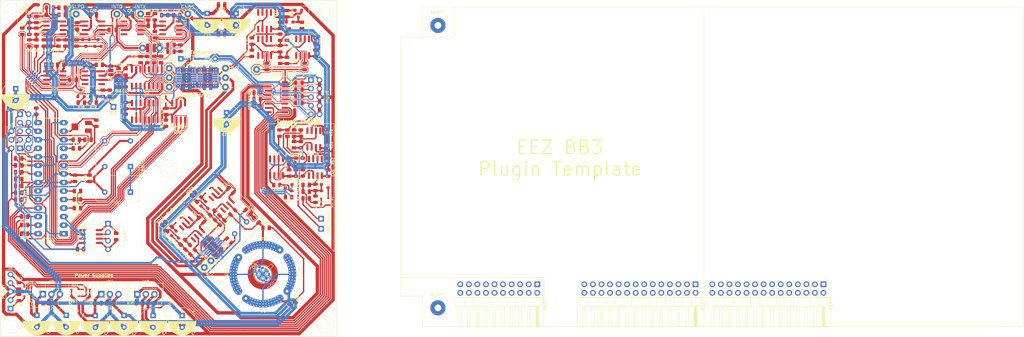
<source format=kicad_pcb>
(kicad_pcb (version 20171130) (host pcbnew "(5.1.10)-1")
  (layers (0 F.Cu signal) (31 B.Cu signal) (34 B.Paste user) (35 F.Paste user) (36 B.SilkS user) (37 F.SilkS user) (38 B.Mask user) (39 F.Mask user hide) (44 Edge.Cuts user))
  (net 0 "")
  (net 1 +5V)
  (net 2 GND)
  (net 3 /Analog_+15V)
  (net 4 /Analog_-15V)
  (net 5 -15V)
  (net 6 "Net-(C17-Pad2)")
  (net 7 +15V)
  (net 8 "Net-(D3-Pad1)")
  (net 9 "Net-(D4-Pad1)")
  (net 10 "Net-(D4-Pad2)")
  (net 11 "Net-(D6-Pad1)")
  (net 12 "Net-(D6-Pad2)")
  (net 13 "Net-(D11-Pad1)")
  (net 14 "Net-(D13-Pad2)")
  (net 15 "Net-(D14-Pad2)")
  (net 16 "Net-(Q5-Pad1)")
  (net 17 "Net-(R14-Pad2)")
  (net 18 "Net-(R16-Pad2)")
  (net 19 "Net-(R25-Pad1)")
  (net 20 /AIN0)
  (net 21 /UART_TX)
  (net 22 /UART_VCC)
  (net 23 /UART_RX)
  (net 24 /ADC1)
  (net 25 "Net-(LSP6-Pad1)")
  (net 26 /TX)
  (net 27 /RX)
  (net 28 "Net-(U2-Pad1)")
  (net 29 "Net-(U2-Pad5)")
  (net 30 "Net-(U2-Pad8)")
  (net 31 /Reset)
  (net 32 /MOSI)
  (net 33 /PD2)
  (net 34 /MISO)
  (net 35 /PD3)
  (net 36 /SCLK)
  (net 37 /PD4)
  (net 38 /PC3)
  (net 39 /AIN1)
  (net 40 /PC4)
  (net 41 /PC5)
  (net 42 "Net-(U8-Pad5)")
  (net 43 "Net-(U9-Pad5)")
  (net 44 "Net-(U11-Pad1)")
  (net 45 "Net-(U11-Pad5)")
  (net 46 "Net-(U11-Pad8)")
  (net 47 "Net-(U12-Pad1)")
  (net 48 "Net-(U12-Pad5)")
  (net 49 "Net-(U12-Pad8)")
  (net 50 /Integrator_Input)
  (net 51 /Integrator_Output)
  (net 52 /Slope_Output)
  (net 53 /LM399_Zener_Voltage)
  (net 54 /Mux_Output)
  (net 55 GNDS)
  (net 56 /UART_GND)
  (net 57 "Net-(R204-Pad2)")
  (net 58 "Net-(R205-Pad2)")
  (net 59 "Net-(R206-Pad2)")
  (net 60 "Net-(R207-Pad2)")
  (net 61 "Net-(R208-Pad2)")
  (net 62 "Net-(R209-Pad2)")
  (net 63 /Heater_Setpoint)
  (net 64 /Analog_5V)
  (net 65 /DAC_CS)
  (net 66 /Ref+7V_Unbuffered)
  (net 67 "Net-(RN202-Pad8)")
  (net 68 "Net-(RN202-Pad7)")
  (net 69 "Net-(RN202-Pad6)")
  (net 70 "Net-(RN202-Pad5)")
  (net 71 "Net-(C13-Pad1)")
  (net 72 /U5_GND)
  (net 73 /U5_5V)
  (net 74 /U12-)
  (net 75 /U12+)
  (net 76 /U19_15V)
  (net 77 /U18_15V)
  (net 78 "Net-(Q1-Pad1)")
  (net 79 /Buffer_Output)
  (net 80 /U17_5V)
  (net 81 "Net-(U17-Pad6)")
  (net 82 "Net-(U17-Pad8)")
  (net 83 "Net-(U18-Pad8)")
  (net 84 "Net-(U18-Pad5)")
  (net 85 "Net-(U18-Pad1)")
  (net 86 "Net-(U19-Pad1)")
  (net 87 "Net-(U19-Pad5)")
  (net 88 "Net-(U19-Pad8)")
  (net 89 /Input_Ground)
  (net 90 /Reference_Ground)
  (net 91 /Reference_Node)
  (net 92 /Input_Node)
  (net 93 /U12_FB)
  (net 94 /U18_FB)
  (net 95 /U9_FB)
  (net 96 /U8_FB)
  (net 97 /U13_5V)
  (net 98 /U11_15V)
  (net 99 /X1_5V)
  (net 100 /U7_15V)
  (net 101 "Net-(U1-Pad1)")
  (net 102 "Net-(U1-Pad5)")
  (net 103 "Net-(U1-Pad8)")
  (net 104 "Net-(U$3-Pad10)")
  (net 105 "Net-(R8-Pad1)")
  (net 106 /Virtual_Ground)
  (net 107 "Net-(C16-Pad1)")
  (net 108 /ADC0)
  (net 109 "Net-(R64-Pad2)")
  (net 110 "Net-(R67-Pad1)")
  (net 111 "Net-(R85-Pad1)")
  (net 112 "Net-(R86-Pad2)")
  (net 113 /PD5)
  (net 114 "Net-(R210-Pad2)")
  (net 115 /OVER)
  (net 116 /PD4_Sync)
  (net 117 /PD3_Sync)
  (net 118 /16MHz)
  (net 119 /SS)
  (net 120 "Net-(Q9-Pad1)")
  (net 121 "Net-(R45-Pad1)")
  (net 122 "Net-(R46-Pad1)")
  (net 123 "Net-(R50-Pad2)")
  (net 124 "Net-(R39-Pad1)")
  (net 125 /U$3_5V)
  (net 126 "Net-(LSP7-Pad1)")
  (net 127 "Net-(R78-Pad2)")
  (net 128 "Net-(U16-Pad8)")
  (net 129 "Net-(U16-Pad5)")
  (net 130 "Net-(U16-Pad1)")
  (net 131 /AREF)
  (net 132 /Slope_Input)
  (net 133 /U13A_FB)
  (net 134 /-Ref_In)
  (net 135 /+Ref_In)
  (net 136 /Sig_In)
  (net 137 /Ref_-13.4V)
  (net 138 /Ref_+14V)
  (net 139 /Temp)
  (net 140 /Input6)
  (net 141 /Input4)
  (net 142 /Input1)
  (net 143 /Input2)
  (net 144 /Input3)
  (net 145 /U202_5V)
  (net 146 /U6_15V)
  (net 147 /U4_Comp)
  (net 148 /U4_CB)
  (net 149 "/Offset Out")
  (net 150 "/Offset In")
  (net 151 /U4_Bal)
  (net 152 "/U8_Trim 2")
  (net 153 "/U8_Trim 1")
  (net 154 "/U9_Trim 2")
  (net 155 "/U9_Trim 1")
  (net 156 /X1_Enable)
  (net 157 /Buffer_Offset)
  (net 158 "/Bootstrap Input")
  (net 159 "/Buffer Input")
  (net 160 /5V_Unreg)
  (net 161 /15V_Unreg)
  (net 162 /-15V_Unreg)
  (net 163 "Net-(LSP200-Pad1)")
  (net 164 /OC1A)
  (net 165 /Ext_Input1)
  (net 166 /Ext_Input2)
  (net 167 /Ext_Input3)
  (net 168 /Ext_Input4)
  (net 169 /U16_15V)
  (net 170 "Net-(LSP8-Pad1)")
  (net 171 "/U301_Trim 2")
  (net 172 "/U301_Trim 1")
  (net 173 "Net-(R90-Pad1)")
  (net 174 "Net-(C21-Pad1)")
  (net 175 "Net-(C29-Pad1)")
  (net 176 "Net-(C30-Pad2)")
  (net 177 "Net-(C30-Pad1)")
  (net 178 "Net-(D1-Pad1)")
  (net 179 "Net-(R1-Pad1)")
  (net 180 "Net-(R4-Pad2)")
  (net 181 "Net-(R4-Pad1)")
  (net 182 "Net-(U21-Pad5)")
  (net 183 "Net-(Q1-Pad3)")
  (net 184 "Net-(Q3-Pad3)")
  (net 185 "Net-(Q5-Pad2)")
  (net 186 "Net-(Q6-Pad2)")
  (net 187 "Net-(Q7-Pad3)")
  (net 188 "Net-(D15-Pad3)")
  (net 189 /U21_15V)
  (module Resistor_SMD:R_0805_2012Metric (layer B.Cu) (at 78.8 113.05 225)
    (fp_text reference 3-6 (at -2.750645 -0.756604 45) (layer B.SilkS) (effects (font (size 0.7 0.7)) (justify mirror)))
    (fp_text value 20K)
    (pad 2 smd roundrect (at 1.21 0.2 225) (size 0.4 1) (layers B.Cu B.Paste B.Mask) (net 96 /U8_FB))
    (pad 1 smd roundrect (at -1.19 0.199999 225) (size 0.4 1) (layers B.Cu B.Paste B.Mask) (net 105 "Net-(R8-Pad1)"))
    (pad 2 smd roundrect (at 0.92 -0.35 225) (size 0.975 0.7) (layers B.Cu B.Paste B.Mask) (net 96 /U8_FB))
    (pad 1 smd roundrect (at -0.91 -0.35 225) (size 0.975 0.7) (layers B.Cu B.Paste B.Mask) (roundrect_rratio 0.143) (net 105 "Net-(R8-Pad1)"))
  )
  (module Resistor_SMD:R_0805_2012Metric (layer B.Cu) (at 77.4 111.65 45)
    (fp_text reference 3-6 (at -2.750645 -0.756604 45) (layer B.SilkS) (effects (font (size 0.7 0.7)) (justify mirror)))
    (fp_text value 20K)
    (pad 1 smd roundrect (at -0.91 -0.35 45) (size 0.975 0.7) (layers B.Cu B.Paste B.Mask) (roundrect_rratio 0.143) (net 96 /U8_FB))
    (pad 2 smd roundrect (at 0.92 -0.35 45) (size 0.975 0.7) (layers B.Cu B.Paste B.Mask) (net 95 /U9_FB))
    (pad 1 smd roundrect (at -1.19 0.199999 45) (size 0.4 1) (layers B.Cu B.Paste B.Mask) (net 96 /U8_FB))
    (pad 2 smd roundrect (at 1.21 0.2 45) (size 0.4 1) (layers B.Cu B.Paste B.Mask) (net 95 /U9_FB))
  )
  (module Resistor_SMD:R_0805_2012Metric (layer B.Cu) (at 70.335001 63.039997)
    (fp_text reference 3-6 (at -2.75 0.730003) (layer B.SilkS) (effects (font (size 0.7 0.7)) (justify mirror)))
    (fp_text value 20K)
    (pad 2 smd roundrect (at 1.21 -0.2) (size 0.4 1) (layers B.Cu B.Paste B.Mask) (net 69 "Net-(RN202-Pad6)"))
    (pad 1 smd roundrect (at -1.19 -0.2) (size 0.4 1) (layers B.Cu B.Paste B.Mask) (net 135 /+Ref_In))
    (pad 2 smd roundrect (at 0.92 0.35) (size 0.975 0.7) (layers B.Cu B.Paste B.Mask) (net 69 "Net-(RN202-Pad6)"))
    (pad 1 smd roundrect (at -0.91 0.35) (size 0.975 0.7) (layers B.Cu B.Paste B.Mask) (roundrect_rratio 0.143) (net 135 /+Ref_In))
  )
  (module Resistor_SMD:R_0805_2012Metric (layer B.Cu) (at 76.585001 63.05 180)
    (fp_text reference 3-6 (at -2.75 -0.6) (layer B.SilkS) (effects (font (size 0.7 0.7)) (justify mirror)))
    (fp_text value 20K)
    (pad 1 smd roundrect (at -0.91 -0.35 180) (size 0.975 0.7) (layers B.Cu B.Paste B.Mask) (roundrect_rratio 0.143) (net 138 /Ref_+14V))
    (pad 2 smd roundrect (at 0.92 -0.35 180) (size 0.975 0.7) (layers B.Cu B.Paste B.Mask) (net 69 "Net-(RN202-Pad6)"))
    (pad 1 smd roundrect (at -1.19 0.2 180) (size 0.4 1) (layers B.Cu B.Paste B.Mask) (net 138 /Ref_+14V))
    (pad 2 smd roundrect (at 1.21 0.2 180) (size 0.4 1) (layers B.Cu B.Paste B.Mask) (net 69 "Net-(RN202-Pad6)"))
  )
  (module Resistor_SMD:R_0805_2012Metric (layer B.Cu) (at 76.585001 61.039997)
    (fp_text reference 2-7 (at -2.75 -0.6 180) (layer B.SilkS) (effects (font (size 0.7 0.7)) (justify mirror)))
    (fp_text value 20K)
    (pad 2 smd roundrect (at 1.21 0.2) (size 0.4 1) (layers B.Cu B.Paste B.Mask) (net 137 /Ref_-13.4V))
    (pad 1 smd roundrect (at -1.19 0.2) (size 0.4 1) (layers B.Cu B.Paste B.Mask) (net 68 "Net-(RN202-Pad7)"))
    (pad 2 smd roundrect (at 0.92 -0.35) (size 0.975 0.7) (layers B.Cu B.Paste B.Mask) (net 137 /Ref_-13.4V))
    (pad 1 smd roundrect (at -0.91 -0.35) (size 0.975 0.7) (layers B.Cu B.Paste B.Mask) (roundrect_rratio 0.143) (net 68 "Net-(RN202-Pad7)"))
  )
  (module Resistor_SMD:R_0805_2012Metric (layer B.Cu) (at 70.335001 61.039997)
    (fp_text reference 2-7 (at -2.75 -0.6 180) (layer B.SilkS) (effects (font (size 0.7 0.7)) (justify mirror)))
    (fp_text value 20K)
    (pad 1 smd roundrect (at -0.91 -0.35) (size 0.975 0.7) (layers B.Cu B.Paste B.Mask) (roundrect_rratio 0.143) (net 63 /Heater_Setpoint))
    (pad 2 smd roundrect (at 0.92 -0.35) (size 0.975 0.7) (layers B.Cu B.Paste B.Mask) (net 68 "Net-(RN202-Pad7)"))
    (pad 1 smd roundrect (at -1.19 0.2) (size 0.4 1) (layers B.Cu B.Paste B.Mask) (net 63 /Heater_Setpoint))
    (pad 2 smd roundrect (at 1.21 0.2) (size 0.4 1) (layers B.Cu B.Paste B.Mask) (net 68 "Net-(RN202-Pad7)"))
  )
  (module Connector_PinHeader_2.54mm:PinHeader_1x05_P2.54mm_Vertical (layer F.Cu) (at 18.075 130.725 180)
    (fp_text reference J5 (at 0.05 12.1 180) (layer F.SilkS) (effects (font (size 0.7 0.7))))
    (fp_text value Power (at 2.125 5.025 270) (layer F.SilkS))
    (pad 5 thru_hole oval (at 0 10.16 180) (size 1.7 1.7) (drill 1) (layers *.Cu *.Mask) (net 15 "Net-(D14-Pad2)"))
    (pad 4 thru_hole oval (at 0 7.62 180) (size 1.7 1.7) (drill 1) (layers *.Cu *.Mask) (net 8 "Net-(D3-Pad1)"))
    (pad 3 thru_hole oval (at 0 5.08 180) (size 1.7 1.7) (drill 1) (layers *.Cu *.Mask) (net 2 GND))
    (pad 2 thru_hole oval (at 0 2.54 180) (size 1.7 1.7) (drill 1) (layers *.Cu *.Mask) (net 13 "Net-(D11-Pad1)"))
    (pad 1 thru_hole rect (at 0 0 180) (size 1.7 1.7) (drill 1) (layers *.Cu *.Mask) (net 14 "Net-(D13-Pad2)"))
  )
  (module Oscillator:Oscillator_DIP-8 (layer F.Cu) (at 53.675 88.475 90)
    (fp_text reference REF** hide)
    (fp_text value Oscillator_DIP-8)
    (pad 8 thru_hole circle (at 0 -7.62 90) (size 1.6 1.6) (drill 0.8) (layers *.Cu *.Mask) (net 99 /X1_5V))
    (pad 1 thru_hole rect (at 0 0 90) (size 1.6 1.6) (drill 0.8) (layers *.Cu *.Mask) (net 156 /X1_Enable))
  )
  (module NetTie:NetTie-2_SMD_Pad0.5mm (layer F.Cu) (at 73.525 134.675 135)
    (fp_text reference REF** hide)
    (fp_text value NetTie-2_SMD_Pad0.5mm hide)
    (fp_poly (pts (xy -0.65 -0.5) (xy 0.65 -0.5) (xy 0.65 0.5) (xy -0.65 0.5)) (layer F.Cu) (width 0))
    (pad 1 smd circle (at -0.65 0 135) (size 1 1) (layers F.Cu) (net 55 GNDS))
    (pad 2 smd circle (at 0.65 0 135) (size 1 1) (layers F.Cu) (net 2 GND))
  )
  (module Package_SO:SOIC-8_3.9x4.9mm_P1.27mm (layer F.Cu) (at 108.6 88.7 90)
    (fp_text reference U16 (at 4.03 0) (layer F.SilkS) (effects (font (size 0.7 0.7))))
    (fp_text value LTC2057)
    (pad 1 smd roundrect (at -2.475 -1.905 90) (size 1.95 0.6) (layers F.Cu F.Paste F.Mask) (net 130 "Net-(U16-Pad1)"))
    (pad 2 smd roundrect (at -2.475 -0.635 90) (size 1.95 0.6) (layers F.Cu F.Paste F.Mask) (net 180 "Net-(R4-Pad2)"))
    (pad 3 smd roundrect (at -2.475 0.635 90) (size 1.95 0.6) (layers F.Cu F.Paste F.Mask) (net 175 "Net-(C29-Pad1)"))
    (pad 4 smd roundrect (at -2.475 1.905 90) (size 1.95 0.6) (layers F.Cu F.Paste F.Mask) (net 5 -15V))
    (pad 5 smd roundrect (at 2.475 1.905 90) (size 1.95 0.6) (layers F.Cu F.Paste F.Mask) (net 129 "Net-(U16-Pad5)"))
    (pad 6 smd roundrect (at 2.475 0.635 90) (size 1.95 0.6) (layers F.Cu F.Paste F.Mask) (net 181 "Net-(R4-Pad1)"))
    (pad 7 smd roundrect (at 2.475 -0.635 90) (size 1.95 0.6) (layers F.Cu F.Paste F.Mask) (net 169 /U16_15V))
    (pad 8 smd roundrect (at 2.475 -1.905 90) (size 1.95 0.6) (layers F.Cu F.Paste F.Mask) (net 128 "Net-(U16-Pad8)"))
  )
  (module Package_SO:SOIC-8_3.9x4.9mm_P1.27mm (layer F.Cu) (at 31.175001 62.059997 180)
    (fp_text reference U20 (at -0.066999 -3.3 180) (layer F.SilkS) (effects (font (size 0.7 0.7))))
    (fp_text value DG419LDY)
    (pad 1 smd roundrect (at -2.475 -1.905 180) (size 1.95 0.6) (layers F.Cu F.Paste F.Mask) (net 132 /Slope_Input))
    (pad 2 smd roundrect (at -2.475 -0.635 180) (size 1.95 0.6) (layers F.Cu F.Paste F.Mask) (net 111 "Net-(R85-Pad1)"))
    (pad 3 smd roundrect (at -2.475 0.635 180) (size 1.95 0.6) (layers F.Cu F.Paste F.Mask) (net 2 GND))
    (pad 4 smd roundrect (at -2.475 1.905 180) (size 1.95 0.6) (layers F.Cu F.Paste F.Mask) (net 3 /Analog_+15V))
    (pad 5 smd roundrect (at 2.475 1.905 180) (size 1.95 0.6) (layers F.Cu F.Paste F.Mask) (net 1 +5V))
    (pad 6 smd roundrect (at 2.475 0.635 180) (size 1.95 0.6) (layers F.Cu F.Paste F.Mask) (net 113 /PD5))
    (pad 7 smd roundrect (at 2.475 -0.635 180) (size 1.95 0.6) (layers F.Cu F.Paste F.Mask) (net 4 /Analog_-15V))
    (pad 8 smd roundrect (at 2.475 -1.905 180) (size 1.95 0.6) (layers F.Cu F.Paste F.Mask) (net 112 "Net-(R86-Pad2)"))
  )
  (module Package_SO:SOIC-8_3.9x4.9mm_P1.27mm (layer F.Cu) (at 42.675001 47.229997 180)
    (fp_text reference U4 (at 3.075 3.2) (layer F.SilkS) (effects (font (size 0.7 0.7))))
    (fp_text value NE5534D)
    (pad 8 smd roundrect (at 2.475 -1.905 180) (size 1.95 0.6) (layers F.Cu F.Paste F.Mask) (net 148 /U4_CB))
    (pad 7 smd roundrect (at 2.475 -0.635 180) (size 1.95 0.6) (layers F.Cu F.Paste F.Mask) (net 3 /Analog_+15V))
    (pad 6 smd roundrect (at 2.475 0.635 180) (size 1.95 0.6) (layers F.Cu F.Paste F.Mask) (net 52 /Slope_Output))
    (pad 5 smd roundrect (at 2.475 1.905 180) (size 1.95 0.6) (layers F.Cu F.Paste F.Mask) (net 147 /U4_Comp))
    (pad 4 smd roundrect (at -2.475 1.905 180) (size 1.95 0.6) (layers F.Cu F.Paste F.Mask) (net 4 /Analog_-15V))
    (pad 3 smd roundrect (at -2.475 0.635 180) (size 1.95 0.6) (layers F.Cu F.Paste F.Mask) (net 55 GNDS))
    (pad 2 smd roundrect (at -2.475 -0.635 180) (size 1.95 0.6) (layers F.Cu F.Paste F.Mask) (net 132 /Slope_Input))
    (pad 1 smd roundrect (at -2.475 -1.905 180) (size 1.95 0.6) (layers F.Cu F.Paste F.Mask) (net 151 /U4_Bal))
  )
  (module Package_TO_SOT_SMD:SOT-23 (layer F.Cu) (at 40.45 51.725 270)
    (fp_text reference Q2 (at 2.2 0.025 180) (layer F.SilkS) (effects (font (size 0.7 0.7))))
    (fp_text value BC847)
    (pad 3 smd rect (at 1 0 270) (size 0.9 0.8) (layers F.Cu F.Paste F.Mask) (net 52 /Slope_Output))
    (pad 2 smd rect (at -1 0.95 270) (size 0.9 0.8) (layers F.Cu F.Paste F.Mask) (net 132 /Slope_Input))
    (pad 1 smd rect (at -1 -0.95 270) (size 0.9 0.8) (layers F.Cu F.Paste F.Mask) (net 132 /Slope_Input))
  )
  (module Package_TO_SOT_SMD:SOT-23 (layer F.Cu) (at 44.05 51.725 90)
    (fp_text reference Q8 (at -2.2 -0.025) (layer F.SilkS) (effects (font (size 0.7 0.7))))
    (fp_text value BC847)
    (pad 3 smd rect (at 1 0 90) (size 0.9 0.8) (layers F.Cu F.Paste F.Mask) (net 132 /Slope_Input))
    (pad 2 smd rect (at -1 0.95 90) (size 0.9 0.8) (layers F.Cu F.Paste F.Mask) (net 52 /Slope_Output))
    (pad 1 smd rect (at -1 -0.95 90) (size 0.9 0.8) (layers F.Cu F.Paste F.Mask) (net 52 /Slope_Output))
  )
  (module Package_TO_SOT_SMD:SOT-23 (layer F.Cu) (at 111.375 94.75)
    (fp_text reference D15 (at 0 -2.175) (layer F.SilkS) (effects (font (size 0.7 0.7))))
    (fp_text value BAV199)
    (pad 3 smd rect (at 1 0) (size 0.9 0.8) (layers F.Cu F.Paste F.Mask) (net 188 "Net-(D15-Pad3)"))
    (pad 2 smd rect (at -1 0.95) (size 0.9 0.8) (layers F.Cu F.Paste F.Mask) (net 174 "Net-(C21-Pad1)"))
    (pad 1 smd rect (at -1 -0.95) (size 0.9 0.8) (layers F.Cu F.Paste F.Mask) (net 174 "Net-(C21-Pad1)"))
  )
  (module Capacitor_THT:CP_Radial_D8.0mm_P3.50mm (layer F.Cu) (at 19.625 65.325 270)
    (fp_text reference C207 (at 5.025 -3.525 225) (layer F.SilkS) (effects (font (size 0.7 0.7))))
    (fp_text value 100u)
    (pad 2 thru_hole circle (at 3.5 0 270) (size 1.6 1.6) (drill 0.8) (layers *.Cu *.Mask) (net 2 GND))
    (pad 1 thru_hole rect (at 0 0 270) (size 1.6 1.6) (drill 0.8) (layers *.Cu *.Mask) (net 1 +5V))
  )
  (module Jumper:SolderJumper-2_P1.3mm_Open_RoundedPad1.0x1.5mm (layer F.Cu) (at 63.625 105.425 45)
    (fp_text reference R211 (at 0 -1.52028 45) (layer F.SilkS) (effects (font (size 0.7 0.7))))
    (fp_text value Jumper)
    (pad 2 smd custom (at 0.65 0 45) (size 1 0.5) (layers F.Cu F.Mask) (net 5 -15V) (options (clearance outline) (anchor rect)) (primitives (gr_circle (center 0 0.25) (end 0.5 0.25) (width 0)) (gr_circle (center 0 -0.25) (end 0.5 -0.25) (width 0)) (gr_poly (pts (xy 0 -0.75) (xy -0.5 -0.75) (xy -0.5 0.75) (xy 0 0.75)) (width 0))))
    (pad 1 smd custom (at -0.65 0 45) (size 1 0.5) (layers F.Cu F.Mask) (net 184 "Net-(Q3-Pad3)") (options (clearance outline) (anchor rect)) (primitives (gr_circle (center 0 0.25) (end 0.5 0.25) (width 0)) (gr_circle (center 0 -0.25) (end 0.5 -0.25) (width 0)) (gr_poly (pts (xy 0 -0.75) (xy 0.5 -0.75) (xy 0.5 0.75) (xy 0 0.75)) (width 0))))
  )
  (module Jumper:SolderJumper-2_P1.3mm_Open_RoundedPad1.0x1.5mm (layer F.Cu) (at 72.4 96.675 45)
    (fp_text reference R203 (at 0 -1.484924 45) (layer F.SilkS) (effects (font (size 0.7 0.7))))
    (fp_text value Jumper)
    (pad 2 smd custom (at 0.65 0 45) (size 1 0.5) (layers F.Cu F.Mask) (net 7 +15V) (options (clearance outline) (anchor rect)) (primitives (gr_circle (center 0 0.25) (end 0.5 0.25) (width 0)) (gr_circle (center 0 -0.25) (end 0.5 -0.25) (width 0)) (gr_poly (pts (xy 0 -0.75) (xy -0.5 -0.75) (xy -0.5 0.75) (xy 0 0.75)) (width 0))))
    (pad 1 smd custom (at -0.65 0 45) (size 1 0.5) (layers F.Cu F.Mask) (net 187 "Net-(Q7-Pad3)") (options (clearance outline) (anchor rect)) (primitives (gr_circle (center 0 0.25) (end 0.5 0.25) (width 0)) (gr_circle (center 0 -0.25) (end 0.5 -0.25) (width 0)) (gr_poly (pts (xy 0 -0.75) (xy 0.5 -0.75) (xy 0.5 0.75) (xy 0 0.75)) (width 0))))
  )
  (module Capacitor_THT:CP_Radial_D8.0mm_P3.50mm (layer F.Cu) (at 82.225 72.425 270)
    (fp_text reference C206 (at 6.525 0 180) (layer F.SilkS) (effects (font (size 0.7 0.7))))
    (fp_text value 100u)
    (pad 2 thru_hole circle (at 3.5 0 270) (size 1.6 1.6) (drill 0.8) (layers *.Cu *.Mask) (net 5 -15V))
    (pad 1 thru_hole rect (at 0 0 270) (size 1.6 1.6) (drill 0.8) (layers *.Cu *.Mask) (net 7 +15V))
  )
  (module NetTie:NetTie-2_SMD_Pad0.5mm (layer F.Cu) (at 16 128.525 90)
    (fp_text reference REF** hide)
    (fp_text value NetTie-2_SMD_Pad0.5mm hide)
    (fp_poly (pts (xy -0.65 -0.5) (xy 0.65 -0.5) (xy 0.65 0.5) (xy -0.65 0.5)) (layer F.Cu) (width 0))
    (pad 2 smd circle (at 0.65 0 90) (size 1 1) (layers F.Cu) (net 2 GND))
    (pad 1 smd circle (at -0.65 0 90) (size 1 1) (layers F.Cu) (net 55 GNDS))
  )
  (module Connector_PinHeader_2.54mm:PinHeader_1x04_P2.54mm_Vertical (layer F.Cu) (at 47.029997 105.477504)
    (fp_text reference J1 (at -2.525 0.075) (layer F.SilkS))
    (fp_text value UART (at 5.220003 3.572496 90) (layer F.SilkS))
    (pad 1 thru_hole rect (at 0 0) (size 1.7 1.7) (drill 1) (layers *.Cu *.Mask) (net 22 /UART_VCC))
    (pad 2 thru_hole oval (at 0 2.54) (size 1.7 1.7) (drill 1) (layers *.Cu *.Mask) (net 21 /UART_TX))
    (pad 3 thru_hole oval (at 0 5.08) (size 1.7 1.7) (drill 1) (layers *.Cu *.Mask) (net 23 /UART_RX))
    (pad 4 thru_hole oval (at 0 7.62) (size 1.7 1.7) (drill 1) (layers *.Cu *.Mask) (net 56 /UART_GND))
  )
  (module Capacitor_SMD:C_0805_2012Metric (layer F.Cu) (at 49.454997 109.277504 270)
    (fp_text reference C38 (at -2.125 -0.025) (layer F.SilkS) (effects (font (size 0.7 0.7))))
    (fp_text value 100n)
    (pad 1 smd roundrect (at -0.9375 0 270) (size 0.975 1.4) (layers F.Cu F.Paste F.Mask) (net 22 /UART_VCC))
    (pad 2 smd roundrect (at 0.9375 0 270) (size 0.975 1.4) (layers F.Cu F.Paste F.Mask) (net 56 /UART_GND))
  )
  (module Package_SO:SOIC-8_3.9x4.9mm_P1.27mm (layer F.Cu) (at 41.879999 109.2825)
    (fp_text reference U204 (at -2.529999 -3.1575) (layer F.SilkS) (effects (font (size 0.7 0.7))))
    (fp_text value ADuM1201AR)
    (pad 8 smd roundrect (at 2.475 -1.905) (size 1.95 0.6) (layers F.Cu F.Paste F.Mask) (net 22 /UART_VCC))
    (pad 7 smd roundrect (at 2.475 -0.635) (size 1.95 0.6) (layers F.Cu F.Paste F.Mask) (net 21 /UART_TX))
    (pad 6 smd roundrect (at 2.475 0.635) (size 1.95 0.6) (layers F.Cu F.Paste F.Mask) (net 23 /UART_RX))
    (pad 5 smd roundrect (at 2.475 1.905) (size 1.95 0.6) (layers F.Cu F.Paste F.Mask) (net 56 /UART_GND))
    (pad 4 smd roundrect (at -2.475 1.905) (size 1.95 0.6) (layers F.Cu F.Paste F.Mask) (net 2 GND))
    (pad 3 smd roundrect (at -2.475 0.635) (size 1.95 0.6) (layers F.Cu F.Paste F.Mask) (net 26 /TX))
    (pad 2 smd roundrect (at -2.475 -0.635) (size 1.95 0.6) (layers F.Cu F.Paste F.Mask) (net 27 /RX))
    (pad 1 smd roundrect (at -2.475 -1.905) (size 1.95 0.6) (layers F.Cu F.Paste F.Mask) (net 1 +5V))
  )
  (module Capacitor_SMD:C_0805_2012Metric (layer F.Cu) (at 38.875 113.05 180)
    (fp_text reference C205 (at 0.125 -1.45) (layer F.SilkS) (effects (font (size 0.7 0.7))))
    (fp_text value 100n)
    (pad 2 smd roundrect (at 0.9375 0 180) (size 0.975 1.4) (layers F.Cu F.Paste F.Mask) (net 2 GND))
    (pad 1 smd roundrect (at -0.9375 0 180) (size 0.975 1.4) (layers F.Cu F.Paste F.Mask) (net 1 +5V))
  )
  (module Connector_PinHeader_2.54mm:PinHeader_2x05_P2.54mm_Vertical (layer F.Cu) (at 20.875 72.875)
    (fp_text reference J4 (at -2.05 -0.65) (layer F.SilkS) (effects (font (size 0.7 0.7))))
    (fp_text value ISCP10)
    (pad 10 thru_hole oval (at 2.54 10.16) (size 1.7 1.7) (drill 1) (layers *.Cu *.Mask) (net 164 /OC1A))
    (pad 8 thru_hole oval (at 2.54 7.62) (size 1.7 1.7) (drill 1) (layers *.Cu *.Mask) (net 2 GND))
    (pad 6 thru_hole oval (at 2.54 5.08) (size 1.7 1.7) (drill 1) (layers *.Cu *.Mask) (net 2 GND))
    (pad 4 thru_hole oval (at 2.54 2.54) (size 1.7 1.7) (drill 1) (layers *.Cu *.Mask) (net 2 GND))
    (pad 3 thru_hole oval (at 0 2.54) (size 1.7 1.7) (drill 1) (layers *.Cu *.Mask) (net 119 /SS))
    (pad 2 thru_hole oval (at 2.54 0) (size 1.7 1.7) (drill 1) (layers *.Cu *.Mask) (net 1 +5V))
    (pad 1 thru_hole rect (at 0 0) (size 1.7 1.7) (drill 1) (layers *.Cu *.Mask) (net 32 /MOSI))
  )
  (module Connector_PinHeader_2.54mm:PinHeader_2x03_P2.54mm_Vertical (layer F.Cu) (at 20.875 83.042953 180)
    (fp_text reference J3 (at 2.525 6.992953 180) (layer F.SilkS) (effects (font (size 0.7 0.7))))
    (fp_text value ICSP6)
    (pad 6 thru_hole oval (at 2.54 5.08 180) (size 1.7 1.7) (drill 1) (layers *.Cu *.Mask) (net 2 GND))
    (pad 5 thru_hole oval (at 0 5.08 180) (size 1.7 1.7) (drill 1) (layers *.Cu *.Mask) (net 31 /Reset))
    (pad 4 thru_hole oval (at 2.54 2.54 180) (size 1.7 1.7) (drill 1) (layers *.Cu *.Mask) (net 32 /MOSI))
    (pad 3 thru_hole oval (at 0 2.54 180) (size 1.7 1.7) (drill 1) (layers *.Cu *.Mask) (net 36 /SCLK))
    (pad 2 thru_hole oval (at 2.54 0 180) (size 1.7 1.7) (drill 1) (layers *.Cu *.Mask) (net 1 +5V))
    (pad 1 thru_hole rect (at 0 0 180) (size 1.7 1.7) (drill 1) (layers *.Cu *.Mask) (net 34 /MISO))
  )
  (module Resistor_SMD:R_0805_2012Metric (layer F.Cu) (at 97.95279 78.532989 90)
    (fp_text reference R90 (at 2.032989 -0.00279 180) (layer F.SilkS) (effects (font (size 0.7 0.7))))
    (fp_text value 22K)
    (pad 2 smd roundrect (at 0.9375 0 90) (size 0.975 1.4) (layers F.Cu F.Paste F.Mask) (net 140 /Input6))
    (pad 1 smd roundrect (at -0.9375 0 90) (size 0.975 1.4) (layers F.Cu F.Paste F.Mask) (net 173 "Net-(R90-Pad1)"))
  )
  (module Connector_PinHeader_2.54mm:PinHeader_2x05_P2.54mm_Vertical (layer F.Cu) (at 107.3 62.75)
    (fp_text reference J2 (at 1.412 -2.044) (layer F.SilkS) (effects (font (size 0.7 0.7))))
    (fp_text value Input (at 4.725 5.1 90) (layer F.SilkS))
    (pad 10 thru_hole oval (at 2.54 10.16) (size 1.7 1.7) (drill 1) (layers *.Cu *.Mask) (net 55 GNDS))
    (pad 9 thru_hole oval (at 0 10.16) (size 1.7 1.7) (drill 1) (layers *.Cu *.Mask) (net 140 /Input6))
    (pad 8 thru_hole oval (at 2.54 7.62) (size 1.7 1.7) (drill 1) (layers *.Cu *.Mask) (net 55 GNDS))
    (pad 7 thru_hole oval (at 0 7.62) (size 1.7 1.7) (drill 1) (layers *.Cu *.Mask) (net 165 /Ext_Input1))
    (pad 6 thru_hole oval (at 2.54 5.08) (size 1.7 1.7) (drill 1) (layers *.Cu *.Mask) (net 55 GNDS))
    (pad 5 thru_hole oval (at 0 5.08) (size 1.7 1.7) (drill 1) (layers *.Cu *.Mask) (net 166 /Ext_Input2))
    (pad 4 thru_hole oval (at 2.54 2.54) (size 1.7 1.7) (drill 1) (layers *.Cu *.Mask) (net 55 GNDS))
    (pad 3 thru_hole oval (at 0 2.54) (size 1.7 1.7) (drill 1) (layers *.Cu *.Mask) (net 167 /Ext_Input3))
    (pad 2 thru_hole oval (at 2.54 0) (size 1.7 1.7) (drill 1) (layers *.Cu *.Mask) (net 55 GNDS))
    (pad 1 thru_hole rect (at 0 0) (size 1.7 1.7) (drill 1) (layers *.Cu *.Mask) (net 168 /Ext_Input4))
  )
  (module Connector_PinHeader_2.54mm:PinHeader_1x01_P2.54mm_Vertical (layer F.Cu) (at 110.29875 106.991976 90)
    (fp_text reference LSP8 hide)
    (fp_text value Input- (at -0.1 2.05 270) (layer F.SilkS) (effects (font (size 0.7 0.7))))
    (pad 1 thru_hole rect (at 0 0 90) (size 1.7 1.7) (drill 1) (layers *.Cu *.Mask) (net 170 "Net-(LSP8-Pad1)"))
  )
  (module Package_SO:SOIC-8_3.9x4.9mm_P1.27mm (layer F.Cu) (at 108.135 80.282378 90)
    (fp_text reference U21 (at 3.990402 0.01375 180) (layer F.SilkS) (effects (font (size 0.7 0.7))))
    (fp_text value OP07CR)
    (pad 8 smd roundrect (at 2.475 -1.905 90) (size 1.95 0.6) (layers F.Cu F.Paste F.Mask) (net 171 "/U301_Trim 2"))
    (pad 7 smd roundrect (at 2.475 -0.635 90) (size 1.95 0.6) (layers F.Cu F.Paste F.Mask) (net 189 /U21_15V))
    (pad 6 smd roundrect (at 2.475 0.635 90) (size 1.95 0.6) (layers F.Cu F.Paste F.Mask) (net 176 "Net-(C30-Pad2)"))
    (pad 5 smd roundrect (at 2.475 1.905 90) (size 1.95 0.6) (layers F.Cu F.Paste F.Mask) (net 182 "Net-(U21-Pad5)"))
    (pad 4 smd roundrect (at -2.475 1.905 90) (size 1.95 0.6) (layers F.Cu F.Paste F.Mask) (net 5 -15V))
    (pad 3 smd roundrect (at -2.475 0.635 90) (size 1.95 0.6) (layers F.Cu F.Paste F.Mask) (net 55 GNDS))
    (pad 2 smd roundrect (at -2.475 -0.635 90) (size 1.95 0.6) (layers F.Cu F.Paste F.Mask) (net 177 "Net-(C30-Pad1)"))
    (pad 1 smd roundrect (at -2.475 -1.905 90) (size 1.95 0.6) (layers F.Cu F.Paste F.Mask) (net 172 "/U301_Trim 1"))
  )
  (module Resistor_SMD:R_0805_2012Metric (layer F.Cu) (at 112.028748 78.382376 270)
    (fp_text reference R70 (at 0 -1.320002 90) (layer F.SilkS) (effects (font (size 0.7 0.7))))
    (fp_text value 39R)
    (pad 2 smd roundrect (at 0.9375 0 270) (size 0.975 1.4) (layers F.Cu F.Paste F.Mask) (net 189 /U21_15V))
    (pad 1 smd roundrect (at -0.9375 0 270) (size 0.975 1.4) (layers F.Cu F.Paste F.Mask) (net 7 +15V))
  )
  (module Resistor_SMD:R_0805_2012Metric (layer F.Cu) (at 112.4 86.91675 270)
    (fp_text reference R57 (at -0.015401 -1.42 90) (layer F.SilkS) (effects (font (size 0.7 0.7))))
    (fp_text value 39R)
    (pad 1 smd roundrect (at -0.9375 0 270) (size 0.975 1.4) (layers F.Cu F.Paste F.Mask) (net 7 +15V))
    (pad 2 smd roundrect (at 0.9375 0 270) (size 0.975 1.4) (layers F.Cu F.Paste F.Mask) (net 169 /U16_15V))
  )
  (module Resistor_SMD:R_0805_2012Metric (layer F.Cu) (at 102.278749 78.535916 270)
    (fp_text reference R35 (at -2.035916 0.004999 180) (layer F.SilkS) (effects (font (size 0.7 0.7))))
    (fp_text value 5K)
    (pad 2 smd roundrect (at 0.9375 0 270) (size 0.975 1.4) (layers F.Cu F.Paste F.Mask) (net 176 "Net-(C30-Pad2)"))
    (pad 1 smd roundrect (at -0.9375 0 270) (size 0.975 1.4) (layers F.Cu F.Paste F.Mask) (net 165 /Ext_Input1))
  )
  (module Resistor_SMD:R_0805_2012Metric (layer F.Cu) (at 100.29875 78.538459 270)
    (fp_text reference R9 (at -2.038459 -0.00125 180) (layer F.SilkS) (effects (font (size 0.7 0.7))))
    (fp_text value 5K)
    (pad 2 smd roundrect (at 0.9375 0 270) (size 0.975 1.4) (layers F.Cu F.Paste F.Mask) (net 181 "Net-(R4-Pad1)"))
    (pad 1 smd roundrect (at -0.9375 0 270) (size 0.975 1.4) (layers F.Cu F.Paste F.Mask) (net 140 /Input6))
  )
  (module Resistor_SMD:R_0805_2012Metric (layer F.Cu) (at 104.278751 78.513289 90)
    (fp_text reference R7 (at 2.013289 -0.003751 180) (layer F.SilkS) (effects (font (size 0.7 0.7))))
    (fp_text value 100)
    (pad 2 smd roundrect (at 0.9375 0 90) (size 0.975 1.4) (layers F.Cu F.Paste F.Mask) (net 170 "Net-(LSP8-Pad1)"))
    (pad 1 smd roundrect (at -0.9375 0 90) (size 0.975 1.4) (layers F.Cu F.Paste F.Mask) (net 176 "Net-(C30-Pad2)"))
  )
  (module Resistor_SMD:R_0805_2012Metric (layer F.Cu) (at 104.278748 81.977485 90)
    (fp_text reference R6 (at -2.0346 -0.029998 180) (layer F.SilkS) (effects (font (size 0.7 0.7))))
    (fp_text value 22K)
    (pad 2 smd roundrect (at 0.9375 0 90) (size 0.975 1.4) (layers F.Cu F.Paste F.Mask) (net 176 "Net-(C30-Pad2)"))
    (pad 1 smd roundrect (at -0.9375 0 90) (size 0.975 1.4) (layers F.Cu F.Paste F.Mask) (net 177 "Net-(C30-Pad1)"))
  )
  (module Resistor_SMD:R_0805_2012Metric (layer F.Cu) (at 108.623749 98.191975 270)
    (fp_text reference R2 (at 2.150001 -0.012501 180) (layer F.SilkS) (effects (font (size 0.7 0.7))))
    (fp_text value 5K)
    (pad 2 smd roundrect (at 0.9375 0 270) (size 0.975 1.4) (layers F.Cu F.Paste F.Mask) (net 179 "Net-(R1-Pad1)"))
    (pad 1 smd roundrect (at -0.9375 0 270) (size 0.975 1.4) (layers F.Cu F.Paste F.Mask) (net 174 "Net-(C21-Pad1)"))
  )
  (module Resistor_SMD:R_0805_2012Metric (layer F.Cu) (at 105.873748 97.941974 180)
    (fp_text reference R1 (at 2.112498 -0.000002 270) (layer F.SilkS) (effects (font (size 0.7 0.7))))
    (fp_text value 5K)
    (pad 2 smd roundrect (at 0.9375 0 180) (size 0.975 1.4) (layers F.Cu F.Paste F.Mask) (net 126 "Net-(LSP7-Pad1)"))
    (pad 1 smd roundrect (at -0.9375 0 180) (size 0.975 1.4) (layers F.Cu F.Paste F.Mask) (net 179 "Net-(R1-Pad1)"))
  )
  (module Resistor_SMD:R_0805_2012Metric (layer F.Cu) (at 93.95 106.7)
    (fp_text reference R202 (at 0 -1.35) (layer F.SilkS) (effects (font (size 0.7 0.7))))
    (fp_text value 330K)
    (pad 1 smd roundrect (at -0.9375 0) (size 0.975 1.4) (layers F.Cu F.Paste F.Mask) (net 53 /LM399_Zener_Voltage))
    (pad 2 smd roundrect (at 0.9375 0) (size 0.975 1.4) (layers F.Cu F.Paste F.Mask) (net 7 +15V))
  )
  (module Diode_SMD:D_SOD-323 (layer F.Cu) (at 111.373747 97.941976)
    (fp_text reference D7 (at 2.087503 0 90) (layer F.SilkS) (effects (font (size 0.7 0.7))))
    (fp_text value 12V)
    (pad 2 smd rect (at 1.05 0) (size 0.6 0.45) (layers F.Cu F.Paste F.Mask) (net 188 "Net-(D15-Pad3)"))
    (pad 1 smd rect (at -1.05 0) (size 0.6 0.45) (layers F.Cu F.Paste F.Mask) (net 178 "Net-(D1-Pad1)"))
  )
  (module Diode_SMD:D_SOD-323 (layer F.Cu) (at 111.37375 99.941973)
    (fp_text reference D1 (at 2.0875 0.000003 90) (layer F.SilkS) (effects (font (size 0.7 0.7))))
    (fp_text value 12V)
    (pad 2 smd rect (at 1.05 0) (size 0.6 0.45) (layers F.Cu F.Paste F.Mask) (net 55 GNDS))
    (pad 1 smd rect (at -1.05 0) (size 0.6 0.45) (layers F.Cu F.Paste F.Mask) (net 178 "Net-(D1-Pad1)"))
  )
  (module Capacitor_SMD:C_0805_2012Metric (layer F.Cu) (at 112.028749 82.120097 270)
    (fp_text reference C51 (at -0.003121 -1.320001 90) (layer F.SilkS) (effects (font (size 0.7 0.7))))
    (fp_text value 100n)
    (pad 2 smd roundrect (at 0.9375 0 270) (size 0.975 1.4) (layers F.Cu F.Paste F.Mask) (net 5 -15V))
    (pad 1 smd roundrect (at -0.9375 0 270) (size 0.975 1.4) (layers F.Cu F.Paste F.Mask) (net 189 /U21_15V))
  )
  (module Capacitor_SMD:C_0805_2012Metric (layer F.Cu) (at 102.278748 81.979124 90)
    (fp_text reference C30 (at 0 -1.279998 90) (layer F.SilkS) (effects (font (size 0.7 0.7))))
    (fp_text value 1n)
    (pad 2 smd roundrect (at 0.9375 0 90) (size 0.975 1.4) (layers F.Cu F.Paste F.Mask) (net 176 "Net-(C30-Pad2)"))
    (pad 1 smd roundrect (at -0.9375 0 90) (size 0.975 1.4) (layers F.Cu F.Paste F.Mask) (net 177 "Net-(C30-Pad1)"))
  )
  (module Capacitor_SMD:C_0805_2012Metric (layer F.Cu) (at 105.87375 93.941976 180)
    (fp_text reference C29 (at 2.1125 0 90) (layer F.SilkS) (effects (font (size 0.7 0.7))))
    (fp_text value 220p)
    (pad 2 smd roundrect (at 0.9375 0 180) (size 0.975 1.4) (layers F.Cu F.Paste F.Mask) (net 55 GNDS))
    (pad 1 smd roundrect (at -0.9375 0 180) (size 0.975 1.4) (layers F.Cu F.Paste F.Mask) (net 175 "Net-(C29-Pad1)"))
  )
  (module Capacitor_SMD:C_0805_2012Metric (layer F.Cu) (at 105.873753 95.941976 180)
    (fp_text reference C21 (at 2.112503 0 90) (layer F.SilkS) (effects (font (size 0.7 0.7))))
    (fp_text value 220p)
    (pad 2 smd roundrect (at 0.9375 0 180) (size 0.975 1.4) (layers F.Cu F.Paste F.Mask) (net 55 GNDS))
    (pad 1 smd roundrect (at -0.9375 0 180) (size 0.975 1.4) (layers F.Cu F.Paste F.Mask) (net 174 "Net-(C21-Pad1)"))
  )
  (module Capacitor_SMD:C_0805_2012Metric (layer F.Cu) (at 112.4 90.421871 270)
    (fp_text reference C45 (at 0 -1.45 90) (layer F.SilkS) (effects (font (size 0.7 0.7))))
    (fp_text value 100n)
    (pad 1 smd roundrect (at -0.9375 0 270) (size 0.975 1.4) (layers F.Cu F.Paste F.Mask) (net 169 /U16_15V))
    (pad 2 smd roundrect (at 0.9375 0 270) (size 0.975 1.4) (layers F.Cu F.Paste F.Mask) (net 5 -15V))
  )
  (module Pin_Headers:Pin_Header_Straight_1x01_Pitch2.54mm (layer F.Cu) (at 77.6 116.5)
    (fp_text reference -Ref (at 1.8 1.3 45) (layer F.SilkS))
    (fp_text value Pin_Header_Straight_1x01_Pitch2.54mm hide)
    (pad 1 thru_hole circle (at 0 0) (size 2 2) (drill 1) (layers *.Cu *.Mask) (net 137 /Ref_-13.4V))
  )
  (module Pin_Headers:Pin_Header_Straight_1x01_Pitch2.54mm (layer F.Cu) (at 75.6 118.5)
    (fp_text reference +Ref (at 1.1 2 45) (layer F.SilkS))
    (fp_text value Pin_Header_Straight_1x01_Pitch2.54mm hide)
    (pad 1 thru_hole circle (at 0 0) (size 2 2) (drill 1) (layers *.Cu *.Mask) (net 138 /Ref_+14V))
  )
  (module Diode_THT:D_DO-35_SOD27_P10.16mm_Horizontal (layer F.Cu) (at 68.648884 56.421655)
    (fp_text reference D8 (at 7.951116 -0.571655) (layer F.SilkS) (effects (font (size 0.7 0.7))))
    (fp_text value 1N4148)
    (fp_text user K (at 1.7 -0.6) (layer F.SilkS))
    (pad 2 thru_hole oval (at 10.16 0) (size 1.6 1.6) (drill 0.8) (layers *.Cu *.Mask) (net 139 /Temp))
    (pad 1 thru_hole rect (at 0 0) (size 1.6 1.6) (drill 0.8) (layers *.Cu *.Mask) (net 55 GNDS))
  )
  (module Capacitor_SMD:C_0805_2012Metric (layer F.Cu) (at 43.53 75.58 270)
    (fp_text reference C203 (at -2.14 0 180) (layer F.SilkS) (effects (font (size 0.7 0.7))))
    (fp_text value 100n)
    (pad 2 smd roundrect (at 0.9375 0 270) (size 0.975 1.4) (layers F.Cu F.Paste F.Mask) (net 2 GND))
    (pad 1 smd roundrect (at -0.9375 0 270) (size 0.975 1.4) (layers F.Cu F.Paste F.Mask) (net 39 /AIN1))
  )
  (module Oscillator:Oscillator_DIP-14 (layer F.Cu) (at 53.67 96.1 90)
    (fp_text reference X1 (at -3.473609 -3.891 180) (layer F.SilkS) (effects (font (size 0.7 0.7))))
    (fp_text value 16MHz (at 7.62 3.74 90) (layer F.SilkS))
    (pad 1 thru_hole rect (at 0 0 90) (size 1.6 1.6) (drill 0.8) (layers *.Cu *.Mask) (net 156 /X1_Enable))
    (pad 14 thru_hole circle (at 0 -7.62 90) (size 1.6 1.6) (drill 0.8) (layers *.Cu *.Mask) (net 99 /X1_5V))
    (pad 8 thru_hole circle (at 15.24 -7.62 90) (size 1.6 1.6) (drill 0.8) (layers *.Cu *.Mask) (net 118 /16MHz))
    (pad 7 thru_hole circle (at 15.24 0 90) (size 1.6 1.6) (drill 0.8) (layers *.Cu *.Mask) (net 2 GND))
  )
  (module Connector_PinHeader_2.54mm:PinHeader_1x01_P2.54mm_Vertical (layer F.Cu) (at 48.652695 70.713112)
    (fp_text reference LSP200 hide)
    (fp_text value BIAS (at 0 1.95) (layer F.SilkS) (effects (font (size 0.7 0.7))))
    (pad 1 thru_hole rect (at 0 0) (size 1.7 1.7) (drill 1) (layers *.Cu *.Mask) (net 163 "Net-(LSP200-Pad1)"))
  )
  (module Capacitor_THT:CP_Radial_D8.0mm_P3.50mm (layer F.Cu) (at 25.9 132.7 270)
    (fp_text reference C8 (at 5 -3.5 225) (layer F.SilkS) (effects (font (size 0.7 0.7))))
    (fp_text value 100u)
    (pad 2 thru_hole circle (at 3.5 0 270) (size 1.6 1.6) (drill 0.8) (layers *.Cu *.Mask) (net 2 GND))
    (pad 1 thru_hole rect (at 0 0 270) (size 1.6 1.6) (drill 0.8) (layers *.Cu *.Mask) (net 160 /5V_Unreg))
  )
  (module Capacitor_THT:CP_Radial_D8.0mm_P3.50mm (layer F.Cu) (at 34.6 132.7 270)
    (fp_text reference C7 (at 5 -3.5 45) (layer F.SilkS) (effects (font (size 0.7 0.7))))
    (fp_text value 100u)
    (pad 2 thru_hole circle (at 3.5 0 270) (size 1.6 1.6) (drill 0.8) (layers *.Cu *.Mask) (net 2 GND))
    (pad 1 thru_hole rect (at 0 0 270) (size 1.6 1.6) (drill 0.8) (layers *.Cu *.Mask) (net 1 +5V))
  )
  (module Capacitor_THT:CP_Radial_D8.0mm_P3.50mm (layer F.Cu) (at 43.22 132.81 270)
    (fp_text reference C20 (at 4.89 -3.58 225) (layer F.SilkS) (effects (font (size 0.7 0.7))))
    (fp_text value 100u)
    (pad 2 thru_hole circle (at 3.5 0 270) (size 1.6 1.6) (drill 0.8) (layers *.Cu *.Mask) (net 2 GND))
    (pad 1 thru_hole rect (at 0 0 270) (size 1.6 1.6) (drill 0.8) (layers *.Cu *.Mask) (net 161 /15V_Unreg))
  )
  (module Capacitor_THT:CP_Radial_D8.0mm_P3.50mm (layer F.Cu) (at 51.78 132.76 270)
    (fp_text reference C204 (at 4.94 -3.52 225) (layer F.SilkS) (effects (font (size 0.7 0.7))))
    (fp_text value 100u)
    (pad 2 thru_hole circle (at 3.5 0 270) (size 1.6 1.6) (drill 0.8) (layers *.Cu *.Mask) (net 2 GND))
    (pad 1 thru_hole rect (at 0 0 270) (size 1.6 1.6) (drill 0.8) (layers *.Cu *.Mask) (net 7 +15V))
  )
  (module Capacitor_THT:CP_Radial_D8.0mm_P3.50mm (layer F.Cu) (at 69.034568 132.796795 270)
    (fp_text reference C44 (at 4.903205 -3.665432 225) (layer F.SilkS) (effects (font (size 0.7 0.7))))
    (fp_text value 100u)
    (pad 2 thru_hole circle (at 3.5 0 270) (size 1.6 1.6) (drill 0.8) (layers *.Cu *.Mask) (net 5 -15V))
    (pad 1 thru_hole rect (at 0 0 270) (size 1.6 1.6) (drill 0.8) (layers *.Cu *.Mask) (net 2 GND))
  )
  (module Capacitor_THT:CP_Radial_D8.0mm_P3.50mm (layer F.Cu) (at 60.404568 132.776795 270)
    (fp_text reference C23 (at 4.923205 -3.595432 225) (layer F.SilkS) (effects (font (size 0.7 0.7))))
    (fp_text value 100u)
    (pad 2 thru_hole circle (at 3.5 0 270) (size 1.6 1.6) (drill 0.8) (layers *.Cu *.Mask) (net 162 /-15V_Unreg))
    (pad 1 thru_hole rect (at 0 0 270) (size 1.6 1.6) (drill 0.8) (layers *.Cu *.Mask) (net 2 GND))
  )
  (module Connector_PinHeader_2.54mm:PinHeader_1x01_P2.54mm_Vertical (layer F.Cu) (at 110.29875 103.991976 90)
    (fp_text reference LSP7 hide)
    (fp_text value Input+ (at 0.575 2.1 270) (layer F.SilkS) (effects (font (size 0.7 0.7))))
    (pad 1 thru_hole rect (at 0 0 90) (size 1.7 1.7) (drill 1) (layers *.Cu *.Mask) (net 126 "Net-(LSP7-Pad1)"))
  )
  (module Capacitor_THT:CP_Radial_D8.0mm_P3.50mm (layer F.Cu) (at 85.05 42.95 270)
    (fp_text reference C202 (at 6.5 0) (layer F.SilkS) (effects (font (size 0.7 0.7))))
    (fp_text value 100u)
    (pad 2 thru_hole circle (at 3.5 0 270) (size 1.6 1.6) (drill 0.8) (layers *.Cu *.Mask) (net 5 -15V))
    (pad 1 thru_hole rect (at 0 0 270) (size 1.6 1.6) (drill 0.8) (layers *.Cu *.Mask) (net 7 +15V))
  )
  (module Capacitor_SMD:C_0805_2012Metric (layer F.Cu) (at 59.775001 53.229997 180)
    (fp_text reference C11 hide)
    (fp_text value 2.2n)
    (pad 1 smd roundrect (at -0.9375 0 180) (size 0.975 2.6) (drill (offset -0.05 0)) (layers F.Cu F.Paste F.Mask) (net 50 /Integrator_Input))
    (pad 2 smd roundrect (at 0.9375 0 180) (size 0.975 2.6) (drill (offset 0.05 0)) (layers F.Cu F.Paste F.Mask) (net 51 /Integrator_Output))
  )
  (module Resistor_SMD:R_0805_2012Metric (layer F.Cu) (at 47.5 66.675 270)
    (fp_text reference R30 (at 2.175 -0.3 180) (layer F.SilkS) (effects (font (size 0.7 0.7))))
    (fp_text value OPT)
    (pad 2 smd roundrect (at 0.9375 0 270) (size 0.975 1.4) (layers F.Cu F.Paste F.Mask) (net 163 "Net-(LSP200-Pad1)"))
    (pad 1 smd roundrect (at -0.9375 0 270) (size 0.975 1.4) (layers F.Cu F.Paste F.Mask) (net 16 "Net-(Q5-Pad1)"))
  )
  (module Capacitor_THT:CP_Radial_D8.0mm_P3.50mm (layer F.Cu) (at 76.45 42.95 270)
    (fp_text reference C22 (at 6.5 0) (layer F.SilkS) (effects (font (size 0.7 0.7))))
    (fp_text value 100u)
    (pad 2 thru_hole circle (at 3.5 0 270) (size 1.6 1.6) (drill 0.8) (layers *.Cu *.Mask) (net 4 /Analog_-15V))
    (pad 1 thru_hole rect (at 0 0 270) (size 1.6 1.6) (drill 0.8) (layers *.Cu *.Mask) (net 3 /Analog_+15V))
  )
  (module Diode_SMD:D_SOD-323 (layer F.Cu) (at 51 129.1)
    (fp_text reference D19 (at 2.095 0 90) (layer F.SilkS) (effects (font (size 0.7 0.7))))
    (fp_text value 1N4148)
    (pad 2 smd rect (at 1.05 0) (size 0.6 0.45) (layers F.Cu F.Paste F.Mask) (net 2 GND))
    (pad 1 smd rect (at -1.05 0) (size 0.6 0.45) (layers F.Cu F.Paste F.Mask) (net 7 +15V))
  )
  (module Diode_SMD:D_SOD-323 (layer F.Cu) (at 63.2375 129.1)
    (fp_text reference D18 (at 2.15 0 90) (layer F.SilkS) (effects (font (size 0.7 0.7))))
    (fp_text value 1N4148)
    (pad 2 smd rect (at 1.05 0) (size 0.6 0.45) (layers F.Cu F.Paste F.Mask) (net 5 -15V))
    (pad 1 smd rect (at -1.05 0) (size 0.6 0.45) (layers F.Cu F.Paste F.Mask) (net 2 GND))
  )
  (module Diode_SMD:D_SOD-323 (layer F.Cu) (at 40.549998 125.012501 180)
    (fp_text reference D12 (at 0 1.475001) (layer F.SilkS) (effects (font (size 0.7 0.7))))
    (fp_text value 1N4148)
    (pad 2 smd rect (at 1.05 0 180) (size 0.6 0.45) (layers F.Cu F.Paste F.Mask) (net 13 "Net-(D11-Pad1)"))
    (pad 1 smd rect (at -1.05 0 180) (size 0.6 0.45) (layers F.Cu F.Paste F.Mask) (net 161 /15V_Unreg))
  )
  (module Diode_SMD:D_SOD-323 (layer F.Cu) (at 37.224998 125.0125 180)
    (fp_text reference D11 (at 0 1.475) (layer F.SilkS) (effects (font (size 0.7 0.7))))
    (fp_text value 1N4148)
    (pad 2 smd rect (at 1.05 0 180) (size 0.6 0.45) (layers F.Cu F.Paste F.Mask) (net 162 /-15V_Unreg))
    (pad 1 smd rect (at -1.05 0 180) (size 0.6 0.45) (layers F.Cu F.Paste F.Mask) (net 13 "Net-(D11-Pad1)"))
  )
  (module Diode_SMD:D_SOD-323 (layer F.Cu) (at 40.549998 127.037502 180)
    (fp_text reference D5 (at 0 -1.499998) (layer F.SilkS) (effects (font (size 0.7 0.7))))
    (fp_text value 1N4148)
    (pad 2 smd rect (at 1.05 0 180) (size 0.6 0.45) (layers F.Cu F.Paste F.Mask) (net 8 "Net-(D3-Pad1)"))
    (pad 1 smd rect (at -1.05 0 180) (size 0.6 0.45) (layers F.Cu F.Paste F.Mask) (net 161 /15V_Unreg))
  )
  (module Diode_SMD:D_SOD-323 (layer F.Cu) (at 37.224998 127.0375 180)
    (fp_text reference D3 (at 0 -1.5) (layer F.SilkS) (effects (font (size 0.7 0.7))))
    (fp_text value 1N4148)
    (pad 2 smd rect (at 1.05 0 180) (size 0.6 0.45) (layers F.Cu F.Paste F.Mask) (net 162 /-15V_Unreg))
    (pad 1 smd rect (at -1.05 0 180) (size 0.6 0.45) (layers F.Cu F.Paste F.Mask) (net 8 "Net-(D3-Pad1)"))
  )
  (module Diode_SMD:D_SOD-323 (layer F.Cu) (at 33.699998 129.1)
    (fp_text reference D201 (at 2.189998 -0.009998 90) (layer F.SilkS) (effects (font (size 0.7 0.7))))
    (fp_text value 1N4148)
    (pad 2 smd rect (at 1.05 0) (size 0.6 0.45) (layers F.Cu F.Paste F.Mask) (net 2 GND))
    (pad 1 smd rect (at -1.05 0) (size 0.6 0.45) (layers F.Cu F.Paste F.Mask) (net 1 +5V))
  )
  (module Diode_SMD:D_SOD-323 (layer F.Cu) (at 23.212001 124.27555 180)
    (fp_text reference D14 (at -0.612999 1.37555) (layer F.SilkS) (effects (font (size 0.7 0.7))))
    (fp_text value 1N4148)
    (pad 2 smd rect (at 1.05 0 180) (size 0.6 0.45) (layers F.Cu F.Paste F.Mask) (net 15 "Net-(D14-Pad2)"))
    (pad 1 smd rect (at -1.05 0 180) (size 0.6 0.45) (layers F.Cu F.Paste F.Mask) (net 160 /5V_Unreg))
  )
  (module Diode_SMD:D_SOD-323 (layer F.Cu) (at 23.212001 127.024497 180)
    (fp_text reference D13 (at -0.612999 -1.425503) (layer F.SilkS) (effects (font (size 0.7 0.7))))
    (fp_text value 1N4148)
    (pad 2 smd rect (at 1.05 0 180) (size 0.6 0.45) (layers F.Cu F.Paste F.Mask) (net 14 "Net-(D13-Pad2)"))
    (pad 1 smd rect (at -1.05 0 180) (size 0.6 0.45) (layers F.Cu F.Paste F.Mask) (net 160 /5V_Unreg))
  )
  (module Package_SO:SOIC-8_3.9x4.9mm_P1.27mm (layer F.Cu) (at 97.052498 88.64135 90)
    (fp_text reference U10 (at 4.015001 0.00875 180) (layer F.SilkS) (effects (font (size 0.7 0.7))))
    (fp_text value LM393)
    (pad 8 smd roundrect (at 2.475 -1.905 90) (size 1.95 0.6) (layers F.Cu F.Paste F.Mask) (net 7 +15V))
    (pad 7 smd roundrect (at 2.475 -0.635 90) (size 1.95 0.6) (layers F.Cu F.Paste F.Mask) (net 123 "Net-(R50-Pad2)"))
    (pad 6 smd roundrect (at 2.475 0.635 90) (size 1.95 0.6) (layers F.Cu F.Paste F.Mask) (net 173 "Net-(R90-Pad1)"))
    (pad 5 smd roundrect (at 2.475 1.905 90) (size 1.95 0.6) (layers F.Cu F.Paste F.Mask) (net 122 "Net-(R46-Pad1)"))
    (pad 4 smd roundrect (at -2.475 1.905 90) (size 1.95 0.6) (layers F.Cu F.Paste F.Mask) (net 5 -15V))
    (pad 3 smd roundrect (at -2.475 0.635 90) (size 1.95 0.6) (layers F.Cu F.Paste F.Mask) (net 173 "Net-(R90-Pad1)"))
    (pad 2 smd roundrect (at -2.475 -0.635 90) (size 1.95 0.6) (layers F.Cu F.Paste F.Mask) (net 121 "Net-(R45-Pad1)"))
    (pad 1 smd roundrect (at -2.475 -1.905 90) (size 1.95 0.6) (layers F.Cu F.Paste F.Mask) (net 123 "Net-(R50-Pad2)"))
  )
  (module Resistor_SMD:R_0805_2012Metric (layer F.Cu) (at 108.662497 51.142495 90)
    (fp_text reference R59 (at 0 1.5 90) (layer F.SilkS) (effects (font (size 0.7 0.7))))
    (fp_text value 39R)
    (pad 2 smd roundrect (at 0.9375 0 90) (size 0.975 1.4) (layers F.Cu F.Paste F.Mask) (net 7 +15V))
    (pad 1 smd roundrect (at -0.9375 0 90) (size 0.975 1.4) (layers F.Cu F.Paste F.Mask) (net 77 /U18_15V))
  )
  (module Resistor_SMD:R_0805_2012Metric (layer F.Cu) (at 64.199996 75.567497 90)
    (fp_text reference R201 (at 0 -1.25 90) (layer F.SilkS) (effects (font (size 0.7 0.7))))
    (fp_text value 39R)
    (pad 2 smd roundrect (at 0.9375 0 90) (size 0.975 1.4) (layers F.Cu F.Paste F.Mask) (net 145 /U202_5V))
    (pad 1 smd roundrect (at -0.9375 0 90) (size 0.975 1.4) (layers F.Cu F.Paste F.Mask) (net 1 +5V))
  )
  (module Connector_Wire:SolderWirePad_1x01_Drill2mm (layer F.Cu) (at 145 130.5)
    (fp_text reference REF** (at 0 -3.81) (layer F.SilkS))
    (fp_text value SolderWirePad_1x01_Drill2mm)
    (pad 1 thru_hole circle (at 0 0) (size 4.5 4.5) (drill 2) (layers *.Cu *.Mask))
  )
  (module Connector_Wire:SolderWirePad_1x01_Drill2mm (layer F.Cu) (at 145 46.5)
    (fp_text reference REF** (at 0 -3.81) (layer F.SilkS))
    (fp_text value SolderWirePad_1x01_Drill2mm)
    (pad 1 thru_hole circle (at 0 0) (size 4.5 4.5) (drill 2) (layers *.Cu *.Mask))
  )
  (module Connector_PinHeader_2.54mm:PinHeader_2x14_P2.54mm_Horizontal (layer F.Cu) (at 259.5 123.5 270)
    (fp_text reference REF** (at 5.655 -2.27 90) (layer F.SilkS))
    (fp_text value PinHeader_2x14_P2.54mm_Horizontal)
    (pad 28 thru_hole oval (at 2.54 33.02 270) (size 1.7 1.7) (drill 1) (layers *.Cu *.Mask))
    (pad 27 thru_hole oval (at 0 33.02 270) (size 1.7 1.7) (drill 1) (layers *.Cu *.Mask))
    (pad 26 thru_hole oval (at 2.54 30.48 270) (size 1.7 1.7) (drill 1) (layers *.Cu *.Mask))
    (pad 25 thru_hole oval (at 0 30.48 270) (size 1.7 1.7) (drill 1) (layers *.Cu *.Mask))
    (pad 24 thru_hole oval (at 2.54 27.94 270) (size 1.7 1.7) (drill 1) (layers *.Cu *.Mask))
    (pad 23 thru_hole oval (at 0 27.94 270) (size 1.7 1.7) (drill 1) (layers *.Cu *.Mask))
    (pad 22 thru_hole oval (at 2.54 25.4 270) (size 1.7 1.7) (drill 1) (layers *.Cu *.Mask))
    (pad 21 thru_hole oval (at 0 25.4 270) (size 1.7 1.7) (drill 1) (layers *.Cu *.Mask))
    (pad 20 thru_hole oval (at 2.54 22.86 270) (size 1.7 1.7) (drill 1) (layers *.Cu *.Mask))
    (pad 19 thru_hole oval (at 0 22.86 270) (size 1.7 1.7) (drill 1) (layers *.Cu *.Mask))
    (pad 18 thru_hole oval (at 2.54 20.32 270) (size 1.7 1.7) (drill 1) (layers *.Cu *.Mask))
    (pad 17 thru_hole oval (at 0 20.32 270) (size 1.7 1.7) (drill 1) (layers *.Cu *.Mask))
    (pad 16 thru_hole oval (at 2.54 17.78 270) (size 1.7 1.7) (drill 1) (layers *.Cu *.Mask))
    (pad 15 thru_hole oval (at 0 17.78 270) (size 1.7 1.7) (drill 1) (layers *.Cu *.Mask))
    (pad 14 thru_hole oval (at 2.54 15.24 270) (size 1.7 1.7) (drill 1) (layers *.Cu *.Mask))
    (pad 13 thru_hole oval (at 0 15.24 270) (size 1.7 1.7) (drill 1) (layers *.Cu *.Mask))
    (pad 12 thru_hole oval (at 2.54 12.7 270) (size 1.7 1.7) (drill 1) (layers *.Cu *.Mask))
    (pad 11 thru_hole oval (at 0 12.7 270) (size 1.7 1.7) (drill 1) (layers *.Cu *.Mask))
    (pad 10 thru_hole oval (at 2.54 10.16 270) (size 1.7 1.7) (drill 1) (layers *.Cu *.Mask))
    (pad 9 thru_hole oval (at 0 10.16 270) (size 1.7 1.7) (drill 1) (layers *.Cu *.Mask))
    (pad 8 thru_hole oval (at 2.54 7.62 270) (size 1.7 1.7) (drill 1) (layers *.Cu *.Mask))
    (pad 7 thru_hole oval (at 0 7.62 270) (size 1.7 1.7) (drill 1) (layers *.Cu *.Mask))
    (pad 6 thru_hole oval (at 2.54 5.08 270) (size 1.7 1.7) (drill 1) (layers *.Cu *.Mask))
    (pad 5 thru_hole oval (at 0 5.08 270) (size 1.7 1.7) (drill 1) (layers *.Cu *.Mask))
    (pad 4 thru_hole oval (at 2.54 2.54 270) (size 1.7 1.7) (drill 1) (layers *.Cu *.Mask))
    (pad 3 thru_hole oval (at 0 2.54 270) (size 1.7 1.7) (drill 1) (layers *.Cu *.Mask))
    (pad 2 thru_hole oval (at 2.54 0 270) (size 1.7 1.7) (drill 1) (layers *.Cu *.Mask))
    (pad 1 thru_hole rect (at 0 0 270) (size 1.7 1.7) (drill 1) (layers *.Cu *.Mask))
  )
  (module Connector_PinHeader_2.54mm:PinHeader_2x14_P2.54mm_Horizontal (layer F.Cu) (at 221.5 123.5 270)
    (fp_text reference REF** (at 5.655 -2.27 90) (layer F.SilkS))
    (fp_text value PinHeader_2x14_P2.54mm_Horizontal)
    (pad 28 thru_hole oval (at 2.54 33.02 270) (size 1.7 1.7) (drill 1) (layers *.Cu *.Mask))
    (pad 27 thru_hole oval (at 0 33.02 270) (size 1.7 1.7) (drill 1) (layers *.Cu *.Mask))
    (pad 26 thru_hole oval (at 2.54 30.48 270) (size 1.7 1.7) (drill 1) (layers *.Cu *.Mask))
    (pad 25 thru_hole oval (at 0 30.48 270) (size 1.7 1.7) (drill 1) (layers *.Cu *.Mask))
    (pad 24 thru_hole oval (at 2.54 27.94 270) (size 1.7 1.7) (drill 1) (layers *.Cu *.Mask))
    (pad 23 thru_hole oval (at 0 27.94 270) (size 1.7 1.7) (drill 1) (layers *.Cu *.Mask))
    (pad 22 thru_hole oval (at 2.54 25.4 270) (size 1.7 1.7) (drill 1) (layers *.Cu *.Mask))
    (pad 21 thru_hole oval (at 0 25.4 270) (size 1.7 1.7) (drill 1) (layers *.Cu *.Mask))
    (pad 20 thru_hole oval (at 2.54 22.86 270) (size 1.7 1.7) (drill 1) (layers *.Cu *.Mask))
    (pad 19 thru_hole oval (at 0 22.86 270) (size 1.7 1.7) (drill 1) (layers *.Cu *.Mask))
    (pad 18 thru_hole oval (at 2.54 20.32 270) (size 1.7 1.7) (drill 1) (layers *.Cu *.Mask))
    (pad 17 thru_hole oval (at 0 20.32 270) (size 1.7 1.7) (drill 1) (layers *.Cu *.Mask))
    (pad 16 thru_hole oval (at 2.54 17.78 270) (size 1.7 1.7) (drill 1) (layers *.Cu *.Mask))
    (pad 15 thru_hole oval (at 0 17.78 270) (size 1.7 1.7) (drill 1) (layers *.Cu *.Mask))
    (pad 14 thru_hole oval (at 2.54 15.24 270) (size 1.7 1.7) (drill 1) (layers *.Cu *.Mask))
    (pad 13 thru_hole oval (at 0 15.24 270) (size 1.7 1.7) (drill 1) (layers *.Cu *.Mask))
    (pad 12 thru_hole oval (at 2.54 12.7 270) (size 1.7 1.7) (drill 1) (layers *.Cu *.Mask))
    (pad 11 thru_hole oval (at 0 12.7 270) (size 1.7 1.7) (drill 1) (layers *.Cu *.Mask))
    (pad 10 thru_hole oval (at 2.54 10.16 270) (size 1.7 1.7) (drill 1) (layers *.Cu *.Mask))
    (pad 9 thru_hole oval (at 0 10.16 270) (size 1.7 1.7) (drill 1) (layers *.Cu *.Mask))
    (pad 8 thru_hole oval (at 2.54 7.62 270) (size 1.7 1.7) (drill 1) (layers *.Cu *.Mask))
    (pad 7 thru_hole oval (at 0 7.62 270) (size 1.7 1.7) (drill 1) (layers *.Cu *.Mask))
    (pad 6 thru_hole oval (at 2.54 5.08 270) (size 1.7 1.7) (drill 1) (layers *.Cu *.Mask))
    (pad 5 thru_hole oval (at 0 5.08 270) (size 1.7 1.7) (drill 1) (layers *.Cu *.Mask))
    (pad 4 thru_hole oval (at 2.54 2.54 270) (size 1.7 1.7) (drill 1) (layers *.Cu *.Mask))
    (pad 3 thru_hole oval (at 0 2.54 270) (size 1.7 1.7) (drill 1) (layers *.Cu *.Mask))
    (pad 2 thru_hole oval (at 2.54 0 270) (size 1.7 1.7) (drill 1) (layers *.Cu *.Mask))
    (pad 1 thru_hole rect (at 0 0 270) (size 1.7 1.7) (drill 1) (layers *.Cu *.Mask))
  )
  (module Connector_PinHeader_2.54mm:PinHeader_2x10_P2.54mm_Horizontal (layer F.Cu) (at 174.5 123.5 270)
    (fp_text reference REF** (at 5.655 -2.27 90) (layer F.SilkS))
    (fp_text value PinHeader_2x10_P2.54mm_Horizontal)
    (pad 20 thru_hole oval (at 2.54 22.86 270) (size 1.7 1.7) (drill 1) (layers *.Cu *.Mask))
    (pad 19 thru_hole oval (at 0 22.86 270) (size 1.7 1.7) (drill 1) (layers *.Cu *.Mask))
    (pad 18 thru_hole oval (at 2.54 20.32 270) (size 1.7 1.7) (drill 1) (layers *.Cu *.Mask))
    (pad 17 thru_hole oval (at 0 20.32 270) (size 1.7 1.7) (drill 1) (layers *.Cu *.Mask))
    (pad 16 thru_hole oval (at 2.54 17.78 270) (size 1.7 1.7) (drill 1) (layers *.Cu *.Mask))
    (pad 15 thru_hole oval (at 0 17.78 270) (size 1.7 1.7) (drill 1) (layers *.Cu *.Mask))
    (pad 14 thru_hole oval (at 2.54 15.24 270) (size 1.7 1.7) (drill 1) (layers *.Cu *.Mask))
    (pad 13 thru_hole oval (at 0 15.24 270) (size 1.7 1.7) (drill 1) (layers *.Cu *.Mask))
    (pad 12 thru_hole oval (at 2.54 12.7 270) (size 1.7 1.7) (drill 1) (layers *.Cu *.Mask))
    (pad 11 thru_hole oval (at 0 12.7 270) (size 1.7 1.7) (drill 1) (layers *.Cu *.Mask))
    (pad 10 thru_hole oval (at 2.54 10.16 270) (size 1.7 1.7) (drill 1) (layers *.Cu *.Mask))
    (pad 9 thru_hole oval (at 0 10.16 270) (size 1.7 1.7) (drill 1) (layers *.Cu *.Mask))
    (pad 8 thru_hole oval (at 2.54 7.62 270) (size 1.7 1.7) (drill 1) (layers *.Cu *.Mask))
    (pad 7 thru_hole oval (at 0 7.62 270) (size 1.7 1.7) (drill 1) (layers *.Cu *.Mask))
    (pad 6 thru_hole oval (at 2.54 5.08 270) (size 1.7 1.7) (drill 1) (layers *.Cu *.Mask))
    (pad 5 thru_hole oval (at 0 5.08 270) (size 1.7 1.7) (drill 1) (layers *.Cu *.Mask))
    (pad 4 thru_hole oval (at 2.54 2.54 270) (size 1.7 1.7) (drill 1) (layers *.Cu *.Mask))
    (pad 3 thru_hole oval (at 0 2.54 270) (size 1.7 1.7) (drill 1) (layers *.Cu *.Mask))
    (pad 2 thru_hole oval (at 2.54 0 270) (size 1.7 1.7) (drill 1) (layers *.Cu *.Mask))
    (pad 1 thru_hole rect (at 0 0 270) (size 1.7 1.7) (drill 1) (layers *.Cu *.Mask))
  )
  (module Resistor_SMD:R_0805_2012Metric (layer F.Cu) (at 48.375001 47.829997)
    (fp_text reference R12 (at 0 -1.9) (layer F.SilkS) (effects (font (size 0.7 0.7))))
    (fp_text value 5K)
    (pad 2 smd roundrect (at 0.9375 0) (size 0.975 1.4) (drill (offset 0.125 0)) (layers F.Cu F.Paste F.Mask) (net 51 /Integrator_Output))
    (pad 1 smd roundrect (at -0.9375 0) (size 0.975 1.4) (drill (offset -0.1 0)) (layers F.Cu F.Paste F.Mask) (net 132 /Slope_Input))
  )
  (module Resistor_SMD:R_0805_2012Metric (layer F.Cu) (at 37.650001 51.729997 90)
    (fp_text reference R13 (at -2.2 0 180) (layer F.SilkS) (effects (font (size 0.7 0.7))))
    (fp_text value 47K)
    (pad 2 smd roundrect (at 0.9375 0 90) (size 0.975 1.4) (layers F.Cu F.Paste F.Mask) (net 132 /Slope_Input))
    (pad 1 smd roundrect (at -0.9375 0 90) (size 0.975 1.4) (layers F.Cu F.Paste F.Mask) (net 52 /Slope_Output))
  )
  (module Resistor_SMD:R_0805_2012Metric (layer F.Cu) (at 36.650001 62.669997)
    (fp_text reference R85 (at 1.3 -1.4) (layer F.SilkS) (effects (font (size 0.7 0.7))))
    (fp_text value 3.3K)
    (pad 2 smd roundrect (at 0.9375 0) (size 0.975 1.4) (drill (offset 0.05 0)) (layers F.Cu F.Paste F.Mask) (net 51 /Integrator_Output))
    (pad 1 smd roundrect (at -0.9375 0) (size 0.975 1.4) (drill (offset -0.05 0)) (layers F.Cu F.Paste F.Mask) (net 111 "Net-(R85-Pad1)"))
  )
  (module Package_SO:SOIC-16_3.9x9.9mm_P1.27mm (layer F.Cu) (at 58.550001 62.059997 270)
    (fp_text reference U5 (at 4.37 0.051003 180) (layer F.SilkS) (effects (font (size 0.7 0.7))))
    (fp_text value 74LV4053)
    (pad 16 smd roundrect (at 2.475 -4.445 270) (size 1.95 0.6) (layers F.Cu F.Paste F.Mask) (net 73 /U5_5V))
    (pad 15 smd roundrect (at 2.475 -3.175 270) (size 1.95 0.6) (layers F.Cu F.Paste F.Mask) (net 134 /-Ref_In))
    (pad 14 smd roundrect (at 2.475 -1.905 270) (size 1.95 0.6) (layers F.Cu F.Paste F.Mask) (net 135 /+Ref_In))
    (pad 13 smd roundrect (at 2.475 -0.635 270) (size 1.95 0.6) (layers F.Cu F.Paste F.Mask) (net 91 /Reference_Node))
    (pad 12 smd roundrect (at 2.475 0.635 270) (size 1.95 0.6) (layers F.Cu F.Paste F.Mask) (net 90 /Reference_Ground))
    (pad 11 smd roundrect (at 2.475 1.905 270) (size 1.95 0.6) (layers F.Cu F.Paste F.Mask) (net 116 /PD4_Sync))
    (pad 10 smd roundrect (at 2.475 3.175 270) (size 1.95 0.6) (layers F.Cu F.Paste F.Mask) (net 117 /PD3_Sync))
    (pad 9 smd roundrect (at 2.475 4.445 270) (size 1.95 0.6) (layers F.Cu F.Paste F.Mask) (net 33 /PD2))
    (pad 8 smd roundrect (at -2.475 4.445 270) (size 1.95 0.6) (layers F.Cu F.Paste F.Mask) (net 2 GND))
    (pad 7 smd roundrect (at -2.475 3.175 270) (size 1.95 0.6) (layers F.Cu F.Paste F.Mask) (net 72 /U5_GND))
    (pad 6 smd roundrect (at -2.475 1.905 270) (size 1.95 0.6) (layers F.Cu F.Paste F.Mask) (net 2 GND))
    (pad 5 smd roundrect (at -2.475 0.635 270) (size 1.95 0.6) (layers F.Cu F.Paste F.Mask) (net 89 /Input_Ground))
    (pad 4 smd roundrect (at -2.475 -0.635 270) (size 1.95 0.6) (layers F.Cu F.Paste F.Mask) (net 136 /Sig_In))
    (pad 3 smd roundrect (at -2.475 -1.905 270) (size 1.95 0.6) (layers F.Cu F.Paste F.Mask) (net 92 /Input_Node))
    (pad 2 smd roundrect (at -2.475 -3.175 270) (size 1.95 0.6) (layers F.Cu F.Paste F.Mask) (net 90 /Reference_Ground))
    (pad 1 smd roundrect (at -2.475 -4.445 270) (size 1.95 0.6) (layers F.Cu F.Paste F.Mask) (net 91 /Reference_Node))
  )
  (module Capacitor_SMD:C_0805_2012Metric (layer F.Cu) (at 65.706045 54.265116)
    (fp_text reference C17 (at -0.656044 -3.585119 180) (layer F.SilkS) (effects (font (size 0.7 0.7))))
    (fp_text value 330p)
    (pad 2 smd roundrect (at 0.9375 0) (size 0.975 1.4) (layers F.Cu F.Paste F.Mask) (net 6 "Net-(C17-Pad2)"))
    (pad 1 smd roundrect (at -0.9375 0) (size 0.975 1.4) (layers F.Cu F.Paste F.Mask) (net 50 /Integrator_Input))
  )
  (module Inductor_SMD:L_0805_2012Metric (layer F.Cu) (at 62.765001 56.669997 90)
    (fp_text reference FB102 (at 0.19 3.335 225) (layer F.SilkS) (effects (font (size 0.7 0.7) (thickness 0.1))))
    (fp_text value Ferrite)
    (pad 2 smd roundrect (at 0.9375 0 90) (size 0.975 1.4) (drill (offset 0.05 0)) (layers F.Cu F.Paste F.Mask) (net 50 /Integrator_Input))
    (pad 1 smd roundrect (at -0.9375 0 90) (size 0.975 1.4) (layers F.Cu F.Paste F.Mask) (net 91 /Reference_Node))
  )
  (module Inductor_SMD:L_0805_2012Metric (layer F.Cu) (at 60.765001 56.669997 90)
    (fp_text reference FB103 (at 0.29 4.185 225) (layer F.SilkS) (effects (font (size 0.7 0.7) (thickness 0.1))))
    (fp_text value Ferrite)
    (pad 2 smd roundrect (at 0.9375 0 90) (size 0.975 1.4) (drill (offset 0.05 0)) (layers F.Cu F.Paste F.Mask) (net 50 /Integrator_Input))
    (pad 1 smd roundrect (at -0.9375 0 90) (size 0.975 1.4) (layers F.Cu F.Paste F.Mask) (net 92 /Input_Node))
  )
  (module Diode_SMD:D_SOD-323 (layer F.Cu) (at 64.200001 68.679997 270)
    (fp_text reference D202 (at 0 1.3 90) (layer F.SilkS) (effects (font (size 0.7 0.7))))
    (fp_text value 1N4148)
    (pad 2 smd rect (at 1.05 0 270) (size 0.6 0.45) (layers F.Cu F.Paste F.Mask) (net 2 GND))
    (pad 1 smd rect (at -1.05 0 270) (size 0.6 0.45) (layers F.Cu F.Paste F.Mask) (net 63 /Heater_Setpoint))
  )
  (module Capacitor_SMD:C_0805_2012Metric (layer F.Cu) (at 64.200001 72.079997 90)
    (fp_text reference C5 (at 0 -1.215 90) (layer F.SilkS) (effects (font (size 0.7 0.7))))
    (fp_text value 100n)
    (pad 2 smd roundrect (at 0.9375 0 90) (size 0.975 1.4) (layers F.Cu F.Paste F.Mask) (net 2 GND))
    (pad 1 smd roundrect (at -0.9375 0 90) (size 0.975 1.4) (layers F.Cu F.Paste F.Mask) (net 145 /U202_5V))
  )
  (module Pin_Headers:Pin_Header_Straight_1x01_Pitch2.54mm (layer F.Cu) (at 37.550001 43.129997 180)
    (fp_text reference SLPO (at -0.5 2.214004 180) (layer F.SilkS))
    (fp_text value Pin_Header_Straight_1x01_Pitch2.54mm hide)
    (pad 1 thru_hole circle (at 0 0.010007 180) (size 2 2) (drill 1) (layers *.Cu *.Mask) (net 52 /Slope_Output))
  )
  (module Capacitor_THT:C_Rect_L7.2mm_W7.2mm_P5.00mm_FKS2_FKP2_MKS2_MKP2 (layer F.Cu) (at 88.17247 104.9371 225)
    (fp_text reference C13 (at 6.9 2.6 -45 unlocked) (layer F.SilkS) (effects (font (size 0.7 0.7))))
    (fp_text value 4.7u)
    (pad 2 thru_hole circle (at 5 0 225) (size 1.6 1.6) (drill 0.8) (layers *.Cu *.Mask) (net 137 /Ref_-13.4V))
    (pad 1 thru_hole circle (at 0 0 225) (size 1.6 1.6) (drill 0.8) (layers *.Cu *.Mask) (net 71 "Net-(C13-Pad1)"))
  )
  (module TO_SOT_Packages_THT:TO-4-4 (layer F.Cu) (at 92.993633 119.229195 270)
    (fp_text reference U6 (at -1.123559 2.407698 225) (layer F.SilkS))
    (fp_text value LM399H)
    (pad 4 thru_hole oval (at 1.27 -1.27 270) (size 1 1.4) (drill 0.7 (offset 0 -0.2)) (layers *.Cu B.Mask) (net 5 -15V))
    (pad 3 thru_hole oval (at 2.54 0 270) (size 1.4 1) (drill 0.7 (offset 0.2 0)) (layers *.Cu B.Mask) (net 146 /U6_15V))
    (pad 2 thru_hole oval (at 1.27 1.27 270) (size 1 1.4) (drill 0.7 (offset 0 0.2)) (layers *.Cu B.Mask) (net 55 GNDS))
    (pad 1 thru_hole oval (at 0 0 270) (size 1.4 1) (drill 0.7 (offset -0.2 0)) (layers *.Cu B.Mask) (net 53 /LM399_Zener_Voltage))
    (pad 3 thru_hole custom (at 8.478538 5.047473 100) (size 1.524 1.524) (drill 0.8) (layers *.Cu) (net 146 /U6_15V) (options (clearance outline) (anchor circle)) (primitives (gr_arc (start 6.22254 6.22254) (end 0 0) (angle -70) (width 2.2))))
    (pad 4 thru_hole custom (at 6.317473 -7.208538 190) (size 1.524 1.524) (drill 0.8) (layers *.Cu) (net 5 -15V) (options (clearance outline) (anchor circle)) (primitives (gr_arc (start 6.22254 6.22254) (end 0 0) (angle -70) (width 2.2))))
    (pad 1 thru_hole custom (at -5.938538 -5.047473 280) (size 1.524 1.524) (drill 0.8) (layers *.Cu) (net 53 /LM399_Zener_Voltage) (options (clearance outline) (anchor circle)) (primitives (gr_arc (start 6.22254 6.22254) (end 0 0) (angle -70) (width 2.2))))
    (pad 2 thru_hole custom (at -3.777473 7.208538 10) (size 1.524 1.524) (drill 0.8) (layers *.Cu) (net 55 GNDS) (options (clearance outline) (anchor circle)) (primitives (gr_arc (start 6.22254 6.22254) (end 0 0) (angle -70) (width 2.2))))
    (pad 5 smd custom (at 4.85 0 270) (size 1.524 1.524) (layers F.Cu F.Paste F.Mask) (options (clearance outline) (anchor circle)) (primitives (gr_circle (center -3.58 0) (end -0.08 0) (width 2))))
  )
  (module Resistor_SMD:R_0805_2012Metric (layer F.Cu) (at 91.300002 66.450001)
    (fp_text reference R56 (at -2.2 -0.2 270) (layer F.SilkS) (effects (font (size 0.7 0.7))))
    (fp_text value 220K)
    (pad 2 smd roundrect (at 0.9375 0) (size 0.975 1.4) (layers F.Cu F.Paste F.Mask) (net 139 /Temp))
    (pad 1 smd roundrect (at -0.9375 0) (size 0.975 1.4) (layers F.Cu F.Paste F.Mask) (net 7 +15V))
  )
  (module Jumper:SolderJumper-2_P1.3mm_Open_RoundedPad1.0x1.5mm (layer F.Cu) (at 47.850001 60.529997 90)
    (fp_text reference R84 (at -2 0) (layer F.SilkS) (effects (font (size 0.7 0.7))))
    (fp_text value Jumper)
    (pad 2 smd custom (at 0.65 0 90) (size 1 0.5) (layers F.Cu F.Mask) (net 55 GNDS) (options (clearance outline) (anchor rect)) (primitives (gr_circle (center 0 0.25) (end 0.5 0.25) (width 0)) (gr_circle (center 0 -0.25) (end 0.5 -0.25) (width 0)) (gr_poly (pts (xy 0 -0.75) (xy -0.5 -0.75) (xy -0.5 0.75) (xy 0 0.75)) (width 0))))
    (pad 1 smd custom (at -0.65 0 90) (size 1 0.5) (layers F.Cu F.Mask) (net 2 GND) (options (clearance outline) (anchor rect)) (primitives (gr_circle (center 0 0.25) (end 0.5 0.25) (width 0)) (gr_circle (center 0 -0.25) (end 0.5 -0.25) (width 0)) (gr_poly (pts (xy 0 -0.75) (xy 0.5 -0.75) (xy 0.5 0.75) (xy 0 0.75)) (width 0))))
  )
  (module Jumper:SolderJumper-2_P1.3mm_Open_RoundedPad1.0x1.5mm (layer F.Cu) (at 47.850001 59.229997 270)
    (fp_text reference R47 (at -1.9 0) (layer F.SilkS) (effects (font (size 0.7 0.7))))
    (fp_text value Jumper)
    (pad 2 smd custom (at 0.65 0 270) (size 1 0.5) (layers F.Cu F.Mask) (net 55 GNDS) (options (clearance outline) (anchor rect)) (primitives (gr_circle (center 0 0.25) (end 0.5 0.25) (width 0)) (gr_circle (center 0 -0.25) (end 0.5 -0.25) (width 0)) (gr_poly (pts (xy 0 -0.75) (xy -0.5 -0.75) (xy -0.5 0.75) (xy 0 0.75)) (width 0))))
    (pad 1 smd custom (at -0.65 0 270) (size 1 0.5) (layers F.Cu F.Mask) (net 106 /Virtual_Ground) (options (clearance outline) (anchor rect)) (primitives (gr_circle (center 0 0.25) (end 0.5 0.25) (width 0)) (gr_circle (center 0 -0.25) (end 0.5 -0.25) (width 0)) (gr_poly (pts (xy 0 -0.75) (xy 0.5 -0.75) (xy 0.5 0.75) (xy 0 0.75)) (width 0))))
  )
  (module Capacitor_THT:C_Rect_L7.2mm_W3.0mm_P5.00mm_FKS2_FKP2_MKS2_MKP2 (layer F.Cu) (at 62.300001 53.229997 180)
    (fp_text reference C11 (at 5.4 2.2 180) (layer F.SilkS) (effects (font (size 0.7 0.7))))
    (fp_text value 2.2n)
    (pad 2 thru_hole circle (at 5 0 180) (size 2 2) (drill 1) (layers *.Cu *.Mask) (net 51 /Integrator_Output))
    (pad 1 thru_hole circle (at 0 0 180) (size 2 2) (drill 1) (layers *.Cu *.Mask) (net 50 /Integrator_Input))
  )
  (module Capacitor_SMD:C_0805_2012Metric (layer F.Cu) (at 65.706048 52.265115)
    (fp_text reference C37 (at -1.796048 1.984885 270) (layer F.SilkS) (effects (font (size 0.7 0.7))))
    (fp_text value 1n)
    (pad 2 smd roundrect (at 0.9375 0) (size 0.975 1.4) (layers F.Cu F.Paste F.Mask) (net 55 GNDS))
    (pad 1 smd roundrect (at -0.9375 0) (size 0.975 1.4) (layers F.Cu F.Paste F.Mask) (net 50 /Integrator_Input))
  )
  (module Capacitor_SMD:C_0805_2012Metric (layer F.Cu) (at 60.920001 49.259997 90)
    (fp_text reference C14 (at -1.92 0.23) (layer F.SilkS) (effects (font (size 0.7 0.7))))
    (fp_text value 220p)
    (pad 1 smd roundrect (at -0.9375 0 90) (size 0.975 1.4) (layers F.Cu F.Paste F.Mask) (net 50 /Integrator_Input))
    (pad 2 smd roundrect (at 0.9375 0 90) (size 0.975 1.4) (layers F.Cu F.Paste F.Mask) (net 149 "/Offset Out"))
  )
  (module Resistor_SMD:R_0805_2012Metric (layer F.Cu) (at 80.924627 105.184583 45)
    (fp_text reference R91 (at -2.275 0.1 135) (layer F.SilkS) (effects (font (size 0.7 0.7))))
    (fp_text value 22K)
    (pad 2 smd roundrect (at 0.9375 0 45) (size 0.975 1.4) (layers F.Cu F.Paste F.Mask) (net 53 /LM399_Zener_Voltage))
    (pad 1 smd roundrect (at -0.9375 0 45) (size 0.975 1.4) (layers F.Cu F.Paste F.Mask) (net 138 /Ref_+14V))
  )
  (module Resistor_SMD:R_0805_2012Metric (layer F.Cu) (at 104.823748 86.9 90)
    (fp_text reference R5 (at 2.001349 0.009497) (layer F.SilkS) (effects (font (size 0.7 0.7))))
    (fp_text value 22K)
    (pad 1 smd roundrect (at -0.9375 0 90) (size 0.975 1.4) (layers F.Cu F.Paste F.Mask) (net 181 "Net-(R4-Pad1)"))
    (pad 2 smd roundrect (at 0.9375 0 90) (size 0.975 1.4) (layers F.Cu F.Paste F.Mask) (net 177 "Net-(C30-Pad1)"))
  )
  (module Capacitor_SMD:C_0805_2012Metric (layer F.Cu) (at 44.1 129.1)
    (fp_text reference C32 (at -2.1 0 90) (layer F.SilkS) (effects (font (size 0.7 0.7))))
    (fp_text value 100n)
    (pad 2 smd roundrect (at 0.9375 0) (size 0.975 1.4) (layers F.Cu F.Paste F.Mask) (net 2 GND))
    (pad 1 smd roundrect (at -0.9375 0) (size 0.975 1.4) (layers F.Cu F.Paste F.Mask) (net 161 /15V_Unreg))
  )
  (module Capacitor_SMD:C_0805_2012Metric (layer F.Cu) (at 29.448567 58.21)
    (fp_text reference C4 (at 0 -1.2) (layer F.SilkS) (effects (font (size 0.7 0.7))))
    (fp_text value 100n)
    (pad 2 smd roundrect (at 0.9375 0) (size 0.975 1.4) (layers F.Cu F.Paste F.Mask) (net 2 GND))
    (pad 1 smd roundrect (at -0.9375 0) (size 0.975 1.4) (layers F.Cu F.Paste F.Mask) (net 1 +5V))
  )
  (module Capacitor_SMD:C_0805_2012Metric (layer F.Cu) (at 37.226439 91.969959 90)
    (fp_text reference C1 (at 0 1.3 90) (layer F.SilkS) (effects (font (size 0.7 0.7))))
    (fp_text value 100n)
    (pad 2 smd roundrect (at 0.9375 0 90) (size 0.975 1.4) (layers F.Cu F.Paste F.Mask) (net 2 GND))
    (pad 1 smd roundrect (at -0.9375 0 90) (size 0.975 1.4) (layers F.Cu F.Paste F.Mask) (net 125 /U$3_5V))
  )
  (module Resistor_SMD:R_0805_2012Metric (layer F.Cu) (at 108.62375 94.691973 270)
    (fp_text reference R3 (at -2.099997 -0.0125) (layer F.SilkS) (effects (font (size 0.7 0.7))))
    (fp_text value 2.2K)
    (pad 2 smd roundrect (at 0.9375 0 270) (size 0.975 1.4) (layers F.Cu F.Paste F.Mask) (net 174 "Net-(C21-Pad1)"))
    (pad 1 smd roundrect (at -0.9375 0 270) (size 0.975 1.4) (layers F.Cu F.Paste F.Mask) (net 175 "Net-(C29-Pad1)"))
  )
  (module Resistor_SMD:R_0805_2012Metric (layer F.Cu) (at 104.82 90.39 270)
    (fp_text reference R4 (at 2.098651 -0.012318 180) (layer F.SilkS) (effects (font (size 0.7 0.7))))
    (fp_text value 1K)
    (pad 1 smd roundrect (at -0.9375 0 270) (size 0.975 1.4) (layers F.Cu F.Paste F.Mask) (net 181 "Net-(R4-Pad1)"))
    (pad 2 smd roundrect (at 0.9375 0 270) (size 0.975 1.4) (layers F.Cu F.Paste F.Mask) (net 180 "Net-(R4-Pad2)"))
  )
  (module Resistor_SMD:R_0805_2012Metric (layer F.Cu) (at 25.725 72 270)
    (fp_text reference R78 (at -2.1 -0.025 180) (layer F.SilkS) (effects (font (size 0.7 0.7))))
    (fp_text value 470R)
    (pad 2 smd roundrect (at 0.9375 0 270) (size 0.975 1.4) (layers F.Cu F.Paste F.Mask) (net 127 "Net-(R78-Pad2)"))
    (pad 1 smd roundrect (at -0.9375 0 270) (size 0.975 1.4) (layers F.Cu F.Paste F.Mask) (net 164 /OC1A))
  )
  (module Resistor_SMD:R_0805_2012Metric (layer F.Cu) (at 20.495 96.27)
    (fp_text reference R21 (at 2.145 0.26 90) (layer F.SilkS) (effects (font (size 0.7 0.7))))
    (fp_text value 10R)
    (pad 2 smd roundrect (at 0.9375 0) (size 0.975 1.4) (layers F.Cu F.Paste F.Mask) (net 125 /U$3_5V))
    (pad 1 smd roundrect (at -0.9375 0) (size 0.975 1.4) (layers F.Cu F.Paste F.Mask) (net 1 +5V))
  )
  (module Resistor_SMD:R_0805_2012Metric (layer F.Cu) (at 50.150001 60.329997 90)
    (fp_text reference R39 (at 2.2 0.2 180) (layer F.SilkS) (effects (font (size 0.7 0.7))))
    (fp_text value 0R)
    (pad 2 smd roundrect (at 0.9375 0 90) (size 0.975 1.4) (layers F.Cu F.Paste F.Mask) (net 106 /Virtual_Ground))
    (pad 1 smd roundrect (at -0.9375 0 90) (size 0.975 1.4) (layers F.Cu F.Paste F.Mask) (net 124 "Net-(R39-Pad1)"))
  )
  (module Capacitor_SMD:C_0805_2012Metric (layer F.Cu) (at 102.799997 90.388849 270)
    (fp_text reference C40 (at 2.149997 -0.000001) (layer F.SilkS) (effects (font (size 0.7 0.7))))
    (fp_text value 100n)
    (pad 2 smd roundrect (at 0.9375 0 270) (size 0.975 1.4) (layers F.Cu F.Paste F.Mask) (net 5 -15V))
    (pad 1 smd roundrect (at -0.9375 0 270) (size 0.975 1.4) (layers F.Cu F.Paste F.Mask) (net 7 +15V))
  )
  (module Capacitor_SMD:C_0805_2012Metric (layer F.Cu) (at 44.450001 58.229997 180)
    (fp_text reference C6 (at 0 1.4) (layer F.SilkS) (effects (font (size 0.7 0.7))))
    (fp_text value 2.2u)
    (pad 2 smd roundrect (at 0.9375 0 180) (size 0.975 1.4) (layers F.Cu F.Paste F.Mask) (net 4 /Analog_-15V))
    (pad 1 smd roundrect (at -0.9375 0 180) (size 0.975 1.4) (layers F.Cu F.Paste F.Mask) (net 106 /Virtual_Ground))
  )
  (module Resistor_SMD:R_0805_2012Metric (layer F.Cu) (at 100.648748 97.566976 180)
    (fp_text reference R55 (at -0.001252 -1.333024) (layer F.SilkS) (effects (font (size 0.7 0.7))))
    (fp_text value 22K)
    (pad 2 smd roundrect (at 0.9375 0 180) (size 0.975 1.4) (layers F.Cu F.Paste F.Mask) (net 115 /OVER))
    (pad 1 smd roundrect (at -0.9375 0 180) (size 0.975 1.4) (layers F.Cu F.Paste F.Mask) (net 2 GND))
  )
  (module Resistor_SMD:R_0805_2012Metric (layer F.Cu) (at 97.14875 93.966976 180)
    (fp_text reference R50 (at -0.00125 -1.333024) (layer F.SilkS) (effects (font (size 0.7 0.7))))
    (fp_text value 47K)
    (pad 2 smd roundrect (at 0.9375 0 180) (size 0.975 1.4) (layers F.Cu F.Paste F.Mask) (net 123 "Net-(R50-Pad2)"))
    (pad 1 smd roundrect (at -0.9375 0 180) (size 0.975 1.4) (layers F.Cu F.Paste F.Mask) (net 120 "Net-(Q9-Pad1)"))
  )
  (module Resistor_SMD:R_0805_2012Metric (layer F.Cu) (at 102.800004 86.902595 90)
    (fp_text reference R48 (at 1.985619 -0.002506) (layer F.SilkS) (effects (font (size 0.7 0.7))))
    (fp_text value 22K)
    (pad 2 smd roundrect (at 0.9375 0 90) (size 0.975 1.4) (layers F.Cu F.Paste F.Mask) (net 122 "Net-(R46-Pad1)"))
    (pad 1 smd roundrect (at -0.9375 0 90) (size 0.975 1.4) (layers F.Cu F.Paste F.Mask) (net 7 +15V))
  )
  (module Resistor_SMD:R_0805_2012Metric (layer F.Cu) (at 100.799998 86.888849 270)
    (fp_text reference R46 (at -1.971873 0.1275 180) (layer F.SilkS) (effects (font (size 0.7 0.7))))
    (fp_text value 120K)
    (pad 2 smd roundrect (at 0.9375 0 270) (size 0.975 1.4) (layers F.Cu F.Paste F.Mask) (net 121 "Net-(R45-Pad1)"))
    (pad 1 smd roundrect (at -0.9375 0 270) (size 0.975 1.4) (layers F.Cu F.Paste F.Mask) (net 122 "Net-(R46-Pad1)"))
  )
  (module Resistor_SMD:R_0805_2012Metric (layer F.Cu) (at 100.799996 90.388848 270)
    (fp_text reference R45 (at 2.128128 0.127498 180) (layer F.SilkS) (effects (font (size 0.7 0.7))))
    (fp_text value 22K)
    (pad 2 smd roundrect (at 0.9375 0 270) (size 0.975 1.4) (layers F.Cu F.Paste F.Mask) (net 5 -15V))
    (pad 1 smd roundrect (at -0.9375 0 270) (size 0.975 1.4) (layers F.Cu F.Paste F.Mask) (net 121 "Net-(R45-Pad1)"))
  )
  (module Package_TO_SOT_SMD:SOT-23 (layer F.Cu) (at 100.648752 94.766975 180)
    (fp_text reference Q9 (at 2.1 0 270) (layer F.SilkS) (effects (font (size 0.7 0.7))))
    (fp_text value BC856)
    (pad 3 smd rect (at 1 0 180) (size 0.9 0.8) (layers F.Cu F.Paste F.Mask) (net 115 /OVER))
    (pad 2 smd rect (at -1 0.95 180) (size 0.9 0.8) (layers F.Cu F.Paste F.Mask) (net 1 +5V))
    (pad 1 smd rect (at -1 -0.95 180) (size 0.9 0.8) (layers F.Cu F.Paste F.Mask) (net 120 "Net-(Q9-Pad1)"))
  )
  (module Capacitor_SMD:C_0805_2012Metric (layer F.Cu) (at 98.15625 56.899999 90)
    (fp_text reference C47 (at 0.007501 -1.400001 270) (layer F.SilkS) (effects (font (size 0.7 0.7))))
    (fp_text value 10n)
    (pad 2 smd roundrect (at 0.9375 0 90) (size 0.975 1.4) (layers F.Cu F.Paste F.Mask) (net 74 /U12-))
    (pad 1 smd roundrect (at -0.9375 0 90) (size 0.975 1.4) (layers F.Cu F.Paste F.Mask) (net 94 /U18_FB))
  )
  (module Resistor_SMD:R_0805_2012Metric (layer B.Cu) (at 80.217521 114.483036 225)
    (fp_text reference 1-8 (at -2.75 0 45) (layer B.SilkS) (effects (font (size 0.7 0.7)) (justify mirror)))
    (fp_text value 10K)
    (pad 1 smd roundrect (at -0.9375 0 225) (size 0.975 1.4) (layers B.Cu B.Paste B.Mask) (net 105 "Net-(R8-Pad1)"))
    (pad 2 smd roundrect (at 0.9375 0 225) (size 0.975 1.4) (layers B.Cu B.Paste B.Mask) (net 137 /Ref_-13.4V))
  )
  (module Resistor_SMD:R_0805_2012Metric (layer B.Cu) (at 75.974879 110.2404 225)
    (fp_text reference 4-5 (at -2.75 0 45) (layer B.SilkS) (effects (font (size 0.7 0.7)) (justify mirror)))
    (fp_text value 10K)
    (pad 2 smd roundrect (at 0.9375 0 225) (size 0.975 1.4) (layers B.Cu B.Paste B.Mask) (net 138 /Ref_+14V))
    (pad 1 smd roundrect (at -0.9375 0 225) (size 0.975 1.4) (layers B.Cu B.Paste B.Mask) (net 95 /U9_FB))
  )
  (module Resistor_SMD:R_0805_2012Metric (layer B.Cu) (at 76.585001 65.039997)
    (fp_text reference 4-5 (at -2.75 0) (layer B.SilkS) (effects (font (size 0.7 0.7)) (justify mirror)))
    (fp_text value 20K)
    (pad 1 smd roundrect (at -0.9375 0) (size 0.975 1.4) (layers B.Cu B.Paste B.Mask) (net 70 "Net-(RN202-Pad5)"))
    (pad 2 smd roundrect (at 0.9375 0) (size 0.975 1.4) (layers B.Cu B.Paste B.Mask) (net 137 /Ref_-13.4V))
  )
  (module Resistor_SMD:R_0805_2012Metric (layer B.Cu) (at 76.585001 59.039997)
    (fp_text reference 1-8 (at -2.75 0) (layer B.SilkS) (effects (font (size 0.7 0.7)) (justify mirror)))
    (fp_text value 20K)
    (pad 1 smd roundrect (at -0.9375 0) (size 0.975 1.4) (layers B.Cu B.Paste B.Mask) (net 67 "Net-(RN202-Pad8)"))
    (pad 2 smd roundrect (at 0.9375 0) (size 0.975 1.4) (layers B.Cu B.Paste B.Mask) (net 79 /Buffer_Output))
  )
  (module Resistor_SMD:R_0805_2012Metric (layer B.Cu) (at 70.335001 65.039997)
    (fp_text reference 4-5 (at -2.75 0) (layer B.SilkS) (effects (font (size 0.7 0.7)) (justify mirror)))
    (fp_text value 20K)
    (pad 1 smd roundrect (at -0.9375 0) (size 0.975 1.4) (layers B.Cu B.Paste B.Mask) (net 134 /-Ref_In))
    (pad 2 smd roundrect (at 0.9375 0) (size 0.975 1.4) (layers B.Cu B.Paste B.Mask) (net 70 "Net-(RN202-Pad5)"))
  )
  (module Resistor_SMD:R_0805_2012Metric (layer B.Cu) (at 70.335001 59.039997)
    (fp_text reference 1-8 (at -2.75 0) (layer B.SilkS) (effects (font (size 0.7 0.7)) (justify mirror)))
    (fp_text value 20K)
    (pad 2 smd roundrect (at 0.9375 0) (size 0.975 1.4) (layers B.Cu B.Paste B.Mask) (net 67 "Net-(RN202-Pad8)"))
    (pad 1 smd roundrect (at -0.9375 0) (size 0.975 1.4) (layers B.Cu B.Paste B.Mask) (net 136 /Sig_In))
  )
  (module Inductor_SMD:L_0805_2012Metric (layer F.Cu) (at 58.700001 56.664997 90)
    (fp_text reference FB35 (at 0 -3.35 90) (layer F.SilkS) (effects (font (size 0.7 0.7) (thickness 0.1))))
    (fp_text value Ferrite)
    (pad 2 smd roundrect (at 0.9375 0 90) (size 0.975 1.4) (layers F.Cu F.Paste F.Mask) (net 106 /Virtual_Ground))
    (pad 1 smd roundrect (at -0.9375 0 90) (size 0.975 1.4) (layers F.Cu F.Paste F.Mask) (net 89 /Input_Ground))
  )
  (module Pin_Headers:Pin_Header_Straight_1x01_Pitch2.54mm (layer F.Cu) (at 81.895001 64.839997)
    (fp_text reference -Ref (at 3.104999 0.010003) (layer F.SilkS))
    (fp_text value Pin_Header_Straight_1x01_Pitch2.54mm hide)
    (pad 1 thru_hole circle (at 0 0) (size 2 2) (drill 1) (layers *.Cu *.Mask) (net 137 /Ref_-13.4V))
  )
  (module Package_SO:MSOP-8-1EP_3x3mm_P0.65mm_EP1.73x1.85mm (layer F.Cu) (at 76.595001 62.064997)
    (fp_text reference RN203 (at -0.009961 -3.634002) (layer F.SilkS))
    (fp_text value 25K)
    (pad 9 smd roundrect (at 0 0) (size 1.73 1.85) (layers F.Cu F.Mask) (roundrect_rratio 0.145) (net 55 GNDS))
    (pad 1 smd roundrect (at -2.1625 -0.975) (size 1.425 0.4) (layers F.Cu F.Paste F.Mask) (net 67 "Net-(RN202-Pad8)"))
    (pad 2 smd roundrect (at -2.1625 -0.325) (size 1.425 0.4) (layers F.Cu F.Paste F.Mask) (net 68 "Net-(RN202-Pad7)"))
    (pad 3 smd roundrect (at -2.1625 0.325) (size 1.425 0.4) (layers F.Cu F.Paste F.Mask) (net 69 "Net-(RN202-Pad6)"))
    (pad 4 smd roundrect (at -2.1625 0.975) (size 1.425 0.4) (layers F.Cu F.Paste F.Mask) (net 70 "Net-(RN202-Pad5)"))
    (pad 5 smd roundrect (at 2.1625 0.975) (size 1.425 0.4) (layers F.Cu F.Paste F.Mask) (net 137 /Ref_-13.4V))
    (pad 6 smd roundrect (at 2.1625 0.325) (size 1.425 0.4) (layers F.Cu F.Paste F.Mask) (net 138 /Ref_+14V))
    (pad 7 smd roundrect (at 2.1625 -0.325) (size 1.425 0.4) (layers F.Cu F.Paste F.Mask) (net 137 /Ref_-13.4V))
    (pad 8 smd roundrect (at 2.1625 -0.975) (size 1.425 0.4) (layers F.Cu F.Paste F.Mask) (net 79 /Buffer_Output))
  )
  (module Resistor_SMD:R_0805_2012Metric (layer F.Cu) (at 105.412498 58.672496 270)
    (fp_text reference R37 (at -0.0125 1.524996 90) (layer F.SilkS) (effects (font (size 0.7 0.7))))
    (fp_text value 1K)
    (pad 2 smd roundrect (at 0.9375 0 270) (size 0.975 1.4) (drill (offset 0.05 0)) (layers F.Cu F.Paste F.Mask) (net 54 /Mux_Output))
    (pad 1 smd roundrect (at -0.9375 0 270) (size 0.975 1.4) (layers F.Cu F.Paste F.Mask) (net 158 "/Bootstrap Input"))
  )
  (module Resistor_SMD:R_0805_2012Metric (layer F.Cu) (at 94.13125 58.679999 270)
    (fp_text reference R63 (at -0.012116 -1.575004 90) (layer F.SilkS) (effects (font (size 0.7 0.7))))
    (fp_text value 1K)
    (pad 2 smd roundrect (at 0.9375 0 270) (size 0.975 1.4) (drill (offset 0.05 0)) (layers F.Cu F.Paste F.Mask) (net 54 /Mux_Output))
    (pad 1 smd roundrect (at -0.9375 0 270) (size 0.975 1.4) (layers F.Cu F.Paste F.Mask) (net 159 "/Buffer Input"))
  )
  (module Pin_Headers:Pin_Header_Straight_1x01_Pitch2.54mm (layer F.Cu) (at 81.895001 62.039997)
    (fp_text reference +Ref (at 3.104999 0.010003) (layer F.SilkS))
    (fp_text value Pin_Header_Straight_1x01_Pitch2.54mm hide)
    (pad 1 thru_hole circle (at 0 0) (size 2 2) (drill 1) (layers *.Cu *.Mask) (net 138 /Ref_+14V))
  )
  (module Pin_Headers:Pin_Header_Straight_1x01_Pitch2.54mm (layer F.Cu) (at 81.895001 59.239997)
    (fp_text reference Buf (at 2.804999 -0.01 180) (layer F.SilkS))
    (fp_text value Pin_Header_Straight_1x01_Pitch2.54mm hide)
    (pad 1 thru_hole circle (at 0.000007 0) (size 2 2) (drill 1) (layers *.Cu *.Mask) (net 79 /Buffer_Output))
  )
  (module Pin_Headers:Pin_Header_Straight_1x01_Pitch2.54mm (layer F.Cu) (at 65.195001 64.839997)
    (fp_text reference -Ref hide)
    (fp_text value Pin_Header_Straight_1x01_Pitch2.54mm hide)
    (pad 1 thru_hole circle (at 0 0) (size 2 2) (drill 1) (layers *.Cu *.Mask) (net 134 /-Ref_In))
  )
  (module Pin_Headers:Pin_Header_Straight_1x01_Pitch2.54mm (layer F.Cu) (at 65.195001 62.039997)
    (fp_text reference +Ref hide)
    (fp_text value Pin_Header_Straight_1x01_Pitch2.54mm hide)
    (pad 1 thru_hole circle (at 0 0) (size 2 2) (drill 1) (layers *.Cu *.Mask) (net 135 /+Ref_In))
  )
  (module Pin_Headers:Pin_Header_Straight_1x01_Pitch2.54mm (layer F.Cu) (at 65.195001 59.239997)
    (fp_text reference Buf hide)
    (fp_text value Pin_Header_Straight_1x01_Pitch2.54mm hide)
    (pad 1 thru_hole circle (at 0 0) (size 2 2) (drill 1) (layers *.Cu *.Mask) (net 136 /Sig_In))
  )
  (module Pin_Headers:Pin_Header_Straight_1x01_Pitch2.54mm (layer F.Cu) (at 70.725001 43.079997 180)
    (fp_text reference GNDS (at 0 2.019993 180) (layer F.SilkS))
    (fp_text value Pin_Header_Straight_1x01_Pitch2.54mm hide)
    (pad 1 thru_hole circle (at 0 0 180) (size 2 2) (drill 1) (layers *.Cu *.Mask) (net 55 GNDS))
  )
  (module Pin_Headers:Pin_Header_Straight_1x01_Pitch2.54mm (layer F.Cu) (at 49.650001 43.129997 180)
    (fp_text reference INTO (at 0 2.214004 180) (layer F.SilkS))
    (fp_text value Pin_Header_Straight_1x01_Pitch2.54mm hide)
    (pad 1 thru_hole circle (at 0 0.010007 180) (size 2 2) (drill 1) (layers *.Cu *.Mask) (net 51 /Integrator_Output))
  )
  (module Pin_Headers:Pin_Header_Straight_1x01_Pitch2.54mm (layer F.Cu) (at 56.700001 43.079997 180)
    (fp_text reference LSP6 hide)
    (fp_text value INTX hide)
    (pad 1 thru_hole circle (at 0 0 180) (size 2 2) (drill 1) (layers *.Cu *.Mask) (net 25 "Net-(LSP6-Pad1)"))
  )
  (module Resistor_SMD:R_0805_2012Metric (layer F.Cu) (at 33.375001 43.329997)
    (fp_text reference R16 (at 2.2 0.1 90) (layer F.SilkS) (effects (font (size 0.7 0.7))))
    (fp_text value 22K)
    (pad 2 smd roundrect (at 0.9375 0) (size 0.975 1.4) (layers F.Cu F.Paste F.Mask) (net 18 "Net-(R16-Pad2)"))
    (pad 1 smd roundrect (at -0.9375 0) (size 0.975 1.4) (layers F.Cu F.Paste F.Mask) (net 2 GND))
  )
  (module Pin_Headers:Pin_Header_Straight_1x01_Pitch2.54mm (layer F.Cu) (at 91.15 59.6 90)
    (fp_text reference Mux (at -2 0 180) (layer F.SilkS))
    (fp_text value Pin_Header_Straight_1x01_Pitch2.54mm hide)
    (pad 1 thru_hole circle (at 0 0 90) (size 2 2) (drill 1) (layers *.Cu *.Mask) (net 54 /Mux_Output))
  )
  (module Package_SO:SOIC-8_3.9x4.9mm_P1.27mm (layer F.Cu) (at 65.675001 47.229997 180)
    (fp_text reference U11 (at -4.25 1.5 270) (layer F.SilkS) (effects (font (size 0.7 0.7))))
    (fp_text value OPA145)
    (pad 8 smd roundrect (at 2.475 -1.905 180) (size 1.95 0.6) (layers F.Cu F.Paste F.Mask) (net 46 "Net-(U11-Pad8)"))
    (pad 7 smd roundrect (at 2.475 -0.635 180) (size 1.95 0.6) (layers F.Cu F.Paste F.Mask) (net 98 /U11_15V))
    (pad 6 smd roundrect (at 2.475 0.635 180) (size 1.95 0.6) (layers F.Cu F.Paste F.Mask) (net 149 "/Offset Out"))
    (pad 5 smd roundrect (at 2.475 1.905 180) (size 1.95 0.6) (layers F.Cu F.Paste F.Mask) (net 45 "Net-(U11-Pad5)"))
    (pad 4 smd roundrect (at -2.475 1.905 180) (size 1.95 0.6) (layers F.Cu F.Paste F.Mask) (net 5 -15V))
    (pad 3 smd roundrect (at -2.475 0.635 180) (size 1.95 0.6) (layers F.Cu F.Paste F.Mask) (net 55 GNDS))
    (pad 2 smd roundrect (at -2.475 -0.635 180) (size 1.95 0.6) (layers F.Cu F.Paste F.Mask) (net 50 /Integrator_Input))
    (pad 1 smd roundrect (at -2.475 -1.905 180) (size 1.95 0.6) (layers F.Cu F.Paste F.Mask) (net 44 "Net-(U11-Pad1)"))
  )
  (module Resistor_SMD:R_0805_2012Metric (layer F.Cu) (at 84.03211 102.069529 225)
    (fp_text reference R22 (at 2.05 -0.05 -45) (layer F.SilkS) (effects (font (size 0.7 0.7))))
    (fp_text value 4.7K)
    (pad 2 smd roundrect (at 0.9375 0 225) (size 0.975 1.4) (layers F.Cu F.Paste F.Mask) (net 53 /LM399_Zener_Voltage))
    (pad 1 smd roundrect (at -0.9375 0 225) (size 0.975 1.4) (layers F.Cu F.Paste F.Mask) (net 71 "Net-(C13-Pad1)"))
  )
  (module Package_SO:SOIC-8_3.9x4.9mm_P1.27mm (layer F.Cu) (at 104.812501 52.972497 90)
    (fp_text reference U18 (at -4.2325 -1.5 180) (layer F.SilkS) (effects (font (size 0.7 0.7))))
    (fp_text value OPA197)
    (pad 8 smd roundrect (at 2.475 -1.905 90) (size 1.95 0.6) (layers F.Cu F.Paste F.Mask) (net 83 "Net-(U18-Pad8)"))
    (pad 7 smd roundrect (at 2.475 -0.635 90) (size 1.95 0.6) (layers F.Cu F.Paste F.Mask) (net 77 /U18_15V))
    (pad 6 smd roundrect (at 2.475 0.635 90) (size 1.95 0.6) (layers F.Cu F.Paste F.Mask) (net 74 /U12-))
    (pad 5 smd roundrect (at 2.475 1.905 90) (size 1.95 0.6) (layers F.Cu F.Paste F.Mask) (net 84 "Net-(U18-Pad5)"))
    (pad 4 smd roundrect (at -2.475 1.905 90) (size 1.95 0.6) (layers F.Cu F.Paste F.Mask) (net 5 -15V))
    (pad 3 smd roundrect (at -2.475 0.635 90) (size 1.95 0.6) (layers F.Cu F.Paste F.Mask) (net 158 "/Bootstrap Input"))
    (pad 2 smd roundrect (at -2.475 -0.635 90) (size 1.95 0.6) (layers F.Cu F.Paste F.Mask) (net 94 /U18_FB))
    (pad 1 smd roundrect (at -2.475 -1.905 90) (size 1.95 0.6) (layers F.Cu F.Paste F.Mask) (net 85 "Net-(U18-Pad1)"))
  )
  (module Package_TO_SOT_THT:TO-220-3_Vertical (layer F.Cu) (at 55.729861 126.45442)
    (fp_text reference U15 (at 2.540013 -3.800002) (layer F.SilkS) (effects (font (size 0.7 0.7))))
    (fp_text value 7915)
    (pad 3 thru_hole oval (at 5.08 0) (size 1.905 2) (drill 1.1) (layers *.Cu *.Mask) (net 5 -15V))
    (pad 2 thru_hole oval (at 2.54 0) (size 1.905 2) (drill 1.1) (layers *.Cu *.Mask) (net 162 /-15V_Unreg))
    (pad 1 thru_hole rect (at 0 0) (size 1.905 2) (drill 1.1) (layers *.Cu *.Mask) (net 2 GND))
  )
  (module Package_TO_SOT_THT:TO-220-3_Vertical (layer F.Cu) (at 45.041555 126.453819)
    (fp_text reference U14 (at 2.54 -3.799999) (layer F.SilkS) (effects (font (size 0.7 0.7))))
    (fp_text value 7815)
    (pad 3 thru_hole oval (at 5.08 0) (size 1.905 2) (drill 1.1) (layers *.Cu *.Mask) (net 7 +15V))
    (pad 2 thru_hole oval (at 2.54 0) (size 1.905 2) (drill 1.1) (layers *.Cu *.Mask) (net 2 GND))
    (pad 1 thru_hole rect (at 0 0) (size 1.905 2) (drill 1.1) (layers *.Cu *.Mask) (net 161 /15V_Unreg))
  )
  (module Package_TO_SOT_THT:TO-220-3_Vertical (layer F.Cu) (at 27.666248 126.447956)
    (fp_text reference U3 (at 2.54 -3.7875) (layer F.SilkS) (effects (font (size 0.7 0.7))))
    (fp_text value 7805)
    (pad 3 thru_hole oval (at 5.08 0) (size 1.905 2) (drill 1.1) (layers *.Cu *.Mask) (net 1 +5V))
    (pad 2 thru_hole oval (at 2.54 0) (size 1.905 2) (drill 1.1) (layers *.Cu *.Mask) (net 2 GND))
    (pad 1 thru_hole rect (at 0 0) (size 1.905 2) (drill 1.1) (layers *.Cu *.Mask) (net 160 /5V_Unreg))
  )
  (module Package_SO:SOIC-16_3.9x9.9mm_P1.27mm (layer F.Cu) (at 97.1 67.85 180)
    (fp_text reference U7 (at 0.072 -5.81) (layer F.SilkS) (effects (font (size 0.7 0.7))))
    (fp_text value DG408DJ)
    (pad 16 smd roundrect (at 2.475 -4.445 180) (size 1.95 0.6) (layers F.Cu F.Paste F.Mask) (net 40 /PC4))
    (pad 15 smd roundrect (at 2.475 -3.175 180) (size 1.95 0.6) (layers F.Cu F.Paste F.Mask) (net 41 /PC5))
    (pad 14 smd roundrect (at 2.475 -1.905 180) (size 1.95 0.6) (layers F.Cu F.Paste F.Mask) (net 2 GND))
    (pad 13 smd roundrect (at 2.475 -0.635 180) (size 1.95 0.6) (layers F.Cu F.Paste F.Mask) (net 100 /U7_15V))
    (pad 12 smd roundrect (at 2.475 0.635 180) (size 1.95 0.6) (layers F.Cu F.Paste F.Mask) (net 139 /Temp))
    (pad 11 smd roundrect (at 2.475 1.905 180) (size 1.95 0.6) (layers F.Cu F.Paste F.Mask) (net 140 /Input6))
    (pad 10 smd roundrect (at 2.475 3.175 180) (size 1.95 0.6) (layers F.Cu F.Paste F.Mask) (net 66 /Ref+7V_Unbuffered))
    (pad 9 smd roundrect (at 2.475 4.445 180) (size 1.95 0.6) (layers F.Cu F.Paste F.Mask) (net 55 GNDS))
    (pad 8 smd roundrect (at -2.475 4.445 180) (size 1.95 0.6) (layers F.Cu F.Paste F.Mask) (net 54 /Mux_Output))
    (pad 7 smd roundrect (at -2.475 3.175 180) (size 1.95 0.6) (layers F.Cu F.Paste F.Mask) (net 141 /Input4))
    (pad 6 smd roundrect (at -2.475 1.905 180) (size 1.95 0.6) (layers F.Cu F.Paste F.Mask) (net 144 /Input3))
    (pad 5 smd roundrect (at -2.475 0.635 180) (size 1.95 0.6) (layers F.Cu F.Paste F.Mask) (net 143 /Input2))
    (pad 4 smd roundrect (at -2.475 -0.635 180) (size 1.95 0.6) (layers F.Cu F.Paste F.Mask) (net 142 /Input1))
    (pad 3 smd roundrect (at -2.475 -1.905 180) (size 1.95 0.6) (layers F.Cu F.Paste F.Mask) (net 5 -15V))
    (pad 2 smd roundrect (at -2.475 -3.175 180) (size 1.95 0.6) (layers F.Cu F.Paste F.Mask) (net 1 +5V))
    (pad 1 smd roundrect (at -2.475 -4.445 180) (size 1.95 0.6) (layers F.Cu F.Paste F.Mask) (net 38 /PC3))
  )
  (module Diode_SMD:D_SOD-323 (layer F.Cu) (at 100.15625 53.449998 270)
    (fp_text reference D9 (at -0.0075 -1.499999 90 unlocked) (layer F.SilkS) (effects (font (size 0.7 0.7))))
    (fp_text value 5.6V)
    (pad 1 smd rect (at -1.05 0 270) (size 0.6 0.45) (layers F.Cu F.Paste F.Mask) (net 75 /U12+))
    (pad 2 smd rect (at 1.05 0 270) (size 0.6 0.45) (layers F.Cu F.Paste F.Mask) (net 74 /U12-))
  )
  (module Diode_SMD:D_SOD-323 (layer F.Cu) (at 67.807797 104.512836 225)
    (fp_text reference D6 (at -2.2 0 -45) (layer F.SilkS) (effects (font (size 0.7 0.7))))
    (fp_text value 5.6V)
    (pad 2 smd rect (at 1.05 0 225) (size 0.6 0.45) (layers F.Cu F.Paste F.Mask) (net 12 "Net-(D6-Pad2)"))
    (pad 1 smd rect (at -1.05 0 225) (size 0.6 0.45) (layers F.Cu F.Paste F.Mask) (net 11 "Net-(D6-Pad1)"))
  )
  (module Diode_SMD:D_SOD-323 (layer F.Cu) (at 76.585346 95.735285 45)
    (fp_text reference D4 (at 2.382907 0.084407 unlocked) (layer F.SilkS) (effects (font (size 0.7 0.7))))
    (fp_text value 5.6V)
    (pad 2 smd rect (at 1.05 0 45) (size 0.6 0.45) (layers F.Cu F.Paste F.Mask) (net 10 "Net-(D4-Pad2)"))
    (pad 1 smd rect (at -1.05 0 45) (size 0.6 0.45) (layers F.Cu F.Paste F.Mask) (net 9 "Net-(D4-Pad1)"))
  )
  (module Package_SO:MSOP-8-1EP_3x3mm_P0.65mm_EP1.73x1.85mm (layer F.Cu) (at 78.113875 112.379395 225)
    (fp_text reference RN201 (at 3.825 -0.05 -45) (layer F.SilkS) (effects (font (size 0.7 0.7))))
    (fp_text value 10K)
    (pad 8 smd roundrect (at 2.1625 -0.975 225) (size 1.425 0.4) (layers F.Cu F.Paste F.Mask) (net 137 /Ref_-13.4V))
    (pad 7 smd roundrect (at 2.1625 -0.325 225) (size 1.425 0.4) (layers F.Cu F.Paste F.Mask) (net 96 /U8_FB))
    (pad 6 smd roundrect (at 2.1625 0.325 225) (size 1.425 0.4) (layers F.Cu F.Paste F.Mask) (net 96 /U8_FB))
    (pad 5 smd roundrect (at 2.1625 0.975 225) (size 1.425 0.4) (layers F.Cu F.Paste F.Mask) (net 138 /Ref_+14V))
    (pad 4 smd roundrect (at -2.1625 0.975 225) (size 1.425 0.4) (layers F.Cu F.Paste F.Mask) (net 95 /U9_FB))
    (pad 3 smd roundrect (at -2.1625 0.325 225) (size 1.425 0.4) (layers F.Cu F.Paste F.Mask) (net 95 /U9_FB))
    (pad 2 smd roundrect (at -2.1625 -0.325 225) (size 1.425 0.4) (layers F.Cu F.Paste F.Mask) (net 105 "Net-(R8-Pad1)"))
    (pad 1 smd roundrect (at -2.1625 -0.975 225) (size 1.425 0.4) (layers F.Cu F.Paste F.Mask) (net 105 "Net-(R8-Pad1)"))
    (pad 9 smd roundrect (at 0 0 225) (size 1.73 1.85) (layers F.Cu F.Mask) (roundrect_rratio 0.145) (net 55 GNDS))
  )
  (module Package_SO:MSOP-8-1EP_3x3mm_P0.65mm_EP1.73x1.85mm (layer F.Cu) (at 70.345001 62.064997)
    (fp_text reference RN202 (at -0.009961 -3.634002) (layer F.SilkS))
    (fp_text value 25K)
    (pad 8 smd roundrect (at 2.1625 -0.975) (size 1.425 0.4) (layers F.Cu F.Paste F.Mask) (net 67 "Net-(RN202-Pad8)"))
    (pad 7 smd roundrect (at 2.1625 -0.325) (size 1.425 0.4) (layers F.Cu F.Paste F.Mask) (net 68 "Net-(RN202-Pad7)"))
    (pad 6 smd roundrect (at 2.1625 0.325) (size 1.425 0.4) (layers F.Cu F.Paste F.Mask) (net 69 "Net-(RN202-Pad6)"))
    (pad 5 smd roundrect (at 2.1625 0.975) (size 1.425 0.4) (layers F.Cu F.Paste F.Mask) (net 70 "Net-(RN202-Pad5)"))
    (pad 4 smd roundrect (at -2.1625 0.975) (size 1.425 0.4) (layers F.Cu F.Paste F.Mask) (net 134 /-Ref_In))
    (pad 3 smd roundrect (at -2.1625 0.325) (size 1.425 0.4) (layers F.Cu F.Paste F.Mask) (net 135 /+Ref_In))
    (pad 2 smd roundrect (at -2.1625 -0.325) (size 1.425 0.4) (layers F.Cu F.Paste F.Mask) (net 63 /Heater_Setpoint))
    (pad 1 smd roundrect (at -2.1625 -0.975) (size 1.425 0.4) (layers F.Cu F.Paste F.Mask) (net 136 /Sig_In))
    (pad 9 smd roundrect (at 0 0) (size 1.73 1.85) (layers F.Cu F.Mask) (roundrect_rratio 0.145) (net 55 GNDS))
  )
  (module Package_TO_SOT_SMD:SOT-23 (layer F.Cu) (at 76.010235 100.270192 315)
    (fp_text reference Q7 (at 0 2.3 135) (layer F.SilkS) (effects (font (size 0.7 0.7))))
    (fp_text value BC847)
    (pad 3 smd rect (at 1 0 315) (size 0.9 0.8) (layers F.Cu F.Paste F.Mask) (net 187 "Net-(Q7-Pad3)"))
    (pad 2 smd rect (at -1 0.95 315) (size 0.9 0.8) (layers F.Cu F.Paste F.Mask) (net 138 /Ref_+14V))
    (pad 1 smd rect (at -1 -0.95 315) (size 0.9 0.8) (layers F.Cu F.Paste F.Mask) (net 9 "Net-(D4-Pad1)"))
  )
  (module Package_TO_SOT_SMD:SOT-23 (layer F.Cu) (at 100.956249 46.492498 270)
    (fp_text reference Q4 (at 0 -2.25 90) (layer F.SilkS) (effects (font (size 0.7 0.7))))
    (fp_text value BC856)
    (pad 3 smd rect (at 1 0 270) (size 0.9 0.8) (layers F.Cu F.Paste F.Mask) (net 75 /U12+))
    (pad 2 smd rect (at -1 0.95 270) (size 0.9 0.8) (layers F.Cu F.Paste F.Mask) (net 78 "Net-(Q1-Pad1)"))
    (pad 1 smd rect (at -1 -0.95 270) (size 0.9 0.8) (layers F.Cu F.Paste F.Mask) (net 183 "Net-(Q1-Pad3)"))
  )
  (module Package_TO_SOT_SMD:SOT-23 (layer F.Cu) (at 67.242105 109.038321 315)
    (fp_text reference Q3 (at 0 2.3 135) (layer F.SilkS) (effects (font (size 0.7 0.7))))
    (fp_text value BC856)
    (pad 3 smd rect (at 1 0 315) (size 0.9 0.8) (layers F.Cu F.Paste F.Mask) (net 184 "Net-(Q3-Pad3)"))
    (pad 2 smd rect (at -1 0.95 315) (size 0.9 0.8) (layers F.Cu F.Paste F.Mask) (net 137 /Ref_-13.4V))
    (pad 1 smd rect (at -1 -0.95 315) (size 0.9 0.8) (layers F.Cu F.Paste F.Mask) (net 12 "Net-(D6-Pad2)"))
  )
  (module Capacitor_SMD:C_0805_2012Metric (layer B.Cu) (at 91.151627 118.648626 225)
    (fp_text reference C210 (at 0 1.5 225) (layer B.SilkS) (effects (justify mirror)))
    (fp_text value 100n)
    (pad 2 smd roundrect (at 0.9375 0 225) (size 0.975 1.4) (layers B.Cu B.Paste B.Mask) (net 55 GNDS))
    (pad 1 smd roundrect (at -0.9375 0 225) (size 0.975 1.4) (layers B.Cu B.Paste B.Mask) (net 53 /LM399_Zener_Voltage))
  )
  (module Capacitor_SMD:C_0805_2012Metric (layer B.Cu) (at 94.970001 122.467001 45)
    (fp_text reference C209 (at 0 1.5 225) (layer B.SilkS) (effects (justify mirror)))
    (fp_text value 100n)
    (pad 2 smd roundrect (at 0.9375 0 45) (size 0.975 1.4) (layers B.Cu B.Paste B.Mask) (net 5 -15V))
    (pad 1 smd roundrect (at -0.9375 0 45) (size 0.975 1.4) (layers B.Cu B.Paste B.Mask) (net 146 /U6_15V))
  )
  (module Capacitor_SMD:C_0805_2012Metric (layer F.Cu) (at 108.662498 54.742496 270)
    (fp_text reference C49 (at 0.000002 -1.493751 90) (layer F.SilkS) (effects (font (size 0.7 0.7))))
    (fp_text value 100n)
    (pad 2 smd roundrect (at 0.9375 0 270) (size 0.975 1.4) (layers F.Cu F.Paste F.Mask) (net 5 -15V))
    (pad 1 smd roundrect (at -0.9375 0 270) (size 0.975 1.4) (layers F.Cu F.Paste F.Mask) (net 77 /U18_15V))
  )
  (module Capacitor_SMD:C_0805_2012Metric (layer F.Cu) (at 74.737445 104.371415 315)
    (fp_text reference C42 (at -2.8 0 135) (layer F.SilkS) (effects (font (size 0.7 0.7))))
    (fp_text value 100n)
    (pad 2 smd roundrect (at 0.9375 0 315) (size 0.975 1.4) (layers F.Cu F.Paste F.Mask) (net 5 -15V))
    (pad 1 smd roundrect (at -0.9375 0 315) (size 0.975 1.4) (layers F.Cu F.Paste F.Mask) (net 7 +15V))
  )
  (module Capacitor_SMD:C_0805_2012Metric (layer F.Cu) (at 30.3 129.1 180)
    (fp_text reference C25 (at 0 -1.5) (layer F.SilkS) (effects (font (size 0.7 0.7))))
    (fp_text value 100n)
    (pad 2 smd roundrect (at 0.9375 0 180) (size 0.975 1.4) (layers F.Cu F.Paste F.Mask) (net 2 GND))
    (pad 1 smd roundrect (at -0.9375 0 180) (size 0.975 1.4) (layers F.Cu F.Paste F.Mask) (net 1 +5V))
  )
  (module Capacitor_SMD:C_0805_2012Metric (layer F.Cu) (at 83.505564 95.603292 315)
    (fp_text reference C41 (at -2.50942 0.397586 unlocked) (layer F.SilkS) (effects (font (size 0.7 0.7))))
    (fp_text value 100n)
    (pad 2 smd roundrect (at 0.9375 0 315) (size 0.975 1.4) (layers F.Cu F.Paste F.Mask) (net 5 -15V))
    (pad 1 smd roundrect (at -0.9375 0 315) (size 0.975 1.4) (layers F.Cu F.Paste F.Mask) (net 7 +15V))
  )
  (module Capacitor_SMD:C_0805_2012Metric (layer F.Cu) (at 29.775001 43.329997)
    (fp_text reference C39 (at -2.2 0.05 90) (layer F.SilkS) (effects (font (size 0.7 0.7))))
    (fp_text value 100n)
    (pad 2 smd roundrect (at 0.9375 0) (size 0.975 1.4) (drill (offset 0.02 0)) (layers F.Cu F.Paste F.Mask) (net 2 GND))
    (pad 1 smd roundrect (at -0.937499 0) (size 0.975 1.4) (drill (offset -0.1 0)) (layers F.Cu F.Paste F.Mask) (net 97 /U13_5V))
  )
  (module Capacitor_SMD:C_0805_2012Metric (layer F.Cu) (at 98.15625 53.449998 270)
    (fp_text reference C36 (at -0.0075 1.400001 90 unlocked) (layer F.SilkS) (effects (font (size 0.7 0.7))))
    (fp_text value 100n)
    (pad 2 smd roundrect (at 0.9375 0 270) (size 0.975 1.4) (layers F.Cu F.Paste F.Mask) (net 74 /U12-))
    (pad 1 smd roundrect (at -0.9375 0 270) (size 0.975 1.4) (layers F.Cu F.Paste F.Mask) (net 75 /U12+))
  )
  (module Capacitor_SMD:C_0805_2012Metric (layer F.Cu) (at 56.3375 129.1)
    (fp_text reference C34 (at -2.1 0 90) (layer F.SilkS) (effects (font (size 0.7 0.7))))
    (fp_text value 100n)
    (pad 2 smd roundrect (at 0.9375 0) (size 0.975 1.4) (layers F.Cu F.Paste F.Mask) (net 162 /-15V_Unreg))
    (pad 1 smd roundrect (at -0.9375 0) (size 0.975 1.4) (layers F.Cu F.Paste F.Mask) (net 2 GND))
  )
  (module Capacitor_SMD:C_0805_2012Metric (layer F.Cu) (at 47.6 129.1 180)
    (fp_text reference C33 (at 0 -1.5) (layer F.SilkS) (effects (font (size 0.7 0.7))))
    (fp_text value 100n)
    (pad 2 smd roundrect (at 0.9375 0 180) (size 0.975 1.4) (layers F.Cu F.Paste F.Mask) (net 2 GND))
    (pad 1 smd roundrect (at -0.9375 0 180) (size 0.975 1.4) (layers F.Cu F.Paste F.Mask) (net 7 +15V))
  )
  (module Capacitor_SMD:C_0805_2012Metric (layer F.Cu) (at 72.156512 113.952705 225)
    (fp_text reference C28 (at 2.3 -0.25 -45) (layer F.SilkS) (effects (font (size 0.7 0.7))))
    (fp_text value 100n)
    (pad 2 smd roundrect (at 0.9375 0 225) (size 0.975 1.4) (layers F.Cu F.Paste F.Mask) (net 137 /Ref_-13.4V))
    (pad 1 smd roundrect (at -0.9375 0 225) (size 0.975 1.4) (layers F.Cu F.Paste F.Mask) (net 96 /U8_FB))
  )
  (module Capacitor_SMD:C_0805_2012Metric (layer F.Cu) (at 77.990135 102.250096 225)
    (fp_text reference C26 (at 2.3 0.125 -45) (layer F.SilkS) (effects (font (size 0.7 0.7))))
    (fp_text value 100n)
    (pad 2 smd roundrect (at 0.9375 0 225) (size 0.975 1.4) (layers F.Cu F.Paste F.Mask) (net 138 /Ref_+14V))
    (pad 1 smd roundrect (at -0.9375 0 225) (size 0.975 1.4) (layers F.Cu F.Paste F.Mask) (net 95 /U9_FB))
  )
  (module Capacitor_SMD:C_0805_2012Metric (layer F.Cu) (at 67.425001 43.429997)
    (fp_text reference C19 (at 0 -1.4) (layer F.SilkS) (effects (font (size 0.7 0.7))))
    (fp_text value 100n)
    (pad 2 smd roundrect (at 0.9375 0) (size 0.975 1.4) (layers F.Cu F.Paste F.Mask) (net 5 -15V))
    (pad 1 smd roundrect (at -0.9375 0) (size 0.975 1.4) (layers F.Cu F.Paste F.Mask) (net 98 /U11_15V))
  )
  (module Capacitor_SMD:C_0805_2012Metric (layer F.Cu) (at 42.675001 43.429997)
    (fp_text reference C18 (at 0 -1.4) (layer F.SilkS) (effects (font (size 0.7 0.7))))
    (fp_text value 100n)
    (pad 2 smd roundrect (at 0.9375 0) (size 0.975 1.4) (layers F.Cu F.Paste F.Mask) (net 4 /Analog_-15V))
    (pad 1 smd roundrect (at -0.9375 0) (size 0.975 1.4) (layers F.Cu F.Paste F.Mask) (net 3 /Analog_+15V))
  )
  (module Capacitor_SMD:C_0805_2012Metric (layer F.Cu) (at 37.775001 46.629997 90)
    (fp_text reference C15 (at -2.2 -0.025 180) (layer F.SilkS) (effects (font (size 0.7 0.7))))
    (fp_text value 22p)
    (pad 2 smd roundrect (at 0.9375 0 90) (size 0.975 1.4) (layers F.Cu F.Paste F.Mask) (net 147 /U4_Comp))
    (pad 1 smd roundrect (at -0.9375 0 90) (size 0.975 1.4) (layers F.Cu F.Paste F.Mask) (net 148 /U4_CB))
  )
  (module Capacitor_SMD:C_0805_2012Metric (layer F.Cu) (at 20.495 94.22)
    (fp_text reference C12 (at 2.155 0.12 90) (layer F.SilkS) (effects (font (size 0.7 0.7))))
    (fp_text value 100n)
    (pad 2 smd roundrect (at 0.9375 0) (size 0.975 1.4) (layers F.Cu F.Paste F.Mask) (net 2 GND))
    (pad 1 smd roundrect (at -0.9375 0) (size 0.975 1.4) (layers F.Cu F.Paste F.Mask) (net 131 /AREF))
  )
  (module Capacitor_SMD:C_0805_2012Metric (layer F.Cu) (at 59.8375 129.1 180)
    (fp_text reference C10 (at 2.3125 -1.475) (layer F.SilkS) (effects (font (size 0.7 0.7))))
    (fp_text value 100n)
    (pad 2 smd roundrect (at 0.9375 0 180) (size 0.975 1.4) (layers F.Cu F.Paste F.Mask) (net 5 -15V))
    (pad 1 smd roundrect (at -0.9375 0 180) (size 0.975 1.4) (layers F.Cu F.Paste F.Mask) (net 2 GND))
  )
  (module Capacitor_SMD:C_0805_2012Metric (layer F.Cu) (at 53.425001 43.429997)
    (fp_text reference C9 (at 0.05 -1.4) (layer F.SilkS) (effects (font (size 0.7 0.7))))
    (fp_text value 100n)
    (pad 2 smd roundrect (at 0.9375 0) (size 0.975 1.4) (layers F.Cu F.Paste F.Mask) (net 4 /Analog_-15V))
    (pad 1 smd roundrect (at -0.9375 0) (size 0.975 1.4) (layers F.Cu F.Paste F.Mask) (net 3 /Analog_+15V))
  )
  (module Capacitor_SMD:C_0805_2012Metric (layer F.Cu) (at 52.225001 63.829997 90)
    (fp_text reference C24 (at -2.2 0.05 180) (layer F.SilkS) (effects (font (size 0.7 0.7))))
    (fp_text value 100n)
    (pad 2 smd roundrect (at 0.9375 0 90) (size 0.975 1.4) (layers F.Cu F.Paste F.Mask) (net 72 /U5_GND))
    (pad 1 smd roundrect (at -0.9375 0 90) (size 0.975 1.4) (layers F.Cu F.Paste F.Mask) (net 73 /U5_5V))
  )
  (module Capacitor_SMD:C_0805_2012Metric (layer F.Cu) (at 20.5 86.075)
    (fp_text reference C3 (at 2.16 -0.515 90) (layer F.SilkS) (effects (font (size 0.7 0.7))))
    (fp_text value 100n)
    (pad 2 smd roundrect (at 0.9375 0) (size 0.975 1.4) (layers F.Cu F.Paste F.Mask) (net 2 GND))
    (pad 1 smd roundrect (at -0.9375 0) (size 0.975 1.4) (layers F.Cu F.Paste F.Mask) (net 64 /Analog_5V))
  )
  (module Capacitor_SMD:C_0805_2012Metric (layer F.Cu) (at 26.8 129.1)
    (fp_text reference C2 (at -2.1 0.375 90) (layer F.SilkS) (effects (font (size 0.7 0.7))))
    (fp_text value 100n)
    (pad 2 smd roundrect (at 0.9375 0) (size 0.975 1.4) (layers F.Cu F.Paste F.Mask) (net 2 GND))
    (pad 1 smd roundrect (at -0.9375 0) (size 0.975 1.4) (layers F.Cu F.Paste F.Mask) (net 160 /5V_Unreg))
  )
  (module Resistor_SMD:R_0805_2012Metric (layer F.Cu) (at 100.156248 49.999998 90)
    (fp_text reference R49 (at 0.0075 1.500001 90) (layer F.SilkS) (effects (font (size 0.7 0.7))))
    (fp_text value 22K)
    (pad 2 smd roundrect (at 0.9375 0 90) (size 0.975 1.4) (layers F.Cu F.Paste F.Mask) (net 75 /U12+))
    (pad 1 smd roundrect (at -0.9375 0 90) (size 0.975 1.4) (layers F.Cu F.Paste F.Mask) (net 94 /U18_FB))
  )
  (module Resistor_SMD:R_0805_2012Metric (layer F.Cu) (at 100.15625 56.899998 270)
    (fp_text reference R38 (at -0.0075 -1.499999 90) (layer F.SilkS) (effects (font (size 0.7 0.7))))
    (fp_text value 10K)
    (pad 2 smd roundrect (at 0.9375 0 270) (size 0.975 1.4) (layers F.Cu F.Paste F.Mask) (net 94 /U18_FB))
    (pad 1 smd roundrect (at -0.9375 0 270) (size 0.975 1.4) (layers F.Cu F.Paste F.Mask) (net 74 /U12-))
  )
  (module Resistor_SMD:R_0805_2012Metric (layer F.Cu) (at 100.156252 43 90)
    (fp_text reference R54 (at 0.007502 1.449997 270) (layer F.SilkS) (effects (font (size 0.7 0.7))))
    (fp_text value 470R)
    (pad 2 smd roundrect (at 0.9375 0 90) (size 0.975 1.4) (layers F.Cu F.Paste F.Mask) (net 7 +15V))
    (pad 1 smd roundrect (at -0.9375 0 90) (size 0.975 1.4) (layers F.Cu F.Paste F.Mask) (net 78 "Net-(Q1-Pad1)"))
  )
  (module Resistor_SMD:R_0805_2012Metric (layer F.Cu) (at 37.606304 80.496033)
    (fp_text reference R34 (at -0.025 1.300003) (layer F.SilkS) (effects (font (size 0.7 0.7))))
    (fp_text value 68K)
    (pad 2 smd roundrect (at 0.9375 0) (size 0.975 1.4) (layers F.Cu F.Paste F.Mask) (net 64 /Analog_5V))
    (pad 1 smd roundrect (at -0.9375 0) (size 0.975 1.4) (layers F.Cu F.Paste F.Mask) (net 20 /AIN0))
  )
  (module Resistor_SMD:R_0805_2012Metric (layer F.Cu) (at 37.937502 95.75 180)
    (fp_text reference R209 (at 0.007502 -1.29) (layer F.SilkS) (effects (font (size 0.7 0.7))))
    (fp_text value 220R)
    (pad 2 smd roundrect (at 0.9375 0 180) (size 0.975 1.4) (layers F.Cu F.Paste F.Mask) (net 62 "Net-(R209-Pad2)"))
    (pad 1 smd roundrect (at -0.9375 0 180) (size 0.975 1.4) (layers F.Cu F.Paste F.Mask) (net 37 /PD4))
  )
  (module Resistor_SMD:R_0805_2012Metric (layer F.Cu) (at 37.937502 98.250002 180)
    (fp_text reference R208 (at 0.007502 -1.299998) (layer F.SilkS) (effects (font (size 0.7 0.7))))
    (fp_text value 220R)
    (pad 2 smd roundrect (at 0.9375 0 180) (size 0.975 1.4) (layers F.Cu F.Paste F.Mask) (net 61 "Net-(R208-Pad2)"))
    (pad 1 smd roundrect (at -0.9375 0 180) (size 0.975 1.4) (layers F.Cu F.Paste F.Mask) (net 35 /PD3))
  )
  (module Resistor_SMD:R_0805_2012Metric (layer F.Cu) (at 37.937501 100.849999 180)
    (fp_text reference R207 (at 0.007501 -1.350001) (layer F.SilkS) (effects (font (size 0.7 0.7))))
    (fp_text value 220R)
    (pad 2 smd roundrect (at 0.9375 0 180) (size 0.975 1.4) (layers F.Cu F.Paste F.Mask) (net 60 "Net-(R207-Pad2)"))
    (pad 1 smd roundrect (at -0.9375 0 180) (size 0.975 1.4) (layers F.Cu F.Paste F.Mask) (net 33 /PD2))
  )
  (module Resistor_SMD:R_0805_2012Metric (layer F.Cu) (at 22.2375 108.45)
    (fp_text reference R206 (at 0.0025 1.31) (layer F.SilkS) (effects (font (size 0.7 0.7))))
    (fp_text value 220R)
    (pad 2 smd roundrect (at 0.9375 0) (size 0.975 1.4) (layers F.Cu F.Paste F.Mask) (net 59 "Net-(R206-Pad2)"))
    (pad 1 smd roundrect (at -0.9375 0) (size 0.975 1.4) (layers F.Cu F.Paste F.Mask) (net 41 /PC5))
  )
  (module Resistor_SMD:R_0805_2012Metric (layer F.Cu) (at 22.237503 105.849995)
    (fp_text reference R205 (at 0.002497 1.340005) (layer F.SilkS) (effects (font (size 0.7 0.7))))
    (fp_text value 220R)
    (pad 2 smd roundrect (at 0.9375 0) (size 0.975 1.4) (layers F.Cu F.Paste F.Mask) (net 58 "Net-(R205-Pad2)"))
    (pad 1 smd roundrect (at -0.9375 0) (size 0.975 1.4) (layers F.Cu F.Paste F.Mask) (net 40 /PC4))
  )
  (module Resistor_SMD:R_0805_2012Metric (layer F.Cu) (at 22.237502 103.349996)
    (fp_text reference R204 (at 0.002498 1.290004) (layer F.SilkS) (effects (font (size 0.7 0.7))))
    (fp_text value 220R)
    (pad 2 smd roundrect (at 0.9375 0) (size 0.975 1.4) (layers F.Cu F.Paste F.Mask) (net 57 "Net-(R204-Pad2)"))
    (pad 1 smd roundrect (at -0.9375 0) (size 0.975 1.4) (layers F.Cu F.Paste F.Mask) (net 38 /PC3))
  )
  (module Resistor_SMD:R_0805_2012Metric (layer F.Cu) (at 69.222011 111.018218 45)
    (fp_text reference R60 (at -2.3 -0.2 315) (layer F.SilkS) (effects (font (size 0.7 0.7))))
    (fp_text value 105K)
    (pad 2 smd roundrect (at 0.9375 0 45) (size 0.975 1.4) (layers F.Cu F.Paste F.Mask) (net 55 GNDS))
    (pad 1 smd roundrect (at -0.9375 0 45) (size 0.975 1.4) (layers F.Cu F.Paste F.Mask) (net 137 /Ref_-13.4V))
  )
  (module Resistor_SMD:R_0805_2012Metric (layer F.Cu) (at 39.093751 69.457242 180)
    (fp_text reference R28 (at 0 -1.4) (layer F.SilkS) (effects (font (size 0.7 0.7))))
    (fp_text value 470R)
    (pad 1 smd roundrect (at -0.9375 0 180) (size 0.975 1.4) (layers F.Cu F.Paste F.Mask) (net 3 /Analog_+15V))
    (pad 2 smd roundrect (at 0.9375 0 180) (size 0.975 1.4) (layers F.Cu F.Paste F.Mask) (net 186 "Net-(Q6-Pad2)"))
  )
  (module Resistor_SMD:R_0805_2012Metric (layer F.Cu) (at 20.5 88.125)
    (fp_text reference R98 (at 2.15 -0.635 90) (layer F.SilkS) (effects (font (size 0.7 0.7))))
    (fp_text value 10R)
    (pad 2 smd roundrect (at 0.9375 0) (size 0.975 1.4) (layers F.Cu F.Paste F.Mask) (net 64 /Analog_5V))
    (pad 1 smd roundrect (at -0.9375 0) (size 0.975 1.4) (layers F.Cu F.Paste F.Mask) (net 1 +5V))
  )
  (module Resistor_SMD:R_0805_2012Metric (layer F.Cu) (at 60.925001 43.929997 270)
    (fp_text reference R79 (at -1.9 -0.125 180) (layer F.SilkS) (effects (font (size 0.7 0.7))))
    (fp_text value 220R)
    (pad 2 smd roundrect (at 0.9375 0 270) (size 0.975 1.4) (layers F.Cu F.Paste F.Mask) (net 149 "/Offset Out"))
    (pad 1 smd roundrect (at -0.9375 0 270) (size 0.975 1.4) (layers F.Cu F.Paste F.Mask) (net 25 "Net-(LSP6-Pad1)"))
  )
  (module Resistor_SMD:R_0805_2012Metric (layer F.Cu) (at 103.700001 65.55)
    (fp_text reference R73 (at -2.2 -0.1 270) (layer F.SilkS) (effects (font (size 0.7 0.7))))
    (fp_text value 22K)
    (pad 2 smd roundrect (at 0.9375 0) (size 0.975 1.4) (layers F.Cu F.Paste F.Mask) (net 167 /Ext_Input3))
    (pad 1 smd roundrect (at -0.9375 0) (size 0.975 1.4) (layers F.Cu F.Paste F.Mask) (net 144 /Input3))
  )
  (module Resistor_SMD:R_0805_2012Metric (layer F.Cu) (at 103.7 67.55)
    (fp_text reference R72 (at -2.2 0.1 270) (layer F.SilkS) (effects (font (size 0.7 0.7))))
    (fp_text value 22K)
    (pad 2 smd roundrect (at 0.9375 0) (size 0.975 1.4) (layers F.Cu F.Paste F.Mask) (net 166 /Ext_Input2))
    (pad 1 smd roundrect (at -0.9375 0) (size 0.975 1.4) (layers F.Cu F.Paste F.Mask) (net 143 /Input2))
  )
  (module Resistor_SMD:R_0805_2012Metric (layer F.Cu) (at 103.7 69.550002)
    (fp_text reference R71 (at -2.2 0.3 270) (layer F.SilkS) (effects (font (size 0.7 0.7))))
    (fp_text value 22K)
    (pad 2 smd roundrect (at 0.9375 0) (size 0.975 1.4) (layers F.Cu F.Paste F.Mask) (net 165 /Ext_Input1))
    (pad 1 smd roundrect (at -0.9375 0) (size 0.975 1.4) (layers F.Cu F.Paste F.Mask) (net 142 /Input1))
  )
  (module Resistor_SMD:R_0805_2012Metric (layer F.Cu) (at 103.7 63.55)
    (fp_text reference R69 (at -2.2 -0.3 270) (layer F.SilkS) (effects (font (size 0.7 0.7))))
    (fp_text value 22K)
    (pad 2 smd roundrect (at 0.9375 0) (size 0.975 1.4) (layers F.Cu F.Paste F.Mask) (net 168 /Ext_Input4))
    (pad 1 smd roundrect (at -0.9375 0) (size 0.975 1.4) (layers F.Cu F.Paste F.Mask) (net 141 /Input4))
  )
  (module Resistor_SMD:R_0805_2012Metric (layer F.Cu) (at 65.262214 107.058418 45)
    (fp_text reference R65 (at -2.3 0 315) (layer F.SilkS) (effects (font (size 0.7 0.7))))
    (fp_text value 22K)
    (pad 2 smd roundrect (at 0.9375 0 45) (size 0.975 1.4) (layers F.Cu F.Paste F.Mask) (net 12 "Net-(D6-Pad2)"))
    (pad 1 smd roundrect (at -0.9375 0 45) (size 0.975 1.4) (layers F.Cu F.Paste F.Mask) (net 184 "Net-(Q3-Pad3)"))
  )
  (module Resistor_SMD:R_0805_2012Metric (layer F.Cu) (at 104.59375 46.492497 90)
    (fp_text reference R61 (at -0.050001 1.462499 90) (layer F.SilkS) (effects (font (size 0.7 0.7))))
    (fp_text value 470K)
    (pad 2 smd roundrect (at 0.9375 0 90) (size 0.975 1.4) (layers F.Cu F.Paste F.Mask) (net 183 "Net-(Q1-Pad3)"))
    (pad 1 smd roundrect (at -0.9375 0 90) (size 0.975 1.4) (layers F.Cu F.Paste F.Mask) (net 5 -15V))
  )
  (module Resistor_SMD:R_0805_2012Metric (layer F.Cu) (at 79.460008 103.719968 45)
    (fp_text reference R58 (at -2.3 -0.003716 315) (layer F.SilkS) (effects (font (size 0.7 0.7))))
    (fp_text value 10K)
    (pad 2 smd roundrect (at 0.9375 0 45) (size 0.975 1.4) (layers F.Cu F.Paste F.Mask) (net 53 /LM399_Zener_Voltage))
    (pad 1 smd roundrect (at -0.9375 0 45) (size 0.975 1.4) (layers F.Cu F.Paste F.Mask) (net 138 /Ref_+14V))
  )
  (module Resistor_SMD:R_0805_2012Metric (layer F.Cu) (at 74.030334 98.290295 45)
    (fp_text reference R51 (at -2.3 0 315) (layer F.SilkS) (effects (font (size 0.7 0.7))))
    (fp_text value 10K)
    (pad 2 smd roundrect (at 0.9375 0 45) (size 0.975 1.4) (layers F.Cu F.Paste F.Mask) (net 9 "Net-(D4-Pad1)"))
    (pad 1 smd roundrect (at -0.9375 0 45) (size 0.975 1.4) (layers F.Cu F.Paste F.Mask) (net 187 "Net-(Q7-Pad3)"))
  )
  (module Resistor_SMD:R_0805_2012Metric (layer F.Cu) (at 29.775001 41.229997)
    (fp_text reference R44 (at -2.2 0 90) (layer F.SilkS) (effects (font (size 0.7 0.7))))
    (fp_text value 39R)
    (pad 2 smd roundrect (at 0.9375 0) (size 0.975 1.4) (drill (offset 0.1 0)) (layers F.Cu F.Paste F.Mask) (net 1 +5V))
    (pad 1 smd roundrect (at -0.9375 0) (size 0.975 1.4) (drill (offset -0.1 0)) (layers F.Cu F.Paste F.Mask) (net 97 /U13_5V))
  )
  (module Resistor_SMD:R_0805_2012Metric (layer F.Cu) (at 27.975001 51.729997 90)
    (fp_text reference R43 (at -2.2 -0.125 180) (layer F.SilkS) (effects (font (size 0.7 0.7))))
    (fp_text value 4.7K)
    (pad 2 smd roundrect (at 0.9375 0 90) (size 0.975 1.4) (layers F.Cu F.Paste F.Mask) (net 19 "Net-(R25-Pad1)"))
    (pad 1 smd roundrect (at -0.9375 0 90) (size 0.975 1.4) (layers F.Cu F.Paste F.Mask) (net 108 /ADC0))
  )
  (module Resistor_SMD:R_0805_2012Metric (layer F.Cu) (at 34.375001 51.729997 90)
    (fp_text reference R40 (at -2.2 0.075) (layer F.SilkS) (effects (font (size 0.7 0.7))))
    (fp_text value 10K)
    (pad 2 smd roundrect (at 0.9375 0 90) (size 0.975 1.4) (layers F.Cu F.Paste F.Mask) (net 52 /Slope_Output))
    (pad 1 smd roundrect (at -0.9375 0 90) (size 0.975 1.4) (layers F.Cu F.Paste F.Mask) (net 20 /AIN0))
  )
  (module Resistor_SMD:R_0805_2012Metric (layer F.Cu) (at 63.875001 43.429997)
    (fp_text reference R33 (at 0 -1.4) (layer F.SilkS) (effects (font (size 0.7 0.7))))
    (fp_text value 10R)
    (pad 2 smd roundrect (at 0.9375 0) (size 0.975 1.4) (layers F.Cu F.Paste F.Mask) (net 98 /U11_15V))
    (pad 1 smd roundrect (at -0.9375 0) (size 0.975 1.4) (layers F.Cu F.Paste F.Mask) (net 7 +15V))
  )
  (module Resistor_SMD:R_0805_2012Metric (layer F.Cu) (at 80.75 40.3)
    (fp_text reference R32 (at 0 1.3) (layer F.SilkS) (effects (font (size 0.7 0.7))))
    (fp_text value 100R)
    (pad 2 smd roundrect (at 0.9375 0) (size 0.975 1.4) (layers F.Cu F.Paste F.Mask) (net 7 +15V))
    (pad 1 smd roundrect (at -0.9375 0) (size 0.975 1.4) (layers F.Cu F.Paste F.Mask) (net 3 /Analog_+15V))
  )
  (module Resistor_SMD:R_0805_2012Metric (layer F.Cu) (at 80.75 49.1)
    (fp_text reference R31 (at 0 -1.2) (layer F.SilkS) (effects (font (size 0.7 0.7))))
    (fp_text value 100R)
    (pad 2 smd roundrect (at 0.9375 0) (size 0.975 1.4) (layers F.Cu F.Paste F.Mask) (net 5 -15V))
    (pad 1 smd roundrect (at -0.9375 0) (size 0.975 1.4) (layers F.Cu F.Paste F.Mask) (net 4 /Analog_-15V))
  )
  (module Resistor_SMD:R_0805_2012Metric (layer F.Cu) (at 30.075001 51.729997 270)
    (fp_text reference R25 (at 2.2 0.025) (layer F.SilkS) (effects (font (size 0.7 0.7))))
    (fp_text value 330K)
    (pad 2 smd roundrect (at 0.9375 0 270) (size 0.975 1.4) (layers F.Cu F.Paste F.Mask) (net 133 /U13A_FB))
    (pad 1 smd roundrect (at -0.9375 0 270) (size 0.975 1.4) (layers F.Cu F.Paste F.Mask) (net 19 "Net-(R25-Pad1)"))
  )
  (module Resistor_SMD:R_0805_2012Metric (layer F.Cu) (at 32.275001 51.729997 90)
    (fp_text reference R24 (at -2.2 -0.025) (layer F.SilkS) (effects (font (size 0.7 0.7))))
    (fp_text value 22K)
    (pad 2 smd roundrect (at 0.9375 0 90) (size 0.975 1.4) (layers F.Cu F.Paste F.Mask) (net 52 /Slope_Output))
    (pad 1 smd roundrect (at -0.9375 0 90) (size 0.975 1.4) (layers F.Cu F.Paste F.Mask) (net 133 /U13A_FB))
  )
  (module Resistor_SMD:R_0805_2012Metric (layer F.Cu) (at 68.525001 53.265117 90)
    (fp_text reference R20 (at 0 1.5 270) (layer F.SilkS) (effects (font (size 0.7 0.7))))
    (fp_text value 180R)
    (pad 2 smd roundrect (at 0.9375 0 90) (size 0.975 1.4) (layers F.Cu F.Paste F.Mask) (net 55 GNDS))
    (pad 1 smd roundrect (at -0.9375 0 90) (size 0.975 1.4) (layers F.Cu F.Paste F.Mask) (net 6 "Net-(C17-Pad2)"))
  )
  (module Resistor_SMD:R_0805_2012Metric (layer F.Cu) (at 33.375001 41.229997)
    (fp_text reference R18 (at 2.2 -0.05 90) (layer F.SilkS) (effects (font (size 0.7 0.7))))
    (fp_text value 330K)
    (pad 2 smd roundrect (at 0.9375 0) (size 0.975 1.4) (layers F.Cu F.Paste F.Mask) (net 18 "Net-(R16-Pad2)"))
    (pad 1 smd roundrect (at -0.9375 0) (size 0.975 1.4) (layers F.Cu F.Paste F.Mask) (net 1 +5V))
  )
  (module Resistor_SMD:R_0805_2012Metric (layer F.Cu) (at 41.089459 80.49325)
    (fp_text reference R14 (at -0.025 1.300005) (layer F.SilkS) (effects (font (size 0.7 0.7))))
    (fp_text value 47K)
    (pad 2 smd roundrect (at 0.9375 0) (size 0.975 1.4) (layers F.Cu F.Paste F.Mask) (net 17 "Net-(R14-Pad2)"))
    (pad 1 smd roundrect (at -0.9375 0) (size 0.975 1.4) (layers F.Cu F.Paste F.Mask) (net 64 /Analog_5V))
  )
  (module Resistor_SMD:R_0805_2012Metric (layer F.Cu) (at 58.925001 43.929997 270)
    (fp_text reference R11 (at -1.9 0.075 180) (layer F.SilkS) (effects (font (size 0.7 0.7))))
    (fp_text value 1K)
    (pad 2 smd roundrect (at 0.9375 0 270) (size 0.975 1.4) (layers F.Cu F.Paste F.Mask) (net 150 "/Offset In"))
    (pad 1 smd roundrect (at -0.9375 0 270) (size 0.975 1.4) (layers F.Cu F.Paste F.Mask) (net 55 GNDS))
  )
  (module Resistor_SMD:R_0805_2012Metric (layer F.Cu) (at 59.92604 46.609008 180)
    (fp_text reference R10 (at 1.126039 -2.270989 135) (layer F.SilkS) (effects (font (size 0.7 0.7))))
    (fp_text value 6.8K)
    (pad 2 smd roundrect (at 0.9375 0 180) (size 0.975 1.4) (layers F.Cu F.Paste F.Mask) (net 150 "/Offset In"))
    (pad 1 smd roundrect (at -0.9375 0 180) (size 0.975 1.4) (layers F.Cu F.Paste F.Mask) (net 149 "/Offset Out"))
  )
  (module Resistor_SMD:R_0805_2012Metric (layer F.Cu) (at 50.125001 63.829997 270)
    (fp_text reference R66 (at 2.2 0.075 180) (layer F.SilkS) (effects (font (size 0.7 0.7))))
    (fp_text value 10R)
    (pad 2 smd roundrect (at 0.9375 0 270) (size 0.975 1.4) (layers F.Cu F.Paste F.Mask) (net 73 /U5_5V))
    (pad 1 smd roundrect (at -0.9375 0 270) (size 0.975 1.4) (layers F.Cu F.Paste F.Mask) (net 1 +5V))
  )
  (module Package_DIP:DIP-28_W7.62mm_Socket_LongPads (layer F.Cu) (at 33.877546 108.451115 180)
    (fp_text reference U$3 (at 3.81 -2.118842) (layer F.SilkS) (effects (font (size 0.7 0.7))))
    (fp_text value ATmega8-16PU)
    (pad 28 thru_hole oval (at 7.62 0 180) (size 2.4 1.6) (drill 0.8) (layers *.Cu *.Mask) (net 59 "Net-(R206-Pad2)"))
    (pad 14 thru_hole oval (at 0 33.02 180) (size 2.4 1.6) (drill 0.8) (layers *.Cu *.Mask) (net 65 /DAC_CS))
    (pad 27 thru_hole oval (at 7.62 2.54 180) (size 2.4 1.6) (drill 0.8) (layers *.Cu *.Mask) (net 58 "Net-(R205-Pad2)"))
    (pad 13 thru_hole oval (at 0 30.48 180) (size 2.4 1.6) (drill 0.8) (layers *.Cu *.Mask) (net 39 /AIN1))
    (pad 26 thru_hole oval (at 7.62 5.08 180) (size 2.4 1.6) (drill 0.8) (layers *.Cu *.Mask) (net 57 "Net-(R204-Pad2)"))
    (pad 12 thru_hole oval (at 0 27.94 180) (size 2.4 1.6) (drill 0.8) (layers *.Cu *.Mask) (net 20 /AIN0))
    (pad 25 thru_hole oval (at 7.62 7.62 180) (size 2.4 1.6) (drill 0.8) (layers *.Cu *.Mask) (net 115 /OVER))
    (pad 11 thru_hole oval (at 0 25.4 180) (size 2.4 1.6) (drill 0.8) (layers *.Cu *.Mask) (net 114 "Net-(R210-Pad2)"))
    (pad 24 thru_hole oval (at 7.62 10.16 180) (size 2.4 1.6) (drill 0.8) (layers *.Cu *.Mask) (net 24 /ADC1))
    (pad 10 thru_hole oval (at 0 22.86 180) (size 2.4 1.6) (drill 0.8) (layers *.Cu *.Mask) (net 104 "Net-(U$3-Pad10)"))
    (pad 23 thru_hole oval (at 7.62 12.7 180) (size 2.4 1.6) (drill 0.8) (layers *.Cu *.Mask) (net 108 /ADC0))
    (pad 9 thru_hole oval (at 0 20.32 180) (size 2.4 1.6) (drill 0.8) (layers *.Cu *.Mask) (net 118 /16MHz))
    (pad 22 thru_hole oval (at 7.62 15.24 180) (size 2.4 1.6) (drill 0.8) (layers *.Cu *.Mask) (net 2 GND))
    (pad 8 thru_hole oval (at 0 17.78 180) (size 2.4 1.6) (drill 0.8) (layers *.Cu *.Mask) (net 2 GND))
    (pad 21 thru_hole oval (at 7.62 17.78 180) (size 2.4 1.6) (drill 0.8) (layers *.Cu *.Mask) (net 131 /AREF))
    (pad 7 thru_hole oval (at 0 15.24 180) (size 2.4 1.6) (drill 0.8) (layers *.Cu *.Mask) (net 125 /U$3_5V))
    (pad 20 thru_hole oval (at 7.62 20.32 180) (size 2.4 1.6) (drill 0.8) (layers *.Cu *.Mask) (net 64 /Analog_5V))
    (pad 6 thru_hole oval (at 0 12.7 180) (size 2.4 1.6) (drill 0.8) (layers *.Cu *.Mask) (net 62 "Net-(R209-Pad2)"))
    (pad 19 thru_hole oval (at 7.62 22.86 180) (size 2.4 1.6) (drill 0.8) (layers *.Cu *.Mask) (net 36 /SCLK))
    (pad 5 thru_hole oval (at 0 10.16 180) (size 2.4 1.6) (drill 0.8) (layers *.Cu *.Mask) (net 61 "Net-(R208-Pad2)"))
    (pad 18 thru_hole oval (at 7.62 25.4 180) (size 2.4 1.6) (drill 0.8) (layers *.Cu *.Mask) (net 34 /MISO))
    (pad 4 thru_hole oval (at 0 7.62 180) (size 2.4 1.6) (drill 0.8) (layers *.Cu *.Mask) (net 60 "Net-(R207-Pad2)"))
    (pad 17 thru_hole oval (at 7.62 27.94 180) (size 2.4 1.6) (drill 0.8) (layers *.Cu *.Mask) (net 32 /MOSI))
    (pad 3 thru_hole oval (at 0 5.08 180) (size 2.4 1.6) (drill 0.8) (layers *.Cu *.Mask) (net 26 /TX))
    (pad 16 thru_hole oval (at 7.62 30.48 180) (size 2.4 1.6) (drill 0.8) (layers *.Cu *.Mask) (net 119 /SS))
    (pad 2 thru_hole oval (at 0 2.54 180) (size 2.4 1.6) (drill 0.8) (layers *.Cu *.Mask) (net 27 /RX))
    (pad 15 thru_hole oval (at 7.62 33.02 180) (size 2.4 1.6) (drill 0.8) (layers *.Cu *.Mask) (net 127 "Net-(R78-Pad2)"))
    (pad 1 thru_hole rect (at 0 0 180) (size 2.4 1.6) (drill 0.8) (layers *.Cu *.Mask) (net 31 /Reset))
  )
  (module Package_SO:SOIC-8_3.9x4.9mm_P1.27mm (layer F.Cu) (at 67.992752 72.087497 90)
    (fp_text reference U202 (at 4.137497 0.007248 180) (layer F.SilkS) (effects (font (size 0.7 0.7))))
    (fp_text value MCP4921)
    (pad 8 smd roundrect (at 2.475 -1.905 90) (size 1.95 0.6) (layers F.Cu F.Paste F.Mask) (net 63 /Heater_Setpoint))
    (pad 7 smd roundrect (at 2.475 -0.635 90) (size 1.95 0.6) (layers F.Cu F.Paste F.Mask) (net 2 GND))
    (pad 6 smd roundrect (at 2.475 0.635 90) (size 1.95 0.6) (layers F.Cu F.Paste F.Mask) (net 145 /U202_5V))
    (pad 5 smd roundrect (at 2.475 1.905 90) (size 1.95 0.6) (layers F.Cu F.Paste F.Mask) (net 2 GND))
    (pad 4 smd roundrect (at -2.475 1.905 90) (size 1.95 0.6) (layers F.Cu F.Paste F.Mask) (net 32 /MOSI))
    (pad 3 smd roundrect (at -2.475 0.635 90) (size 1.95 0.6) (layers F.Cu F.Paste F.Mask) (net 36 /SCLK))
    (pad 2 smd roundrect (at -2.475 -0.635 90) (size 1.95 0.6) (layers F.Cu F.Paste F.Mask) (net 65 /DAC_CS))
    (pad 1 smd roundrect (at -2.475 -1.905 90) (size 1.95 0.6) (layers F.Cu F.Paste F.Mask) (net 145 /U202_5V))
  )
  (module Package_SO:SOIC-8_3.9x4.9mm_P1.27mm (layer F.Cu) (at 80.747854 98.361007 135)
    (fp_text reference U9 (at -2.9 3.3 135) (layer F.SilkS) (effects (font (size 0.7 0.7))))
    (fp_text value OP07CR)
    (pad 8 smd roundrect (at 2.475 -1.905 135) (size 1.95 0.6) (layers F.Cu F.Paste F.Mask) (net 154 "/U9_Trim 2"))
    (pad 7 smd roundrect (at 2.475 -0.635 135) (size 1.95 0.6) (layers F.Cu F.Paste F.Mask) (net 7 +15V))
    (pad 6 smd roundrect (at 2.475 0.635 135) (size 1.95 0.6) (layers F.Cu F.Paste F.Mask) (net 10 "Net-(D4-Pad2)"))
    (pad 5 smd roundrect (at 2.475 1.905 135) (size 1.95 0.6) (layers F.Cu F.Paste F.Mask) (net 43 "Net-(U9-Pad5)"))
    (pad 4 smd roundrect (at -2.475 1.905 135) (size 1.95 0.6) (layers F.Cu F.Paste F.Mask) (net 5 -15V))
    (pad 3 smd roundrect (at -2.475 0.635 135) (size 1.95 0.6) (layers F.Cu F.Paste F.Mask) (net 71 "Net-(C13-Pad1)"))
    (pad 2 smd roundrect (at -2.475 -0.635 135) (size 1.95 0.6) (layers F.Cu F.Paste F.Mask) (net 95 /U9_FB))
    (pad 1 smd roundrect (at -2.475 -1.905 135) (size 1.95 0.6) (layers F.Cu F.Paste F.Mask) (net 155 "/U9_Trim 1"))
  )
  (module Package_SO:SOIC-8_3.9x4.9mm_P1.27mm (layer F.Cu) (at 54.175001 47.229997 180)
    (fp_text reference U2 (at 2.825 2.85) (layer F.SilkS) (effects (font (size 0.7 0.7))))
    (fp_text value OPA172)
    (pad 8 smd roundrect (at 2.475 -1.905 180) (size 1.95 0.6) (layers F.Cu F.Paste F.Mask) (net 30 "Net-(U2-Pad8)"))
    (pad 7 smd roundrect (at 2.475 -0.635 180) (size 1.95 0.6) (layers F.Cu F.Paste F.Mask) (net 3 /Analog_+15V))
    (pad 6 smd roundrect (at 2.475 0.635 180) (size 1.95 0.6) (layers F.Cu F.Paste F.Mask) (net 51 /Integrator_Output))
    (pad 5 smd roundrect (at 2.475 1.905 180) (size 1.95 0.6) (layers F.Cu F.Paste F.Mask) (net 29 "Net-(U2-Pad5)"))
    (pad 4 smd roundrect (at -2.475 1.905 180) (size 1.95 0.6) (layers F.Cu F.Paste F.Mask) (net 4 /Analog_-15V))
    (pad 3 smd roundrect (at -2.475 0.635 180) (size 1.95 0.6) (layers F.Cu F.Paste F.Mask) (net 150 "/Offset In"))
    (pad 2 smd roundrect (at -2.475 -0.635 180) (size 1.95 0.6) (layers F.Cu F.Paste F.Mask) (net 50 /Integrator_Input))
    (pad 1 smd roundrect (at -2.475 -1.905 180) (size 1.95 0.6) (layers F.Cu F.Paste F.Mask) (net 28 "Net-(U2-Pad1)"))
  )
  (module Package_SO:SOIC-8_3.9x4.9mm_P1.27mm (layer F.Cu) (at 71.979727 107.129137 135)
    (fp_text reference U8 (at -2.9 3.3 135) (layer F.SilkS) (effects (font (size 0.7 0.7))))
    (fp_text value OP07CR)
    (pad 8 smd roundrect (at 2.475 -1.905 135) (size 1.95 0.6) (layers F.Cu F.Paste F.Mask) (net 152 "/U8_Trim 2"))
    (pad 7 smd roundrect (at 2.475 -0.635 135) (size 1.95 0.6) (layers F.Cu F.Paste F.Mask) (net 7 +15V))
    (pad 6 smd roundrect (at 2.475 0.635 135) (size 1.95 0.6) (layers F.Cu F.Paste F.Mask) (net 11 "Net-(D6-Pad1)"))
    (pad 5 smd roundrect (at 2.475 1.905 135) (size 1.95 0.6) (layers F.Cu F.Paste F.Mask) (net 42 "Net-(U8-Pad5)"))
    (pad 4 smd roundrect (at -2.475 1.905 135) (size 1.95 0.6) (layers F.Cu F.Paste F.Mask) (net 5 -15V))
    (pad 3 smd roundrect (at -2.475 0.635 135) (size 1.95 0.6) (layers F.Cu F.Paste F.Mask) (net 55 GNDS))
    (pad 2 smd roundrect (at -2.475 -0.635 135) (size 1.95 0.6) (layers F.Cu F.Paste F.Mask) (net 96 /U8_FB))
    (pad 1 smd roundrect (at -2.475 -1.905 135) (size 1.95 0.6) (layers F.Cu F.Paste F.Mask) (net 153 "/U8_Trim 1"))
  )
  (module Package_SO:SOIC-8_3.9x4.9mm_P1.27mm (layer F.Cu) (at 31.175001 47.229997 180)
    (fp_text reference U13 (at 4.075 1.75 90) (layer F.SilkS) (effects (font (size 0.7 0.7))))
    (fp_text value MCP6002)
    (pad 8 smd roundrect (at 2.475 -1.905 180) (size 1.95 0.6) (layers F.Cu F.Paste F.Mask) (net 97 /U13_5V))
    (pad 7 smd roundrect (at 2.475 -0.635 180) (size 1.95 0.6) (layers F.Cu F.Paste F.Mask) (net 109 "Net-(R64-Pad2)"))
    (pad 6 smd roundrect (at 2.475 0.635 180) (size 1.95 0.6) (layers F.Cu F.Paste F.Mask) (net 110 "Net-(R67-Pad1)"))
    (pad 5 smd roundrect (at 2.475 1.905 180) (size 1.9 0.6) (layers F.Cu F.Paste F.Mask) (net 107 "Net-(C16-Pad1)"))
    (pad 4 smd roundrect (at -2.475 1.905 180) (size 1.95 0.6) (layers F.Cu F.Paste F.Mask) (net 2 GND))
    (pad 3 smd roundrect (at -2.475 0.635 180) (size 1.95 0.6) (layers F.Cu F.Paste F.Mask) (net 18 "Net-(R16-Pad2)"))
    (pad 2 smd roundrect (at -2.475 -0.635 180) (size 1.95 0.6) (layers F.Cu F.Paste F.Mask) (net 133 /U13A_FB))
    (pad 1 smd roundrect (at -2.475 -1.905 180) (size 1.95 0.6) (layers F.Cu F.Paste F.Mask) (net 19 "Net-(R25-Pad1)"))
  )
  (module Package_SO:SOIC-8_3.9x4.9mm_P1.27mm (layer F.Cu) (at 93.531251 52.979997 90)
    (fp_text reference U12 (at -4.2325 -1.6 180) (layer F.SilkS) (effects (font (size 0.7 0.7))))
    (fp_text value OPA145)
    (pad 8 smd roundrect (at 2.475 -1.905 90) (size 1.95 0.6) (layers F.Cu F.Paste F.Mask) (net 49 "Net-(U12-Pad8)"))
    (pad 7 smd roundrect (at 2.475 -0.635 90) (size 1.95 0.6) (layers F.Cu F.Paste F.Mask) (net 75 /U12+))
    (pad 6 smd roundrect (at 2.475 0.635 90) (size 1.95 0.6) (layers F.Cu F.Paste F.Mask) (net 157 /Buffer_Offset))
    (pad 5 smd roundrect (at 2.475 1.905 90) (size 1.95 0.6) (layers F.Cu F.Paste F.Mask) (net 48 "Net-(U12-Pad5)"))
    (pad 4 smd roundrect (at -2.475 1.905 90) (size 1.95 0.6) (layers F.Cu F.Paste F.Mask) (net 74 /U12-))
    (pad 3 smd roundrect (at -2.475 0.635 90) (size 1.95 0.6) (layers F.Cu F.Paste F.Mask) (net 159 "/Buffer Input"))
    (pad 2 smd roundrect (at -2.475 -0.635 90) (size 1.95 0.6) (layers F.Cu F.Paste F.Mask) (net 93 /U12_FB))
    (pad 1 smd roundrect (at -2.475 -1.905 90) (size 1.95 0.6) (layers F.Cu F.Paste F.Mask) (net 47 "Net-(U12-Pad1)"))
  )
  (module Capacitor_SMD:C_0805_2012Metric (layer F.Cu) (at 88.596738 101.967246 135)
    (fp_text reference C46 (at 0 1.5 135) (layer F.SilkS) (effects (font (size 0.7 0.7))))
    (fp_text value 100n)
    (pad 1 smd roundrect (at -0.9375 0 135) (size 0.975 1.4) (layers F.Cu F.Paste F.Mask) (net 66 /Ref+7V_Unbuffered))
    (pad 2 smd roundrect (at 0.9375 0 135) (size 0.975 1.4) (layers F.Cu F.Paste F.Mask) (net 55 GNDS))
  )
  (module Capacitor_SMD:C_0805_2012Metric (layer F.Cu) (at 91.299999 70.45 180)
    (fp_text reference C50 (at 2.2 -0.2 270) (layer F.SilkS) (effects (font (size 0.7 0.7))))
    (fp_text value 100n)
    (pad 2 smd roundrect (at 0.9375 0 180) (size 0.975 1.4) (layers F.Cu F.Paste F.Mask) (net 5 -15V))
    (pad 1 smd roundrect (at -0.9375 0 180) (size 0.975 1.4) (layers F.Cu F.Paste F.Mask) (net 100 /U7_15V))
  )
  (module Inductor_SMD:L_0805_2012Metric (layer F.Cu) (at 56.700001 56.664997 90)
    (fp_text reference FB57 (at -0.01 -2.25 90) (layer F.SilkS) (effects (font (size 0.7 0.7) (thickness 0.1))))
    (fp_text value Ferrite)
    (pad 1 smd roundrect (at -0.9375 0 90) (size 0.975 1.4) (layers F.Cu F.Paste F.Mask) (net 90 /Reference_Ground))
    (pad 2 smd roundrect (at 0.9375 0 90) (size 0.975 1.4) (layers F.Cu F.Paste F.Mask) (net 106 /Virtual_Ground))
  )
  (module Resistor_SMD:R_0805_2012Metric (layer F.Cu) (at 20.55 127.425 270)
    (fp_text reference R29 (at 2.25 -0.025 180) (layer F.SilkS) (effects (font (size 0.7 0.7))))
    (fp_text value 100R)
    (pad 2 smd roundrect (at 0.9375 0 270) (size 0.975 1.4) (layers F.Cu F.Paste F.Mask) (net 14 "Net-(D13-Pad2)"))
    (pad 1 smd roundrect (at -0.9375 0 270) (size 0.975 1.4) (layers F.Cu F.Paste F.Mask) (net 13 "Net-(D11-Pad1)"))
  )
  (module Resistor_SMD:R_0805_2012Metric (layer F.Cu) (at 20.55 123.95 90)
    (fp_text reference R53 (at 2.15 0.025 180) (layer F.SilkS) (effects (font (size 0.7 0.7))))
    (fp_text value 100R)
    (pad 1 smd roundrect (at -0.9375 0 90) (size 0.975 1.4) (layers F.Cu F.Paste F.Mask) (net 8 "Net-(D3-Pad1)"))
    (pad 2 smd roundrect (at 0.9375 0 90) (size 0.975 1.4) (layers F.Cu F.Paste F.Mask) (net 15 "Net-(D14-Pad2)"))
  )
  (module Resistor_SMD:R_0805_2012Metric (layer F.Cu) (at 91.3 68.45 180)
    (fp_text reference R62 (at 2.2 0 270) (layer F.SilkS) (effects (font (size 0.7 0.7))))
    (fp_text value 39R)
    (pad 1 smd roundrect (at -0.9375 0 180) (size 0.975 1.4) (layers F.Cu F.Paste F.Mask) (net 100 /U7_15V))
    (pad 2 smd roundrect (at 0.9375 0 180) (size 0.975 1.4) (layers F.Cu F.Paste F.Mask) (net 7 +15V))
  )
  (module Resistor_SMD:R_0805_2012Metric (layer F.Cu) (at 91.07161 104.442125 315)
    (fp_text reference R92 (at 0 -1.5 135) (layer F.SilkS) (effects (font (size 0.7 0.7))))
    (fp_text value 100R)
    (pad 2 smd roundrect (at 0.9375 0 315) (size 0.975 1.4) (layers F.Cu F.Paste F.Mask) (net 53 /LM399_Zener_Voltage))
    (pad 1 smd roundrect (at -0.9375 0 315) (size 0.975 1.4) (layers F.Cu F.Paste F.Mask) (net 66 /Ref+7V_Unbuffered))
  )
  (module Inductor_SMD:L_0805_2012Metric (layer F.Cu) (at 52.225001 60.329997 90)
    (fp_text reference FB1 (at 2.2 0.325 180) (layer F.SilkS) (effects (font (size 0.7 0.7))))
    (fp_text value Ferrite)
    (pad 1 smd roundrect (at -0.9375 0 90) (size 0.975 1.4) (layers F.Cu F.Paste F.Mask) (net 72 /U5_GND))
    (pad 2 smd roundrect (at 0.9375 0 90) (size 0.975 1.4) (layers F.Cu F.Paste F.Mask) (net 2 GND))
  )
  (module Resistor_SMD:R_0805_2012Metric (layer F.Cu) (at 70.689253 112.485464 45)
    (fp_text reference R77 (at -2.3 0.025 315) (layer F.SilkS) (effects (font (size 0.7 0.7))))
    (fp_text value 15K)
    (pad 1 smd roundrect (at -0.9375 0 45) (size 0.975 1.4) (layers F.Cu F.Paste F.Mask) (net 137 /Ref_-13.4V))
    (pad 2 smd roundrect (at 0.9375 0 45) (size 0.975 1.4) (layers F.Cu F.Paste F.Mask) (net 55 GNDS))
  )
  (module Capacitor_SMD:C_0805_2012Metric (layer F.Cu) (at 41.5 91.975 90)
    (fp_text reference C35 (at 0 -1.175001 90) (layer F.SilkS) (effects (font (size 0.7 0.7))))
    (fp_text value 100n)
    (pad 1 smd roundrect (at -0.9375 0 90) (size 0.975 1.4) (layers F.Cu F.Paste F.Mask) (net 99 /X1_5V))
    (pad 2 smd roundrect (at 0.9375 0 90) (size 0.975 1.4) (layers F.Cu F.Paste F.Mask) (net 2 GND))
  )
  (module Resistor_SMD:R_0805_2012Metric (layer F.Cu) (at 20.495 98.32)
    (fp_text reference R101 (at 2.145 0.8 90) (layer F.SilkS) (effects (font (size 0.7 0.7))))
    (fp_text value 10R)
    (pad 1 smd roundrect (at -0.9375 0) (size 0.975 1.4) (layers F.Cu F.Paste F.Mask) (net 1 +5V))
    (pad 2 smd roundrect (at 0.9375 0) (size 0.975 1.4) (layers F.Cu F.Paste F.Mask) (net 99 /X1_5V))
  )
  (module Potentiometer_SMD:Potentiometer_Vishay_TS53YJ_Vertical (layer F.Cu) (at 39.190611 76.65)
    (fp_text reference R15 (at 0 -3.2) (layer F.SilkS) (effects (font (size 0.7 0.7))))
    (fp_text value 10K)
    (pad 1 smd rect (at 2 -1.15) (size 2 1.3) (layers F.Cu F.Paste F.Mask) (net 2 GND))
    (pad 2 smd rect (at -2 0) (size 2 2) (layers F.Cu F.Paste F.Mask) (net 39 /AIN1))
    (pad 3 smd rect (at 2 1.15) (size 2 1.3) (layers F.Cu F.Paste F.Mask) (net 17 "Net-(R14-Pad2)"))
  )
  (module Capacitor_SMD:C_0805_2012Metric (layer F.Cu) (at 89.731251 51.152963 90)
    (fp_text reference C31 (at 0 -1.4 90) (layer F.SilkS) (effects (font (size 0.7 0.7))))
    (fp_text value 100n)
    (pad 1 smd roundrect (at -0.9375 0 90) (size 0.975 1.4) (layers F.Cu F.Paste F.Mask) (net 93 /U12_FB))
    (pad 2 smd roundrect (at 0.9375 0 90) (size 0.975 1.4) (layers F.Cu F.Paste F.Mask) (net 157 /Buffer_Offset))
  )
  (module Capacitor_SMD:C_0805_2012Metric (layer F.Cu) (at 98.15 46.5 270)
    (fp_text reference C48 (at -0.0075 1.399999 90 unlocked) (layer F.SilkS) (effects (font (size 0.7 0.7))))
    (fp_text value 100n)
    (pad 2 smd roundrect (at 0.9375 0 270) (size 0.975 1.4) (layers F.Cu F.Paste F.Mask) (net 5 -15V))
    (pad 1 smd roundrect (at -0.9375 0 270) (size 0.975 1.4) (layers F.Cu F.Paste F.Mask) (net 76 /U19_15V))
  )
  (module Package_TO_SOT_SMD:SOT-23 (layer F.Cu) (at 103.55 42.992499 270)
    (fp_text reference Q1 (at 0.000001 2.2625 90) (layer F.SilkS) (effects (font (size 0.7 0.7))))
    (fp_text value BC856)
    (pad 3 smd rect (at 1 0 270) (size 0.9 0.8) (layers F.Cu F.Paste F.Mask) (net 183 "Net-(Q1-Pad3)"))
    (pad 2 smd rect (at -1 0.95 270) (size 0.9 0.8) (layers F.Cu F.Paste F.Mask) (net 7 +15V))
    (pad 1 smd rect (at -1 -0.95 270) (size 0.9 0.8) (layers F.Cu F.Paste F.Mask) (net 78 "Net-(Q1-Pad1)"))
  )
  (module Package_TO_SOT_SMD:SOT-23 (layer F.Cu) (at 42.693751 66.682242 90)
    (fp_text reference Q5 (at 1.35625 1.24375 180) (layer F.SilkS) (effects (font (size 0.7 0.7))))
    (fp_text value BC856)
    (pad 3 smd rect (at 1 0 90) (size 0.9 0.8) (layers F.Cu F.Paste F.Mask) (net 16 "Net-(Q5-Pad1)"))
    (pad 2 smd rect (at -1 0.95 90) (size 0.9 0.8) (layers F.Cu F.Paste F.Mask) (net 185 "Net-(Q5-Pad2)"))
    (pad 1 smd rect (at -1 -0.95 90) (size 0.9 0.8) (layers F.Cu F.Paste F.Mask) (net 16 "Net-(Q5-Pad1)"))
  )
  (module Package_TO_SOT_SMD:SOT-23 (layer F.Cu) (at 39.018752 66.682244 90)
    (fp_text reference Q6 (at 1.356248 1.268751 180) (layer F.SilkS) (effects (font (size 0.7 0.7))))
    (fp_text value BC856)
    (pad 3 smd rect (at 1 0 90) (size 0.9 0.8) (layers F.Cu F.Paste F.Mask) (net 51 /Integrator_Output))
    (pad 2 smd rect (at -1 0.95 90) (size 0.9 0.8) (layers F.Cu F.Paste F.Mask) (net 186 "Net-(Q6-Pad2)"))
    (pad 1 smd rect (at -1 -0.95 90) (size 0.9 0.8) (layers F.Cu F.Paste F.Mask) (net 16 "Net-(Q5-Pad1)"))
  )
  (module Resistor_SMD:R_0805_2012Metric (layer F.Cu) (at 98.15 43 90)
    (fp_text reference R27 (at 0.0075 -1.400001 270) (layer F.SilkS) (effects (font (size 0.7 0.7))))
    (fp_text value 39R)
    (pad 1 smd roundrect (at -0.9375 0 90) (size 0.975 1.4) (layers F.Cu F.Paste F.Mask) (net 76 /U19_15V))
    (pad 2 smd roundrect (at 0.9375 0 90) (size 0.975 1.4) (layers F.Cu F.Paste F.Mask) (net 7 +15V))
  )
  (module Resistor_SMD:R_0805_2012Metric (layer F.Cu) (at 89.731252 54.800029 90)
    (fp_text reference R52 (at -0.0125 -1.4 90) (layer F.SilkS) (effects (font (size 0.7 0.7))))
    (fp_text value 1K)
    (pad 1 smd roundrect (at -0.9375 0 90) (size 0.975 1.4) (layers F.Cu F.Paste F.Mask) (net 79 /Buffer_Output))
    (pad 2 smd roundrect (at 0.9375 0 90) (size 0.975 1.4) (layers F.Cu F.Paste F.Mask) (net 93 /U12_FB))
  )
  (module Resistor_SMD:R_0805_2012Metric (layer F.Cu) (at 45.49375 66.682244 270)
    (fp_text reference R76 (at 2.174998 0) (layer F.SilkS) (effects (font (size 0.7 0.7))))
    (fp_text value 180K)
    (pad 2 smd roundrect (at 0.9375 0 270) (size 0.975 1.4) (layers F.Cu F.Paste F.Mask) (net 4 /Analog_-15V))
    (pad 1 smd roundrect (at -0.9375 0 270) (size 0.975 1.4) (layers F.Cu F.Paste F.Mask) (net 16 "Net-(Q5-Pad1)"))
  )
  (module Resistor_SMD:R_0805_2012Metric (layer F.Cu) (at 98.156249 49.999999 90)
    (fp_text reference R87 (at 0.007501 -1.4 270) (layer F.SilkS) (effects (font (size 0.7 0.7))))
    (fp_text value 10K)
    (pad 2 smd roundrect (at 0.9375 0 90) (size 0.975 1.4) (layers F.Cu F.Paste F.Mask) (net 157 /Buffer_Offset))
    (pad 1 smd roundrect (at -0.9375 0 90) (size 0.975 1.4) (layers F.Cu F.Paste F.Mask) (net 75 /U12+))
  )
  (module Package_SO:SOIC-14_3.9x8.7mm_P1.27mm (layer F.Cu) (at 57.945751 72.072497 270)
    (fp_text reference U17 (at 4.32 -0.220249 180) (layer F.SilkS) (effects (font (size 0.7 0.7))))
    (fp_text value 74HC74)
    (pad 1 smd roundrect (at -2.475 -3.81 270) (size 1.95 0.6) (layers F.Cu F.Paste F.Mask) (net 80 /U17_5V))
    (pad 2 smd roundrect (at -2.475 -2.54 270) (size 1.95 0.6) (layers F.Cu F.Paste F.Mask) (net 37 /PD4))
    (pad 3 smd roundrect (at -2.475 -1.27 270) (size 1.95 0.6) (layers F.Cu F.Paste F.Mask) (net 118 /16MHz))
    (pad 4 smd roundrect (at -2.475 0 270) (size 1.95 0.6) (layers F.Cu F.Paste F.Mask) (net 80 /U17_5V))
    (pad 5 smd roundrect (at -2.475 1.27 270) (size 1.95 0.6) (layers F.Cu F.Paste F.Mask) (net 116 /PD4_Sync))
    (pad 6 smd roundrect (at -2.475 2.54 270) (size 1.95 0.6) (layers F.Cu F.Paste F.Mask) (net 81 "Net-(U17-Pad6)"))
    (pad 7 smd roundrect (at -2.475 3.81 270) (size 1.95 0.6) (layers F.Cu F.Paste F.Mask) (net 2 GND))
    (pad 8 smd roundrect (at 2.475 3.81 270) (size 1.95 0.6) (layers F.Cu F.Paste F.Mask) (net 82 "Net-(U17-Pad8)"))
    (pad 9 smd roundrect (at 2.475 2.54 270) (size 1.95 0.6) (layers F.Cu F.Paste F.Mask) (net 117 /PD3_Sync))
    (pad 10 smd roundrect (at 2.475 1.27 270) (size 1.95 0.6) (layers F.Cu F.Paste F.Mask) (net 80 /U17_5V))
    (pad 11 smd roundrect (at 2.475 0 270) (size 1.95 0.6) (layers F.Cu F.Paste F.Mask) (net 118 /16MHz))
    (pad 12 smd roundrect (at 2.475 -1.27 270) (size 1.95 0.6) (layers F.Cu F.Paste F.Mask) (net 35 /PD3))
    (pad 13 smd roundrect (at 2.475 -2.54 270) (size 1.95 0.6) (layers F.Cu F.Paste F.Mask) (net 80 /U17_5V))
    (pad 14 smd roundrect (at 2.475 -3.81 270) (size 1.95 0.6) (layers F.Cu F.Paste F.Mask) (net 80 /U17_5V))
  )
  (module Package_SO:SOIC-8_3.9x4.9mm_P1.27mm (layer F.Cu) (at 93.516251 45.124995 90)
    (fp_text reference U19 (at -3.897005 -3.600251 180) (layer F.SilkS) (effects (font (size 0.7 0.7))))
    (fp_text value OPA172)
    (pad 1 smd roundrect (at -2.475 -1.905 90) (size 1.95 0.6) (layers F.Cu F.Paste F.Mask) (net 86 "Net-(U19-Pad1)"))
    (pad 2 smd roundrect (at -2.475 -0.635 90) (size 1.95 0.6) (layers F.Cu F.Paste F.Mask) (net 79 /Buffer_Output))
    (pad 3 smd roundrect (at -2.475 0.635 90) (size 1.95 0.6) (layers F.Cu F.Paste F.Mask) (net 157 /Buffer_Offset))
    (pad 4 smd roundrect (at -2.475 1.905 90) (size 1.95 0.6) (layers F.Cu F.Paste F.Mask) (net 5 -15V))
    (pad 5 smd roundrect (at 2.475 1.905 90) (size 1.95 0.6) (layers F.Cu F.Paste F.Mask) (net 87 "Net-(U19-Pad5)"))
    (pad 6 smd roundrect (at 2.475 0.635 90) (size 1.95 0.6) (layers F.Cu F.Paste F.Mask) (net 79 /Buffer_Output))
    (pad 7 smd roundrect (at 2.475 -0.635 90) (size 1.95 0.6) (layers F.Cu F.Paste F.Mask) (net 76 /U19_15V))
    (pad 8 smd roundrect (at 2.475 -1.905 90) (size 1.95 0.6) (layers F.Cu F.Paste F.Mask) (net 88 "Net-(U19-Pad8)"))
  )
  (module Resistor_SMD:R_0805_2012Metric (layer F.Cu) (at 42.593751 69.457244)
    (fp_text reference R19 (at 0 1.4) (layer F.SilkS) (effects (font (size 0.7 0.7))))
    (fp_text value 4.7K)
    (pad 2 smd roundrect (at 0.9375 0) (size 0.975 1.4) (layers F.Cu F.Paste F.Mask) (net 185 "Net-(Q5-Pad2)"))
    (pad 1 smd roundrect (at -0.9375 0) (size 0.975 1.4) (layers F.Cu F.Paste F.Mask) (net 3 /Analog_+15V))
  )
  (module Capacitor_SMD:C_0805_2012Metric (layer F.Cu) (at 40.888551 58.229997)
    (fp_text reference C43 (at 0 -1.4) (layer F.SilkS) (effects (font (size 0.7 0.7))))
    (fp_text value 100n)
    (pad 1 smd roundrect (at -0.9375 0) (size 0.975 1.4) (layers F.Cu F.Paste F.Mask) (net 3 /Analog_+15V))
    (pad 2 smd roundrect (at 0.9375 0) (size 0.975 1.4) (layers F.Cu F.Paste F.Mask) (net 4 /Analog_-15V))
  )
  (module Package_SO:SOIC-8_3.9x4.9mm_P1.27mm (layer F.Cu) (at 42.675001 62.059997 180)
    (fp_text reference U1 (at 4.225 3.200001) (layer F.SilkS) (effects (font (size 0.7 0.7))))
    (fp_text value OPA172)
    (pad 1 smd roundrect (at -2.475 -1.905 180) (size 1.95 0.6) (layers F.Cu F.Paste F.Mask) (net 101 "Net-(U1-Pad1)"))
    (pad 2 smd roundrect (at -2.475 -0.635 180) (size 1.95 0.6) (layers F.Cu F.Paste F.Mask) (net 124 "Net-(R39-Pad1)"))
    (pad 3 smd roundrect (at -2.475 0.635 180) (size 1.95 0.6) (layers F.Cu F.Paste F.Mask) (net 55 GNDS))
    (pad 4 smd roundrect (at -2.475 1.905 180) (size 1.95 0.6) (layers F.Cu F.Paste F.Mask) (net 4 /Analog_-15V))
    (pad 5 smd roundrect (at 2.475 1.905 180) (size 1.95 0.6) (layers F.Cu F.Paste F.Mask) (net 102 "Net-(U1-Pad5)"))
    (pad 6 smd roundrect (at 2.475 0.635 180) (size 1.95 0.6) (layers F.Cu F.Paste F.Mask) (net 124 "Net-(R39-Pad1)"))
    (pad 7 smd roundrect (at 2.475 -0.635 180) (size 1.95 0.6) (layers F.Cu F.Paste F.Mask) (net 3 /Analog_+15V))
    (pad 8 smd roundrect (at 2.475 -1.905 180) (size 1.95 0.6) (layers F.Cu F.Paste F.Mask) (net 103 "Net-(U1-Pad8)"))
  )
  (module Resistor_SMD:R_0805_2012Metric (layer F.Cu) (at 82.957557 110.540922 315)
    (fp_text reference R8 (at 0.125 1.425 135) (layer F.SilkS) (effects (font (size 0.7 0.7))))
    (fp_text value 100K)
    (pad 1 smd roundrect (at -0.9375 0 315) (size 0.975 1.4) (layers F.Cu F.Paste F.Mask) (net 105 "Net-(R8-Pad1)"))
    (pad 2 smd roundrect (at 0.9375 0 315) (size 0.975 1.4) (layers F.Cu F.Paste F.Mask) (net 137 /Ref_-13.4V))
  )
  (module Capacitor_SMD:C_0805_2012Metric (layer F.Cu) (at 52.247751 70.342497 90)
    (fp_text reference C27 (at 0 -1.45 90) (layer F.SilkS) (effects (font (size 0.7 0.7))))
    (fp_text value 100n)
    (pad 1 smd roundrect (at -0.9375 0 90) (size 0.975 1.4) (layers F.Cu F.Paste F.Mask) (net 80 /U17_5V))
    (pad 2 smd roundrect (at 0.9375 0 90) (size 0.975 1.4) (layers F.Cu F.Paste F.Mask) (net 2 GND))
  )
  (module Resistor_SMD:R_0805_2012Metric (layer F.Cu) (at 52.247753 73.842496 90)
    (fp_text reference R26 (at -0.000001 -1.450002 90) (layer F.SilkS) (effects (font (size 0.7 0.7))))
    (fp_text value 10R)
    (pad 1 smd roundrect (at -0.9375 0 90) (size 0.975 1.4) (layers F.Cu F.Paste F.Mask) (net 1 +5V))
    (pad 2 smd roundrect (at 0.9375 0 90) (size 0.975 1.4) (layers F.Cu F.Paste F.Mask) (net 80 /U17_5V))
  )
  (module Package_TO_SOT_SMD:SOT-23 (layer F.Cu) (at 101.589644 128.896141 135)
    (fp_text reference Q$2 (at 0 2.3 135) (layer F.SilkS) (effects (font (size 0.7 0.7))))
    (fp_text value MMBFJ310LT1G)
    (pad 1 smd rect (at -1 -0.95 135) (size 0.9 0.8) (layers F.Cu F.Paste F.Mask) (net 146 /U6_15V))
    (pad 2 smd rect (at -1 0.95 135) (size 0.9 0.8) (layers F.Cu F.Paste F.Mask) (net 7 +15V))
    (pad 3 smd rect (at 1 0 135) (size 0.9 0.8) (layers F.Cu F.Paste F.Mask) (net 146 /U6_15V))
  )
  (module Capacitor_SMD:C_0805_2012Metric (layer F.Cu) (at 23.650001 44.729997 90)
    (fp_text reference C16 (at 2.18 -0.1 180) (layer F.SilkS) (effects (font (size 0.7 0.7))))
    (fp_text value 10n)
    (pad 1 smd roundrect (at -0.9375 0 90) (size 0.975 1.4) (layers F.Cu F.Paste F.Mask) (net 107 "Net-(C16-Pad1)"))
    (pad 2 smd roundrect (at 0.9375 0 90) (size 0.975 1.4) (layers F.Cu F.Paste F.Mask) (net 2 GND))
  )
  (module Resistor_SMD:R_0805_2012Metric (layer F.Cu) (at 25.750001 51.729997 90)
    (fp_text reference R64 (at -2.2 -0.1 180) (layer F.SilkS) (effects (font (size 0.7 0.7))))
    (fp_text value 4.7K)
    (pad 1 smd roundrect (at -0.9375 0 90) (size 0.975 1.4) (layers F.Cu F.Paste F.Mask) (net 24 /ADC1))
    (pad 2 smd roundrect (at 0.9375 0 90) (size 0.975 1.4) (layers F.Cu F.Paste F.Mask) (net 109 "Net-(R64-Pad2)"))
  )
  (module Resistor_SMD:R_0805_2012Metric (layer F.Cu) (at 23.650001 48.229997 270)
    (fp_text reference R67 (at 2.65 1.4 90) (layer F.SilkS) (effects (font (size 0.7 0.7))))
    (fp_text value OPT)
    (pad 2 smd roundrect (at 0.9375 0 270) (size 0.975 1.4) (layers F.Cu F.Paste F.Mask) (net 2 GND))
    (pad 1 smd roundrect (at -0.9375 0 270) (size 0.975 1.4) (layers F.Cu F.Paste F.Mask) (net 110 "Net-(R67-Pad1)"))
  )
  (module Resistor_SMD:R_0805_2012Metric (layer F.Cu) (at 25.750001 48.229997 90)
    (fp_text reference R68 (at 0 1.3 90) (layer F.SilkS) (effects (font (size 0.7 0.7))))
    (fp_text value 1K)
    (pad 2 smd roundrect (at 0.9375 0 90) (size 0.975 1.4) (layers F.Cu F.Paste F.Mask) (net 110 "Net-(R67-Pad1)"))
    (pad 1 smd roundrect (at -0.9375 0 90) (size 0.975 1.4) (layers F.Cu F.Paste F.Mask) (net 109 "Net-(R64-Pad2)"))
  )
  (module Resistor_SMD:R_0805_2012Metric (layer F.Cu) (at 25.750001 44.729997 90)
    (fp_text reference R75 (at 2.2 0) (layer F.SilkS) (effects (font (size 0.7 0.7))))
    (fp_text value 4.7M)
    (pad 1 smd roundrect (at -0.9375 0 90) (size 0.975 1.4) (layers F.Cu F.Paste F.Mask) (net 107 "Net-(C16-Pad1)"))
    (pad 2 smd roundrect (at 0.9375 0 90) (size 0.975 1.4) (layers F.Cu F.Paste F.Mask) (net 97 /U13_5V))
  )
  (module Resistor_SMD:R_0805_2012Metric (layer F.Cu) (at 21.550001 48.229997 270)
    (fp_text reference R83 (at -2.1 0 180) (layer F.SilkS) (effects (font (size 0.7 0.7))))
    (fp_text value 4.7M)
    (pad 2 smd roundrect (at 0.9375 0 270) (size 0.975 1.4) (layers F.Cu F.Paste F.Mask) (net 51 /Integrator_Output))
    (pad 1 smd roundrect (at -0.9375 0 270) (size 0.975 1.4) (layers F.Cu F.Paste F.Mask) (net 107 "Net-(C16-Pad1)"))
  )
  (module Resistor_SMD:R_0805_2012Metric (layer F.Cu) (at 23.650001 51.729997 270)
    (fp_text reference R86 (at 2.2 0.2 180) (layer F.SilkS) (effects (font (size 0.7 0.7))))
    (fp_text value 4.7K)
    (pad 2 smd roundrect (at 0.9375 0 270) (size 0.975 1.4) (layers F.Cu F.Paste F.Mask) (net 112 "Net-(R86-Pad2)"))
    (pad 1 smd roundrect (at -0.9375 0 270) (size 0.975 1.4) (layers F.Cu F.Paste F.Mask) (net 109 "Net-(R64-Pad2)"))
  )
  (module Resistor_SMD:R_0805_2012Metric (layer F.Cu) (at 37.608656 83.05 180)
    (fp_text reference R210 (at 0.041122 -1.280042) (layer F.SilkS) (effects (font (size 0.7 0.7))))
    (fp_text value 220R)
    (pad 1 smd roundrect (at -0.9375 0 180) (size 0.975 1.4) (layers F.Cu F.Paste F.Mask) (net 113 /PD5))
    (pad 2 smd roundrect (at 0.9375 0 180) (size 0.975 1.4) (layers F.Cu F.Paste F.Mask) (net 114 "Net-(R210-Pad2)"))
  )
  (module Capacitor_SMD:C_0805_2012Metric (layer F.Cu) (at 32.962486 58.208368 180)
    (fp_text reference C201 (at 0 1.4) (layer F.SilkS) (effects (font (size 0.7 0.7))))
    (fp_text value 100n)
    (pad 1 smd roundrect (at -0.9375 0 180) (size 0.975 1.4) (layers F.Cu F.Paste F.Mask) (net 3 /Analog_+15V))
    (pad 2 smd roundrect (at 0.9375 0 180) (size 0.975 1.4) (layers F.Cu F.Paste F.Mask) (net 4 /Analog_-15V))
  )
  (module Resistor_SMD:R_0805_2012Metric (layer F.Cu) (at 20.5 90.15)
    (fp_text reference R36 (at 2.15 -0.37 90) (layer F.SilkS) (effects (font (size 0.7 0.7))))
    (fp_text value 22K)
    (pad 2 smd roundrect (at 0.9375 0) (size 0.975 1.4) (layers F.Cu F.Paste F.Mask) (net 131 /AREF))
    (pad 1 smd roundrect (at -0.9375 0) (size 0.975 1.4) (layers F.Cu F.Paste F.Mask) (net 138 /Ref_+14V))
  )
  (module Resistor_SMD:R_0805_2012Metric (layer F.Cu) (at 20.5 92.19)
    (fp_text reference R99 (at 2.15 -0.15 90) (layer F.SilkS) (effects (font (size 0.7 0.7))))
    (fp_text value 4.7K)
    (pad 1 smd roundrect (at -0.9375 0) (size 0.975 1.4) (layers F.Cu F.Paste F.Mask) (net 131 /AREF))
    (pad 2 smd roundrect (at 0.9375 0) (size 0.975 1.4) (layers F.Cu F.Paste F.Mask) (net 2 GND))
  )
  (gr_text Temperature (at 76.05 54.475) (layer F.SilkS) (effects (font (size 1 1) (thickness 0.25))))
  (gr_text "External Amplifier" (at 103.95 75.05) (layer F.SilkS) (effects (font (size 1 1) (thickness 0.25))))
  (gr_text "Power Supplies" (at 42.85 120.85) (layer F.SilkS) (effects (font (size 1 1) (thickness 0.25))))
  (gr_text "Heater\nDAC" (at 68 77.4) (layer F.SilkS) (effects (font (size 1 1) (thickness 0.25))))
  (gr_circle (center 65 89.025) (end 66.5 89.025) (layer Edge.Cuts) (width 0.05))
  (gr_circle (center 65 89.025) (end 67.5 89.025) (layer F.SilkS) (width 0.12))
  (gr_arc (start 89.750002 87.85) (end 90.250004 87.850004) (angle -180) (layer Edge.Cuts) (width 0.05))
  (gr_line (start 89.25 87.849996) (end 89.25 97.175) (layer Edge.Cuts) (width 0.05))
  (gr_line (start 90.25 96.675) (end 90.250004 87.850004) (layer Edge.Cuts) (width 0.05))
  (gr_line (start 104.125 110.55) (end 90.25 96.675) (layer Edge.Cuts) (width 0.05))
  (gr_line (start 89.25 97.175) (end 103.374766 111.30024) (layer Edge.Cuts) (width 0.05))
  (gr_arc (start 103.749883 110.92512) (end 103.374766 111.30024) (angle -180) (layer Edge.Cuts) (width 0.05))
  (gr_line (start 94.525 94.1) (end 94.525 75.7) (layer F.SilkS) (width 0.12))
  (gr_line (start 114.15 113.75) (end 94.525 94.1) (layer F.SilkS) (width 0.12))
  (gr_line (start 114.15 75.7) (end 114.15 113.75) (layer F.SilkS) (width 0.12))
  (gr_line (start 94.55 75.7) (end 114.15 75.7) (layer F.SilkS) (width 0.12))
  (gr_arc (start 49.475121 113.425117) (end 49.850242 113.800234) (angle -180) (layer Edge.Cuts) (width 0.05))
  (gr_line (start 49.100001 113.05) (end 47.575 114.574999) (layer Edge.Cuts) (width 0.05))
  (gr_line (start 48.075 115.575) (end 49.85 113.8) (layer Edge.Cuts) (width 0.05))
  (gr_line (start 47.725 104.025) (end 49.475 105.774881) (layer Edge.Cuts) (width 0.05))
  (gr_line (start 50.225116 105.024762) (end 48.225 103.02501) (layer Edge.Cuts) (width 0.05))
  (gr_arc (start 49.85 105.399881) (end 49.474884 105.775) (angle -180) (layer Edge.Cuts) (width 0.05))
  (gr_arc (start 51.050003 111.900119) (end 50.550001 111.900115) (angle -180) (layer Edge.Cuts) (width 0.05))
  (gr_line (start 50.549998 106.550121) (end 50.550001 111.900119) (layer Edge.Cuts) (width 0.05))
  (gr_line (start 51.550001 111.90012) (end 51.55 106.550127) (layer Edge.Cuts) (width 0.05))
  (gr_arc (start 51.049999 106.550124) (end 51.55 106.550127) (angle -180) (layer Edge.Cuts) (width 0.05))
  (gr_line (start 42.324766 113.80024) (end 44.099998 115.57512) (layer Edge.Cuts) (width 0.05))
  (gr_line (start 48.225 103.02501) (end 43.949888 103.025014) (layer Edge.Cuts) (width 0.05))
  (gr_line (start 47.725 104.025) (end 44.449888 104.02501) (layer Edge.Cuts) (width 0.05))
  (gr_arc (start 42.324883 105.400124) (end 41.949764 105.025008) (angle -180) (layer Edge.Cuts) (width 0.05))
  (gr_line (start 42.700004 105.775242) (end 44.449888 104.02501) (layer Edge.Cuts) (width 0.05))
  (gr_line (start 43.949888 103.02501) (end 41.949883 105.025124) (layer Edge.Cuts) (width 0.05))
  (gr_line (start 44.599998 114.575124) (end 43.075 113.05) (layer Edge.Cuts) (width 0.05))
  (gr_arc (start 42.699883 113.42512) (end 43.075 113.05) (angle -180) (layer Edge.Cuts) (width 0.05))
  (gr_line (start 48.075 115.575) (end 44.099998 115.57512) (layer Edge.Cuts) (width 0.05))
  (gr_line (start 47.575 114.574999) (end 44.599998 114.575124) (layer Edge.Cuts) (width 0.05))
  (gr_arc (start 41.124883 106.550124) (end 41.624884 106.550127) (angle -180) (layer Edge.Cuts) (width 0.05))
  (gr_arc (start 41.124887 111.900119) (end 40.624885 111.900115) (angle -180) (layer Edge.Cuts) (width 0.05))
  (gr_line (start 41.624885 111.90012) (end 41.624884 106.550127) (layer Edge.Cuts) (width 0.05))
  (gr_line (start 40.624882 106.550121) (end 40.624885 111.900119) (layer Edge.Cuts) (width 0.05))
  (gr_line (start 84.5 133.750001) (end 78.75 133.75) (layer Edge.Cuts) (width 0.05))
  (gr_line (start 84.5 132.75) (end 79.25 132.750004) (layer Edge.Cuts) (width 0.05))
  (gr_arc (start 84.500002 133.25) (end 84.5 133.750001) (angle -180) (layer Edge.Cuts) (width 0.05))
  (gr_arc (start 62.625117 116.87488) (end 63.000234 116.499759) (angle -180) (layer Edge.Cuts) (width 0.05))
  (gr_arc (start 59.874882 114.125118) (end 59.499765 114.500238) (angle -180) (layer Edge.Cuts) (width 0.05))
  (gr_arc (start 72.875121 87.875122) (end 73.25024 88.25024) (angle -180) (layer Edge.Cuts) (width 0.05))
  (gr_line (start 57 112) (end 59.5 114.5) (layer Edge.Cuts) (width 0.05))
  (gr_line (start 57 106) (end 57 112) (layer Edge.Cuts) (width 0.05))
  (gr_line (start 57 103) (end 57 106) (layer Edge.Cuts) (width 0.05))
  (gr_line (start 72.5 87.5) (end 57 103) (layer Edge.Cuts) (width 0.05))
  (gr_line (start 58 103.5) (end 73.25 88.25) (layer Edge.Cuts) (width 0.05))
  (gr_line (start 58 111.5) (end 58 103.5) (layer Edge.Cuts) (width 0.05))
  (gr_line (start 60.25 113.75) (end 58 111.5) (layer Edge.Cuts) (width 0.05))
  (gr_line (start 63 116.5) (end 79.25 132.750004) (layer Edge.Cuts) (width 0.05))
  (gr_line (start 63 118) (end 62.25 117.250001) (layer Edge.Cuts) (width 0.05))
  (gr_line (start 78.75 133.75) (end 63 118) (layer Edge.Cuts) (width 0.05))
  (gr_text "EEZ BB3\nPlugin Template" (at 181.23 85.97) (layer F.SilkS) (effects (font (size 4 4) (thickness 0.4))))
  (gr_line (start 104.65 61.7) (end 94.8 61.7) (layer F.SilkS) (width 0.12))
  (gr_line (start 106.756249 59.592498) (end 104.656249 61.692498) (layer F.SilkS) (width 0.12))
  (gr_line (start 106.606249 49.042498) (end 109.456249 49.042498) (layer F.SilkS) (width 0.12))
  (gr_line (start 110.806249 55.492498) (end 109.356249 56.942498) (layer F.SilkS) (width 0.12))
  (gr_line (start 106.756249 56.942498) (end 106.756249 59.592498) (layer F.SilkS) (width 0.12))
  (gr_line (start 109.356249 56.942498) (end 106.756249 56.942498) (layer F.SilkS) (width 0.12))
  (gr_line (start 110.806249 50.392498) (end 110.806249 55.492498) (layer F.SilkS) (width 0.12))
  (gr_line (start 109.456249 49.042498) (end 110.806249 50.392498) (layer F.SilkS) (width 0.12))
  (gr_line (start 106.606249 40.842498) (end 106.606249 49.042498) (layer F.SilkS) (width 0.12))
  (gr_line (start 91.106249 40.842498) (end 106.606249 40.842498) (layer F.SilkS) (width 0.12))
  (gr_line (start 90.456249 41.492498) (end 91.106249 40.842498) (layer F.SilkS) (width 0.12))
  (gr_line (start 90.456249 47.242498) (end 90.456249 41.492498) (layer F.SilkS) (width 0.12))
  (gr_line (start 87.706249 49.992498) (end 90.456249 47.242498) (layer F.SilkS) (width 0.12))
  (gr_line (start 87.706249 55.742498) (end 87.706249 49.992498) (layer F.SilkS) (width 0.12))
  (gr_line (start 89.706249 57.742498) (end 87.706249 55.742498) (layer F.SilkS) (width 0.12))
  (gr_line (start 92.706249 57.742498) (end 89.706249 57.742498) (layer F.SilkS) (width 0.12))
  (gr_line (start 92.706249 59.592498) (end 92.706249 57.742498) (layer F.SilkS) (width 0.12))
  (gr_line (start 94.806249 61.692498) (end 92.706249 59.592498) (layer F.SilkS) (width 0.12))
  (gr_line (start 150 50) (end 150 41) (layer F.SilkS) (width 0.12))
  (gr_line (start 140.5 50) (end 150 50) (layer F.SilkS) (width 0.12))
  (gr_line (start 261.5 127.48) (end 261.5 136) (layer F.SilkS) (width 0.12))
  (gr_line (start 186.5 127.5) (end 261.5 127.48) (layer F.SilkS) (width 0.12))
  (gr_line (start 186.5 136) (end 186.5 127.5) (layer F.SilkS) (width 0.12))
  (gr_line (start 176.5 121.5) (end 176.5 136) (layer F.SilkS) (width 0.12))
  (gr_line (start 221.5 123.5) (end 221.5 136) (layer F.SilkS) (width 0.12))
  (gr_line (start 134 121.5) (end 176.5 121.5) (layer F.SilkS) (width 0.12))
  (gr_line (start 224 136) (end 224 41) (layer F.SilkS) (width 0.12))
  (gr_line (start 140.5 50) (end 140.5 41) (layer F.SilkS) (width 0.12))
  (gr_line (start 134 50) (end 140.5 50) (layer F.SilkS) (width 0.12))
  (gr_line (start 140.5 136) (end 140.5 127) (layer F.SilkS) (width 0.12))
  (gr_line (start 134 127) (end 140.5 127) (layer F.SilkS) (width 0.12))
  (gr_line (start 134 50) (end 134 127) (layer F.SilkS) (width 0.12))
  (gr_line (start 319 41) (end 140.5 41) (layer F.SilkS) (width 0.12))
  (gr_line (start 319 136) (end 319 41) (layer F.SilkS) (width 0.12))
  (gr_line (start 140.5 136) (end 319 136) (layer F.SilkS) (width 0.12))
  (gr_line (start 46.750001 68.929997) (end 46.750001 67.029997) (layer F.SilkS) (width 0.12))
  (gr_line (start 44.300001 71.379997) (end 46.750001 68.929997) (layer F.SilkS) (width 0.12))
  (gr_line (start 36.800001 71.379997) (end 44.300001 71.379997) (layer F.SilkS) (width 0.12))
  (gr_line (start 36.800001 66.129997) (end 36.800001 71.379997) (layer F.SilkS) (width 0.12))
  (gr_line (start 26.750001 66.129997) (end 36.800001 66.129997) (layer F.SilkS) (width 0.12))
  (gr_line (start 20.150001 59.529997) (end 20.150001 44.529997) (layer F.SilkS) (width 0.12))
  (gr_line (start 26.750001 66.129997) (end 20.150001 59.529997) (layer F.SilkS) (width 0.12))
  (gr_line (start 62.650001 67.029997) (end 46.750001 67.029997) (layer F.SilkS) (width 0.12))
  (gr_text INTX (at 56.625001 40.979997) (layer F.SilkS) (effects (font (size 1 1))))
  (gr_line (start 70.777646 116.816491) (end 75.1 121.2) (layer F.SilkS) (width 0.12))
  (gr_line (start 97.331249 58.692498) (end 102.831249 58.692498) (layer F.SilkS) (width 0.12))
  (gr_line (start 71.225001 46.039997) (end 71.225001 44.529997) (layer F.SilkS) (width 0.12))
  (gr_line (start 83.0813 93.481969) (end 77.141605 93.481968) (layer F.SilkS) (width 0.12))
  (gr_line (start 70.777646 116.816491) (end 62.292364 108.33121) (layer F.SilkS) (width 0.12))
  (gr_line (start 83.010593 115.614409) (end 76.3 122.3) (layer F.SilkS) (width 0.12))
  (gr_line (start 92.675 105.95) (end 83.010593 115.614409) (layer F.SilkS) (width 0.12))
  (gr_line (start 83.0813 93.481969) (end 94.112168 104.512832) (layer F.SilkS) (width 0.12))
  (gr_line (start 62.292364 108.33121) (end 77.141605 93.481968) (layer F.SilkS) (width 0.12))
  (gr_line (start 66.345001 57.989997) (end 66.845001 57.489997) (layer F.SilkS) (width 0.12))
  (gr_line (start 66.500001 66.129997) (end 66.845001 66.489997) (layer F.SilkS) (width 0.12))
  (gr_line (start 80.345001 66.489997) (end 80.845001 65.989997) (layer F.SilkS) (width 0.12))
  (gr_line (start 80.345001 57.489997) (end 80.845001 57.989997) (layer F.SilkS) (width 0.12))
  (gr_line (start 80.345001 66.489997) (end 66.845001 66.489997) (layer F.SilkS) (width 0.12))
  (gr_line (start 66.845001 57.489997) (end 80.345001 57.489997) (layer F.SilkS) (width 0.12))
  (gr_circle (center 18.5 135.5) (end 21 135.5) (layer F.SilkS) (width 0.12))
  (gr_circle (center 18.5 135.5) (end 20 135.5) (layer Edge.Cuts) (width 0.05))
  (gr_circle (center 111.5 135.5) (end 114 135.5) (layer F.SilkS) (width 0.12))
  (gr_circle (center 111.5 135.5) (end 113 135.5) (layer Edge.Cuts) (width 0.05))
  (gr_circle (center 111.5 42.5) (end 114 42.5) (layer F.SilkS) (width 0.12))
  (gr_circle (center 111.5 42.5) (end 113 42.5) (layer Edge.Cuts) (width 0.05))
  (gr_circle (center 18.5 42.5) (end 21 42.5) (layer F.SilkS) (width 0.12))
  (gr_circle (center 18.5 42.5) (end 20 42.5) (layer Edge.Cuts) (width 0.05))
  (gr_line (start 63.600001 66.079997) (end 63.600001 65.829997) (layer F.SilkS) (width 0.12))
  (gr_line (start 70.025001 55.129997) (end 71.225001 53.929997) (layer F.SilkS) (width 0.12))
  (gr_line (start 68.125001 55.129997) (end 70.025001 55.129997) (layer F.SilkS) (width 0.12))
  (gr_text "Input Buffer" (at 99.806249 60.692498) (layer F.SilkS) (effects (font (size 1 1) (thickness 0.25))))
  (gr_line (start 68.925001 40.479997) (end 68.225001 39.729997) (layer F.SilkS) (width 0.12))
  (gr_line (start 62.650001 67.029997) (end 63.600001 66.079997) (layer F.SilkS) (width 0.12))
  (gr_line (start 71.225001 46.039997) (end 71.225001 53.929997) (layer F.SilkS) (width 0.12))
  (gr_text -15V (at 103.675 120.475 90) (layer F.SilkS) (effects (font (size 1 1))))
  (gr_text GNDS (at 82.275 120.475 90) (layer F.SilkS) (effects (font (size 1 1))))
  (gr_text +15V (at 93 131.3) (layer F.SilkS) (effects (font (size 1 1))))
  (gr_text Zener (at 93 109.8) (layer F.SilkS) (effects (font (size 1 1))))
  (gr_line (start 15 139) (end 15 39) (layer F.SilkS) (width 0.12))
  (gr_line (start 24.950001 39.729997) (end 20.150001 44.529997) (layer F.SilkS) (width 0.12))
  (gr_line (start 15 39) (end 115 39) (layer F.SilkS) (width 0.12))
  (gr_text Reference (at 67.2 100.35 45) (layer F.SilkS) (effects (font (size 1 1) (thickness 0.25))))
  (gr_text "Input Array" (at 73.495001 67.31) (layer F.SilkS) (effects (font (size 1 1) (thickness 0.25))))
  (gr_text ADC (at 22.45 41.2 45) (layer F.SilkS) (effects (font (size 1 1) (thickness 0.25))))
  (gr_line (start 68.225001 39.729997) (end 24.950001 39.729997) (layer F.SilkS) (width 0.12))
  (gr_line (start 115 139) (end 15 139) (layer F.SilkS) (width 0.12))
  (gr_line (start 115 39) (end 115 139) (layer F.SilkS) (width 0.12))
  (gr_line (start 15 139) (end 15 39) (layer Edge.Cuts) (width 0.05))
  (gr_line (start 115 139) (end 15 139) (layer Edge.Cuts) (width 0.05))
  (gr_line (start 115 39) (end 115 139) (layer Edge.Cuts) (width 0.05))
  (gr_line (start 15 39) (end 115 39) (layer Edge.Cuts) (width 0.05))
  (segment (start 101.065724 95.35) (end 101.065724 95.284276) (width 0.4) (layer B.Cu) (net 1))
  (via (at 101.65 94.7) (size 0.45) (drill 0.3) (layers F.Cu B.Cu) (net 1))
  (segment (start 101.065724 95.284276) (end 101.65 94.7) (width 0.4) (layer B.Cu) (net 1))
  (segment (start 101.65 94.7) (end 101.65 93.818223) (width 0.4) (layer F.Cu) (net 1))
  (segment (start 48.352496 68.352496) (end 50.125001 66.579992) (width 0.8) (layer B.Cu) (net 1))
  (segment (start 44.280947 71.704995) (end 47.633446 68.352496) (width 0.8) (layer B.Cu) (net 1))
  (segment (start 19.625 66.925) (end 19.482598 66.925) (width 0.8) (layer B.Cu) (net 1))
  (segment (start 19.482598 66.925) (end 17.35 69.057598) (width 0.8) (layer B.Cu) (net 1))
  (segment (start 17.35 69.057598) (end 17.35 71.675) (width 0.8) (layer B.Cu) (net 1))
  (segment (start 30.367029 67.367029) (end 20.067029 67.367029) (width 0.8) (layer B.Cu) (net 1))
  (segment (start 20.067029 67.367029) (end 19.625 66.925) (width 0.8) (layer B.Cu) (net 1))
  (segment (start 19.625 66.925) (end 19.625 65.325) (width 0.8) (layer B.Cu) (net 1))
  (segment (start 87.394436 137.29499) (end 103.440785 137.294989) (width 0.4) (layer F.Cu) (net 1))
  (segment (start 17.47 110.54629) (end 28.14871 121.225) (width 0.4) (layer F.Cu) (net 1))
  (segment (start 28.14871 121.225) (end 61.325 121.225) (width 0.4) (layer F.Cu) (net 1))
  (segment (start 93.044991 78.215783) (end 93.044991 94.586641) (width 0.4) (layer F.Cu) (net 1))
  (segment (start 93.044991 94.586641) (end 93.148969 94.690619) (width 0.4) (layer F.Cu) (net 1))
  (segment (start 93.80835 95.35) (end 101.065724 95.35) (width 0.4) (layer B.Cu) (net 1))
  (via (at 93.148969 94.690619) (size 0.45) (drill 0.3) (layers F.Cu B.Cu) (net 1))
  (segment (start 93.148969 94.690619) (end 93.80835 95.35) (width 0.4) (layer B.Cu) (net 1))
  (segment (start 93.044991 78.215783) (end 97.680764 73.58001) (width 0.4) (layer F.Cu) (net 1))
  (segment (start 24.1 103.275) (end 20.475 99.65) (width 0.4) (layer B.Cu) (net 1))
  (segment (start 24.1 109.125) (end 24.1 103.275) (width 0.4) (layer B.Cu) (net 1))
  (via (at 20.475 99.65) (size 0.45) (drill 0.3) (layers F.Cu B.Cu) (net 1))
  (segment (start 39.8125 113.05) (end 28.025 113.05) (width 0.4) (layer B.Cu) (net 1))
  (segment (start 19.875 99.65) (end 19.5575 99.3325) (width 0.4) (layer F.Cu) (net 1))
  (segment (start 20.475 99.65) (end 19.875 99.65) (width 0.4) (layer F.Cu) (net 1))
  (segment (start 28.025 113.05) (end 24.1 109.125) (width 0.4) (layer B.Cu) (net 1))
  (segment (start 19.5575 99.3325) (end 19.5575 98.32) (width 0.4) (layer F.Cu) (net 1))
  (segment (start 40.025 112.8375) (end 39.8125 113.05) (width 0.4) (layer B.Cu) (net 1))
  (segment (start 40.025 112.725) (end 40.025 112.8375) (width 0.4) (layer B.Cu) (net 1))
  (segment (start 40.025 107.95) (end 40.025 112.725) (width 0.4) (layer B.Cu) (net 1))
  (segment (start 39.45 107.375) (end 40.025 107.95) (width 0.4) (layer B.Cu) (net 1))
  (segment (start 16.90501 84.472943) (end 16.90501 105.98001) (width 0.8) (layer B.Cu) (net 1))
  (segment (start 16.90501 84.472943) (end 18.335 83.042953) (width 0.8) (layer B.Cu) (net 1))
  (segment (start 32.746248 126.447956) (end 32.746248 121.821248) (width 0.8) (layer B.Cu) (net 1))
  (segment (start 32.746248 121.821248) (end 16.90501 105.98001) (width 0.8) (layer B.Cu) (net 1))
  (segment (start 17.47 110.54629) (end 17.47 98.850644) (width 0.4) (layer F.Cu) (net 1))
  (segment (start 17.44499 71.60501) (end 21.867918 71.60501) (width 0.4) (layer F.Cu) (net 1))
  (segment (start 17.44499 71.60501) (end 17.35 71.7) (width 0.4) (layer F.Cu) (net 1))
  (segment (start 23.137908 72.875) (end 21.867918 71.60501) (width 0.4) (layer F.Cu) (net 1))
  (segment (start 16.98001 82.63001) (end 16.98001 72.06999) (width 0.6) (layer F.Cu) (net 1))
  (segment (start 16.98001 72.06999) (end 17.35 71.7) (width 0.6) (layer F.Cu) (net 1))
  (via (at 17.35 71.7) (size 0.45) (drill 0.3) (layers F.Cu B.Cu) (net 1))
  (segment (start 17.35 71.675) (end 17.35 71.7) (width 0.8) (layer B.Cu) (net 1))
  (segment (start 17.392953 83.042953) (end 16.98001 82.63001) (width 0.6) (layer F.Cu) (net 1))
  (segment (start 18.516408 83.042953) (end 17.392953 83.042953) (width 0.6) (layer F.Cu) (net 1))
  (segment (start 18.409322 88.019322) (end 18.409322 83.150039) (width 0.4) (layer F.Cu) (net 1))
  (segment (start 34.699045 71.704995) (end 44.280947 71.704996) (width 0.8) (layer B.Cu) (net 1))
  (segment (start 47.633446 68.352496) (end 48.352496 68.352496) (width 0.8) (layer B.Cu) (net 1))
  (segment (start 17.47 98.850644) (end 18.409322 97.911322) (width 0.4) (layer F.Cu) (net 1))
  (segment (start 18.409322 96.440678) (end 18.409322 97.911322) (width 0.4) (layer F.Cu) (net 1))
  (segment (start 18.409322 97.911322) (end 18.818 98.32) (width 0.4) (layer F.Cu) (net 1))
  (segment (start 18.818 98.32) (end 19.5575 98.32) (width 0.4) (layer F.Cu) (net 1))
  (segment (start 32.746248 127.053752) (end 31.2375 128.5625) (width 0.8) (layer F.Cu) (net 1))
  (segment (start 30.769986 66.964072) (end 30.367029 67.367029) (width 0.8) (layer B.Cu) (net 1))
  (via (at 31.782025 68.787975) (size 0.45) (drill 0.3) (layers F.Cu B.Cu) (net 1))
  (segment (start 34.699045 71.704995) (end 31.782025 68.787975) (width 0.8) (layer B.Cu) (net 1))
  (segment (start 31.782025 68.782025) (end 30.367029 67.367029) (width 0.8) (layer F.Cu) (net 1))
  (segment (start 31.782025 68.787975) (end 31.782025 68.782025) (width 0.8) (layer F.Cu) (net 1))
  (via (at 30.367029 67.367029) (size 0.45) (drill 0.3) (layers F.Cu B.Cu) (net 1))
  (segment (start 30.769986 62.585928) (end 30.769987 66.964072) (width 0.8) (layer B.Cu) (net 1))
  (segment (start 30.769986 62.585928) (end 28.99 60.805942) (width 0.8) (layer B.Cu) (net 1))
  (segment (start 28.99 60.805942) (end 28.99 48.814994) (width 0.8) (layer B.Cu) (net 1))
  (segment (start 28.511067 58.21) (end 28.99 57.731067) (width 0.8) (layer B.Cu) (net 1))
  (segment (start 28.99 58.688933) (end 28.511067 58.21) (width 0.8) (layer B.Cu) (net 1))
  (segment (start 28.99 48.814994) (end 30.712501 47.092492) (width 0.8) (layer B.Cu) (net 1))
  (segment (start 28.511067 58.21) (end 28.511067 59.371067) (width 0.6) (layer F.Cu) (net 1))
  (segment (start 28.511067 59.371067) (end 28.700001 59.560001) (width 0.6) (layer F.Cu) (net 1))
  (segment (start 28.700001 59.560001) (end 28.700001 60.154997) (width 0.6) (layer F.Cu) (net 1))
  (segment (start 18.409322 88.019322) (end 18.409322 96.440678) (width 0.4) (layer F.Cu) (net 1))
  (segment (start 19.5575 96.27) (end 18.58 96.27) (width 0.4) (layer F.Cu) (net 1))
  (segment (start 18.58 96.27) (end 18.409322 96.440678) (width 0.4) (layer F.Cu) (net 1))
  (segment (start 19.5625 88.125) (end 18.515 88.125) (width 0.4) (layer F.Cu) (net 1))
  (segment (start 18.515 88.125) (end 18.409322 88.019322) (width 0.4) (layer F.Cu) (net 1))
  (segment (start 87.394436 137.29499) (end 82.869987 137.294987) (width 0.4) (layer F.Cu) (net 1))
  (segment (start 77.394987 137.294987) (end 61.325 121.225) (width 0.4) (layer F.Cu) (net 1))
  (segment (start 82.869987 137.294987) (end 77.394987 137.294987) (width 0.4) (layer F.Cu) (net 1))
  (segment (start 31.2375 129.3375) (end 34.6 132.7) (width 0.8) (layer F.Cu) (net 1))
  (segment (start 97.680764 73.58001) (end 100.990248 73.58001) (width 0.4) (layer F.Cu) (net 1))
  (segment (start 100.990248 73.58001) (end 101.570009 73.000249) (width 0.4) (layer F.Cu) (net 1))
  (segment (start 101.570009 73.000249) (end 101.57001 71.709751) (width 0.4) (layer F.Cu) (net 1))
  (segment (start 31.1375 129.1) (end 32.65 129.1) (width 0.6) (layer F.Cu) (net 1))
  (segment (start 63.237501 77.429997) (end 63.217498 77.45) (width 0.8) (layer B.Cu) (net 1))
  (segment (start 63.217498 77.45) (end 53.820004 77.45) (width 0.8) (layer B.Cu) (net 1))
  (segment (start 53.820004 77.45) (end 51.1 74.729996) (width 0.8) (layer B.Cu) (net 1))
  (segment (start 100.885258 71.025) (end 99.575 71.025) (width 0.4) (layer F.Cu) (net 1))
  (segment (start 101.570009 71.709751) (end 100.885258 71.025) (width 0.4) (layer F.Cu) (net 1))
  (segment (start 51.15 74.779996) (end 51.1 74.729996) (width 0.8) (layer F.Cu) (net 1))
  (segment (start 52.247753 74.779996) (end 51.15 74.779996) (width 0.8) (layer F.Cu) (net 1))
  (via (at 51.1 74.729996) (size 0.45) (drill 0.3) (layers F.Cu B.Cu) (net 1))
  (segment (start 51.1 63.3) (end 51.1 74.729996) (width 0.8) (layer B.Cu) (net 1))
  (segment (start 50.692497 62.892497) (end 51.1 63.3) (width 0.8) (layer B.Cu) (net 1))
  (segment (start 50.125001 62.892497) (end 50.692497 62.892497) (width 0.8) (layer B.Cu) (net 1))
  (segment (start 50.125001 66.579992) (end 50.125001 62.892497) (width 0.8) (layer B.Cu) (net 1))
  (segment (start 64.162501 76.504997) (end 63.237501 77.429997) (width 0.8) (layer F.Cu) (net 1))
  (via (at 63.237501 77.429997) (size 0.45) (drill 0.3) (layers F.Cu B.Cu) (net 1))
  (segment (start 32.437501 41.229997) (end 30.712501 41.229997) (width 0.5) (layer F.Cu) (net 1))
  (segment (start 30.712501 47.092492) (end 30.712501 41.229997) (width 0.8) (layer B.Cu) (net 1))
  (segment (start 50.125001 62.892497) (end 50.112501 62.892497) (width 0.8) (layer F.Cu) (net 1))
  (segment (start 50.112501 62.892497) (end 50.100001 62.879997) (width 0.8) (layer F.Cu) (net 1))
  (segment (start 31.2375 129.1) (end 31.2375 129.3375) (width 0.8) (layer F.Cu) (net 1))
  (segment (start 32.746248 126.853752) (end 32.746248 126.447956) (width 0.6) (layer F.Cu) (net 1))
  (segment (start 32.573898 126.447956) (end 32.746248 126.447956) (width 0.8) (layer B.Cu) (net 1))
  (segment (start 32.746248 126.447956) (end 32.746248 127.053752) (width 0.8) (layer F.Cu) (net 1))
  (segment (start 31.2375 129.1) (end 31.2375 128.5625) (width 0.8) (layer F.Cu) (net 1))
  (segment (start 18.409322 83.150039) (end 18.516408 83.042953) (width 0.4) (layer F.Cu) (net 1))
  (segment (start 18.516408 83.042953) (end 18.172943 83.042953) (width 0.8) (layer F.Cu) (net 1))
  (segment (start 23.415 72.875) (end 23.137908 72.875) (width 0.4) (layer F.Cu) (net 1))
  (segment (start 39.4475 107.3775) (end 39.45 107.375) (width 0.4) (layer F.Cu) (net 1))
  (segment (start 39.404999 107.3775) (end 39.4475 107.3775) (width 0.4) (layer F.Cu) (net 1))
  (segment (start 64.199996 76.504997) (end 64.162501 76.504997) (width 0.8) (layer F.Cu) (net 1))
  (via (at 50.125001 62.892497) (size 0.45) (drill 0.3) (layers F.Cu B.Cu) (net 1))
  (via (at 28.511067 58.21) (size 0.45) (drill 0.3) (layers F.Cu B.Cu) (net 1))
  (via (at 39.45 107.375) (size 0.45) (drill 0.3) (layers F.Cu B.Cu) (net 1))
  (via (at 39.8125 113.05) (size 0.45) (drill 0.3) (layers F.Cu B.Cu) (net 1))
  (via (at 30.712501 41.229997) (size 0.45) (drill 0.3) (layers F.Cu B.Cu) (net 1))
  (segment (start 101.65 93.818223) (end 101.648752 93.816975) (width 0.4) (layer F.Cu) (net 1))
  (segment (start 103.440785 137.294989) (end 112.98499 127.750784) (width 0.4) (layer F.Cu) (net 1))
  (segment (start 112.98499 114.529512) (end 112.98499 127.750784) (width 0.4) (layer F.Cu) (net 1))
  (segment (start 93.205478 94.75) (end 112.98499 114.529512) (width 0.4) (layer F.Cu) (net 1))
  (segment (start 53.675 80.855) (end 50.52 80.855) (width 0.6) (layer F.Cu) (net 2))
  (segment (start 50.52 80.855) (end 41.5 89.875) (width 0.6) (layer F.Cu) (net 2))
  (segment (start 41.5 89.875) (end 41.5 91.0375) (width 0.6) (layer F.Cu) (net 2))
  (segment (start 53.675 80.854391) (end 51.495609 80.854391) (width 0.6) (layer F.Cu) (net 2))
  (segment (start 49.789991 94.610009) (end 66.787742 77.612258) (width 0.18) (layer F.Cu) (net 2))
  (segment (start 51.890027 95.509973) (end 70.467762 76.932238) (width 0.18) (layer F.Cu) (net 2))
  (segment (start 55.225 77.925) (end 48.11939 77.925) (width 0.18) (layer F.Cu) (net 2))
  (segment (start 55.75 79.2) (end 48.59439 79.2) (width 0.18) (layer F.Cu) (net 2))
  (segment (start 18.96854 68.825) (end 18.335 69.45854) (width 0.8) (layer B.Cu) (net 2))
  (segment (start 31.0225 68.0975) (end 31.749996 67.370004) (width 0.8) (layer B.Cu) (net 2))
  (segment (start 31.0225 68.0975) (end 30.745001 68.375) (width 0.8) (layer B.Cu) (net 2))
  (segment (start 30.745001 68.375) (end 20.075 68.375) (width 0.8) (layer B.Cu) (net 2))
  (segment (start 16 127.72) (end 18.075 125.645) (width 1) (layer F.Cu) (net 2))
  (segment (start 16 49.275) (end 24.9 40.375) (width 1) (layer F.Cu) (net 2))
  (segment (start 16 123.13) (end 16 49.275) (width 1) (layer F.Cu) (net 2))
  (segment (start 24.9 40.375) (end 26.3 40.375) (width 1) (layer F.Cu) (net 2))
  (segment (start 87.634684 136.71498) (end 103.200536 136.71498) (width 0.4) (layer F.Cu) (net 2))
  (segment (start 30.075 113.05) (end 37.9375 113.05) (width 0.4) (layer F.Cu) (net 2))
  (segment (start 30.075 113.05) (end 28.525 111.5) (width 0.4) (layer F.Cu) (net 2))
  (segment (start 28.525 111.5) (end 28.525 108.65) (width 0.4) (layer F.Cu) (net 2))
  (segment (start 23.275 109.925) (end 27.25 109.925) (width 0.4) (layer F.Cu) (net 2))
  (segment (start 22.825 110.979742) (end 29.570209 117.724951) (width 0.4) (layer F.Cu) (net 2))
  (segment (start 22.825 110.979742) (end 22.825 110.375) (width 0.4) (layer F.Cu) (net 2))
  (segment (start 22.825 110.375) (end 23.275 109.925) (width 0.4) (layer F.Cu) (net 2))
  (segment (start 28.525 108.65) (end 28.525 100.775) (width 0.4) (layer F.Cu) (net 2))
  (segment (start 29.570209 117.724951) (end 61.75 117.724951) (width 0.4) (layer F.Cu) (net 2))
  (segment (start 27.25 109.925) (end 28.525 108.65) (width 0.4) (layer F.Cu) (net 2))
  (segment (start 28.368967 120.624999) (end 61.55 120.625) (width 0.4) (layer F.Cu) (net 2))
  (segment (start 93.543628 95.943751) (end 99.975525 95.943751) (width 0.4) (layer B.Cu) (net 2))
  (segment (start 93.543628 95.943751) (end 92.846582 95.246705) (width 0.4) (layer B.Cu) (net 2))
  (segment (start 92.846582 95.246705) (end 92.881925 95.246705) (width 0.4) (layer F.Cu) (net 2))
  (segment (start 92.464981 77.975535) (end 92.464981 94.865104) (width 0.4) (layer F.Cu) (net 2))
  (via (at 92.846582 95.246705) (size 0.45) (drill 0.3) (layers F.Cu B.Cu) (net 2))
  (segment (start 92.464981 94.865104) (end 92.846582 95.246705) (width 0.4) (layer F.Cu) (net 2))
  (segment (start 101.59875 97.566976) (end 99.975525 95.943751) (width 0.4) (layer B.Cu) (net 2))
  (segment (start 92.464981 77.975535) (end 97.440516 73) (width 0.4) (layer F.Cu) (net 2))
  (segment (start 35.825 109.525) (end 35.825 105.425) (width 0.18) (layer F.Cu) (net 2))
  (segment (start 35.825 105.425) (end 41.25 100) (width 0.18) (layer F.Cu) (net 2))
  (segment (start 37.94501 110.394684) (end 37.94501 106.294684) (width 0.18) (layer F.Cu) (net 2))
  (segment (start 37.94501 106.294684) (end 42.119684 102.12001) (width 0.18) (layer F.Cu) (net 2))
  (segment (start 37.9375 113.05) (end 37.9375 111.6875) (width 0.4) (layer F.Cu) (net 2))
  (segment (start 37.9375 111.6875) (end 38.4375 111.1875) (width 0.4) (layer F.Cu) (net 2))
  (segment (start 42.119684 102.12001) (end 48.069684 102.12001) (width 0.18) (layer F.Cu) (net 2))
  (segment (start 41.25 100) (end 47.2 100) (width 0.18) (layer F.Cu) (net 2))
  (segment (start 22.184999 81.725001) (end 22.184999 83.709999) (width 0.4) (layer B.Cu) (net 2))
  (segment (start 23.415 80.495) (end 22.184999 81.725001) (width 0.4) (layer B.Cu) (net 2))
  (segment (start 22.184999 83.709999) (end 24.325 85.85) (width 0.4) (layer B.Cu) (net 2))
  (segment (start 24.325 85.85) (end 24.325 92.425) (width 0.4) (layer B.Cu) (net 2))
  (segment (start 24.325 92.425) (end 25.111115 93.211115) (width 0.4) (layer B.Cu) (net 2))
  (segment (start 18.075 125.645) (end 16 123.57) (width 1) (layer F.Cu) (net 2))
  (segment (start 16 123.57) (end 16 123.13) (width 1) (layer F.Cu) (net 2))
  (segment (start 70.85 131.994522) (end 70.85 132) (width 1) (layer F.Cu) (net 2))
  (segment (start 70.85 132) (end 73.065381 134.215381) (width 1) (layer F.Cu) (net 2))
  (segment (start 51.890027 98.299667) (end 48.069684 102.12001) (width 0.18) (layer F.Cu) (net 2))
  (segment (start 49.78999 97.41001) (end 47.2 100) (width 0.18) (layer F.Cu) (net 2))
  (segment (start 15.925 106.385942) (end 15.925 80.372953) (width 0.8) (layer B.Cu) (net 2))
  (segment (start 31.766238 122.22718) (end 15.925 106.385942) (width 0.8) (layer B.Cu) (net 2))
  (segment (start 30.206248 126.447956) (end 31.766238 124.887966) (width 0.8) (layer B.Cu) (net 2))
  (segment (start 31.766238 124.887966) (end 31.766238 122.22718) (width 0.8) (layer B.Cu) (net 2))
  (segment (start 28.525 100.775) (end 27.31 99.56) (width 0.4) (layer F.Cu) (net 2))
  (segment (start 29.66003 110.095238) (end 31.484802 111.92001) (width 0.18) (layer F.Cu) (net 2))
  (segment (start 31.484802 111.92001) (end 36.419685 111.920009) (width 0.18) (layer F.Cu) (net 2))
  (segment (start 36.419685 111.920009) (end 37.94501 110.394684) (width 0.18) (layer F.Cu) (net 2))
  (segment (start 31.87007 109.335376) (end 32.329847 109.795153) (width 0.18) (layer F.Cu) (net 2))
  (segment (start 35.554847 109.795153) (end 35.825 109.525) (width 0.18) (layer F.Cu) (net 2))
  (segment (start 32.329847 109.795153) (end 35.554847 109.795153) (width 0.18) (layer F.Cu) (net 2))
  (segment (start 18.75 119) (end 16.075 119) (width 1) (layer F.Cu) (net 2))
  (segment (start 21.85501 122.10501) (end 60.960488 122.10501) (width 1) (layer F.Cu) (net 2))
  (segment (start 21.85501 122.10501) (end 18.75 119) (width 1) (layer F.Cu) (net 2))
  (segment (start 16.075 119) (end 16 119.075) (width 1) (layer F.Cu) (net 2))
  (segment (start 15.99 123.14) (end 16 123.13) (width 1) (layer F.Cu) (net 2))
  (segment (start 23.299496 125.65) (end 26.574748 128.925252) (width 1) (layer B.Cu) (net 2))
  (segment (start 18.075 125.65) (end 23.299496 125.65) (width 1) (layer B.Cu) (net 2))
  (segment (start 23.415 75.415) (end 22.155 76.675) (width 0.4) (layer B.Cu) (net 2))
  (segment (start 22.155 76.675) (end 19.622953 76.675) (width 0.4) (layer B.Cu) (net 2))
  (segment (start 19.622953 76.675) (end 18.335 77.962953) (width 0.4) (layer B.Cu) (net 2))
  (segment (start 23.415 77.955) (end 23.415 80.495) (width 0.4) (layer B.Cu) (net 2))
  (segment (start 23.415 75.415) (end 23.415 77.955) (width 0.4) (layer B.Cu) (net 2))
  (segment (start 15.925 80.372953) (end 18.335 77.962953) (width 0.8) (layer B.Cu) (net 2))
  (segment (start 29.66003 97.05997) (end 29.66003 110.095238) (width 0.18) (layer F.Cu) (net 2))
  (segment (start 47.952496 67.352496) (end 49.144991 66.160002) (width 0.8) (layer B.Cu) (net 2))
  (segment (start 35.104979 70.724987) (end 43.875013 70.724987) (width 0.8) (layer B.Cu) (net 2))
  (segment (start 43.875013 70.724987) (end 47.247504 67.352496) (width 0.8) (layer B.Cu) (net 2))
  (segment (start 47.247504 67.352496) (end 47.952496 67.352496) (width 0.8) (layer B.Cu) (net 2))
  (segment (start 27.16 99.56) (end 27.31 99.56) (width 0.4) (layer F.Cu) (net 2))
  (segment (start 70.85 131.994522) (end 60.960488 122.10501) (width 1) (layer F.Cu) (net 2))
  (segment (start 47.581555 126.453819) (end 47.581555 127.598445) (width 0.8) (layer F.Cu) (net 2))
  (segment (start 47.581555 127.598445) (end 46.6625 128.5175) (width 0.8) (layer F.Cu) (net 2))
  (segment (start 29.3625 129.1) (end 29.3625 128.2775) (width 0.8) (layer F.Cu) (net 2))
  (segment (start 30.206248 127.433752) (end 29.3625 128.2775) (width 0.8) (layer F.Cu) (net 2))
  (segment (start 43.03 81.5) (end 43.03 76.46) (width 0.4) (layer F.Cu) (net 2))
  (segment (start 32.83 86.87) (end 37.66 86.87) (width 0.4) (layer F.Cu) (net 2))
  (segment (start 37.66 86.87) (end 43.03 81.5) (width 0.4) (layer F.Cu) (net 2))
  (segment (start 39.03 88.75) (end 45.67 82.11) (width 0.18) (layer F.Cu) (net 2))
  (segment (start 46.584391 82.11) (end 47.3 81.394391) (width 0.18) (layer F.Cu) (net 2))
  (segment (start 45.67 82.11) (end 46.584391 82.11) (width 0.18) (layer F.Cu) (net 2))
  (segment (start 38.51 87.5) (end 44.8 81.21) (width 0.18) (layer F.Cu) (net 2))
  (segment (start 35.2875 87.5) (end 38.51 87.5) (width 0.18) (layer F.Cu) (net 2))
  (segment (start 44.8 81.21) (end 44.8 80.344391) (width 0.18) (layer F.Cu) (net 2))
  (segment (start 67.012513 73.317487) (end 70.227487 73.317487) (width 0.18) (layer F.Cu) (net 2))
  (segment (start 70.467762 73.557762) (end 70.227487 73.317487) (width 0.18) (layer F.Cu) (net 2))
  (segment (start 66.787742 73.542258) (end 67.012513 73.317487) (width 0.18) (layer F.Cu) (net 2))
  (segment (start 42.8675 76.5175) (end 41.85 75.5) (width 0.4) (layer F.Cu) (net 2))
  (segment (start 35.2375 88.75) (end 39.05 88.75) (width 0.18) (layer F.Cu) (net 2))
  (segment (start 32.297536 87.402464) (end 32.83 86.87) (width 0.4) (layer F.Cu) (net 2))
  (segment (start 32.297536 89.867536) (end 32.297536 87.402464) (width 0.4) (layer F.Cu) (net 2))
  (segment (start 29.66003 97.05997) (end 29.66003 74.49997) (width 0.4) (layer F.Cu) (net 2))
  (segment (start 31.87007 109.335376) (end 31.87007 90.90993) (width 0.18) (layer F.Cu) (net 2))
  (segment (start 31.87007 90.90993) (end 32.108885 90.671115) (width 0.18) (layer F.Cu) (net 2))
  (segment (start 32.108885 90.671115) (end 33.877546 90.671115) (width 0.18) (layer F.Cu) (net 2))
  (segment (start 27.16 99.56) (end 29.66003 97.05997) (width 0.4) (layer F.Cu) (net 2))
  (segment (start 33.101115 90.671115) (end 32.297536 89.867536) (width 0.4) (layer F.Cu) (net 2))
  (segment (start 25.293627 93.211115) (end 23.79499 94.709752) (width 0.4) (layer F.Cu) (net 2))
  (segment (start 25.42 99.56) (end 27.16 99.56) (width 0.4) (layer F.Cu) (net 2))
  (segment (start 23.79499 97.93499) (end 25.42 99.56) (width 0.4) (layer F.Cu) (net 2))
  (segment (start 23.79499 94.709752) (end 23.79499 97.93499) (width 0.4) (layer F.Cu) (net 2))
  (segment (start 26.988885 93.211115) (end 27.92 92.28) (width 0.4) (layer F.Cu) (net 2))
  (segment (start 27.39 86.87) (end 27.92 87.4) (width 0.4) (layer F.Cu) (net 2))
  (segment (start 27.92 92.28) (end 27.92 87.4) (width 0.4) (layer F.Cu) (net 2))
  (segment (start 35.104979 70.724987) (end 31.749996 67.370004) (width 0.8) (layer B.Cu) (net 2))
  (segment (start 31.749996 67.370004) (end 31.749996 62.179996) (width 0.8) (layer B.Cu) (net 2))
  (segment (start 31.749996 62.179996) (end 29.98 60.41) (width 0.8) (layer B.Cu) (net 2))
  (segment (start 29.98 60.41) (end 29.98 58.88) (width 0.8) (layer B.Cu) (net 2))
  (via (at 31.09 60.15) (size 0.45) (drill 0.3) (layers F.Cu B.Cu) (net 2))
  (segment (start 32.35 61.41) (end 31.09 60.15) (width 0.6) (layer B.Cu) (net 2))
  (segment (start 32.35 61.42) (end 32.35 61.41) (width 0.6) (layer B.Cu) (net 2))
  (segment (start 31.09 60.15) (end 30.386067 59.446067) (width 0.6) (layer F.Cu) (net 2))
  (segment (start 30.386067 59.446067) (end 30.386067 59.196067) (width 0.6) (layer F.Cu) (net 2))
  (segment (start 30.386067 58.21) (end 30.386067 59.196067) (width 0.6) (layer F.Cu) (net 2))
  (segment (start 32.35 61.42) (end 33.645004 61.42) (width 0.6) (layer F.Cu) (net 2))
  (via (at 32.35 61.42) (size 0.45) (drill 0.3) (layers F.Cu B.Cu) (net 2))
  (segment (start 29.98 58.88) (end 29.98 49.210935) (width 0.8) (layer B.Cu) (net 2))
  (segment (start 29.98 57.803933) (end 30.386067 58.21) (width 0.8) (layer B.Cu) (net 2))
  (segment (start 29.98 58.616067) (end 30.386067 58.21) (width 0.8) (layer B.Cu) (net 2))
  (segment (start 29.98 49.210935) (end 31.692511 47.498424) (width 0.8) (layer B.Cu) (net 2))
  (segment (start 21.4325 93.2475) (end 21.4325 92.195) (width 0.4) (layer F.Cu) (net 2))
  (segment (start 21.4325 94.22) (end 21.4325 93.2475) (width 0.4) (layer F.Cu) (net 2))
  (segment (start 21.468885 93.211115) (end 26.257546 93.211115) (width 0.4) (layer F.Cu) (net 2))
  (segment (start 21.468885 93.211115) (end 21.4325 93.2475) (width 0.4) (layer F.Cu) (net 2))
  (segment (start 27.39 86.87) (end 22.94 86.87) (width 0.4) (layer F.Cu) (net 2))
  (segment (start 22.94 86.87) (end 22.145 86.075) (width 0.4) (layer F.Cu) (net 2))
  (segment (start 22.145 86.075) (end 21.4375 86.075) (width 0.4) (layer F.Cu) (net 2))
  (segment (start 35.758621 90.671117) (end 33.877548 90.671117) (width 0.6) (layer F.Cu) (net 2))
  (segment (start 37.226439 91.032459) (end 36.119963 91.032459) (width 0.6) (layer F.Cu) (net 2))
  (segment (start 36.119963 91.032459) (end 35.758621 90.671117) (width 0.6) (layer F.Cu) (net 2))
  (segment (start 41.5 91.0375) (end 37.23148 91.0375) (width 0.6) (layer F.Cu) (net 2))
  (segment (start 77.639976 136.714976) (end 61.55 120.625) (width 0.4) (layer F.Cu) (net 2))
  (segment (start 80.985024 136.714976) (end 77.639976 136.714976) (width 0.4) (layer F.Cu) (net 2))
  (segment (start 87.634684 136.71498) (end 80.985024 136.714976) (width 0.4) (layer F.Cu) (net 2))
  (segment (start 100.99 71.95) (end 100.99 72.76) (width 0.4) (layer F.Cu) (net 2))
  (segment (start 100.99 72.76) (end 100.75 73) (width 0.4) (layer F.Cu) (net 2))
  (segment (start 100.69501 71.65501) (end 100.99 71.95) (width 0.4) (layer F.Cu) (net 2))
  (segment (start 100.64501 71.65501) (end 100.69501 71.65501) (width 0.4) (layer F.Cu) (net 2))
  (segment (start 100.75 73) (end 97.440516 73) (width 0.4) (layer F.Cu) (net 2))
  (segment (start 35.758621 90.671117) (end 36.037499 90.949997) (width 0.4) (layer F.Cu) (net 2))
  (segment (start 36.037499 90.949997) (end 37.537505 90.949995) (width 0.4) (layer F.Cu) (net 2))
  (segment (start 30.206248 128.925252) (end 30.206248 126.447956) (width 1) (layer B.Cu) (net 2))
  (segment (start 55.729861 126.45442) (end 57.484282 124.7) (width 0.8) (layer F.Cu) (net 2))
  (segment (start 57.484282 124.7) (end 61.525 124.7) (width 0.8) (layer F.Cu) (net 2))
  (segment (start 61.525 124.7) (end 62.525 125.7) (width 0.8) (layer F.Cu) (net 2))
  (segment (start 60.775 129) (end 62.525 127.25) (width 0.8) (layer F.Cu) (net 2))
  (segment (start 55.4 129.1) (end 55.4 128.225) (width 0.8) (layer F.Cu) (net 2))
  (segment (start 55.4 128.225) (end 55.729861 127.895139) (width 0.8) (layer F.Cu) (net 2))
  (segment (start 55.729861 127.895139) (end 55.729861 126.45442) (width 0.8) (layer F.Cu) (net 2))
  (segment (start 60.4 129.1) (end 55.7 129.1) (width 1) (layer B.Cu) (net 2))
  (segment (start 60.404568 132.776795) (end 60.404568 129.104568) (width 1) (layer B.Cu) (net 2))
  (segment (start 60.404568 129.104568) (end 60.4 129.1) (width 1) (layer B.Cu) (net 2))
  (segment (start 65.337773 129.1) (end 60.4 129.1) (width 1) (layer B.Cu) (net 2))
  (segment (start 55.7 129.1) (end 53 129.1) (width 1) (layer B.Cu) (net 2))
  (segment (start 55.729861 129.070139) (end 55.7 129.1) (width 1) (layer B.Cu) (net 2))
  (segment (start 55.729861 126.45442) (end 55.729861 129.070139) (width 1) (layer B.Cu) (net 2))
  (segment (start 69.034568 132.796795) (end 65.337773 129.1) (width 1) (layer B.Cu) (net 2))
  (segment (start 62.525 127.25) (end 62.525 125.7) (width 0.8) (layer F.Cu) (net 2))
  (segment (start 47.6 126.472264) (end 47.6 129.1) (width 0.8) (layer B.Cu) (net 2))
  (segment (start 45.0375 129.1) (end 46.6625 129.1) (width 0.8) (layer F.Cu) (net 2))
  (segment (start 27.7375 129.1) (end 29.3625 129.1) (width 0.8) (layer F.Cu) (net 2))
  (segment (start 26.574748 128.925252) (end 30.206248 128.925252) (width 1) (layer B.Cu) (net 2))
  (segment (start 57.375741 72.474259) (end 58.645741 71.204259) (width 0.18) (layer F.Cu) (net 2))
  (segment (start 57.375741 75.774259) (end 57.375741 72.474259) (width 0.18) (layer F.Cu) (net 2))
  (segment (start 58.515761 72.944239) (end 58.515761 76.434239) (width 0.18) (layer F.Cu) (net 2))
  (segment (start 46.45 79.594391) (end 45.55 79.594391) (width 0.18) (layer F.Cu) (net 2))
  (segment (start 45.55 79.594391) (end 44.8 80.344391) (width 0.18) (layer F.Cu) (net 2))
  (segment (start 47.3 81.394391) (end 47.3 80.494391) (width 0.18) (layer F.Cu) (net 2))
  (segment (start 62.1875 129.1) (end 62.9375 129.1) (width 0.4) (layer F.Cu) (net 2))
  (via (at 62.9375 129.1) (size 0.45) (drill 0.3) (layers F.Cu B.Cu) (net 2))
  (segment (start 53 129.1) (end 47.6 129.1) (width 1) (layer B.Cu) (net 2))
  (segment (start 52.05 129.1) (end 53 129.1) (width 0.4) (layer F.Cu) (net 2))
  (via (at 53 129.1) (size 0.45) (drill 0.3) (layers F.Cu B.Cu) (net 2))
  (segment (start 35.45 129.1) (end 30.380996 129.1) (width 1) (layer B.Cu) (net 2))
  (segment (start 47.6 129.1) (end 35.45 129.1) (width 1) (layer B.Cu) (net 2))
  (segment (start 34.75 129.1) (end 35.45 129.1) (width 0.4) (layer F.Cu) (net 2))
  (via (at 35.45 129.1) (size 0.45) (drill 0.3) (layers F.Cu B.Cu) (net 2))
  (segment (start 32.9375 89.25) (end 34.7375 89.25) (width 0.18) (layer F.Cu) (net 2))
  (segment (start 35.2375 88.75) (end 34.7375 89.25) (width 0.18) (layer F.Cu) (net 2))
  (segment (start 34.7375 86.95) (end 35.2875 87.5) (width 0.18) (layer F.Cu) (net 2))
  (segment (start 32.407536 88.720036) (end 32.407536 87.579964) (width 0.18) (layer F.Cu) (net 2))
  (segment (start 33.0375 86.95) (end 34.7375 86.95) (width 0.18) (layer F.Cu) (net 2))
  (segment (start 32.407536 87.579964) (end 33.0375 86.95) (width 0.18) (layer F.Cu) (net 2))
  (segment (start 32.9375 89.25) (end 32.407536 88.720036) (width 0.18) (layer F.Cu) (net 2))
  (segment (start 51.78 136.26) (end 47.6 132.08) (width 1) (layer B.Cu) (net 2))
  (segment (start 47.6 132.08) (end 47.6 131.93) (width 1) (layer B.Cu) (net 2))
  (segment (start 43.22 136.31) (end 47.6 131.93) (width 1) (layer B.Cu) (net 2))
  (segment (start 47.6 131.93) (end 47.6 129.1) (width 1) (layer B.Cu) (net 2))
  (segment (start 30.206248 131.806248) (end 30.206248 131.893752) (width 1) (layer B.Cu) (net 2))
  (segment (start 30.206248 131.893752) (end 25.9 136.2) (width 1) (layer B.Cu) (net 2))
  (segment (start 30.206248 128.925252) (end 30.206248 131.806248) (width 1) (layer B.Cu) (net 2))
  (segment (start 30.206248 131.806248) (end 34.6 136.2) (width 1) (layer B.Cu) (net 2))
  (segment (start 30.380996 129.1) (end 30.206248 128.925252) (width 1) (layer B.Cu) (net 2))
  (segment (start 62.851559 76.429997) (end 62.826555 76.455001) (width 0.8) (layer B.Cu) (net 2))
  (segment (start 54.225005 76.455001) (end 52.08001 74.310006) (width 0.8) (layer B.Cu) (net 2))
  (segment (start 62.826555 76.455001) (end 54.225005 76.455001) (width 0.8) (layer B.Cu) (net 2))
  (segment (start 58.645741 71.204259) (end 58.645741 68.600243) (width 0.18) (layer F.Cu) (net 2))
  (segment (start 59.8 68.6) (end 59.8 71.66) (width 0.18) (layer F.Cu) (net 2))
  (segment (start 59.8 71.66) (end 58.515761 72.944239) (width 0.18) (layer F.Cu) (net 2))
  (segment (start 58.847513 68.352487) (end 59.552487 68.352487) (width 0.18) (layer F.Cu) (net 2))
  (segment (start 59.8 68.6) (end 59.552487 68.352487) (width 0.18) (layer F.Cu) (net 2))
  (segment (start 58.645741 68.600243) (end 58.645741 68.554259) (width 0.18) (layer F.Cu) (net 2))
  (segment (start 58.645741 68.554259) (end 58.847513 68.352487) (width 0.18) (layer F.Cu) (net 2))
  (segment (start 98.29501 71.65501) (end 100.64501 71.65501) (width 0.3) (layer F.Cu) (net 2))
  (segment (start 95.745 69.755) (end 97.64 71.65) (width 0.4) (layer F.Cu) (net 2))
  (segment (start 97.64 71.65) (end 98.29 71.65) (width 0.4) (layer F.Cu) (net 2))
  (segment (start 94.625 69.755) (end 95.745 69.755) (width 0.4) (layer F.Cu) (net 2))
  (segment (start 52.08001 69.572738) (end 52.247751 69.404997) (width 0.8) (layer B.Cu) (net 2))
  (segment (start 52.08001 74.310006) (end 52.08001 69.572738) (width 0.8) (layer B.Cu) (net 2))
  (segment (start 49.144991 63.805009) (end 49.144991 62.486564) (width 0.8) (layer B.Cu) (net 2))
  (segment (start 49.144991 66.160002) (end 49.144991 63.805009) (width 0.8) (layer B.Cu) (net 2))
  (segment (start 50.85 63.8) (end 49.15 63.8) (width 0.3) (layer F.Cu) (net 2))
  (via (at 49.144991 63.805009) (size 0.45) (drill 0.3) (layers F.Cu B.Cu) (net 2))
  (segment (start 49.15 63.8) (end 49.144991 63.805009) (width 0.3) (layer F.Cu) (net 2))
  (segment (start 49.144991 62.486564) (end 49.719068 61.912487) (width 0.8) (layer B.Cu) (net 2))
  (segment (start 49.719068 61.912487) (end 51.09843 61.912487) (width 0.8) (layer B.Cu) (net 2))
  (segment (start 51.09843 61.912487) (end 52.08001 62.894067) (width 0.8) (layer B.Cu) (net 2))
  (segment (start 52.08001 62.894067) (end 52.08001 69.237256) (width 0.8) (layer B.Cu) (net 2))
  (segment (start 52.08001 69.237256) (end 52.247751 69.404997) (width 0.8) (layer B.Cu) (net 2))
  (segment (start 49.350001 60.329997) (end 51.170003 60.329997) (width 0.3) (layer F.Cu) (net 2))
  (segment (start 51.180011 63.469989) (end 50.85 63.8) (width 0.3) (layer F.Cu) (net 2))
  (segment (start 51.170003 60.329997) (end 51.287501 60.329997) (width 0.3) (layer F.Cu) (net 2))
  (segment (start 51.180011 60.340005) (end 51.180011 63.469989) (width 0.3) (layer F.Cu) (net 2))
  (segment (start 51.287501 60.329997) (end 52.225001 59.392497) (width 0.3) (layer F.Cu) (net 2))
  (segment (start 63.657503 71.142497) (end 63.069991 71.730009) (width 0.5) (layer F.Cu) (net 2))
  (segment (start 63.069991 71.730009) (end 63.069991 76.211565) (width 0.5) (layer F.Cu) (net 2))
  (segment (start 63.069991 76.211565) (end 62.851559 76.429997) (width 0.5) (layer F.Cu) (net 2))
  (via (at 62.851559 76.429997) (size 0.45) (drill 0.3) (layers F.Cu B.Cu) (net 2))
  (segment (start 56.650001 58.674997) (end 55.909991 58.339987) (width 0.18) (layer F.Cu) (net 2))
  (segment (start 55.909991 58.339987) (end 54.167017 58.339987) (width 0.18) (layer F.Cu) (net 2))
  (segment (start 54.167017 58.339987) (end 54.101004 58.406) (width 0.18) (layer F.Cu) (net 2))
  (segment (start 52.225001 58.979997) (end 52.925001 58.279997) (width 0.6) (layer F.Cu) (net 2))
  (segment (start 52.925001 58.279997) (end 53.975001 58.279997) (width 0.6) (layer F.Cu) (net 2))
  (segment (start 54.101004 58.406) (end 54.101004 59.588997) (width 0.6) (layer F.Cu) (net 2))
  (segment (start 53.975001 58.279997) (end 54.101004 58.406) (width 0.6) (layer F.Cu) (net 2))
  (segment (start 32.024081 45.324997) (end 30.712501 44.013417) (width 0.6) (layer F.Cu) (net 2))
  (segment (start 33.650001 45.324997) (end 32.024081 45.324997) (width 0.6) (layer F.Cu) (net 2))
  (segment (start 30.712501 43.329997) (end 32.437501 43.329997) (width 0.5) (layer F.Cu) (net 2))
  (segment (start 31.366384 90.671117) (end 28.826386 93.211117) (width 0.4) (layer B.Cu) (net 2))
  (segment (start 28.826386 93.211117) (end 26.257546 93.211114) (width 0.4) (layer B.Cu) (net 2))
  (segment (start 33.877548 90.67112) (end 31.366384 90.671117) (width 0.4) (layer B.Cu) (net 2))
  (segment (start 48.500001 61.179997) (end 49.350001 60.329997) (width 0.3) (layer F.Cu) (net 2))
  (segment (start 67.357752 68.632496) (end 67.357752 69.612497) (width 0.6) (layer F.Cu) (net 2))
  (segment (start 67.947751 68.042497) (end 67.357752 68.632496) (width 0.6) (layer F.Cu) (net 2))
  (segment (start 69.897752 68.592498) (end 69.897752 69.612497) (width 0.6) (layer F.Cu) (net 2))
  (segment (start 69.347751 68.042497) (end 69.897752 68.592498) (width 0.6) (layer F.Cu) (net 2))
  (segment (start 52.247751 69.404997) (end 53.943251 69.404997) (width 0.6) (layer F.Cu) (net 2))
  (segment (start 67.947751 68.042497) (end 69.347751 68.042497) (width 0.6) (layer F.Cu) (net 2))
  (segment (start 67.357752 70.672246) (end 67.357752 69.612497) (width 0.6) (layer F.Cu) (net 2))
  (segment (start 66.887501 71.142497) (end 67.357752 70.672246) (width 0.6) (layer F.Cu) (net 2))
  (segment (start 64.200001 71.142497) (end 66.887501 71.142497) (width 0.6) (layer F.Cu) (net 2))
  (segment (start 64.200001 71.142497) (end 64.200001 69.729997) (width 0.4) (layer F.Cu) (net 2))
  (segment (start 23.650001 43.654992) (end 24.499996 42.804997) (width 0.4) (layer F.Cu) (net 2))
  (segment (start 27.499996 42.804997) (end 24.499996 42.804997) (width 0.4) (layer F.Cu) (net 2))
  (segment (start 27.799996 42.504997) (end 27.499996 42.804997) (width 0.4) (layer F.Cu) (net 2))
  (segment (start 29.699996 43.004997) (end 29.699996 40.504997) (width 0.4) (layer F.Cu) (net 2))
  (segment (start 27.799996 40.504997) (end 27.799996 42.504997) (width 0.4) (layer F.Cu) (net 2))
  (segment (start 29.699996 40.504997) (end 29.299996 40.104997) (width 0.4) (layer F.Cu) (net 2))
  (segment (start 30.712501 43.329997) (end 30.024996 43.329997) (width 0.4) (layer F.Cu) (net 2))
  (segment (start 28.199996 40.104997) (end 27.799996 40.504997) (width 0.4) (layer F.Cu) (net 2))
  (segment (start 29.299996 40.104997) (end 28.199996 40.104997) (width 0.4) (layer F.Cu) (net 2))
  (segment (start 30.024996 43.329997) (end 29.699996 43.004997) (width 0.4) (layer F.Cu) (net 2))
  (segment (start 24.699996 44.304997) (end 24.699996 42.804997) (width 0.18) (layer F.Cu) (net 2))
  (segment (start 24.945006 44.550007) (end 24.699996 44.304997) (width 0.18) (layer F.Cu) (net 2))
  (segment (start 31.18604 44.375116) (end 31.18604 48.675116) (width 0.18) (layer F.Cu) (net 2))
  (segment (start 30.156149 49.705007) (end 27.701025 49.705007) (width 0.18) (layer F.Cu) (net 2))
  (segment (start 31.18604 48.675116) (end 30.156149 49.705007) (width 0.18) (layer F.Cu) (net 2))
  (segment (start 27.701025 49.705007) (end 27.454991 49.458973) (width 0.18) (layer F.Cu) (net 2))
  (segment (start 27.454991 49.458973) (end 27.454991 48.811021) (width 0.18) (layer F.Cu) (net 2))
  (segment (start 30.14602 45.21473) (end 29.481296 44.550007) (width 0.18) (layer F.Cu) (net 2))
  (segment (start 29.481296 44.550007) (end 24.945006 44.550007) (width 0.18) (layer F.Cu) (net 2))
  (segment (start 27.454991 48.811021) (end 27.701025 48.564987) (width 0.18) (layer F.Cu) (net 2))
  (segment (start 27.701025 48.564987) (end 29.825361 48.564987) (width 0.18) (layer F.Cu) (net 2))
  (segment (start 29.825361 48.564987) (end 30.14602 48.244328) (width 0.18) (layer F.Cu) (net 2))
  (segment (start 30.14602 48.244328) (end 30.14602 45.21473) (width 0.18) (layer F.Cu) (net 2))
  (segment (start 23.650001 43.792497) (end 23.650001 49.167497) (width 0.4) (layer B.Cu) (net 2))
  (segment (start 31.692511 44.074987) (end 32.437501 43.329997) (width 0.8) (layer B.Cu) (net 2))
  (segment (start 31.692511 47.498424) (end 31.692511 44.074987) (width 0.8) (layer B.Cu) (net 2))
  (segment (start 23.650001 43.654992) (end 23.650001 43.792497) (width 0.4) (layer F.Cu) (net 2))
  (segment (start 53.943251 69.404997) (end 54.135751 69.597497) (width 0.6) (layer F.Cu) (net 2))
  (segment (start 56.645001 59.584997) (end 56.645001 58.674997) (width 0.18) (layer F.Cu) (net 2))
  (segment (start 56.645001 58.674997) (end 56.650001 58.674997) (width 0.18) (layer F.Cu) (net 2))
  (segment (start 52.225001 59.392497) (end 52.225001 58.979997) (width 0.6) (layer F.Cu) (net 2))
  (segment (start 30.712501 44.013417) (end 30.712501 43.329997) (width 0.6) (layer F.Cu) (net 2))
  (segment (start 47.850001 61.179997) (end 48.500001 61.179997) (width 0.3) (layer F.Cu) (net 2))
  (segment (start 47.581555 126.453819) (end 47.6 126.472264) (width 0.8) (layer B.Cu) (net 2))
  (segment (start 60.775 129) (end 60.775 129.1) (width 0.8) (layer F.Cu) (net 2))
  (segment (start 37.23148 91.0375) (end 37.226439 91.032459) (width 0.6) (layer F.Cu) (net 2))
  (segment (start 33.877548 90.671117) (end 33.877546 90.671115) (width 0.6) (layer F.Cu) (net 2))
  (segment (start 21.4325 92.195) (end 21.4375 92.19) (width 0.4) (layer F.Cu) (net 2))
  (segment (start 33.645004 61.42) (end 33.650001 61.424997) (width 0.6) (layer F.Cu) (net 2))
  (segment (start 23.158615 75.431115) (end 23.1575 75.43) (width 0.4) (layer F.Cu) (net 2))
  (segment (start 26.257546 93.211115) (end 26.988885 93.211115) (width 0.4) (layer F.Cu) (net 2))
  (segment (start 33.101115 90.671115) (end 34.703885 90.671115) (width 0.4) (layer F.Cu) (net 2))
  (segment (start 41.85 75.5) (end 41.190611 75.5) (width 0.4) (layer F.Cu) (net 2))
  (segment (start 43.53 76.5175) (end 42.8675 76.5175) (width 0.4) (layer F.Cu) (net 2))
  (segment (start 30.206248 126.447956) (end 30.206248 127.433752) (width 0.8) (layer F.Cu) (net 2))
  (segment (start 46.6625 128.5175) (end 46.6625 129.1) (width 0.8) (layer F.Cu) (net 2))
  (segment (start 25.111115 93.211115) (end 26.257546 93.211115) (width 0.4) (layer B.Cu) (net 2))
  (segment (start 38.4375 111.1875) (end 39.404999 111.1875) (width 0.4) (layer F.Cu) (net 2))
  (segment (start 16 127.875) (end 16 127.72) (width 1) (layer F.Cu) (net 2))
  (via (at 30.386067 58.21) (size 0.45) (drill 0.3) (layers F.Cu B.Cu) (net 2))
  (via (at 101.59875 97.566976) (size 0.45) (drill 0.3) (layers F.Cu B.Cu) (net 2))
  (via (at 32.437501 43.329997) (size 0.45) (drill 0.3) (layers F.Cu B.Cu) (net 2))
  (via (at 23.650001 49.167497) (size 0.45) (drill 0.3) (layers F.Cu B.Cu) (net 2))
  (via (at 23.650001 43.792497) (size 0.45) (drill 0.3) (layers F.Cu B.Cu) (net 2))
  (via (at 52.247751 69.404997) (size 0.45) (drill 0.3) (layers F.Cu B.Cu) (net 2))
  (segment (start 20.075 68.375) (end 19.625 68.825) (width 0.8) (layer B.Cu) (net 2))
  (segment (start 19.625 68.825) (end 18.96854 68.825) (width 0.8) (layer B.Cu) (net 2))
  (segment (start 66.787742 77.612258) (end 66.787742 73.542258) (width 0.18) (layer F.Cu) (net 2))
  (segment (start 51.890027 98.299667) (end 51.890027 95.509973) (width 0.18) (layer F.Cu) (net 2))
  (segment (start 70.467762 73.557762) (end 70.467762 76.932238) (width 0.18) (layer F.Cu) (net 2))
  (segment (start 49.78999 97.41001) (end 49.789991 94.610009) (width 0.18) (layer F.Cu) (net 2))
  (segment (start 46.45 79.594391) (end 48.11939 77.925) (width 0.18) (layer F.Cu) (net 2))
  (segment (start 55.75 79.2) (end 58.515761 76.434239) (width 0.18) (layer F.Cu) (net 2))
  (segment (start 47.3 80.494391) (end 48.59439 79.2) (width 0.18) (layer F.Cu) (net 2))
  (segment (start 18.335 69.45854) (end 18.335 77.962953) (width 0.8) (layer B.Cu) (net 2))
  (segment (start 55.225 77.925) (end 57.375741 75.774259) (width 0.18) (layer F.Cu) (net 2))
  (segment (start 18.05001 110.306042) (end 28.388958 120.64499) (width 0.4) (layer F.Cu) (net 2))
  (segment (start 61.565248 120.64499) (end 28.388958 120.64499) (width 0.4) (layer F.Cu) (net 2))
  (segment (start 103.200538 136.714978) (end 77.635236 136.714978) (width 0.4) (layer F.Cu) (net 2))
  (segment (start 77.635236 136.714978) (end 61.565248 120.64499) (width 0.4) (layer F.Cu) (net 2))
  (segment (start 103.200536 136.71498) (end 112.40498 127.510536) (width 0.4) (layer F.Cu) (net 2))
  (segment (start 92.881925 95.246705) (end 112.40498 114.76976) (width 0.4) (layer F.Cu) (net 2))
  (segment (start 112.40498 114.76976) (end 112.40498 127.510536) (width 0.4) (layer F.Cu) (net 2))
  (segment (start 18.05001 103.52999) (end 18.22 103.36) (width 0.4) (layer F.Cu) (net 2))
  (segment (start 18.05001 110.306042) (end 18.05001 103.52999) (width 0.4) (layer F.Cu) (net 2))
  (segment (start 22.645 98.935) (end 22.645 95.23) (width 0.4) (layer F.Cu) (net 2))
  (segment (start 22.645 98.935) (end 18.22 103.36) (width 0.4) (layer F.Cu) (net 2))
  (segment (start 24.018885 93.211115) (end 26.257546 93.211115) (width 0.4) (layer F.Cu) (net 2))
  (segment (start 22.645 94.585) (end 24.018885 93.211115) (width 0.4) (layer F.Cu) (net 2))
  (segment (start 22.645 95.23) (end 22.645 94.585) (width 0.4) (layer F.Cu) (net 2))
  (segment (start 42.06999 69.043505) (end 41.656251 69.457244) (width 0.8) (layer B.Cu) (net 3))
  (segment (start 35.500001 44.929997) (end 35.500001 55.024057) (width 0.8) (layer B.Cu) (net 3))
  (segment (start 34.589987 57.63593) (end 34.589987 55.934071) (width 0.8) (layer B.Cu) (net 3))
  (segment (start 35.500001 55.024057) (end 34.589987 55.934071) (width 0.8) (layer B.Cu) (net 3))
  (segment (start 34.697029 57.742971) (end 34.589987 57.63593) (width 0.8) (layer B.Cu) (net 3))
  (segment (start 35.164063 58.210005) (end 34.697029 57.742971) (width 0.8) (layer B.Cu) (net 3))
  (segment (start 35.162426 58.208368) (end 35.184055 58.229997) (width 0.6) (layer F.Cu) (net 3))
  (segment (start 33.899986 58.208368) (end 35.162426 58.208368) (width 0.6) (layer F.Cu) (net 3))
  (via (at 35.184055 58.229997) (size 0.45) (drill 0.3) (layers F.Cu B.Cu) (net 3))
  (segment (start 35.184055 58.229997) (end 40.400001 58.229997) (width 0.8) (layer B.Cu) (net 3))
  (segment (start 35.184055 58.229997) (end 35.164063 58.210005) (width 0.8) (layer B.Cu) (net 3))
  (segment (start 33.650001 59.529999) (end 33.650001 60.154997) (width 0.6) (layer F.Cu) (net 3))
  (segment (start 33.899986 59.280014) (end 33.650001 59.529999) (width 0.6) (layer F.Cu) (net 3))
  (segment (start 33.899986 58.208368) (end 33.899986 59.280014) (width 0.6) (layer F.Cu) (net 3))
  (segment (start 54.970003 40.329997) (end 72.315939 40.329997) (width 0.8) (layer B.Cu) (net 3))
  (segment (start 76.45 42.95) (end 74.935942 42.95) (width 0.8) (layer B.Cu) (net 3))
  (segment (start 74.935942 42.95) (end 72.315939 40.329997) (width 0.8) (layer B.Cu) (net 3))
  (segment (start 76.45 42.95) (end 78.2 42.95) (width 1) (layer F.Cu) (net 3))
  (segment (start 78.2 42.95) (end 79.8125 41.3375) (width 1) (layer F.Cu) (net 3))
  (segment (start 79.8125 41.3375) (end 79.8125 40.3) (width 1) (layer F.Cu) (net 3))
  (segment (start 41.135002 58.964998) (end 41.164998 58.964998) (width 0.8) (layer B.Cu) (net 3))
  (segment (start 41.135002 58.964998) (end 40.400001 58.229997) (width 0.8) (layer B.Cu) (net 3))
  (segment (start 41.164998 58.964998) (end 42.06999 59.86999) (width 0.8) (layer B.Cu) (net 3))
  (segment (start 41.737501 44.142497) (end 41.737501 43.429997) (width 0.6) (layer F.Cu) (net 3))
  (segment (start 43.820003 40.279997) (end 50.835943 40.279997) (width 0.8) (layer B.Cu) (net 3))
  (segment (start 43.820003 40.279997) (end 41.737501 42.362499) (width 0.8) (layer B.Cu) (net 3))
  (segment (start 36.150001 40.279997) (end 39.654999 40.279997) (width 0.8) (layer B.Cu) (net 3))
  (segment (start 39.654999 40.279997) (end 41.737501 42.362499) (width 0.8) (layer B.Cu) (net 3))
  (via (at 41.737501 42.362499) (size 0.45) (drill 0.3) (layers F.Cu B.Cu) (net 3))
  (segment (start 41.737501 43.429997) (end 41.737501 42.362499) (width 0.8) (layer F.Cu) (net 3))
  (segment (start 52.95 42.35) (end 54.970003 40.329997) (width 0.8) (layer B.Cu) (net 3))
  (segment (start 50.835943 40.279997) (end 52.905946 42.35) (width 0.8) (layer B.Cu) (net 3))
  (segment (start 52.905946 42.35) (end 52.95 42.35) (width 0.8) (layer B.Cu) (net 3))
  (segment (start 52.487501 42.812499) (end 52.95 42.35) (width 0.8) (layer F.Cu) (net 3))
  (via (at 52.95 42.35) (size 0.45) (drill 0.3) (layers F.Cu B.Cu) (net 3))
  (segment (start 53.165001 47.864997) (end 53.750001 47.279997) (width 0.6) (layer F.Cu) (net 3))
  (segment (start 51.700001 47.864997) (end 53.165001 47.864997) (width 0.6) (layer F.Cu) (net 3))
  (segment (start 53.750001 47.279997) (end 53.750001 45.104997) (width 0.6) (layer F.Cu) (net 3))
  (segment (start 41.975001 44.379997) (end 41.737501 44.142497) (width 0.6) (layer F.Cu) (net 3))
  (segment (start 41.975001 47.129997) (end 41.975001 44.379997) (width 0.6) (layer F.Cu) (net 3))
  (segment (start 41.240001 47.864997) (end 41.975001 47.129997) (width 0.6) (layer F.Cu) (net 3))
  (segment (start 40.200001 47.864997) (end 41.240001 47.864997) (width 0.6) (layer F.Cu) (net 3))
  (segment (start 52.487501 43.842497) (end 53.750001 45.104997) (width 0.6) (layer F.Cu) (net 3))
  (segment (start 38.869991 62.339987) (end 39.225001 62.694997) (width 0.35) (layer F.Cu) (net 3))
  (segment (start 40.031251 69.457242) (end 41.656251 69.457242) (width 0.3) (layer F.Cu) (net 3))
  (segment (start 39.951051 59.178947) (end 39.951051 58.229997) (width 0.35) (layer F.Cu) (net 3))
  (segment (start 39.700001 59.429997) (end 39.951051 59.178947) (width 0.35) (layer F.Cu) (net 3))
  (segment (start 38.869991 59.760007) (end 38.869991 62.339987) (width 0.35) (layer F.Cu) (net 3))
  (segment (start 38.869991 59.760007) (end 39.200001 59.429997) (width 0.35) (layer F.Cu) (net 3))
  (segment (start 39.200001 59.429997) (end 39.700001 59.429997) (width 0.35) (layer F.Cu) (net 3))
  (segment (start 34.750001 44.179997) (end 34.750001 41.679997) (width 0.8) (layer B.Cu) (net 3))
  (segment (start 34.750001 41.679997) (end 36.150001 40.279997) (width 0.8) (layer B.Cu) (net 3))
  (segment (start 34.750001 44.179997) (end 35.500001 44.929997) (width 0.8) (layer B.Cu) (net 3))
  (segment (start 41.656251 69.457244) (end 41.656251 69.457242) (width 0.8) (layer F.Cu) (net 3))
  (segment (start 39.225001 62.694997) (end 40.200001 62.694997) (width 0.35) (layer F.Cu) (net 3))
  (segment (start 52.487501 43.842497) (end 52.487501 43.429997) (width 0.6) (layer F.Cu) (net 3))
  (segment (start 52.487501 43.429997) (end 52.487501 42.812499) (width 0.8) (layer F.Cu) (net 3))
  (via (at 41.656251 69.457244) (size 0.45) (drill 0.3) (layers F.Cu B.Cu) (net 3))
  (via (at 39.951051 58.229997) (size 0.45) (drill 0.3) (layers F.Cu B.Cu) (net 3))
  (segment (start 42.06999 59.86999) (end 42.06999 69.043505) (width 0.8) (layer B.Cu) (net 3))
  (segment (start 45.49375 67.619744) (end 43.589748 67.619744) (width 0.8) (layer B.Cu) (net 4))
  (segment (start 43.589748 67.619744) (end 43.05 67.079996) (width 0.8) (layer B.Cu) (net 4))
  (segment (start 35.569997 57.229997) (end 35.569997 56.340003) (width 0.8) (layer B.Cu) (net 4))
  (segment (start 36.480009 55.429991) (end 36.480009 44.524063) (width 0.8) (layer B.Cu) (net 4))
  (segment (start 36.480009 55.429991) (end 35.569997 56.340003) (width 0.8) (layer B.Cu) (net 4))
  (segment (start 35.368358 57.028358) (end 35.569997 57.229997) (width 0.6) (layer F.Cu) (net 4))
  (segment (start 33.204996 57.028358) (end 35.368358 57.028358) (width 0.6) (layer F.Cu) (net 4))
  (via (at 35.569997 57.229997) (size 0.45) (drill 0.3) (layers F.Cu B.Cu) (net 4))
  (segment (start 40.826051 57.229997) (end 35.569997 57.229997) (width 0.8) (layer B.Cu) (net 4))
  (segment (start 32.024986 58.208368) (end 33.204996 57.028358) (width 0.6) (layer F.Cu) (net 4))
  (segment (start 28.700001 62.694997) (end 29.675001 62.694997) (width 0.6) (layer F.Cu) (net 4))
  (segment (start 29.675001 62.694997) (end 32.024986 60.345012) (width 0.6) (layer F.Cu) (net 4))
  (segment (start 32.024986 60.345012) (end 32.024986 58.208368) (width 0.6) (layer F.Cu) (net 4))
  (segment (start 76.45 45.85) (end 71.910007 41.310007) (width 0.8) (layer B.Cu) (net 4))
  (segment (start 55.469991 41.310007) (end 71.910007 41.310007) (width 0.8) (layer B.Cu) (net 4))
  (segment (start 79.8125 49.1) (end 79.8125 48.1125) (width 1) (layer F.Cu) (net 4))
  (segment (start 79.8125 48.1125) (end 78.15 46.45) (width 1) (layer F.Cu) (net 4))
  (segment (start 78.15 46.45) (end 76.45 46.45) (width 1) (layer F.Cu) (net 4))
  (segment (start 43.05 59.453946) (end 41.826051 58.229997) (width 0.8) (layer B.Cu) (net 4))
  (segment (start 43.05 67.079996) (end 43.05 59.453946) (width 0.8) (layer B.Cu) (net 4))
  (via (at 43.142971 42.342971) (size 0.45) (drill 0.3) (layers F.Cu B.Cu) (net 4))
  (segment (start 43.142971 42.342971) (end 44.225935 41.260007) (width 0.8) (layer B.Cu) (net 4))
  (segment (start 43.612501 42.862501) (end 43.15 42.4) (width 0.8) (layer F.Cu) (net 4))
  (segment (start 36.569991 41.260007) (end 39.249067 41.260007) (width 0.8) (layer B.Cu) (net 4))
  (segment (start 44.225935 41.260007) (end 50.430011 41.260007) (width 0.8) (layer B.Cu) (net 4))
  (segment (start 39.249067 41.260007) (end 41.331567 43.342507) (width 0.8) (layer B.Cu) (net 4))
  (segment (start 41.331567 43.342507) (end 42.143435 43.342507) (width 0.8) (layer B.Cu) (net 4))
  (segment (start 42.143435 43.342507) (end 43.142971 42.342971) (width 0.8) (layer B.Cu) (net 4))
  (via (at 54.367971 42.317971) (size 0.45) (drill 0.3) (layers F.Cu B.Cu) (net 4))
  (segment (start 54.367971 42.317971) (end 55.375936 41.310007) (width 0.8) (layer B.Cu) (net 4))
  (segment (start 52.512513 43.342509) (end 53.343434 43.342509) (width 0.8) (layer B.Cu) (net 4))
  (segment (start 53.343434 43.342509) (end 54.367971 42.317971) (width 0.8) (layer B.Cu) (net 4))
  (segment (start 55.375936 41.310007) (end 55.469991 41.310007) (width 0.8) (layer B.Cu) (net 4))
  (segment (start 54.362501 43.429997) (end 54.362501 42.322508) (width 0.8) (layer F.Cu) (net 4))
  (segment (start 50.430011 41.260007) (end 52.512513 43.342509) (width 0.8) (layer B.Cu) (net 4))
  (segment (start 55.720001 45.324997) (end 54.362501 43.967497) (width 0.6) (layer F.Cu) (net 4))
  (segment (start 44.170001 45.324997) (end 43.612501 44.767497) (width 0.6) (layer F.Cu) (net 4))
  (segment (start 43.612501 44.767497) (end 43.612501 43.429997) (width 0.6) (layer F.Cu) (net 4))
  (segment (start 45.150001 45.324997) (end 44.170001 45.324997) (width 0.6) (layer F.Cu) (net 4))
  (segment (start 43.512501 58.229997) (end 41.826051 58.229997) (width 0.6) (layer F.Cu) (net 4))
  (segment (start 41.826051 58.229997) (end 41.826051 59.406047) (width 0.6) (layer F.Cu) (net 4))
  (segment (start 41.826051 59.406047) (end 42.575001 60.154997) (width 0.6) (layer F.Cu) (net 4))
  (segment (start 42.575001 60.154997) (end 45.150001 60.154997) (width 0.6) (layer F.Cu) (net 4))
  (segment (start 41.826051 58.229997) (end 40.826051 57.229997) (width 0.8) (layer B.Cu) (net 4))
  (segment (start 35.730011 43.774065) (end 35.730011 42.099987) (width 0.8) (layer B.Cu) (net 4))
  (segment (start 35.730011 42.099987) (end 36.569991 41.260007) (width 0.8) (layer B.Cu) (net 4))
  (segment (start 35.730011 43.774065) (end 36.480009 44.524063) (width 0.8) (layer B.Cu) (net 4))
  (segment (start 45.49375 67.619744) (end 45.49375 67.623746) (width 0.8) (layer F.Cu) (net 4))
  (segment (start 45.49375 67.623746) (end 45.500001 67.629997) (width 0.8) (layer F.Cu) (net 4))
  (segment (start 54.362501 43.967497) (end 54.362501 43.429997) (width 0.6) (layer F.Cu) (net 4))
  (segment (start 56.650001 45.324997) (end 55.720001 45.324997) (width 0.6) (layer F.Cu) (net 4))
  (segment (start 43.612501 43.429997) (end 43.612501 42.862501) (width 0.8) (layer F.Cu) (net 4))
  (segment (start 76.45 46.45) (end 76.45 45.85) (width 0.8) (layer B.Cu) (net 4))
  (via (at 45.49375 67.619744) (size 0.45) (drill 0.3) (layers F.Cu B.Cu) (net 4))
  (via (at 41.826051 58.229997) (size 0.45) (drill 0.3) (layers F.Cu B.Cu) (net 4))
  (segment (start 82.565186 93.559814) (end 79.704859 90.699487) (width 0.6) (layer F.Cu) (net 5))
  (segment (start 83.130874 93.559814) (end 82.565186 93.559814) (width 0.6) (layer F.Cu) (net 5))
  (segment (start 84.168477 96.266205) (end 84.711947 95.722735) (width 0.6) (layer F.Cu) (net 5))
  (segment (start 84.711947 95.722735) (end 84.711947 95.140887) (width 0.6) (layer F.Cu) (net 5))
  (via (at 79.704859 90.699487) (size 0.45) (drill 0.3) (layers F.Cu B.Cu) (net 5))
  (segment (start 104.591239 48.016239) (end 100.641243 48.016239) (width 0.8) (layer B.Cu) (net 5))
  (segment (start 104.59375 48.013728) (end 104.591239 48.016239) (width 0.8) (layer F.Cu) (net 5))
  (segment (start 107.859684 48.016239) (end 104.591239 48.016239) (width 0.8) (layer B.Cu) (net 5))
  (segment (start 104.59375 47.429997) (end 104.59375 48.013728) (width 0.8) (layer F.Cu) (net 5))
  (via (at 104.591239 48.016239) (size 0.45) (drill 0.3) (layers F.Cu B.Cu) (net 5))
  (segment (start 64.714672 105.689672) (end 63.638292 106.766058) (width 0.8) (layer B.Cu) (net 5))
  (via (at 64.714672 105.689672) (size 0.45) (drill 0.3) (layers F.Cu B.Cu) (net 5))
  (segment (start 64.98179 105.422555) (end 64.714672 105.689672) (width 0.8) (layer B.Cu) (net 5))
  (segment (start 64.084619 105.059619) (end 64.714672 105.689672) (width 0.4) (layer F.Cu) (net 5))
  (segment (start 90.293289 70.380788) (end 86.719212 70.380788) (width 0.8) (layer B.Cu) (net 5))
  (segment (start 86.719212 70.380788) (end 82.225 74.875) (width 0.8) (layer B.Cu) (net 5))
  (segment (start 81.825009 76.324991) (end 81.825009 88.579339) (width 0.8) (layer B.Cu) (net 5))
  (segment (start 82.225 74.875) (end 82.225 75.925) (width 0.8) (layer B.Cu) (net 5))
  (segment (start 112.042599 91.351349) (end 112.042599 89.706154) (width 0.6) (layer B.Cu) (net 5))
  (segment (start 112.042599 89.706154) (end 111.156557 88.820112) (width 0.6) (layer B.Cu) (net 5))
  (segment (start 95.218742 75.306241) (end 90.293289 70.380788) (width 0.8) (layer B.Cu) (net 5))
  (segment (start 112.528759 87.447909) (end 112.52876 58.578759) (width 0.8) (layer B.Cu) (net 5))
  (segment (start 112.528759 58.578759) (end 109.65 55.7) (width 0.8) (layer B.Cu) (net 5))
  (segment (start 103.34875 88.820112) (end 102.970316 88.820111) (width 0.8) (layer B.Cu) (net 5))
  (segment (start 102.8 91.326348) (end 102.8 88.847614) (width 0.6) (layer B.Cu) (net 5))
  (segment (start 111.156557 88.820112) (end 112.52876 87.447909) (width 0.8) (layer B.Cu) (net 5))
  (segment (start 111.156557 88.820112) (end 103.34875 88.820112) (width 0.8) (layer B.Cu) (net 5))
  (segment (start 112.54875 83.041976) (end 110.340223 83.057601) (width 0.6) (layer F.Cu) (net 5))
  (segment (start 110.340223 83.057601) (end 110.039998 82.757374) (width 0.6) (layer F.Cu) (net 5))
  (segment (start 100.799996 91.326348) (end 102.799996 91.326348) (width 0.6) (layer F.Cu) (net 5))
  (segment (start 100.799996 91.326348) (end 99.167496 91.326348) (width 0.6) (layer F.Cu) (net 5))
  (segment (start 60.809861 126.680139) (end 58.9 128.59) (width 0.8) (layer F.Cu) (net 5))
  (segment (start 102.693576 128.718576) (end 102.693576 128.618576) (width 0.8) (layer B.Cu) (net 5))
  (segment (start 102.693576 128.618576) (end 102.152813 128.077813) (width 0.8) (layer B.Cu) (net 5))
  (segment (start 102.152813 128.077813) (end 100.73356 128.077813) (width 0.8) (layer B.Cu) (net 5))
  (segment (start 69.41999 135.58001) (end 97.505934 135.580008) (width 0.8) (layer B.Cu) (net 5))
  (segment (start 97.505934 135.580008) (end 102.693576 130.392366) (width 0.8) (layer B.Cu) (net 5))
  (segment (start 102.693576 130.392366) (end 102.693576 128.718576) (width 0.8) (layer B.Cu) (net 5))
  (segment (start 67.306386 134.568614) (end 69.034568 136.296795) (width 0.8) (layer F.Cu) (net 5))
  (segment (start 59.304556 134.568614) (end 58.3 133.564058) (width 0.8) (layer F.Cu) (net 5))
  (segment (start 67.306386 134.568614) (end 59.304556 134.568614) (width 0.8) (layer F.Cu) (net 5))
  (segment (start 58.3 131.075) (end 58.3 133.564058) (width 0.8) (layer F.Cu) (net 5))
  (segment (start 58.9 130.45) (end 58.9 130.475) (width 0.8) (layer F.Cu) (net 5))
  (segment (start 58.9 130.475) (end 58.3 131.075) (width 0.8) (layer F.Cu) (net 5))
  (segment (start 58.9 130.45) (end 58.9 129.1) (width 0.8) (layer F.Cu) (net 5))
  (segment (start 58.9 130.45) (end 62.75 130.45) (width 0.4) (layer F.Cu) (net 5))
  (segment (start 62.75 130.45) (end 64.1 129.1) (width 0.4) (layer F.Cu) (net 5))
  (segment (start 63.638292 109.311646) (end 86.40713 132.080478) (width 0.8) (layer B.Cu) (net 5))
  (segment (start 63.638292 106.766058) (end 63.638292 109.311646) (width 0.8) (layer B.Cu) (net 5))
  (segment (start 100.733559 126.078052) (end 100.73356 128.077813) (width 0.8) (layer B.Cu) (net 5))
  (segment (start 93.500009 69.14999) (end 93.030009 69.61999) (width 0.25) (layer F.Cu) (net 5))
  (segment (start 93.030009 69.61999) (end 93.030009 71.319993) (width 0.25) (layer F.Cu) (net 5))
  (segment (start 93.030009 71.319993) (end 92.8 71.550002) (width 0.25) (layer F.Cu) (net 5))
  (segment (start 92.8 71.550002) (end 91.7 71.55) (width 0.25) (layer F.Cu) (net 5))
  (segment (start 76.030337 103.99552) (end 76.030336 104.404345) (width 0.6) (layer F.Cu) (net 5))
  (segment (start 74.436918 102.402106) (end 76.030337 103.99552) (width 0.6) (layer F.Cu) (net 5))
  (segment (start 73.871235 102.402104) (end 74.436918 102.402106) (width 0.6) (layer F.Cu) (net 5))
  (segment (start 70.939165 99.465177) (end 71.078162 99.60903) (width 0.6) (layer F.Cu) (net 5))
  (segment (start 71.078162 99.60903) (end 73.871235 102.402104) (width 0.6) (layer F.Cu) (net 5))
  (segment (start 76.030336 104.404345) (end 75.400353 105.034326) (width 0.6) (layer F.Cu) (net 5))
  (via (at 70.939165 99.465177) (size 0.45) (drill 0.3) (layers F.Cu B.Cu) (net 5))
  (segment (start 72.113628 98.290721) (end 64.98179 105.422555) (width 0.8) (layer B.Cu) (net 5))
  (segment (start 69.034568 135.965432) (end 69.41999 135.58001) (width 0.8) (layer B.Cu) (net 5))
  (segment (start 85.007597 45.79354) (end 83.65 44.435943) (width 0.8) (layer B.Cu) (net 5))
  (segment (start 83.65 44.435943) (end 83.65 41.705998) (width 0.8) (layer B.Cu) (net 5))
  (segment (start 68.362501 43.429997) (end 73.152494 48.21999) (width 0.8) (layer B.Cu) (net 5))
  (segment (start 83.93647 48.21999) (end 85.05 47.10646) (width 0.8) (layer B.Cu) (net 5))
  (segment (start 73.152494 48.21999) (end 83.93647 48.21999) (width 0.8) (layer B.Cu) (net 5))
  (segment (start 83.65 41.705998) (end 85.226001 40.129997) (width 0.8) (layer B.Cu) (net 5))
  (segment (start 85.226001 40.129997) (end 97.612502 40.129997) (width 0.8) (layer B.Cu) (net 5))
  (segment (start 85.05 46.45) (end 83.2 46.45) (width 1) (layer F.Cu) (net 5))
  (segment (start 83.2 46.45) (end 81.6875 47.9625) (width 1) (layer F.Cu) (net 5))
  (segment (start 81.6875 47.9625) (end 81.6875 49.1) (width 1) (layer F.Cu) (net 5))
  (segment (start 109.65 49.806556) (end 109.65 55.7) (width 0.8) (layer B.Cu) (net 5))
  (via (at 109.65 55.7) (size 0.45) (drill 0.3) (layers F.Cu B.Cu) (net 5))
  (segment (start 108.662498 55.679996) (end 109.629996 55.679996) (width 0.8) (layer F.Cu) (net 5))
  (segment (start 109.629996 55.679996) (end 109.65 55.7) (width 0.8) (layer F.Cu) (net 5))
  (segment (start 99.112502 46.487498) (end 99.112502 41.629997) (width 0.8) (layer B.Cu) (net 5))
  (segment (start 98.1625 47.4375) (end 99.112502 46.487498) (width 0.6) (layer F.Cu) (net 5))
  (via (at 99.112502 46.487498) (size 0.45) (drill 0.3) (layers F.Cu B.Cu) (net 5))
  (segment (start 99.112502 41.629997) (end 97.612502 40.129997) (width 0.8) (layer B.Cu) (net 5))
  (segment (start 83.081299 97.353379) (end 83.0813 98.000381) (width 0.6) (layer F.Cu) (net 5))
  (segment (start 83.0813 98.000381) (end 83.844979 98.764054) (width 0.6) (layer F.Cu) (net 5))
  (segment (start 84.16848 96.266201) (end 83.081299 97.353379) (width 0.6) (layer F.Cu) (net 5))
  (segment (start 74.313178 106.121503) (end 74.313181 106.768507) (width 0.6) (layer F.Cu) (net 5))
  (segment (start 74.313181 106.768507) (end 75.076856 107.532181) (width 0.6) (layer F.Cu) (net 5))
  (segment (start 75.400353 105.034326) (end 74.313178 106.121503) (width 0.6) (layer F.Cu) (net 5))
  (segment (start 68.362501 43.429997) (end 68.362501 45.112497) (width 0.6) (layer F.Cu) (net 5))
  (segment (start 101.036262 120.542414) (end 96.894597 120.542417) (width 0.4) (layer B.Cu) (net 5))
  (segment (start 96.894597 120.542417) (end 95.67711 121.759888) (width 0.4) (layer B.Cu) (net 5))
  (segment (start 95.677105 121.759901) (end 94.47223 120.555028) (width 0.4) (layer B.Cu) (net 5))
  (segment (start 108.662498 55.679994) (end 106.949999 55.679993) (width 0.6) (layer F.Cu) (net 5))
  (segment (start 91.7 71.55) (end 90.6 70.45) (width 0.25) (layer F.Cu) (net 5))
  (segment (start 95.999999 69.15) (end 95.99999 69.149991) (width 0.25) (layer F.Cu) (net 5))
  (segment (start 96.605 69.754999) (end 95.999999 69.15) (width 0.25) (layer F.Cu) (net 5))
  (segment (start 99.575 69.755) (end 96.605 69.754999) (width 0.25) (layer F.Cu) (net 5))
  (segment (start 95.99999 69.149991) (end 93.500009 69.14999) (width 0.25) (layer F.Cu) (net 5))
  (segment (start 72.113628 98.290721) (end 77.012547 93.391799) (width 0.8) (layer B.Cu) (net 5))
  (segment (start 86.40713 132.080478) (end 96.730892 132.080483) (width 0.8) (layer B.Cu) (net 5))
  (segment (start 96.730892 132.080483) (end 100.73356 128.077813) (width 0.8) (layer B.Cu) (net 5))
  (segment (start 98.156248 47.487498) (end 95.533748 47.487498) (width 0.6) (layer F.Cu) (net 5))
  (segment (start 102.8 91.326348) (end 100.799999 91.326349) (width 0.4) (layer F.Cu) (net 5))
  (segment (start 100.799999 91.326349) (end 99.167498 91.326347) (width 0.4) (layer F.Cu) (net 5))
  (segment (start 112.4 91.359371) (end 110.689371 91.359371) (width 0.6) (layer F.Cu) (net 5))
  (segment (start 102.421566 88.847613) (end 95.218742 81.644789) (width 0.8) (layer B.Cu) (net 5))
  (segment (start 102.8 88.847614) (end 102.421566 88.847613) (width 0.8) (layer B.Cu) (net 5))
  (segment (start 110.689371 91.359371) (end 110.505 91.175) (width 0.6) (layer F.Cu) (net 5))
  (segment (start 99.167498 91.326347) (end 98.957498 91.116351) (width 0.4) (layer F.Cu) (net 5))
  (segment (start 95.533748 47.487498) (end 95.421251 47.599995) (width 0.6) (layer F.Cu) (net 5))
  (segment (start 100.733559 126.078052) (end 100.202174 125.546669) (width 0.8) (layer B.Cu) (net 5))
  (segment (start 84.168478 96.266201) (end 84.16848 96.266201) (width 0.8) (layer F.Cu) (net 5))
  (segment (start 90.6 70.45) (end 90.3625 70.45) (width 0.25) (layer F.Cu) (net 5))
  (segment (start 68.362501 45.112497) (end 68.150001 45.324997) (width 0.6) (layer F.Cu) (net 5))
  (segment (start 68.375997 43.344008) (end 68.375998 43.344007) (width 0.6) (layer F.Cu) (net 5))
  (segment (start 101.502697 125.067825) (end 100.240197 125.538474) (width 0.4) (layer F.Cu) (net 5))
  (segment (start 101.502697 125.067825) (end 101.905514 124.216184) (width 0.4) (layer F.Cu) (net 5))
  (segment (start 102.222889 123.329149) (end 101.905514 124.216184) (width 0.4) (layer F.Cu) (net 5))
  (segment (start 102.451808 122.415275) (end 102.222889 123.329149) (width 0.4) (layer F.Cu) (net 5))
  (segment (start 102.590029 121.483378) (end 102.451808 122.415275) (width 0.4) (layer F.Cu) (net 5))
  (segment (start 102.63625 120.542415) (end 102.590029 121.483378) (width 0.4) (layer F.Cu) (net 5))
  (segment (start 102.590043 119.601451) (end 102.63625 120.542415) (width 0.4) (layer F.Cu) (net 5))
  (segment (start 102.451802 118.66954) (end 102.590043 119.601451) (width 0.4) (layer F.Cu) (net 5))
  (segment (start 102.222882 117.755678) (end 102.451802 118.66954) (width 0.4) (layer F.Cu) (net 5))
  (segment (start 101.905512 116.868642) (end 102.222882 117.755678) (width 0.4) (layer F.Cu) (net 5))
  (segment (start 101.502704 116.017008) (end 101.905512 116.868642) (width 0.4) (layer F.Cu) (net 5))
  (segment (start 101.018377 115.208937) (end 101.502704 116.017008) (width 0.4) (layer F.Cu) (net 5))
  (segment (start 100.091635 124.31358) (end 100.240197 125.538474) (width 0.4) (layer F.Cu) (net 5))
  (segment (start 100.427309 123.60389) (end 100.091635 124.31358) (width 0.4) (layer F.Cu) (net 5))
  (segment (start 100.691781 122.864694) (end 100.427309 123.60389) (width 0.4) (layer F.Cu) (net 5))
  (segment (start 100.882547 122.103145) (end 100.691781 122.864694) (width 0.4) (layer F.Cu) (net 5))
  (segment (start 100.997743 121.326556) (end 100.882547 122.103145) (width 0.4) (layer F.Cu) (net 5))
  (segment (start 101.036262 120.542414) (end 100.997743 121.326556) (width 0.4) (layer F.Cu) (net 5))
  (segment (start 100.997742 119.758275) (end 101.036262 120.542414) (width 0.4) (layer F.Cu) (net 5))
  (segment (start 100.882542 118.981684) (end 100.997742 119.758275) (width 0.4) (layer F.Cu) (net 5))
  (segment (start 100.691782 118.220136) (end 100.882542 118.981684) (width 0.4) (layer F.Cu) (net 5))
  (segment (start 100.427309 117.480946) (end 100.691782 118.220136) (width 0.4) (layer F.Cu) (net 5))
  (segment (start 100.091638 116.771246) (end 100.427309 117.480946) (width 0.4) (layer F.Cu) (net 5))
  (segment (start 99.688015 116.097864) (end 100.091638 116.771246) (width 0.4) (layer F.Cu) (net 5))
  (segment (start 100.240197 125.538474) (end 101.167305 123.905467) (width 0.4) (layer F.Cu) (net 5))
  (segment (start 101.167305 123.905467) (end 101.457997 123.092478) (width 0.4) (layer F.Cu) (net 5))
  (segment (start 101.667596 122.254917) (end 101.457997 123.092478) (width 0.4) (layer F.Cu) (net 5))
  (segment (start 101.794089 121.400818) (end 101.667596 122.254917) (width 0.4) (layer F.Cu) (net 5))
  (segment (start 101.836265 120.538464) (end 101.794089 121.400818) (width 0.4) (layer F.Cu) (net 5))
  (segment (start 101.793706 119.67612) (end 101.836265 120.538464) (width 0.4) (layer F.Cu) (net 5))
  (segment (start 101.666821 118.822093) (end 101.793706 119.67612) (width 0.4) (layer F.Cu) (net 5))
  (segment (start 101.456833 117.984627) (end 101.666821 118.822093) (width 0.4) (layer F.Cu) (net 5))
  (segment (start 101.165804 117.171755) (end 101.456833 117.984627) (width 0.4) (layer F.Cu) (net 5))
  (segment (start 100.796467 116.391337) (end 101.165804 117.171755) (width 0.4) (layer F.Cu) (net 5))
  (segment (start 100.352421 115.650876) (end 100.796467 116.391337) (width 0.4) (layer F.Cu) (net 5))
  (segment (start 99.837944 114.957512) (end 100.352421 115.650876) (width 0.4) (layer F.Cu) (net 5))
  (segment (start 101.502697 125.067825) (end 100.240197 125.538474) (width 0.4) (layer B.Cu) (net 5))
  (segment (start 101.905514 124.216184) (end 101.502697 125.067825) (width 0.4) (layer B.Cu) (net 5))
  (segment (start 102.222889 123.329149) (end 101.905514 124.216184) (width 0.4) (layer B.Cu) (net 5))
  (segment (start 102.451808 122.415275) (end 102.222889 123.329149) (width 0.4) (layer B.Cu) (net 5))
  (segment (start 102.451808 122.415275) (end 102.590029 121.483378) (width 0.4) (layer B.Cu) (net 5))
  (segment (start 102.63625 120.542415) (end 102.590029 121.483378) (width 0.4) (layer B.Cu) (net 5))
  (segment (start 102.590043 119.601451) (end 102.63625 120.542415) (width 0.4) (layer B.Cu) (net 5))
  (segment (start 102.451802 118.66954) (end 102.590043 119.601451) (width 0.4) (layer B.Cu) (net 5))
  (segment (start 102.222882 117.755678) (end 102.451802 118.66954) (width 0.4) (layer B.Cu) (net 5))
  (segment (start 101.905512 116.868642) (end 102.222882 117.755678) (width 0.4) (layer B.Cu) (net 5))
  (segment (start 101.502704 116.017008) (end 101.905512 116.868642) (width 0.4) (layer B.Cu) (net 5))
  (segment (start 101.018377 115.208937) (end 101.502704 116.017008) (width 0.4) (layer B.Cu) (net 5))
  (segment (start 100.091635 124.31358) (end 100.240197 125.538474) (width 0.4) (layer B.Cu) (net 5))
  (segment (start 100.427309 123.60389) (end 100.091635 124.31358) (width 0.4) (layer B.Cu) (net 5))
  (segment (start 100.691781 122.864694) (end 100.427309 123.60389) (width 0.4) (layer B.Cu) (net 5))
  (segment (start 100.882547 122.103145) (end 100.691781 122.864694) (width 0.4) (layer B.Cu) (net 5))
  (segment (start 100.997743 121.326556) (end 100.882547 122.103145) (width 0.4) (layer B.Cu) (net 5))
  (segment (start 101.036262 120.542414) (end 100.997743 121.326556) (width 0.4) (layer B.Cu) (net 5))
  (segment (start 100.997742 119.758275) (end 101.036262 120.542414) (width 0.4) (layer B.Cu) (net 5))
  (segment (start 100.882542 118.981684) (end 100.997742 119.758275) (width 0.4) (layer B.Cu) (net 5))
  (segment (start 100.691782 118.220136) (end 100.882542 118.981684) (width 0.4) (layer B.Cu) (net 5))
  (segment (start 100.427309 117.480946) (end 100.691782 118.220136) (width 0.4) (layer B.Cu) (net 5))
  (segment (start 100.091638 116.771246) (end 100.427309 117.480946) (width 0.4) (layer B.Cu) (net 5))
  (segment (start 99.688015 116.097864) (end 100.091638 116.771246) (width 0.4) (layer B.Cu) (net 5))
  (segment (start 101.167305 123.905467) (end 100.240197 125.538474) (width 0.4) (layer B.Cu) (net 5))
  (segment (start 101.457997 123.092478) (end 101.167305 123.905467) (width 0.4) (layer B.Cu) (net 5))
  (segment (start 101.667596 122.254917) (end 101.457997 123.092478) (width 0.4) (layer B.Cu) (net 5))
  (segment (start 101.794089 121.400818) (end 101.667596 122.254917) (width 0.4) (layer B.Cu) (net 5))
  (segment (start 101.836265 120.538464) (end 101.794089 121.400818) (width 0.4) (layer B.Cu) (net 5))
  (segment (start 101.793706 119.67612) (end 101.836265 120.538464) (width 0.4) (layer B.Cu) (net 5))
  (segment (start 101.666821 118.822093) (end 101.793706 119.67612) (width 0.4) (layer B.Cu) (net 5))
  (segment (start 101.456833 117.984627) (end 101.666821 118.822093) (width 0.4) (layer B.Cu) (net 5))
  (segment (start 101.165804 117.171755) (end 101.456833 117.984627) (width 0.4) (layer B.Cu) (net 5))
  (segment (start 100.796467 116.391337) (end 101.165804 117.171755) (width 0.4) (layer B.Cu) (net 5))
  (segment (start 100.352421 115.650876) (end 100.796467 116.391337) (width 0.4) (layer B.Cu) (net 5))
  (segment (start 99.837944 114.957512) (end 100.352421 115.650876) (width 0.4) (layer B.Cu) (net 5))
  (segment (start 94.47223 120.555028) (end 94.33081 120.555029) (width 0.4) (layer B.Cu) (net 5))
  (segment (start 106.949999 55.679993) (end 106.717498 55.447497) (width 0.6) (layer F.Cu) (net 5))
  (segment (start 60.484657 126.45442) (end 60.809861 126.45442) (width 0.8) (layer F.Cu) (net 5))
  (segment (start 64.1 129.1) (end 64.2875 129.1) (width 0.4) (layer F.Cu) (net 5))
  (segment (start 58.9 128.59) (end 58.9 129.1) (width 0.8) (layer F.Cu) (net 5))
  (segment (start 60.809861 126.45442) (end 60.809861 126.680139) (width 0.8) (layer F.Cu) (net 5))
  (segment (start 112.050621 91.359371) (end 112.042599 91.351349) (width 0.4) (layer F.Cu) (net 5))
  (segment (start 99.167496 91.326348) (end 98.957498 91.11635) (width 0.6) (layer F.Cu) (net 5))
  (segment (start 102.799996 91.326348) (end 102.799997 91.326349) (width 0.6) (layer F.Cu) (net 5))
  (segment (start 112.028749 83.057598) (end 112.54875 83.041976) (width 0.4) (layer F.Cu) (net 5))
  (segment (start 82.225 75.925) (end 81.825009 76.324991) (width 0.8) (layer B.Cu) (net 5))
  (segment (start 98.15 47.4375) (end 98.1625 47.4375) (width 0.6) (layer F.Cu) (net 5))
  (segment (start 85.05 47.10646) (end 85.05 46.45) (width 0.8) (layer B.Cu) (net 5))
  (segment (start 85.05 45.79354) (end 85.007597 45.79354) (width 0.8) (layer B.Cu) (net 5))
  (segment (start 85.05 46.45) (end 85.05 45.79354) (width 0.8) (layer B.Cu) (net 5))
  (segment (start 69.034568 136.296795) (end 69.034568 135.965432) (width 0.8) (layer B.Cu) (net 5))
  (via (at 99.837944 114.957512) (size 0.45) (drill 0.3) (layers F.Cu B.Cu) (net 5))
  (via (at 100.352421 115.650876) (size 0.45) (drill 0.3) (layers F.Cu B.Cu) (net 5))
  (via (at 100.796467 116.391337) (size 0.45) (drill 0.3) (layers F.Cu B.Cu) (net 5))
  (via (at 101.165804 117.171755) (size 0.45) (drill 0.3) (layers F.Cu B.Cu) (net 5))
  (via (at 101.456833 117.984627) (size 0.45) (drill 0.3) (layers F.Cu B.Cu) (net 5))
  (via (at 101.666821 118.822093) (size 0.45) (drill 0.3) (layers F.Cu B.Cu) (net 5))
  (via (at 101.793706 119.67612) (size 0.45) (drill 0.3) (layers F.Cu B.Cu) (net 5))
  (via (at 101.836265 120.538464) (size 0.45) (drill 0.3) (layers F.Cu B.Cu) (net 5))
  (via (at 101.794089 121.400818) (size 0.45) (drill 0.3) (layers F.Cu B.Cu) (net 5))
  (via (at 101.667596 122.254917) (size 0.45) (drill 0.3) (layers F.Cu B.Cu) (net 5))
  (via (at 101.457997 123.092478) (size 0.45) (drill 0.3) (layers F.Cu B.Cu) (net 5))
  (via (at 101.167305 123.905467) (size 0.45) (drill 0.3) (layers F.Cu B.Cu) (net 5))
  (via (at 102.590029 121.483378) (size 0.45) (drill 0.3) (layers F.Cu B.Cu) (net 5))
  (via (at 102.451808 122.415275) (size 0.45) (drill 0.3) (layers F.Cu B.Cu) (net 5))
  (via (at 102.222889 123.329149) (size 0.45) (drill 0.3) (layers F.Cu B.Cu) (net 5))
  (via (at 101.905514 124.216184) (size 0.45) (drill 0.3) (layers F.Cu B.Cu) (net 5))
  (via (at 101.502697 125.067825) (size 0.45) (drill 0.3) (layers F.Cu B.Cu) (net 5))
  (via (at 101.018377 115.208937) (size 0.45) (drill 0.3) (layers F.Cu B.Cu) (net 5))
  (via (at 101.502704 116.017008) (size 0.45) (drill 0.3) (layers F.Cu B.Cu) (net 5))
  (via (at 101.905512 116.868642) (size 0.45) (drill 0.3) (layers F.Cu B.Cu) (net 5))
  (via (at 102.222882 117.755678) (size 0.45) (drill 0.3) (layers F.Cu B.Cu) (net 5))
  (via (at 102.451802 118.66954) (size 0.45) (drill 0.3) (layers F.Cu B.Cu) (net 5))
  (via (at 102.590043 119.601451) (size 0.45) (drill 0.3) (layers F.Cu B.Cu) (net 5))
  (via (at 100.997743 121.326556) (size 0.45) (drill 0.3) (layers F.Cu B.Cu) (net 5))
  (via (at 100.882547 122.103145) (size 0.45) (drill 0.3) (layers F.Cu B.Cu) (net 5))
  (via (at 100.691781 122.864694) (size 0.45) (drill 0.3) (layers F.Cu B.Cu) (net 5))
  (via (at 100.427309 123.60389) (size 0.45) (drill 0.3) (layers F.Cu B.Cu) (net 5))
  (via (at 100.091635 124.31358) (size 0.45) (drill 0.3) (layers F.Cu B.Cu) (net 5))
  (via (at 99.688015 116.097864) (size 0.45) (drill 0.3) (layers F.Cu B.Cu) (net 5))
  (via (at 100.091638 116.771246) (size 0.45) (drill 0.3) (layers F.Cu B.Cu) (net 5))
  (via (at 100.427309 117.480946) (size 0.45) (drill 0.3) (layers F.Cu B.Cu) (net 5))
  (via (at 100.691782 118.220136) (size 0.45) (drill 0.3) (layers F.Cu B.Cu) (net 5))
  (via (at 100.882542 118.981684) (size 0.45) (drill 0.3) (layers F.Cu B.Cu) (net 5))
  (via (at 100.997742 119.758275) (size 0.45) (drill 0.3) (layers F.Cu B.Cu) (net 5))
  (via (at 102.63625 120.542415) (size 0.45) (drill 0.3) (layers F.Cu B.Cu) (net 5))
  (via (at 101.036262 120.542414) (size 0.45) (drill 0.3) (layers F.Cu B.Cu) (net 5))
  (via (at 112.042599 91.351349) (size 0.45) (drill 0.3) (layers F.Cu B.Cu) (net 5))
  (via (at 112.54875 83.041976) (size 0.45) (drill 0.3) (layers F.Cu B.Cu) (net 5))
  (via (at 102.8 91.326348) (size 0.45) (drill 0.3) (layers F.Cu B.Cu) (net 5))
  (via (at 90.362499 70.45) (size 0.45) (drill 0.3) (layers F.Cu B.Cu) (net 5))
  (via (at 68.362501 43.429997) (size 0.45) (drill 0.3) (layers F.Cu B.Cu) (net 5))
  (segment (start 64.084619 104.965381) (end 64.084619 105.059619) (width 0.4) (layer F.Cu) (net 5))
  (segment (start 83.130874 93.559814) (end 84.711947 95.140887) (width 0.6) (layer F.Cu) (net 5))
  (segment (start 107.859684 48.016239) (end 109.65 49.806556) (width 0.8) (layer B.Cu) (net 5))
  (segment (start 99.112502 46.487498) (end 100.641243 48.016239) (width 0.8) (layer B.Cu) (net 5))
  (segment (start 77.012547 93.391799) (end 81.825009 88.579339) (width 0.8) (layer B.Cu) (net 5))
  (segment (start 95.218742 81.644789) (end 95.218742 75.306241) (width 0.8) (layer B.Cu) (net 5))
  (segment (start 68.606048 54.215112) (end 66.756044 54.21512) (width 0.4) (layer F.Cu) (net 6))
  (segment (start 101.713566 129.986434) (end 101.713566 129.061434) (width 0.8) (layer B.Cu) (net 7))
  (segment (start 102.968502 128.931496) (end 101.843504 128.931496) (width 0.6) (layer F.Cu) (net 7))
  (segment (start 101.843504 128.931496) (end 101.713566 129.061434) (width 0.6) (layer F.Cu) (net 7))
  (segment (start 100.156252 42.0625) (end 102.529999 42.0625) (width 0.6) (layer F.Cu) (net 7))
  (segment (start 82.842651 94.940379) (end 78.466309 90.564037) (width 0.6) (layer F.Cu) (net 7))
  (segment (start 78.466309 90.564037) (end 78.466309 90.552097) (width 0.6) (layer F.Cu) (net 7))
  (segment (start 107.453751 48.996249) (end 108.662497 50.204995) (width 0.8) (layer B.Cu) (net 7))
  (segment (start 107.453751 48.996249) (end 100.235311 48.996249) (width 0.8) (layer B.Cu) (net 7))
  (segment (start 73.371704 95.646704) (end 80.844999 88.173407) (width 0.8) (layer B.Cu) (net 7))
  (segment (start 72.859619 96.158789) (end 73.371704 95.646704) (width 0.4) (layer F.Cu) (net 7))
  (segment (start 62.658282 106.360125) (end 73.371704 95.646704) (width 0.8) (layer B.Cu) (net 7))
  (via (at 73.371704 95.646704) (size 0.45) (drill 0.3) (layers F.Cu B.Cu) (net 7))
  (segment (start 84.342402 49.2) (end 72.746562 49.2) (width 0.8) (layer B.Cu) (net 7))
  (segment (start 72.746562 49.2) (end 66.976559 43.429997) (width 0.8) (layer B.Cu) (net 7))
  (segment (start 62.950001 43.429997) (end 66.976559 43.429997) (width 0.8) (layer B.Cu) (net 7))
  (segment (start 82.225 73.489058) (end 80.844999 74.869059) (width 0.8) (layer B.Cu) (net 7))
  (segment (start 80.844999 74.869059) (end 80.844999 88.173407) (width 0.8) (layer B.Cu) (net 7))
  (segment (start 82.225 72.425) (end 82.225 73.489058) (width 0.8) (layer B.Cu) (net 7))
  (segment (start 82.225 72.425) (end 83.289058 72.425) (width 0.8) (layer B.Cu) (net 7))
  (segment (start 83.289058 72.425) (end 86.31328 69.400778) (width 0.8) (layer B.Cu) (net 7))
  (segment (start 86.31328 69.400778) (end 90.025778 69.400778) (width 0.8) (layer B.Cu) (net 7))
  (segment (start 94.8875 106.7) (end 95.925 106.7) (width 0.4) (layer F.Cu) (net 7))
  (segment (start 95.925 106.7) (end 105.1 115.875) (width 0.4) (layer F.Cu) (net 7))
  (segment (start 105.1 115.875) (end 105.1 125.675) (width 0.4) (layer F.Cu) (net 7))
  (segment (start 101.713566 129.061434) (end 105.1 125.675) (width 0.4) (layer F.Cu) (net 7))
  (segment (start 96.19875 74.900307) (end 90.3625 69.064057) (width 0.8) (layer B.Cu) (net 7))
  (segment (start 108.662497 56.098439) (end 108.662497 50.204995) (width 0.8) (layer B.Cu) (net 7))
  (segment (start 111.54875 58.984692) (end 108.662497 56.098439) (width 0.8) (layer B.Cu) (net 7))
  (segment (start 111.54875 87.041976) (end 110.750624 87.840102) (width 0.8) (layer B.Cu) (net 7))
  (segment (start 98.986248 88.001349) (end 100.111248 86.876349) (width 0.4) (layer F.Cu) (net 7))
  (segment (start 100.111248 86.876349) (end 102.536248 86.876349) (width 0.4) (layer F.Cu) (net 7))
  (segment (start 102.536248 86.876349) (end 102.800004 87.140105) (width 0.4) (layer F.Cu) (net 7))
  (segment (start 102.800004 87.140105) (end 102.800004 87.840095) (width 0.4) (layer F.Cu) (net 7))
  (segment (start 98.986248 88.001349) (end 98.611248 88.001349) (width 0.4) (layer F.Cu) (net 7))
  (segment (start 98.611248 88.001349) (end 95.711248 88.001349) (width 0.4) (layer B.Cu) (net 7))
  (segment (start 95.711248 88.001349) (end 95.136248 87.426349) (width 0.4) (layer B.Cu) (net 7))
  (via (at 98.611248 88.001349) (size 0.45) (drill 0.3) (layers F.Cu B.Cu) (net 7))
  (segment (start 95.147498 86.16635) (end 95.147498 87.415099) (width 0.4) (layer F.Cu) (net 7))
  (via (at 95.136248 87.426349) (size 0.45) (drill 0.3) (layers F.Cu B.Cu) (net 7))
  (segment (start 95.147498 87.415099) (end 95.136248 87.426349) (width 0.4) (layer F.Cu) (net 7))
  (segment (start 102.799997 89.451349) (end 102.799997 87.840102) (width 0.6) (layer F.Cu) (net 7))
  (segment (start 50.121555 127.028445) (end 48.5375 128.6125) (width 0.8) (layer F.Cu) (net 7))
  (segment (start 97.136819 133.060494) (end 101.135879 129.061434) (width 0.8) (layer B.Cu) (net 7))
  (segment (start 101.135879 129.061434) (end 101.713566 129.061434) (width 0.8) (layer B.Cu) (net 7))
  (segment (start 101.713568 129.061432) (end 101.713566 129.061434) (width 0.8) (layer F.Cu) (net 7))
  (via (at 101.713566 129.061434) (size 0.45) (drill 0.3) (layers F.Cu B.Cu) (net 7))
  (segment (start 55.22 134.6) (end 97.1 134.6) (width 0.8) (layer B.Cu) (net 7))
  (segment (start 97.1 134.6) (end 101.713566 129.986434) (width 0.8) (layer B.Cu) (net 7))
  (segment (start 48.5375 129.5175) (end 51.78 132.76) (width 0.8) (layer F.Cu) (net 7))
  (segment (start 90.025778 69.400778) (end 90.3625 69.064057) (width 0.8) (layer B.Cu) (net 7))
  (segment (start 62.658282 109.717572) (end 86.001194 133.06049) (width 0.8) (layer B.Cu) (net 7))
  (segment (start 62.658282 106.360125) (end 62.658282 109.717572) (width 0.8) (layer B.Cu) (net 7))
  (segment (start 90.3625 69.064057) (end 90.3625 68.45) (width 0.8) (layer B.Cu) (net 7))
  (via (at 78.466309 90.552097) (size 0.45) (drill 0.3) (layers F.Cu B.Cu) (net 7))
  (segment (start 74.074532 103.708499) (end 69.715895 99.349864) (width 0.6) (layer F.Cu) (net 7))
  (via (at 69.715894 99.330843) (size 0.45) (drill 0.3) (layers F.Cu B.Cu) (net 7))
  (segment (start 49.95 129.1) (end 48.5375 129.1) (width 0.6) (layer F.Cu) (net 7))
  (segment (start 53.38 132.76) (end 55.22 134.6) (width 0.8) (layer B.Cu) (net 7))
  (segment (start 51.78 132.76) (end 53.38 132.76) (width 0.8) (layer B.Cu) (net 7))
  (segment (start 84.63001 44.03001) (end 84.672412 44.03001) (width 0.8) (layer B.Cu) (net 7))
  (segment (start 84.672412 44.03001) (end 86.430001 45.787599) (width 0.8) (layer B.Cu) (net 7))
  (segment (start 85.631933 41.110007) (end 97.20657 41.110007) (width 0.8) (layer B.Cu) (net 7))
  (segment (start 86.430001 47.112401) (end 84.342402 49.2) (width 0.8) (layer B.Cu) (net 7))
  (segment (start 85.631933 41.110007) (end 84.63001 42.11193) (width 0.8) (layer B.Cu) (net 7))
  (segment (start 86.430001 45.787599) (end 86.430001 47.112401) (width 0.8) (layer B.Cu) (net 7))
  (segment (start 85.05 42.95) (end 83.2 42.95) (width 1) (layer F.Cu) (net 7))
  (segment (start 83.2 42.95) (end 81.6875 41.4375) (width 1) (layer F.Cu) (net 7))
  (segment (start 81.6875 41.4375) (end 81.6875 40.3) (width 1) (layer F.Cu) (net 7))
  (segment (start 108.65 50.217492) (end 108.662497 50.204995) (width 0.8) (layer B.Cu) (net 7))
  (segment (start 80.058421 97.724608) (end 79.21343 97.724612) (width 0.6) (layer F.Cu) (net 7))
  (segment (start 82.842655 94.940377) (end 80.058421 97.724608) (width 0.6) (layer F.Cu) (net 7))
  (segment (start 71.219583 106.563442) (end 70.516013 106.563446) (width 0.6) (layer F.Cu) (net 7))
  (segment (start 74.074532 103.708499) (end 71.219583 106.563442) (width 0.6) (layer F.Cu) (net 7))
  (segment (start 70.516013 106.563446) (end 69.780626 105.828054) (width 0.6) (layer F.Cu) (net 7))
  (segment (start 86.001194 133.06049) (end 97.136819 133.060494) (width 0.8) (layer B.Cu) (net 7))
  (segment (start 98.132492 46.893431) (end 98.132492 42.167508) (width 0.8) (layer B.Cu) (net 7))
  (segment (start 98.15 42.0625) (end 100.156252 42.0625) (width 0.6) (layer F.Cu) (net 7))
  (segment (start 98.132492 42.035929) (end 98.132492 42.167508) (width 0.8) (layer B.Cu) (net 7))
  (segment (start 97.20657 41.110007) (end 98.132492 42.035929) (width 0.8) (layer B.Cu) (net 7))
  (segment (start 90.3625 66.45) (end 90.3625 68.45) (width 0.4) (layer F.Cu) (net 7))
  (segment (start 112.4 85.97925) (end 112.4 85.27369) (width 0.4) (layer F.Cu) (net 7))
  (via (at 111.668618 84.542308) (size 0.45) (drill 0.3) (layers F.Cu B.Cu) (net 7))
  (segment (start 112.4 85.27369) (end 111.668618 84.542308) (width 0.4) (layer F.Cu) (net 7))
  (segment (start 96.19875 81.238855) (end 102.799997 87.840102) (width 0.8) (layer B.Cu) (net 7))
  (segment (start 108.649999 50.192497) (end 108.662497 50.204995) (width 0.8) (layer F.Cu) (net 7))
  (segment (start 62.937501 43.429997) (end 62.950001 43.429997) (width 0.8) (layer F.Cu) (net 7))
  (segment (start 100.056248 42.162498) (end 100.15625 42.062498) (width 0.6) (layer F.Cu) (net 7))
  (segment (start 48.5375 129.1) (end 48.5375 129.5175) (width 0.8) (layer F.Cu) (net 7))
  (segment (start 50.132887 126.465151) (end 50.121555 126.453819) (width 0.8) (layer F.Cu) (net 7))
  (segment (start 48.5375 128.6125) (end 48.5375 129.1) (width 0.8) (layer F.Cu) (net 7))
  (segment (start 50.121555 126.453819) (end 50.121555 127.028445) (width 0.8) (layer F.Cu) (net 7))
  (segment (start 102.800004 87.840095) (end 102.799997 87.840102) (width 0.4) (layer F.Cu) (net 7))
  (segment (start 112.027036 85.965885) (end 112.027036 85.97925) (width 0.4) (layer F.Cu) (net 7))
  (segment (start 112.028748 77.436978) (end 112.028748 77.444876) (width 0.4) (layer F.Cu) (net 7))
  (segment (start 111.57375 77.416976) (end 112.028748 77.436978) (width 0.4) (layer F.Cu) (net 7))
  (segment (start 74.074525 103.708502) (end 74.074532 103.708499) (width 0.8) (layer F.Cu) (net 7))
  (segment (start 79.21343 97.724612) (end 78.548748 97.05993) (width 0.6) (layer F.Cu) (net 7))
  (via (at 98.132492 42.167508) (size 0.45) (drill 0.3) (layers F.Cu B.Cu) (net 7))
  (via (at 108.662497 50.204995) (size 0.45) (drill 0.3) (layers F.Cu B.Cu) (net 7))
  (via (at 102.799997 87.840102) (size 0.45) (drill 0.3) (layers F.Cu B.Cu) (net 7))
  (via (at 111.57375 77.416976) (size 0.45) (drill 0.3) (layers F.Cu B.Cu) (net 7))
  (via (at 90.3625 68.45) (size 0.45) (drill 0.3) (layers F.Cu B.Cu) (net 7))
  (via (at 62.950001 43.429997) (size 0.45) (drill 0.3) (layers F.Cu B.Cu) (net 7))
  (segment (start 72.859619 96.215381) (end 72.859619 96.158789) (width 0.4) (layer F.Cu) (net 7))
  (segment (start 102.529999 42.0625) (end 102.6 41.992499) (width 0.6) (layer F.Cu) (net 7))
  (segment (start 98.132492 46.893431) (end 100.235311 48.996249) (width 0.8) (layer B.Cu) (net 7))
  (segment (start 111.54875 87.041976) (end 111.54875 58.984692) (width 0.8) (layer B.Cu) (net 7))
  (segment (start 102.799997 87.840102) (end 110.750624 87.840102) (width 0.8) (layer B.Cu) (net 7))
  (segment (start 96.19875 74.900307) (end 96.19875 81.238855) (width 0.8) (layer B.Cu) (net 7))
  (segment (start 84.65 42.95) (end 84.63001 42.96999) (width 0.8) (layer B.Cu) (net 7))
  (segment (start 85.05 42.95) (end 84.65 42.95) (width 0.8) (layer B.Cu) (net 7))
  (segment (start 84.63001 42.96999) (end 84.63001 44.03001) (width 0.8) (layer B.Cu) (net 7))
  (segment (start 84.63001 42.11193) (end 84.63001 42.96999) (width 0.8) (layer B.Cu) (net 7))
  (segment (start 19.8525 124.8875) (end 18.075 123.11) (width 0.4) (layer F.Cu) (net 8))
  (segment (start 22.335521 125.364479) (end 21.026979 125.364479) (width 0.4) (layer F.Cu) (net 8))
  (segment (start 22.925 123.583291) (end 23.508182 123.000109) (width 0.4) (layer F.Cu) (net 8))
  (segment (start 23.508182 123.000109) (end 25.360129 123.000109) (width 0.4) (layer F.Cu) (net 8))
  (segment (start 25.360129 123.000109) (end 26.00501 123.64499) (width 0.4) (layer F.Cu) (net 8))
  (segment (start 26.00501 123.64499) (end 39.557488 123.64499) (width 0.4) (layer F.Cu) (net 8))
  (segment (start 22.925 123.583291) (end 22.925 124.775) (width 0.4) (layer F.Cu) (net 8))
  (segment (start 40.524998 124.6125) (end 39.557488 123.64499) (width 0.4) (layer F.Cu) (net 8))
  (segment (start 39.499998 127.037502) (end 40.174996 127.037502) (width 0.4) (layer F.Cu) (net 8))
  (segment (start 40.174996 127.037502) (end 40.524998 126.6875) (width 0.4) (layer F.Cu) (net 8))
  (segment (start 40.524998 126.6875) (end 40.524998 124.6125) (width 0.4) (layer F.Cu) (net 8))
  (segment (start 22.925 124.775) (end 22.335521 125.364479) (width 0.4) (layer F.Cu) (net 8))
  (segment (start 39.499998 127.0375) (end 38.274999 127.037499) (width 0.4) (layer F.Cu) (net 8))
  (segment (start 21.026979 125.364479) (end 20.55 124.8875) (width 0.4) (layer F.Cu) (net 8))
  (segment (start 20.55 124.8875) (end 19.8525 124.8875) (width 0.4) (layer F.Cu) (net 8))
  (segment (start 74.693244 97.627382) (end 75.842883 96.477745) (width 0.4) (layer F.Cu) (net 9))
  (segment (start 75.974873 98.891335) (end 74.710922 97.627385) (width 0.4) (layer F.Cu) (net 9))
  (segment (start 74.710922 97.627385) (end 74.693244 97.627382) (width 0.4) (layer F.Cu) (net 9))
  (segment (start 77.968923 94.68405) (end 77.636584 94.684053) (width 0.4) (layer F.Cu) (net 10))
  (segment (start 77.636584 94.684053) (end 77.327812 94.992823) (width 0.4) (layer F.Cu) (net 10))
  (segment (start 79.446775 96.161902) (end 77.968923 94.68405) (width 0.4) (layer F.Cu) (net 10))
  (segment (start 68.797744 103.522883) (end 68.550258 103.770374) (width 0.4) (layer F.Cu) (net 11))
  (segment (start 69.271507 103.522884) (end 68.797744 103.522883) (width 0.4) (layer F.Cu) (net 11))
  (segment (start 70.678649 104.930026) (end 69.271507 103.522884) (width 0.4) (layer F.Cu) (net 11))
  (segment (start 67.065335 105.255294) (end 65.925118 106.395504) (width 0.4) (layer F.Cu) (net 12))
  (segment (start 67.206755 107.659463) (end 65.942805 106.395507) (width 0.4) (layer F.Cu) (net 12))
  (segment (start 65.942805 106.395507) (end 65.925118 106.395504) (width 0.4) (layer F.Cu) (net 12))
  (segment (start 20.55 126.4875) (end 19.7775 126.4875) (width 0.4) (layer F.Cu) (net 13))
  (segment (start 19.7775 126.4875) (end 18.075 128.19) (width 0.4) (layer F.Cu) (net 13))
  (segment (start 22.575769 125.944489) (end 21.093011 125.944489) (width 0.4) (layer F.Cu) (net 13))
  (segment (start 21.093011 125.944489) (end 20.55 126.4875) (width 0.4) (layer F.Cu) (net 13))
  (segment (start 25.764761 124.224999) (end 25.119881 123.580119) (width 0.4) (layer F.Cu) (net 13))
  (segment (start 25.119881 123.580119) (end 23.74843 123.580119) (width 0.4) (layer F.Cu) (net 13))
  (segment (start 23.74843 123.580119) (end 23.678549 123.65) (width 0.4) (layer F.Cu) (net 13))
  (segment (start 25.764761 124.225) (end 37.762498 124.224999) (width 0.4) (layer F.Cu) (net 13))
  (segment (start 23.678549 123.65) (end 23.50501 123.823539) (width 0.4) (layer F.Cu) (net 13))
  (segment (start 23.505009 123.823539) (end 23.50501 125.015249) (width 0.4) (layer F.Cu) (net 13))
  (segment (start 22.575769 125.944489) (end 23.505009 125.015249) (width 0.4) (layer F.Cu) (net 13))
  (segment (start 37.762498 124.225) (end 38.274998 124.7375) (width 0.4) (layer F.Cu) (net 13))
  (segment (start 38.274998 125.0125) (end 38.274998 124.7375) (width 0.4) (layer F.Cu) (net 13))
  (segment (start 39.499999 125.0125) (end 38.274998 125.012499) (width 0.4) (layer F.Cu) (net 13))
  (segment (start 20.4425 128.3625) (end 18.075 130.73) (width 0.4) (layer F.Cu) (net 14))
  (segment (start 22.162001 127.024497) (end 22.162001 127.662999) (width 0.4) (layer F.Cu) (net 14))
  (segment (start 22.162001 127.662999) (end 21.4625 128.3625) (width 0.4) (layer F.Cu) (net 14))
  (segment (start 21.4625 128.3625) (end 20.55 128.3625) (width 0.4) (layer F.Cu) (net 14))
  (segment (start 20.55 128.3625) (end 20.4425 128.3625) (width 0.4) (layer F.Cu) (net 14))
  (segment (start 20.5175 123.0125) (end 18.075 120.57) (width 0.4) (layer F.Cu) (net 15))
  (segment (start 22.162001 124.27555) (end 22.162001 123.587001) (width 0.4) (layer F.Cu) (net 15))
  (segment (start 22.162001 123.587001) (end 21.5875 123.0125) (width 0.4) (layer F.Cu) (net 15))
  (segment (start 21.5875 123.0125) (end 20.55 123.0125) (width 0.4) (layer F.Cu) (net 15))
  (segment (start 20.55 123.0125) (end 20.5175 123.0125) (width 0.4) (layer F.Cu) (net 15))
  (segment (start 41.725 66.825) (end 42.275 66.825) (width 0.3) (layer F.Cu) (net 16))
  (segment (start 38.425 66.825) (end 41.725 66.825) (width 0.3) (layer F.Cu) (net 16))
  (segment (start 41.743751 67.682242) (end 41.743751 66.843751) (width 0.3) (layer F.Cu) (net 16))
  (segment (start 41.743751 66.843751) (end 41.725 66.825) (width 0.3) (layer F.Cu) (net 16))
  (segment (start 38.068752 67.682244) (end 38.068752 67.181248) (width 0.3) (layer F.Cu) (net 16))
  (segment (start 38.068752 67.181248) (end 38.425 66.825) (width 0.3) (layer F.Cu) (net 16))
  (segment (start 42.275 66.825) (end 42.693751 66.406249) (width 0.3) (layer F.Cu) (net 16))
  (segment (start 42.693751 66.406249) (end 42.693751 65.682242) (width 0.3) (layer F.Cu) (net 16))
  (segment (start 45.49375 65.744744) (end 42.756253 65.744744) (width 0.4) (layer F.Cu) (net 16))
  (segment (start 45.49375 65.744744) (end 47.492756 65.744744) (width 0.4) (layer F.Cu) (net 16))
  (segment (start 47.492756 65.744744) (end 47.5 65.7375) (width 0.4) (layer F.Cu) (net 16))
  (segment (start 42.756253 65.744744) (end 42.693751 65.682242) (width 0.4) (layer F.Cu) (net 16))
  (segment (start 42.026959 80.49325) (end 42.026959 78.636348) (width 0.4) (layer F.Cu) (net 17))
  (segment (start 42.026959 78.636348) (end 41.190611 77.8) (width 0.4) (layer F.Cu) (net 17))
  (segment (start 34.312501 43.329997) (end 34.312501 41.229997) (width 0.5) (layer F.Cu) (net 18))
  (segment (start 33.650001 46.594997) (end 34.785001 46.594997) (width 0.3) (layer F.Cu) (net 18))
  (segment (start 34.312501 44.092497) (end 34.312501 43.329997) (width 0.3) (layer F.Cu) (net 18))
  (segment (start 35.000001 46.379997) (end 35.000001 44.779997) (width 0.3) (layer F.Cu) (net 18))
  (segment (start 34.785001 46.594997) (end 35.000001 46.379997) (width 0.3) (layer F.Cu) (net 18))
  (segment (start 34.312501 44.092497) (end 35.000001 44.779997) (width 0.3) (layer F.Cu) (net 18))
  (segment (start 30.075001 50.792497) (end 27.975001 50.792497) (width 0.4) (layer F.Cu) (net 19))
  (segment (start 31.320141 49.134997) (end 30.075001 50.380137) (width 0.3) (layer F.Cu) (net 19))
  (segment (start 33.650001 49.134997) (end 31.320141 49.134997) (width 0.3) (layer F.Cu) (net 19))
  (segment (start 30.075001 50.380137) (end 30.075001 50.792497) (width 0.3) (layer F.Cu) (net 19))
  (segment (start 23.89 63.41) (end 23.89 64.89) (width 0.4) (layer F.Cu) (net 20))
  (segment (start 31.31 73.365) (end 31.31 73.335) (width 0.4) (layer F.Cu) (net 20))
  (segment (start 31.31 72.31) (end 31.31 73.335) (width 0.4) (layer F.Cu) (net 20))
  (segment (start 31.31 78.82) (end 31.31 73.365) (width 0.4) (layer F.Cu) (net 20))
  (segment (start 31.31 78.82) (end 33.001115 80.511115) (width 0.4) (layer F.Cu) (net 20))
  (segment (start 26.885 57.795) (end 30.400003 54.279997) (width 0.4) (layer F.Cu) (net 20))
  (segment (start 26.27 61.03) (end 26.885 60.415) (width 0.4) (layer F.Cu) (net 20))
  (segment (start 26.885 60.415) (end 26.885 57.795) (width 0.4) (layer F.Cu) (net 20))
  (segment (start 30.400003 54.279997) (end 33.700001 54.279997) (width 0.4) (layer F.Cu) (net 20))
  (segment (start 36.668804 80.496033) (end 33.892628 80.496033) (width 0.4) (layer F.Cu) (net 20))
  (via (at 23.89 63.41) (size 0.45) (drill 0.3) (layers F.Cu B.Cu) (net 20))
  (segment (start 26.27 61.03) (end 23.89 63.41) (width 0.4) (layer B.Cu) (net 20))
  (via (at 26.27 61.03) (size 0.45) (drill 0.3) (layers F.Cu B.Cu) (net 20))
  (segment (start 34.375001 52.667497) (end 34.375001 53.604997) (width 0.4) (layer F.Cu) (net 20))
  (segment (start 33.700001 54.279997) (end 34.375001 53.604997) (width 0.4) (layer F.Cu) (net 20))
  (segment (start 33.892628 80.496033) (end 33.877546 80.511115) (width 0.4) (layer F.Cu) (net 20))
  (segment (start 33.877546 80.511115) (end 33.001115 80.511115) (width 0.4) (layer F.Cu) (net 20))
  (segment (start 23.89 64.89) (end 31.31 72.31) (width 0.4) (layer F.Cu) (net 20))
  (segment (start 44.354999 108.6475) (end 46.400001 108.6475) (width 0.5) (layer F.Cu) (net 21))
  (segment (start 46.400001 108.6475) (end 47.029997 108.017504) (width 0.5) (layer F.Cu) (net 21))
  (segment (start 49.454997 107.902504) (end 47.029997 105.477504) (width 0.5) (layer F.Cu) (net 22))
  (segment (start 45.130001 107.3775) (end 47.029997 105.477504) (width 0.5) (layer F.Cu) (net 22))
  (segment (start 44.354999 107.3775) (end 45.130001 107.3775) (width 0.5) (layer F.Cu) (net 22))
  (segment (start 49.454997 108.340004) (end 49.454997 107.902504) (width 0.5) (layer F.Cu) (net 22))
  (segment (start 44.354999 109.9175) (end 46.389993 109.9175) (width 0.5) (layer F.Cu) (net 23))
  (segment (start 46.389993 109.9175) (end 47.029997 110.557504) (width 0.5) (layer F.Cu) (net 23))
  (segment (start 22.72 62.26) (end 22.69499 62.28501) (width 0.4) (layer F.Cu) (net 24))
  (segment (start 22.69499 62.28501) (end 22.69499 66.14499) (width 0.4) (layer F.Cu) (net 24))
  (segment (start 27.165 94.475) (end 28.50001 93.13999) (width 0.4) (layer F.Cu) (net 24))
  (segment (start 24.85 94.475) (end 27.165 94.475) (width 0.4) (layer F.Cu) (net 24))
  (segment (start 25.750001 55.759999) (end 25.750001 52.667497) (width 0.4) (layer F.Cu) (net 24))
  (segment (start 25.2 59.78) (end 25.2 56.31) (width 0.4) (layer F.Cu) (net 24))
  (segment (start 25.2 56.31) (end 25.750001 55.759999) (width 0.4) (layer F.Cu) (net 24))
  (segment (start 24.375 94.95) (end 24.375 97.35) (width 0.4) (layer F.Cu) (net 24))
  (segment (start 24.375 97.35) (end 25.316115 98.291115) (width 0.4) (layer F.Cu) (net 24))
  (segment (start 24.85 94.475) (end 24.375 94.95) (width 0.4) (layer F.Cu) (net 24))
  (via (at 22.72 62.26) (size 0.45) (drill 0.3) (layers F.Cu B.Cu) (net 24))
  (segment (start 25.13 59.85) (end 22.72 62.26) (width 0.4) (layer B.Cu) (net 24))
  (segment (start 25.2 59.78) (end 25.13 59.85) (width 0.4) (layer F.Cu) (net 24))
  (via (at 25.13 59.85) (size 0.45) (drill 0.3) (layers F.Cu B.Cu) (net 24))
  (segment (start 25.316115 98.291115) (end 26.257546 98.291115) (width 0.4) (layer F.Cu) (net 24))
  (segment (start 22.69499 66.14499) (end 28.50001 71.95001) (width 0.4) (layer F.Cu) (net 24))
  (segment (start 28.50001 93.13999) (end 28.50001 71.95001) (width 0.4) (layer F.Cu) (net 24))
  (segment (start 57.425001 43.929997) (end 59.987501 43.929997) (width 0.4) (layer F.Cu) (net 25))
  (segment (start 59.987501 43.929997) (end 60.925001 42.992497) (width 0.4) (layer F.Cu) (net 25))
  (segment (start 57.425001 43.929997) (end 56.575001 43.079997) (width 0.4) (layer F.Cu) (net 25))
  (segment (start 33.877546 103.602546) (end 38.24499 107.96999) (width 0.4) (layer B.Cu) (net 26))
  (segment (start 39.4 109.9) (end 39.4 108.434032) (width 0.4) (layer B.Cu) (net 26))
  (segment (start 39.4 108.434032) (end 38.935958 107.96999) (width 0.4) (layer B.Cu) (net 26))
  (segment (start 38.935958 107.96999) (end 38.24499 107.96999) (width 0.4) (layer B.Cu) (net 26))
  (segment (start 39.404999 109.904999) (end 39.4 109.9) (width 0.5) (layer F.Cu) (net 26))
  (segment (start 39.404999 109.9175) (end 39.404999 109.904999) (width 0.5) (layer F.Cu) (net 26))
  (segment (start 33.877546 103.371115) (end 33.877546 103.602546) (width 0.4) (layer B.Cu) (net 26))
  (via (at 39.4 109.9) (size 0.45) (drill 0.3) (layers F.Cu B.Cu) (net 26))
  (segment (start 33.877546 105.911115) (end 35.161115 105.911115) (width 0.4) (layer B.Cu) (net 27))
  (segment (start 38.725 108.65) (end 37.9 108.65) (width 0.4) (layer B.Cu) (net 27))
  (segment (start 37.9 108.65) (end 35.161115 105.911115) (width 0.4) (layer B.Cu) (net 27))
  (segment (start 39.4025 108.6475) (end 39.4 108.65) (width 0.5) (layer F.Cu) (net 27))
  (segment (start 39.404999 108.6475) (end 39.4025 108.6475) (width 0.5) (layer F.Cu) (net 27))
  (via (at 38.725 108.65) (size 0.45) (drill 0.3) (layers F.Cu B.Cu) (net 27))
  (segment (start 20.875 77.962953) (end 19.6 79.237953) (width 0.4) (layer B.Cu) (net 31))
  (segment (start 20.7 98.875) (end 20.7 85.251955) (width 0.4) (layer B.Cu) (net 31))
  (segment (start 19.6 79.237953) (end 19.6 84.151955) (width 0.4) (layer B.Cu) (net 31))
  (segment (start 19.6 84.151955) (end 20.7 85.251955) (width 0.4) (layer B.Cu) (net 31))
  (segment (start 28.8075 102.9675) (end 27.96 102.12) (width 0.4) (layer B.Cu) (net 31))
  (segment (start 33.877546 108.451115) (end 29.726115 108.451115) (width 0.4) (layer B.Cu) (net 31))
  (segment (start 29.726115 108.451115) (end 28.8075 107.5325) (width 0.4) (layer B.Cu) (net 31))
  (segment (start 28.8075 107.5325) (end 28.8075 102.9675) (width 0.4) (layer B.Cu) (net 31))
  (segment (start 20.7 98.875) (end 23.945 102.12) (width 0.4) (layer B.Cu) (net 31))
  (segment (start 23.945 102.12) (end 27.96 102.12) (width 0.4) (layer B.Cu) (net 31))
  (segment (start 69.897752 76.827248) (end 69.897752 74.562497) (width 0.4) (layer F.Cu) (net 32))
  (segment (start 51.420018 95.304982) (end 69.897752 76.827248) (width 0.4) (layer F.Cu) (net 32))
  (segment (start 37.475 106.1) (end 37.475 110.2) (width 0.4) (layer F.Cu) (net 32))
  (segment (start 37.475 106.1) (end 41.925 101.65) (width 0.4) (layer F.Cu) (net 32))
  (segment (start 41.925 101.65) (end 47.875 101.65) (width 0.4) (layer F.Cu) (net 32))
  (segment (start 47.875 101.65) (end 51.420018 98.104982) (width 0.4) (layer F.Cu) (net 32))
  (segment (start 37.475 110.2) (end 36.225 111.45) (width 0.4) (layer F.Cu) (net 32))
  (segment (start 36.225 111.45) (end 31.679486 111.45) (width 0.4) (layer F.Cu) (net 32))
  (segment (start 30.24004 110.010554) (end 31.679486 111.45) (width 0.4) (layer F.Cu) (net 32))
  (segment (start 25.836115 80.511115) (end 24.565 79.24) (width 0.4) (layer F.Cu) (net 32))
  (segment (start 19.779361 79.24) (end 24.565 79.24) (width 0.4) (layer F.Cu) (net 32))
  (segment (start 19.779361 79.24) (end 19.6 79.060639) (width 0.4) (layer F.Cu) (net 32))
  (segment (start 19.6 79.060639) (end 19.6 74.15) (width 0.4) (layer F.Cu) (net 32))
  (segment (start 19.6 74.15) (end 20.875 72.875) (width 0.4) (layer F.Cu) (net 32))
  (segment (start 19.779361 79.24) (end 18.516408 80.502953) (width 0.4) (layer F.Cu) (net 32))
  (segment (start 30.24004 80.53996) (end 30.24004 110.010554) (width 0.4) (layer F.Cu) (net 32))
  (segment (start 30.24004 80.53996) (end 30.27 80.51) (width 0.4) (layer F.Cu) (net 32))
  (segment (start 30.27 80.51) (end 26.258661 80.51) (width 0.4) (layer B.Cu) (net 32))
  (via (at 30.27 80.51) (size 0.45) (drill 0.3) (layers F.Cu B.Cu) (net 32))
  (segment (start 26.258661 80.51) (end 26.257546 80.511115) (width 0.4) (layer B.Cu) (net 32))
  (segment (start 26.257546 80.511115) (end 25.836115 80.511115) (width 0.4) (layer F.Cu) (net 32))
  (segment (start 51.420018 98.104982) (end 51.420018 95.304982) (width 0.4) (layer F.Cu) (net 32))
  (segment (start 49.20502 89.710496) (end 60.37577 78.539746) (width 0.4) (layer F.Cu) (net 33))
  (segment (start 46.970506 99.43001) (end 49.20502 97.195496) (width 0.4) (layer F.Cu) (net 33))
  (segment (start 38.995259 100.849999) (end 40.415248 99.43001) (width 0.4) (layer F.Cu) (net 33))
  (segment (start 40.415248 99.43001) (end 46.970506 99.43001) (width 0.4) (layer F.Cu) (net 33))
  (segment (start 61.12 75.65) (end 60.375771 76.394229) (width 0.4) (layer F.Cu) (net 33))
  (segment (start 61.1 68.35) (end 61.1 75.63) (width 0.3) (layer B.Cu) (net 33))
  (segment (start 61.1 75.63) (end 61.12 75.65) (width 0.3) (layer B.Cu) (net 33))
  (segment (start 60.575 67.825) (end 57.595004 67.825) (width 0.3) (layer B.Cu) (net 33))
  (segment (start 57.595004 67.825) (end 57.250001 67.479997) (width 0.3) (layer B.Cu) (net 33))
  (segment (start 61.1 68.35) (end 60.575 67.825) (width 0.3) (layer B.Cu) (net 33))
  (segment (start 57.250001 67.479997) (end 57.250001 65.558595) (width 0.3) (layer B.Cu) (net 33))
  (segment (start 57.250001 65.558595) (end 56.866402 65.174996) (width 0.3) (layer B.Cu) (net 33))
  (segment (start 56.866402 65.174996) (end 54.655002 65.174996) (width 0.3) (layer B.Cu) (net 33))
  (segment (start 54.655002 65.174996) (end 54.100001 65.729997) (width 0.3) (layer B.Cu) (net 33))
  (via (at 61.12 75.65) (size 0.45) (drill 0.3) (layers F.Cu B.Cu) (net 33))
  (segment (start 54.105001 64.534997) (end 54.105001 65.724997) (width 0.3) (layer F.Cu) (net 33))
  (segment (start 54.105001 65.724997) (end 54.100001 65.729997) (width 0.3) (layer F.Cu) (net 33))
  (via (at 54.100001 65.729997) (size 0.45) (drill 0.3) (layers F.Cu B.Cu) (net 33))
  (segment (start 38.875001 100.849999) (end 38.995259 100.849999) (width 0.4) (layer F.Cu) (net 33))
  (segment (start 60.37577 76.394229) (end 60.37577 78.539746) (width 0.4) (layer F.Cu) (net 33))
  (segment (start 49.20502 97.195496) (end 49.20502 89.710496) (width 0.4) (layer F.Cu) (net 33))
  (segment (start 25.698885 83.051115) (end 24.425 84.325) (width 0.4) (layer F.Cu) (net 34))
  (segment (start 24.425 84.325) (end 22.820258 84.325) (width 0.4) (layer F.Cu) (net 34))
  (segment (start 22.820258 84.325) (end 21.530258 83.035) (width 0.4) (layer F.Cu) (net 34))
  (segment (start 21.056408 83.042953) (end 21.064574 83.051119) (width 0.4) (layer F.Cu) (net 34))
  (segment (start 21.530258 83.035) (end 20.875 83.035) (width 0.4) (layer F.Cu) (net 34))
  (segment (start 26.257546 83.051115) (end 25.698885 83.051115) (width 0.4) (layer F.Cu) (net 34))
  (segment (start 59.215751 74.547497) (end 59.215751 78.059249) (width 0.4) (layer F.Cu) (net 35))
  (segment (start 48.045 89.23) (end 59.215751 78.059249) (width 0.4) (layer F.Cu) (net 35))
  (segment (start 38.875002 98.250002) (end 46.509998 98.250002) (width 0.4) (layer F.Cu) (net 35))
  (segment (start 46.509998 98.250002) (end 48.045 96.715) (width 0.4) (layer F.Cu) (net 35))
  (segment (start 38.875009 98.249995) (end 38.875002 98.250002) (width 0.4) (layer F.Cu) (net 35))
  (segment (start 59.215751 74.547497) (end 59.375731 74.707477) (width 0.3) (layer F.Cu) (net 35))
  (segment (start 48.045 96.715) (end 48.045 89.23) (width 0.4) (layer F.Cu) (net 35))
  (segment (start 50.840009 95.064733) (end 68.627752 77.27699) (width 0.4) (layer F.Cu) (net 36))
  (segment (start 68.627752 77.27699) (end 68.627752 74.562497) (width 0.4) (layer F.Cu) (net 36))
  (segment (start 36.87502 105.859932) (end 41.679943 101.055009) (width 0.4) (layer F.Cu) (net 36))
  (segment (start 36.87502 105.859932) (end 36.87502 109.959932) (width 0.4) (layer F.Cu) (net 36))
  (segment (start 41.679943 101.055009) (end 47.629943 101.055009) (width 0.4) (layer F.Cu) (net 36))
  (segment (start 47.629943 101.055009) (end 50.840008 97.844944) (width 0.4) (layer F.Cu) (net 36))
  (segment (start 35.989781 110.845171) (end 36.87502 109.959932) (width 0.4) (layer F.Cu) (net 36))
  (segment (start 30.82005 109.770306) (end 31.894916 110.845172) (width 0.4) (layer F.Cu) (net 36))
  (segment (start 31.894916 110.845172) (end 35.989781 110.845171) (width 0.4) (layer F.Cu) (net 36))
  (segment (start 20 84.65) (end 22.325 84.65) (width 0.4) (layer F.Cu) (net 36))
  (segment (start 26.257546 85.591115) (end 23.266115 85.591115) (width 0.4) (layer F.Cu) (net 36))
  (segment (start 23.266115 85.591115) (end 22.325 84.65) (width 0.4) (layer F.Cu) (net 36))
  (segment (start 19.644999 81.725001) (end 19.644999 84.294999) (width 0.4) (layer F.Cu) (net 36))
  (segment (start 20.875 80.495) (end 19.644999 81.725001) (width 0.4) (layer F.Cu) (net 36))
  (segment (start 19.644999 84.294999) (end 20 84.65) (width 0.4) (layer F.Cu) (net 36))
  (segment (start 30.82005 109.770306) (end 30.82005 85.61995) (width 0.4) (layer F.Cu) (net 36))
  (segment (start 30.82005 85.61995) (end 30.85 85.59) (width 0.4) (layer F.Cu) (net 36))
  (via (at 30.85 85.59) (size 0.45) (drill 0.3) (layers F.Cu B.Cu) (net 36))
  (segment (start 30.85 85.59) (end 26.258661 85.59) (width 0.4) (layer B.Cu) (net 36))
  (segment (start 26.258661 85.59) (end 26.257546 85.591115) (width 0.4) (layer B.Cu) (net 36))
  (segment (start 50.840008 97.844944) (end 50.840009 95.064733) (width 0.4) (layer F.Cu) (net 36))
  (segment (start 48.62501 89.470248) (end 59.795761 78.299497) (width 0.4) (layer F.Cu) (net 37))
  (segment (start 46.730258 98.85) (end 48.62501 96.955248) (width 0.4) (layer F.Cu) (net 37))
  (segment (start 39.45 99.55) (end 39.475 99.55) (width 0.4) (layer F.Cu) (net 37))
  (segment (start 38.455686 99.55) (end 39.45 99.55) (width 0.4) (layer F.Cu) (net 37))
  (segment (start 40.175 98.85) (end 46.730258 98.85) (width 0.4) (layer F.Cu) (net 37))
  (segment (start 39.475 99.55) (end 40.175 98.85) (width 0.4) (layer F.Cu) (net 37))
  (segment (start 38.007492 96.61751) (end 38.875002 95.75) (width 0.4) (layer F.Cu) (net 37))
  (segment (start 38.455686 99.55) (end 38.007492 99.101806) (width 0.4) (layer F.Cu) (net 37))
  (segment (start 38.007492 99.101806) (end 38.007492 96.61751) (width 0.4) (layer F.Cu) (net 37))
  (segment (start 59.855741 75.895741) (end 59.795761 75.955721) (width 0.4) (layer F.Cu) (net 37))
  (segment (start 59.855741 73.055741) (end 59.855741 75.895741) (width 0.3) (layer F.Cu) (net 37))
  (segment (start 60.485751 69.597497) (end 60.485751 72.425731) (width 0.3) (layer F.Cu) (net 37))
  (segment (start 60.485751 72.425731) (end 59.855741 73.055741) (width 0.3) (layer F.Cu) (net 37))
  (segment (start 59.795761 75.955721) (end 59.795761 78.299497) (width 0.4) (layer F.Cu) (net 37))
  (segment (start 48.62501 96.955248) (end 48.62501 89.470248) (width 0.4) (layer F.Cu) (net 37))
  (segment (start 78.120472 135.554956) (end 102.720044 135.554956) (width 0.4) (layer F.Cu) (net 38))
  (segment (start 19.21003 109.825546) (end 28.849464 119.46498) (width 0.4) (layer F.Cu) (net 38))
  (segment (start 28.849464 119.46498) (end 59.90498 119.46498) (width 0.4) (layer F.Cu) (net 38))
  (segment (start 91.833285 77.771457) (end 91.833285 96.038027) (width 0.4) (layer F.Cu) (net 38))
  (segment (start 91.833285 77.771457) (end 92.307113 77.297629) (width 0.4) (layer F.Cu) (net 38))
  (segment (start 92.307113 77.297629) (end 92.322629 77.297629) (width 0.4) (layer F.Cu) (net 38))
  (segment (start 97.325258 72.295) (end 99.575 72.295) (width 0.4) (layer F.Cu) (net 38))
  (segment (start 92.322629 77.297629) (end 97.325258 72.295) (width 0.4) (layer F.Cu) (net 38))
  (segment (start 19.21003 104.010486) (end 19.21003 109.825546) (width 0.4) (layer F.Cu) (net 38))
  (segment (start 62.030498 119.464982) (end 78.120472 135.554956) (width 0.4) (layer F.Cu) (net 38))
  (segment (start 59.90498 119.46498) (end 62.030498 119.464982) (width 0.4) (layer F.Cu) (net 38))
  (segment (start 19.87052 103.349996) (end 19.21003 104.010486) (width 0.4) (layer F.Cu) (net 38))
  (segment (start 21.300002 103.349996) (end 19.87052 103.349996) (width 0.4) (layer F.Cu) (net 38))
  (segment (start 111.24496 127.03004) (end 111.24496 115.449702) (width 0.4) (layer F.Cu) (net 38))
  (segment (start 91.833285 96.038027) (end 111.24496 115.449702) (width 0.4) (layer F.Cu) (net 38))
  (segment (start 102.720044 135.554956) (end 111.24496 127.03004) (width 0.4) (layer F.Cu) (net 38))
  (segment (start 33.877546 77.971115) (end 35.869496 77.971115) (width 0.4) (layer F.Cu) (net 39))
  (segment (start 35.869496 77.971115) (end 37.190611 76.65) (width 0.4) (layer F.Cu) (net 39))
  (segment (start 43.1575 74.27) (end 39.570611 74.27) (width 0.4) (layer F.Cu) (net 39))
  (segment (start 39.570611 74.27) (end 37.190611 76.65) (width 0.4) (layer F.Cu) (net 39))
  (segment (start 43.53 74.6425) (end 43.1575 74.27) (width 0.4) (layer F.Cu) (net 39))
  (segment (start 78.536022 134.329989) (end 102.264533 134.32999) (width 0.4) (layer F.Cu) (net 40))
  (segment (start 20.39 106.759998) (end 20.39 109.365) (width 0.4) (layer F.Cu) (net 40))
  (segment (start 29.32996 118.304961) (end 62.510993 118.30496) (width 0.4) (layer F.Cu) (net 40))
  (segment (start 29.32996 118.30496) (end 20.39 109.365) (width 0.4) (layer F.Cu) (net 40))
  (segment (start 90.669991 96.515249) (end 90.669991 77.284751) (width 0.4) (layer F.Cu) (net 40))
  (segment (start 90.669991 77.284751) (end 94.625 73.329742) (width 0.4) (layer F.Cu) (net 40))
  (segment (start 94.625 73.329742) (end 94.625 72.295) (width 0.4) (layer F.Cu) (net 40))
  (segment (start 62.510993 118.304961) (end 78.536022 134.32999) (width 0.4) (layer F.Cu) (net 40))
  (segment (start 21.300003 105.849995) (end 20.39 106.759998) (width 0.4) (layer F.Cu) (net 40))
  (segment (start 110.07 126.524522) (end 110.07 115.915258) (width 0.4) (layer F.Cu) (net 40))
  (segment (start 102.264533 134.329989) (end 110.07 126.524522) (width 0.4) (layer F.Cu) (net 40))
  (segment (start 90.669991 96.515249) (end 110.07 115.915258) (width 0.4) (layer F.Cu) (net 40))
  (segment (start 78.295776 134.91) (end 98.665 134.91) (width 0.4) (layer F.Cu) (net 41))
  (segment (start 98.665 134.91) (end 102.504782 134.909998) (width 0.4) (layer F.Cu) (net 41))
  (segment (start 19.809991 109.605249) (end 29.089712 118.88497) (width 0.4) (layer F.Cu) (net 41))
  (segment (start 29.089712 118.88497) (end 62.270744 118.88497) (width 0.4) (layer F.Cu) (net 41))
  (segment (start 91.25 96.275) (end 91.25 77.525) (width 0.4) (layer F.Cu) (net 41))
  (segment (start 91.25 77.525) (end 96.15 72.625) (width 0.4) (layer F.Cu) (net 41))
  (segment (start 96.15 72.625) (end 96.15 71.26) (width 0.4) (layer F.Cu) (net 41))
  (segment (start 19.80999 105.24001) (end 19.809991 109.605249) (width 0.4) (layer F.Cu) (net 41))
  (segment (start 62.270744 118.88497) (end 78.295776 134.91) (width 0.4) (layer F.Cu) (net 41))
  (segment (start 19.80999 105.24001) (end 20.45 104.6) (width 0.4) (layer F.Cu) (net 41))
  (segment (start 20.45 104.6) (end 21.875 104.6) (width 0.4) (layer F.Cu) (net 41))
  (segment (start 22.225 104.95) (end 22.225 107.525) (width 0.4) (layer F.Cu) (net 41))
  (segment (start 21.875 104.6) (end 22.225 104.95) (width 0.4) (layer F.Cu) (net 41))
  (segment (start 22.225 107.525) (end 21.3 108.45) (width 0.4) (layer F.Cu) (net 41))
  (segment (start 96.15 71.26) (end 95.915 71.025) (width 0.4) (layer F.Cu) (net 41))
  (segment (start 94.625 71.025) (end 95.915 71.025) (width 0.4) (layer F.Cu) (net 41))
  (segment (start 102.504782 134.909998) (end 110.66 126.75478) (width 0.4) (layer F.Cu) (net 41))
  (segment (start 110.66 126.75478) (end 110.66 115.685) (width 0.4) (layer F.Cu) (net 41))
  (segment (start 91.25 96.275) (end 110.66 115.685) (width 0.4) (layer F.Cu) (net 41))
  (segment (start 56.650998 47.879008) (end 57.799932 47.879008) (width 0.4) (layer F.Cu) (net 50))
  (segment (start 57.799932 47.879008) (end 59.780001 49.859077) (width 0.4) (layer F.Cu) (net 50))
  (segment (start 59.780001 49.859077) (end 59.780001 50.679997) (width 0.4) (layer F.Cu) (net 50))
  (segment (start 60.920001 50.197497) (end 61.769501 50.197497) (width 0.4) (layer F.Cu) (net 50))
  (segment (start 61.769501 50.197497) (end 62.176001 50.603997) (width 0.4) (layer F.Cu) (net 50))
  (segment (start 68.150997 47.878995) (end 69.619924 47.878995) (width 0.4) (layer F.Cu) (net 50))
  (segment (start 69.619924 47.878995) (end 70.206045 48.465116) (width 0.4) (layer F.Cu) (net 50))
  (segment (start 70.206038 49.865116) (end 70.206045 48.465116) (width 0.4) (layer F.Cu) (net 50))
  (segment (start 69.467167 50.603995) (end 70.206038 49.865116) (width 0.4) (layer F.Cu) (net 50))
  (segment (start 62.176001 50.603997) (end 69.467167 50.603995) (width 0.4) (layer F.Cu) (net 50))
  (segment (start 62.300001 54.079997) (end 61.752501 54.627497) (width 0.4) (layer F.Cu) (net 50))
  (segment (start 61.752501 55.732497) (end 60.765001 55.732497) (width 0.4) (layer F.Cu) (net 50))
  (segment (start 61.752501 54.627497) (end 61.752501 55.732497) (width 0.4) (layer F.Cu) (net 50))
  (segment (start 62.765001 55.732497) (end 61.752501 55.732497) (width 0.4) (layer F.Cu) (net 50))
  (segment (start 62.55 51.827496) (end 62.55 52.979998) (width 0.4) (layer F.Cu) (net 50))
  (segment (start 60.920001 50.197497) (end 62.55 51.827496) (width 0.4) (layer F.Cu) (net 50))
  (segment (start 60.200004 51.1) (end 60.175002 51.074998) (width 0.4) (layer F.Cu) (net 50))
  (segment (start 61.95 52.879996) (end 61.95 52.075) (width 0.4) (layer F.Cu) (net 50))
  (segment (start 60.975 51.1) (end 60.200004 51.1) (width 0.4) (layer F.Cu) (net 50))
  (segment (start 61.95 52.075) (end 60.975 51.1) (width 0.4) (layer F.Cu) (net 50))
  (segment (start 59.780001 50.679997) (end 60.175002 51.074998) (width 0.4) (layer F.Cu) (net 50))
  (segment (start 60.712501 53.229997) (end 62.300001 53.229997) (width 0.4) (layer F.Cu) (net 50))
  (segment (start 64.768545 53.268545) (end 62.338549 53.268545) (width 0.4) (layer F.Cu) (net 50))
  (segment (start 64.768545 53.268545) (end 64.768545 52.265118) (width 0.4) (layer F.Cu) (net 50))
  (segment (start 64.768545 54.265116) (end 64.768545 53.268545) (width 0.4) (layer F.Cu) (net 50))
  (segment (start 62.338549 53.268545) (end 62.300001 53.229997) (width 0.4) (layer F.Cu) (net 50))
  (segment (start 64.768545 52.265118) (end 64.768548 52.265115) (width 0.4) (layer F.Cu) (net 50))
  (segment (start 62.300001 53.229997) (end 61.95 52.879996) (width 0.4) (layer F.Cu) (net 50))
  (segment (start 62.55 52.979998) (end 62.300001 53.229997) (width 0.4) (layer F.Cu) (net 50))
  (segment (start 62.300001 53.229997) (end 62.300001 54.079997) (width 0.4) (layer F.Cu) (net 50))
  (segment (start 50.550001 51.829997) (end 49.972502 51.252498) (width 0.4) (layer F.Cu) (net 51))
  (segment (start 49.972502 51.252498) (end 49.650001 50.929997) (width 0.4) (layer F.Cu) (net 51))
  (segment (start 44.895003 56.329997) (end 49.972502 51.252498) (width 0.4) (layer F.Cu) (net 51))
  (segment (start 49.650001 50.929997) (end 49.650001 50.200001) (width 0.6) (layer F.Cu) (net 51))
  (segment (start 49.650001 50.574999) (end 49.650001 50.200001) (width 0.4) (layer F.Cu) (net 51))
  (segment (start 39.018752 65.682244) (end 38.382244 65.682244) (width 0.4) (layer F.Cu) (net 51))
  (segment (start 37.587501 64.887501) (end 37.587501 64.092497) (width 0.4) (layer F.Cu) (net 51))
  (segment (start 38.382244 65.682244) (end 37.587501 64.887501) (width 0.4) (layer F.Cu) (net 51))
  (segment (start 37.587501 62.669997) (end 37.587501 64.092497) (width 0.4) (layer F.Cu) (net 51))
  (segment (start 37.587501 64.092497) (end 36.450001 65.229997) (width 0.4) (layer F.Cu) (net 51))
  (segment (start 49.650001 46.892497) (end 49.650001 43.11999) (width 0.4) (layer F.Cu) (net 51))
  (segment (start 58.835994 53.233999) (end 57.276004 53.233999) (width 0.6) (layer F.Cu) (net 51))
  (segment (start 27.350001 65.229997) (end 21.550001 59.429997) (width 0.4) (layer F.Cu) (net 51))
  (segment (start 49.947501 46.594997) (end 49.650001 46.892497) (width 0.6) (layer F.Cu) (net 51))
  (segment (start 51.700001 46.594997) (end 49.947501 46.594997) (width 0.6) (layer F.Cu) (net 51))
  (segment (start 51.950001 53.229997) (end 57.300001 53.229997) (width 0.6) (layer F.Cu) (net 51))
  (segment (start 49.650001 50.929997) (end 51.950001 53.229997) (width 0.6) (layer F.Cu) (net 51))
  (segment (start 37.650001 62.432497) (end 37.650001 58.165303) (width 0.4) (layer F.Cu) (net 51))
  (segment (start 37.650001 58.165303) (end 39.485307 56.329997) (width 0.4) (layer F.Cu) (net 51))
  (segment (start 27.350001 65.229997) (end 36.450001 65.229997) (width 0.4) (layer F.Cu) (net 51))
  (segment (start 21.550001 59.429997) (end 21.550001 49.167497) (width 0.4) (layer F.Cu) (net 51))
  (segment (start 57.276004 53.233999) (end 57.275999 53.233994) (width 0.6) (layer F.Cu) (net 51))
  (segment (start 37.887501 62.669997) (end 37.650001 62.432497) (width 0.4) (layer F.Cu) (net 51))
  (segment (start 39.485307 56.329997) (end 44.895003 56.329997) (width 0.4) (layer F.Cu) (net 51))
  (segment (start 49.629997 47.829997) (end 49.650001 47.850001) (width 0.6) (layer F.Cu) (net 51))
  (segment (start 49.312501 47.829997) (end 49.629997 47.829997) (width 0.6) (layer F.Cu) (net 51))
  (segment (start 49.650001 47.850001) (end 49.650001 46.892497) (width 0.6) (layer F.Cu) (net 51))
  (segment (start 49.650001 50.200001) (end 49.650001 47.850001) (width 0.6) (layer F.Cu) (net 51))
  (segment (start 45 52.725) (end 43.1 52.725) (width 0.4) (layer F.Cu) (net 52))
  (segment (start 36.487501 52.667497) (end 37.650001 52.667497) (width 0.4) (layer F.Cu) (net 52))
  (segment (start 32.275001 50.792497) (end 34.375001 50.792497) (width 0.4) (layer F.Cu) (net 52))
  (segment (start 37.650001 52.667497) (end 37.712501 52.729997) (width 0.4) (layer F.Cu) (net 52))
  (segment (start 36.204991 52.384987) (end 36.487501 52.667497) (width 0.4) (layer F.Cu) (net 52))
  (segment (start 36.204991 44.465) (end 37.550001 43.11999) (width 0.4) (layer F.Cu) (net 52))
  (segment (start 36.235001 46.594997) (end 36.204991 46.625007) (width 0.4) (layer F.Cu) (net 52))
  (segment (start 40.200001 46.594997) (end 36.235001 46.594997) (width 0.4) (layer F.Cu) (net 52))
  (segment (start 36.204991 46.625007) (end 36.204991 44.465) (width 0.4) (layer F.Cu) (net 52))
  (segment (start 34.375001 50.792497) (end 36.187501 50.792497) (width 0.4) (layer F.Cu) (net 52))
  (segment (start 36.204991 52.384987) (end 36.204991 50.775007) (width 0.4) (layer F.Cu) (net 52))
  (segment (start 36.204991 50.775007) (end 36.204991 46.625007) (width 0.4) (layer F.Cu) (net 52))
  (segment (start 37.657504 52.675) (end 43.05 52.675) (width 0.4) (layer F.Cu) (net 52))
  (segment (start 83.369202 102.732444) (end 87.728084 107.091329) (width 0.4) (layer F.Cu) (net 53))
  (segment (start 87.728084 107.091329) (end 89.748228 107.091327) (width 0.4) (layer F.Cu) (net 53))
  (segment (start 89.748228 107.091327) (end 91.734521 105.105037) (width 0.4) (layer F.Cu) (net 53))
  (segment (start 83.369197 102.740014) (end 81.587539 104.521677) (width 0.4) (layer F.Cu) (net 53))
  (segment (start 81.587539 104.521677) (end 80.12292 103.057054) (width 0.4) (layer F.Cu) (net 53))
  (segment (start 93.036244 112.542414) (end 93.036255 116.764007) (width 0.4) (layer B.Cu) (net 53))
  (segment (start 93.036255 116.764007) (end 91.85872 117.941522) (width 0.4) (layer B.Cu) (net 53))
  (segment (start 91.858729 117.941514) (end 93.060809 119.143607) (width 0.4) (layer B.Cu) (net 53))
  (segment (start 93.036252 106.406769) (end 91.734521 105.105037) (width 0.6) (layer F.Cu) (net 53))
  (segment (start 93.036252 110.942416) (end 93.036252 106.406769) (width 0.6) (layer F.Cu) (net 53))
  (segment (start 97.561673 112.075959) (end 98.03625 113.338458) (width 0.4) (layer F.Cu) (net 53))
  (segment (start 96.710022 111.673174) (end 97.561673 112.075959) (width 0.4) (layer F.Cu) (net 53))
  (segment (start 95.82299 111.355782) (end 96.710022 111.673174) (width 0.4) (layer F.Cu) (net 53))
  (segment (start 94.909134 111.126879) (end 95.82299 111.355782) (width 0.4) (layer F.Cu) (net 53))
  (segment (start 93.977224 110.988631) (end 94.909134 111.126879) (width 0.4) (layer F.Cu) (net 53))
  (segment (start 93.036252 110.942416) (end 93.977224 110.988631) (width 0.4) (layer F.Cu) (net 53))
  (segment (start 92.095296 110.988647) (end 93.036252 110.942416) (width 0.4) (layer F.Cu) (net 53))
  (segment (start 92.095296 110.988647) (end 91.16339 111.126871) (width 0.4) (layer F.Cu) (net 53))
  (segment (start 90.24953 111.355793) (end 91.16339 111.126871) (width 0.4) (layer F.Cu) (net 53))
  (segment (start 89.362504 111.673151) (end 90.24953 111.355793) (width 0.4) (layer F.Cu) (net 53))
  (segment (start 88.510852 112.075975) (end 89.362504 111.673151) (width 0.4) (layer F.Cu) (net 53))
  (segment (start 87.702785 112.560292) (end 88.510852 112.075975) (width 0.4) (layer F.Cu) (net 53))
  (segment (start 96.80744 113.487054) (end 98.03625 113.338458) (width 0.4) (layer F.Cu) (net 53))
  (segment (start 96.097725 113.151383) (end 96.80744 113.487054) (width 0.4) (layer F.Cu) (net 53))
  (segment (start 95.358544 112.88689) (end 96.097725 113.151383) (width 0.4) (layer F.Cu) (net 53))
  (segment (start 94.596991 112.696131) (end 95.358544 112.88689) (width 0.4) (layer F.Cu) (net 53))
  (segment (start 93.820408 112.580943) (end 94.596991 112.696131) (width 0.4) (layer F.Cu) (net 53))
  (segment (start 93.036244 112.542414) (end 93.820408 112.580943) (width 0.4) (layer F.Cu) (net 53))
  (segment (start 92.252127 112.580948) (end 93.036244 112.542414) (width 0.4) (layer F.Cu) (net 53))
  (segment (start 91.475534 112.696139) (end 92.252127 112.580948) (width 0.4) (layer F.Cu) (net 53))
  (segment (start 90.713997 112.886884) (end 91.475534 112.696139) (width 0.4) (layer F.Cu) (net 53))
  (segment (start 89.974789 113.151378) (end 90.713997 112.886884) (width 0.4) (layer F.Cu) (net 53))
  (segment (start 89.265086 113.487043) (end 89.974789 113.151378) (width 0.4) (layer F.Cu) (net 53))
  (segment (start 88.591701 113.890649) (end 89.265086 113.487043) (width 0.4) (layer F.Cu) (net 53))
  (segment (start 96.403268 112.411369) (end 98.03625 113.338458) (width 0.4) (layer F.Cu) (net 53))
  (segment (start 95.59027 112.120676) (end 96.403268 112.411369) (width 0.4) (layer F.Cu) (net 53))
  (segment (start 94.75272 111.911093) (end 95.59027 112.120676) (width 0.4) (layer F.Cu) (net 53))
  (segment (start 93.898623 111.784587) (end 94.75272 111.911093) (width 0.4) (layer F.Cu) (net 53))
  (segment (start 93.036251 111.742399) (end 93.898623 111.784587) (width 0.4) (layer F.Cu) (net 53))
  (segment (start 92.173912 111.784968) (end 93.036251 111.742399) (width 0.4) (layer F.Cu) (net 53))
  (segment (start 91.319888 111.911845) (end 92.173912 111.784968) (width 0.4) (layer F.Cu) (net 53))
  (segment (start 90.482411 112.121822) (end 91.319888 111.911845) (width 0.4) (layer F.Cu) (net 53))
  (segment (start 89.669549 112.412874) (end 90.482411 112.121822) (width 0.4) (layer F.Cu) (net 53))
  (segment (start 88.889146 112.782198) (end 89.669549 112.412874) (width 0.4) (layer F.Cu) (net 53))
  (segment (start 88.148681 113.226242) (end 88.889146 112.782198) (width 0.4) (layer F.Cu) (net 53))
  (segment (start 87.455287 113.74072) (end 88.148681 113.226242) (width 0.4) (layer F.Cu) (net 53))
  (segment (start 96.80744 113.487054) (end 98.03625 113.338458) (width 0.4) (layer B.Cu) (net 53))
  (segment (start 97.561673 112.075959) (end 98.03625 113.338458) (width 0.4) (layer B.Cu) (net 53))
  (segment (start 96.710022 111.673174) (end 97.561673 112.075959) (width 0.4) (layer B.Cu) (net 53))
  (segment (start 95.82299 111.355782) (end 96.710022 111.673174) (width 0.4) (layer B.Cu) (net 53))
  (segment (start 94.909134 111.126879) (end 95.82299 111.355782) (width 0.4) (layer B.Cu) (net 53))
  (segment (start 93.977224 110.988631) (end 94.909134 111.126879) (width 0.4) (layer B.Cu) (net 53))
  (segment (start 93.036252 110.942416) (end 93.977224 110.988631) (width 0.4) (layer B.Cu) (net 53))
  (segment (start 92.095296 110.988647) (end 93.036252 110.942416) (width 0.4) (layer B.Cu) (net 53))
  (segment (start 91.16339 111.126871) (end 92.095296 110.988647) (width 0.4) (layer B.Cu) (net 53))
  (segment (start 90.24953 111.355793) (end 91.16339 111.126871) (width 0.4) (layer B.Cu) (net 53))
  (segment (start 89.362504 111.673151) (end 90.24953 111.355793) (width 0.4) (layer B.Cu) (net 53))
  (segment (start 88.510852 112.075975) (end 89.362504 111.673151) (width 0.4) (layer B.Cu) (net 53))
  (segment (start 87.702785 112.560292) (end 88.510852 112.075975) (width 0.4) (layer B.Cu) (net 53))
  (segment (start 96.097725 113.151383) (end 96.80744 113.487054) (width 0.4) (layer B.Cu) (net 53))
  (segment (start 95.358544 112.88689) (end 96.097725 113.151383) (width 0.4) (layer B.Cu) (net 53))
  (segment (start 94.596991 112.696131) (end 95.358544 112.88689) (width 0.4) (layer B.Cu) (net 53))
  (segment (start 93.820408 112.580943) (end 94.596991 112.696131) (width 0.4) (layer B.Cu) (net 53))
  (segment (start 93.036244 112.542414) (end 93.820408 112.580943) (width 0.4) (layer B.Cu) (net 53))
  (segment (start 92.252127 112.580948) (end 93.036244 112.542414) (width 0.4) (layer B.Cu) (net 53))
  (segment (start 91.475534 112.696139) (end 92.252127 112.580948) (width 0.4) (layer B.Cu) (net 53))
  (segment (start 90.713997 112.886884) (end 91.475534 112.696139) (width 0.4) (layer B.Cu) (net 53))
  (segment (start 89.974789 113.151378) (end 90.713997 112.886884) (width 0.4) (layer B.Cu) (net 53))
  (segment (start 89.265086 113.487043) (end 89.974789 113.151378) (width 0.4) (layer B.Cu) (net 53))
  (segment (start 88.591701 113.890649) (end 89.265086 113.487043) (width 0.4) (layer B.Cu) (net 53))
  (segment (start 96.403268 112.411369) (end 98.03625 113.338458) (width 0.4) (layer B.Cu) (net 53))
  (segment (start 95.59027 112.120676) (end 96.403268 112.411369) (width 0.4) (layer B.Cu) (net 53))
  (segment (start 94.75272 111.911093) (end 95.59027 112.120676) (width 0.4) (layer B.Cu) (net 53))
  (segment (start 93.898623 111.784587) (end 94.75272 111.911093) (width 0.4) (layer B.Cu) (net 53))
  (segment (start 93.036251 111.742399) (end 93.898623 111.784587) (width 0.4) (layer B.Cu) (net 53))
  (segment (start 92.173912 111.784968) (end 93.036251 111.742399) (width 0.4) (layer B.Cu) (net 53))
  (segment (start 91.319888 111.911845) (end 92.173912 111.784968) (width 0.4) (layer B.Cu) (net 53))
  (segment (start 90.482411 112.121822) (end 91.319888 111.911845) (width 0.4) (layer B.Cu) (net 53))
  (segment (start 89.669549 112.412874) (end 90.482411 112.121822) (width 0.4) (layer B.Cu) (net 53))
  (segment (start 88.889146 112.782198) (end 89.669549 112.412874) (width 0.4) (layer B.Cu) (net 53))
  (segment (start 88.148681 113.226242) (end 88.889146 112.782198) (width 0.4) (layer B.Cu) (net 53))
  (segment (start 87.455287 113.74072) (end 88.148681 113.226242) (width 0.4) (layer B.Cu) (net 53))
  (segment (start 93.060809 119.143607) (end 93.060813 119.285027) (width 0.4) (layer B.Cu) (net 53))
  (via (at 93.036251 111.742399) (size 0.45) (drill 0.3) (layers F.Cu B.Cu) (net 53))
  (via (at 88.510852 112.075975) (size 0.45) (drill 0.3) (layers F.Cu B.Cu) (net 53))
  (via (at 89.362504 111.673151) (size 0.45) (drill 0.3) (layers F.Cu B.Cu) (net 53))
  (via (at 90.24953 111.355793) (size 0.45) (drill 0.3) (layers F.Cu B.Cu) (net 53))
  (via (at 91.16339 111.126871) (size 0.45) (drill 0.3) (layers F.Cu B.Cu) (net 53))
  (via (at 92.095296 110.988647) (size 0.45) (drill 0.3) (layers F.Cu B.Cu) (net 53))
  (via (at 93.036252 110.942416) (size 0.45) (drill 0.3) (layers F.Cu B.Cu) (net 53))
  (via (at 93.977224 110.988631) (size 0.45) (drill 0.3) (layers F.Cu B.Cu) (net 53))
  (via (at 94.909134 111.126879) (size 0.45) (drill 0.3) (layers F.Cu B.Cu) (net 53))
  (via (at 95.82299 111.355782) (size 0.45) (drill 0.3) (layers F.Cu B.Cu) (net 53))
  (via (at 96.710022 111.673174) (size 0.45) (drill 0.3) (layers F.Cu B.Cu) (net 53))
  (via (at 97.561673 112.075959) (size 0.45) (drill 0.3) (layers F.Cu B.Cu) (net 53))
  (via (at 88.591701 113.890649) (size 0.45) (drill 0.3) (layers F.Cu B.Cu) (net 53))
  (via (at 89.265086 113.487043) (size 0.45) (drill 0.3) (layers F.Cu B.Cu) (net 53))
  (via (at 89.974789 113.151378) (size 0.45) (drill 0.3) (layers F.Cu B.Cu) (net 53))
  (via (at 90.713997 112.886884) (size 0.45) (drill 0.3) (layers F.Cu B.Cu) (net 53))
  (via (at 91.475534 112.696139) (size 0.45) (drill 0.3) (layers F.Cu B.Cu) (net 53))
  (via (at 92.252127 112.580948) (size 0.45) (drill 0.3) (layers F.Cu B.Cu) (net 53))
  (via (at 93.036244 112.542414) (size 0.45) (drill 0.3) (layers F.Cu B.Cu) (net 53))
  (via (at 93.820408 112.580943) (size 0.45) (drill 0.3) (layers F.Cu B.Cu) (net 53))
  (via (at 94.596991 112.696131) (size 0.45) (drill 0.3) (layers F.Cu B.Cu) (net 53))
  (via (at 95.358544 112.88689) (size 0.45) (drill 0.3) (layers F.Cu B.Cu) (net 53))
  (via (at 96.097725 113.151383) (size 0.45) (drill 0.3) (layers F.Cu B.Cu) (net 53))
  (via (at 96.80744 113.487054) (size 0.45) (drill 0.3) (layers F.Cu B.Cu) (net 53))
  (via (at 87.702785 112.560292) (size 0.45) (drill 0.3) (layers F.Cu B.Cu) (net 53))
  (via (at 93.898623 111.784587) (size 0.45) (drill 0.3) (layers F.Cu B.Cu) (net 53))
  (via (at 94.75272 111.911093) (size 0.45) (drill 0.3) (layers F.Cu B.Cu) (net 53))
  (via (at 95.59027 112.120676) (size 0.45) (drill 0.3) (layers F.Cu B.Cu) (net 53))
  (via (at 96.403268 112.411369) (size 0.45) (drill 0.3) (layers F.Cu B.Cu) (net 53))
  (via (at 87.455287 113.74072) (size 0.45) (drill 0.3) (layers F.Cu B.Cu) (net 53))
  (via (at 88.148681 113.226242) (size 0.45) (drill 0.3) (layers F.Cu B.Cu) (net 53))
  (via (at 88.889146 112.782198) (size 0.45) (drill 0.3) (layers F.Cu B.Cu) (net 53))
  (via (at 89.669549 112.412874) (size 0.45) (drill 0.3) (layers F.Cu B.Cu) (net 53))
  (via (at 90.482411 112.121822) (size 0.45) (drill 0.3) (layers F.Cu B.Cu) (net 53))
  (via (at 91.319888 111.911845) (size 0.45) (drill 0.3) (layers F.Cu B.Cu) (net 53))
  (via (at 92.173912 111.784968) (size 0.45) (drill 0.3) (layers F.Cu B.Cu) (net 53))
  (segment (start 99.61 59.61) (end 99.61 63.37) (width 0.4) (layer F.Cu) (net 54))
  (segment (start 94.13125 59.617499) (end 91.167499 59.617499) (width 0.4) (layer F.Cu) (net 54))
  (segment (start 99.61 59.61) (end 99.609996 59.609996) (width 0.4) (layer F.Cu) (net 54))
  (segment (start 94.138753 59.609996) (end 99.609996 59.609996) (width 0.4) (layer F.Cu) (net 54))
  (segment (start 99.6 59.619992) (end 99.609996 59.609996) (width 0.4) (layer F.Cu) (net 54))
  (segment (start 99.609996 59.609996) (end 105.412498 59.609996) (width 0.4) (layer F.Cu) (net 54))
  (segment (start 94.138753 59.609996) (end 94.13125 59.617499) (width 0.4) (layer F.Cu) (net 54))
  (segment (start 99.575 63.405) (end 99.61 63.37) (width 0.4) (layer F.Cu) (net 54))
  (segment (start 46.8 51.75) (end 46.8 53.575) (width 0.18) (layer F.Cu) (net 55))
  (segment (start 44.645003 55.729997) (end 48.975 51.4) (width 0.18) (layer F.Cu) (net 55))
  (segment (start 44.9 49.85) (end 43.975 49.85) (width 0.18) (layer F.Cu) (net 55))
  (segment (start 43.975 49.85) (end 43.7 49.575) (width 0.18) (layer F.Cu) (net 55))
  (segment (start 44.281005 54.779997) (end 45.925 53.136002) (width 0.18) (layer F.Cu) (net 55))
  (segment (start 45.925 53.136002) (end 45.925 52.15) (width 0.18) (layer F.Cu) (net 55))
  (segment (start 45.925 52.15) (end 45.325007 51.550007) (width 0.18) (layer F.Cu) (net 55))
  (segment (start 51.704997 53.879997) (end 50.1875 52.3625) (width 0.18) (layer F.Cu) (net 55))
  (segment (start 49.6625 52.3625) (end 50.1875 52.3625) (width 0.18) (layer F.Cu) (net 55))
  (segment (start 45.120003 56.904997) (end 49.6625 52.3625) (width 0.18) (layer F.Cu) (net 55))
  (segment (start 48.350001 49.229997) (end 48.975 49.854996) (width 0.18) (layer F.Cu) (net 55))
  (segment (start 46.725 48.85) (end 46.375 48.5) (width 0.18) (layer F.Cu) (net 55))
  (segment (start 43.7 48.875) (end 44.075 48.5) (width 0.18) (layer F.Cu) (net 55))
  (segment (start 43.7 49.575) (end 43.7 48.875) (width 0.18) (layer F.Cu) (net 55))
  (segment (start 48.350001 49.229997) (end 48.350001 48.849999) (width 0.4) (layer F.Cu) (net 55))
  (segment (start 48.350001 48.849999) (end 48.350001 46.629997) (width 0.4) (layer F.Cu) (net 55))
  (segment (start 47.650001 59.225298) (end 47.650001 49.929997) (width 0.4) (layer B.Cu) (net 55))
  (segment (start 36.954991 51.550007) (end 36.950001 51.554997) (width 0.18) (layer F.Cu) (net 55))
  (segment (start 38.587501 64.867497) (end 39.757503 64.867497) (width 0.18) (layer F.Cu) (net 55))
  (segment (start 37.480503 66.429997) (end 37.508255 66.402245) (width 0.18) (layer F.Cu) (net 55))
  (segment (start 37.508255 66.402245) (end 39.634753 66.402245) (width 0.18) (layer F.Cu) (net 55))
  (segment (start 39.634753 66.402245) (end 39.975 66.061998) (width 0.18) (layer F.Cu) (net 55))
  (segment (start 39.975 66.061998) (end 39.975 65.084994) (width 0.18) (layer F.Cu) (net 55))
  (segment (start 39.975 65.084994) (end 39.757503 64.867497) (width 0.18) (layer F.Cu) (net 55))
  (segment (start 88.54499 67.25501) (end 88.95 66.85) (width 1) (layer F.Cu) (net 55))
  (segment (start 102.450018 73.364762) (end 102.450018 71.574982) (width 1) (layer F.Cu) (net 55))
  (segment (start 16 131.574002) (end 16 129.175) (width 1) (layer F.Cu) (net 55))
  (segment (start 16 131.574002) (end 16.800998 132.375) (width 1) (layer F.Cu) (net 55))
  (segment (start 19.775 132.375) (end 25.575 138.175) (width 1) (layer F.Cu) (net 55))
  (segment (start 16.800998 132.375) (end 19.775 132.375) (width 1) (layer F.Cu) (net 55))
  (segment (start 86.55002 133.44998) (end 101.90002 133.44998) (width 1) (layer F.Cu) (net 55))
  (segment (start 90.827505 40.272495) (end 104.642485 40.272495) (width 1) (layer F.Cu) (net 55))
  (segment (start 113.864999 49.495009) (end 113.864999 84.514999) (width 1) (layer F.Cu) (net 55))
  (segment (start 113.864999 49.495009) (end 104.642485 40.272495) (width 1) (layer F.Cu) (net 55))
  (segment (start 86.43498 66.357483) (end 88.812474 63.979989) (width 0.18) (layer F.Cu) (net 55))
  (segment (start 86.43498 66.357483) (end 86.43498 98.35998) (width 0.18) (layer F.Cu) (net 55))
  (segment (start 87.775 97.804926) (end 90.365019 100.394946) (width 0.18) (layer F.Cu) (net 55))
  (segment (start 87.775 66.925) (end 89.379991 65.320009) (width 0.18) (layer F.Cu) (net 55))
  (segment (start 87.775 97.804926) (end 87.775 66.925) (width 0.18) (layer F.Cu) (net 55))
  (segment (start 86.43498 98.35998) (end 89.025 100.95) (width 0.18) (layer F.Cu) (net 55))
  (segment (start 93.925 78.580296) (end 93.925 94.225) (width 1) (layer F.Cu) (net 55))
  (segment (start 93.925 78.580296) (end 98.045276 74.46002) (width 1) (layer F.Cu) (net 55))
  (segment (start 90.36502 102.309376) (end 90.365019 100.394946) (width 0.18) (layer F.Cu) (net 55))
  (segment (start 89.025 101.793526) (end 89.025 100.95) (width 0.18) (layer F.Cu) (net 55))
  (segment (start 88.252894 102.565632) (end 89.025 101.793526) (width 0.18) (layer F.Cu) (net 55))
  (segment (start 107.416976 100.641976) (end 110.94875 100.641976) (width 0.4) (layer F.Cu) (net 55))
  (segment (start 107.416976 100.641976) (end 105.89875 99.12375) (width 0.4) (layer F.Cu) (net 55))
  (segment (start 105.89875 99.12375) (end 105.89875 96.904473) (width 0.4) (layer F.Cu) (net 55))
  (segment (start 113.864999 84.514999) (end 113.865 99.94) (width 1) (layer F.Cu) (net 55))
  (segment (start 112.42375 99.941973) (end 113.863027 99.941973) (width 0.4) (layer F.Cu) (net 55))
  (segment (start 113.863027 99.941973) (end 113.865 99.94) (width 0.4) (layer F.Cu) (net 55))
  (segment (start 104.936253 95.941976) (end 105.89875 96.904473) (width 0.4) (layer F.Cu) (net 55))
  (segment (start 110.94875 100.641976) (end 111.648753 99.941973) (width 0.4) (layer F.Cu) (net 55))
  (segment (start 111.648753 99.941973) (end 112.42375 99.941973) (width 0.4) (layer F.Cu) (net 55))
  (segment (start 104.936253 95.941976) (end 104.936253 93.941979) (width 0.4) (layer F.Cu) (net 55))
  (segment (start 72.345004 44.7) (end 86.4 44.7) (width 1) (layer F.Cu) (net 55))
  (segment (start 72.345004 44.7) (end 70.725001 43.079997) (width 1) (layer F.Cu) (net 55))
  (segment (start 69.45 65.925) (end 73.6 65.925) (width 1) (layer F.Cu) (net 55))
  (segment (start 58.833938 103.844726) (end 74.926832 87.751832) (width 1) (layer F.Cu) (net 55))
  (segment (start 74.926832 87.751832) (end 74.926832 67.251832) (width 1) (layer F.Cu) (net 55))
  (segment (start 74.926832 67.251832) (end 73.6 65.925) (width 1) (layer F.Cu) (net 55))
  (segment (start 73.984619 135.134619) (end 77.025 138.175) (width 1) (layer F.Cu) (net 55))
  (segment (start 77.030478 138.175) (end 77.030474 138.174996) (width 1) (layer F.Cu) (net 55))
  (segment (start 58.833938 111.244726) (end 79.589212 132) (width 1) (layer F.Cu) (net 55))
  (segment (start 79.589212 132) (end 85.10004 132) (width 1) (layer F.Cu) (net 55))
  (segment (start 85.10004 132) (end 86.55002 133.44998) (width 1) (layer F.Cu) (net 55))
  (segment (start 77.738883 56.935256) (end 77.738883 55.597254) (width 0.18) (layer B.Cu) (net 55))
  (segment (start 78.295283 57.491656) (end 79.322485 57.491656) (width 0.18) (layer B.Cu) (net 55))
  (segment (start 78.295283 57.491656) (end 77.738883 56.935256) (width 0.18) (layer B.Cu) (net 55))
  (segment (start 77.738883 55.597254) (end 78.194483 55.141654) (width 0.18) (layer B.Cu) (net 55))
  (segment (start 92.807511 65.041397) (end 91.4631 63.696986) (width 0.18) (layer B.Cu) (net 55))
  (segment (start 83.145551 56.991665) (end 91.667492 65.513606) (width 0.18) (layer B.Cu) (net 55))
  (segment (start 92.807512 66.686106) (end 92.807511 65.041397) (width 0.18) (layer B.Cu) (net 55))
  (segment (start 91.667492 66.686106) (end 92.001397 67.020011) (width 0.18) (layer B.Cu) (net 55))
  (segment (start 92.473607 67.020011) (end 92.807512 66.686106) (width 0.18) (layer B.Cu) (net 55))
  (segment (start 92.001397 67.020011) (end 92.473607 67.020011) (width 0.18) (layer B.Cu) (net 55))
  (segment (start 91.667492 65.513606) (end 91.667492 66.686106) (width 0.18) (layer B.Cu) (net 55))
  (segment (start 79.322485 57.491656) (end 79.822476 56.991665) (width 0.18) (layer B.Cu) (net 55))
  (segment (start 79.822476 56.991665) (end 83.145551 56.991665) (width 0.18) (layer B.Cu) (net 55))
  (segment (start 91.4631 63.696986) (end 91.4631 63.4) (width 0.18) (layer B.Cu) (net 55))
  (segment (start 98.3 64.05) (end 100.6 64.05) (width 0.6) (layer B.Cu) (net 55))
  (segment (start 108.534001 61.419999) (end 109.84 62.725998) (width 0.6) (layer B.Cu) (net 55))
  (segment (start 91.4631 63.4) (end 97.65 63.4) (width 0.6) (layer B.Cu) (net 55))
  (segment (start 97.65 63.4) (end 98.3 64.05) (width 0.6) (layer B.Cu) (net 55))
  (segment (start 100.6 64.05) (end 103.230001 61.419999) (width 0.6) (layer B.Cu) (net 55))
  (segment (start 103.230001 61.419999) (end 108.534001 61.419999) (width 0.6) (layer B.Cu) (net 55))
  (segment (start 79.923276 55.641646) (end 83.704745 55.641645) (width 0.6) (layer B.Cu) (net 55))
  (segment (start 83.704745 55.641645) (end 91.4631 63.4) (width 0.6) (layer B.Cu) (net 55))
  (segment (start 68.648884 56.421655) (end 76.914482 56.421655) (width 0.6) (layer B.Cu) (net 55))
  (segment (start 79.423285 55.141654) (end 79.923276 55.641645) (width 0.6) (layer B.Cu) (net 55))
  (segment (start 78.194483 55.141654) (end 79.423285 55.141654) (width 0.6) (layer B.Cu) (net 55))
  (segment (start 76.914482 56.421655) (end 78.194483 55.141654) (width 0.6) (layer B.Cu) (net 55))
  (segment (start 93.3 63.4) (end 94.62 63.4) (width 0.6) (layer F.Cu) (net 55))
  (segment (start 68.520001 59.689997) (end 72.029998 56.18) (width 1) (layer F.Cu) (net 55))
  (segment (start 72.029998 56.18) (end 72.175001 56.034997) (width 1) (layer F.Cu) (net 55))
  (segment (start 72.175001 56.034997) (end 72.175001 47.679997) (width 1) (layer F.Cu) (net 55))
  (segment (start 90.827505 40.272495) (end 86.4 44.7) (width 1) (layer F.Cu) (net 55))
  (segment (start 109.84 67.83) (end 113.85 67.83) (width 1) (layer F.Cu) (net 55))
  (segment (start 113.85 67.83) (end 113.864999 67.815001) (width 1) (layer F.Cu) (net 55))
  (segment (start 98.045276 74.46002) (end 101.354761 74.460019) (width 1) (layer F.Cu) (net 55))
  (segment (start 101.354761 74.460019) (end 102.450018 73.364762) (width 1) (layer F.Cu) (net 55))
  (segment (start 91.427585 103.831603) (end 91.427585 103.371945) (width 0.18) (layer F.Cu) (net 55))
  (segment (start 90.36502 102.309376) (end 91.427585 103.371945) (width 0.18) (layer F.Cu) (net 55))
  (segment (start 108.64 61.55) (end 109.84 62.75) (width 0.3) (layer F.Cu) (net 55))
  (segment (start 101.3 63.16) (end 101.3 63.549999) (width 0.18) (layer F.Cu) (net 55))
  (segment (start 92.84 67.45) (end 93.239999 67.849999) (width 0.18) (layer F.Cu) (net 55))
  (segment (start 91.79 67.45) (end 92.84 67.45) (width 0.18) (layer F.Cu) (net 55))
  (segment (start 93.239999 67.849999) (end 95.975 67.849999) (width 0.18) (layer F.Cu) (net 55))
  (segment (start 100.21 60.41) (end 100.42 60.2) (width 0.18) (layer F.Cu) (net 55))
  (segment (start 100.42 60.2) (end 104.4 60.2) (width 0.18) (layer F.Cu) (net 55))
  (segment (start 90.437675 104.821515) (end 90.0792 104.821515) (width 0.18) (layer F.Cu) (net 55))
  (segment (start 90.437675 104.821515) (end 91.427585 103.831603) (width 0.18) (layer F.Cu) (net 55))
  (segment (start 103.75 64.549999) (end 106.164695 64.549999) (width 0.18) (layer F.Cu) (net 55))
  (segment (start 106.164695 64.549999) (end 106.689695 64.024999) (width 0.18) (layer F.Cu) (net 55))
  (segment (start 97.86502 63.405) (end 98.50501 64.04499) (width 0.3) (layer F.Cu) (net 55))
  (segment (start 94.625 63.405) (end 97.86502 63.405) (width 0.3) (layer F.Cu) (net 55))
  (segment (start 96.27001 65.320009) (end 97.545029 64.04499) (width 0.18) (layer F.Cu) (net 55))
  (segment (start 98.50501 64.04499) (end 100.758886 64.04499) (width 0.3) (layer F.Cu) (net 55))
  (segment (start 104.7 60.5) (end 104.4 60.2) (width 0.18) (layer F.Cu) (net 55))
  (segment (start 106.5 60.1) (end 106.1 60.5) (width 0.18) (layer F.Cu) (net 55))
  (segment (start 97.25 69.124999) (end 95.975 67.849999) (width 0.18) (layer F.Cu) (net 55))
  (segment (start 98.8 60.2) (end 95.2 60.2) (width 0.18) (layer F.Cu) (net 55))
  (segment (start 106.2 58.9) (end 106.5 59.2) (width 0.18) (layer F.Cu) (net 55))
  (segment (start 106.5 59.2) (end 106.5 60.1) (width 0.18) (layer F.Cu) (net 55))
  (segment (start 106.1 60.5) (end 104.7 60.5) (width 0.18) (layer F.Cu) (net 55))
  (segment (start 97.545029 64.04499) (end 98.50501 64.04499) (width 0.18) (layer F.Cu) (net 55))
  (segment (start 103.75 68.55) (end 106.144695 68.55) (width 0.18) (layer F.Cu) (net 55))
  (segment (start 103.75 68.55) (end 103.75 66.549999) (width 0.18) (layer F.Cu) (net 55))
  (segment (start 97.86502 63.405) (end 97.86502 63.17498) (width 0.18) (layer F.Cu) (net 55))
  (segment (start 102.083062 62.456938) (end 101.871938 62.668062) (width 0.3) (layer F.Cu) (net 55))
  (segment (start 102.083062 62.456938) (end 103.783062 62.456938) (width 0.3) (layer F.Cu) (net 55))
  (segment (start 103.75 70.649999) (end 103.75 68.55) (width 0.18) (layer F.Cu) (net 55))
  (segment (start 100.758886 64.04499) (end 101.871938 62.931938) (width 0.3) (layer F.Cu) (net 55))
  (segment (start 101.871938 62.668062) (end 101.871938 62.931938) (width 0.3) (layer F.Cu) (net 55))
  (segment (start 98.8 60.2) (end 99.01 60.41) (width 0.18) (layer F.Cu) (net 55))
  (segment (start 99.01 60.41) (end 99.01 62.03) (width 0.18) (layer F.Cu) (net 55))
  (segment (start 88.210247 102.60828) (end 88.252894 102.565632) (width 0.18) (layer F.Cu) (net 55))
  (segment (start 88.812474 63.979989) (end 93.069989 63.979989) (width 0.18) (layer F.Cu) (net 55))
  (segment (start 103.783062 62.456938) (end 105.333062 62.456938) (width 0.3) (layer F.Cu) (net 55))
  (segment (start 103.75 64.549999) (end 103.75 62.49) (width 0.18) (layer F.Cu) (net 55))
  (segment (start 89.6 60.25) (end 90.5 61.15) (width 0.18) (layer F.Cu) (net 55))
  (segment (start 95.2 60.2) (end 94.925 60.475) (width 0.18) (layer F.Cu) (net 55))
  (segment (start 89.379991 65.320009) (end 91.82999 65.320009) (width 0.18) (layer F.Cu) (net 55))
  (segment (start 92.85 58.9) (end 92.05 58.1) (width 0.18) (layer F.Cu) (net 55))
  (segment (start 90.5 61.15) (end 91.8 61.15) (width 0.18) (layer F.Cu) (net 55))
  (segment (start 91.8 61.15) (end 92.475 60.475) (width 0.18) (layer F.Cu) (net 55))
  (segment (start 89.6 58.95) (end 89.6 60.25) (width 0.18) (layer F.Cu) (net 55))
  (segment (start 90.45 58.1) (end 89.6 58.95) (width 0.18) (layer F.Cu) (net 55))
  (segment (start 92.475 60.475) (end 94.925 60.475) (width 0.18) (layer F.Cu) (net 55))
  (segment (start 92.85 58.9) (end 106.2 58.9) (width 0.18) (layer F.Cu) (net 55))
  (segment (start 92.05 58.1) (end 90.45 58.1) (width 0.18) (layer F.Cu) (net 55))
  (segment (start 100.21 60.41) (end 100.21 62.07) (width 0.18) (layer F.Cu) (net 55))
  (segment (start 100.21 62.07) (end 101.3 63.16) (width 0.18) (layer F.Cu) (net 55))
  (segment (start 93.069989 63.979989) (end 93.14 64.05) (width 0.18) (layer F.Cu) (net 55))
  (segment (start 97.86502 63.17498) (end 99.01 62.03) (width 0.18) (layer F.Cu) (net 55))
  (segment (start 108.64 61.55) (end 106.24 61.55) (width 0.3) (layer F.Cu) (net 55))
  (segment (start 93.14 64.05) (end 95.84 64.05) (width 0.18) (layer F.Cu) (net 55))
  (segment (start 95.84 64.05) (end 96.27001 64.48001) (width 0.18) (layer F.Cu) (net 55))
  (segment (start 96.27001 64.48001) (end 96.27001 65.320009) (width 0.18) (layer F.Cu) (net 55))
  (segment (start 88.210251 102.95257) (end 88.210247 102.60828) (width 0.18) (layer F.Cu) (net 55))
  (segment (start 90.0792 104.821515) (end 88.210251 102.95257) (width 0.18) (layer F.Cu) (net 55))
  (segment (start 105.333062 62.456938) (end 106.24 61.55) (width 0.3) (layer F.Cu) (net 55))
  (segment (start 101.975 68.549999) (end 103.75 68.549999) (width 0.18) (layer F.Cu) (net 55))
  (segment (start 103.75 64.549999) (end 102.175 64.549999) (width 0.18) (layer F.Cu) (net 55))
  (segment (start 98.25 66.699999) (end 98.25 67.874999) (width 0.18) (layer F.Cu) (net 55))
  (segment (start 96.625 65.674999) (end 96.27001 65.320009) (width 0.18) (layer F.Cu) (net 55))
  (segment (start 100.725 69.124999) (end 98.35 69.124999) (width 0.18) (layer F.Cu) (net 55))
  (segment (start 93.09501 66.120009) (end 93.09501 65.320009) (width 0.18) (layer F.Cu) (net 55))
  (segment (start 102.175 64.549999) (end 101.4 65.324999) (width 0.18) (layer F.Cu) (net 55))
  (segment (start 103.725 70.674999) (end 103.75 70.649999) (width 0.18) (layer F.Cu) (net 55))
  (segment (start 98.4 66.549999) (end 98.25 66.699999) (width 0.18) (layer F.Cu) (net 55))
  (segment (start 96.625 66.199999) (end 96.625 65.674999) (width 0.18) (layer F.Cu) (net 55))
  (segment (start 98.25 64.3) (end 98.50501 64.04499) (width 0.18) (layer F.Cu) (net 55))
  (segment (start 106.689695 64.024999) (end 109.8 64.024999) (width 0.18) (layer F.Cu) (net 55))
  (segment (start 93.55 66.574999) (end 98.125 66.574999) (width 0.18) (layer F.Cu) (net 55))
  (segment (start 100.725 69.124999) (end 102.275 70.674999) (width 0.18) (layer F.Cu) (net 55))
  (segment (start 91.82999 65.320009) (end 93.09501 65.320009) (width 0.18) (layer F.Cu) (net 55))
  (segment (start 95.975 67.849999) (end 95.975 66.624999) (width 0.18) (layer F.Cu) (net 55))
  (segment (start 98.25 67.874999) (end 98.25 69.024999) (width 0.18) (layer F.Cu) (net 55))
  (segment (start 102.275 70.674999) (end 103.725 70.674999) (width 0.18) (layer F.Cu) (net 55))
  (segment (start 93.55 66.574999) (end 93.09501 66.120009) (width 0.18) (layer F.Cu) (net 55))
  (segment (start 98.425 65.324999) (end 98.25 65.499999) (width 0.18) (layer F.Cu) (net 55))
  (segment (start 98.125 66.574999) (end 98.25 66.699999) (width 0.18) (layer F.Cu) (net 55))
  (segment (start 98.35 69.124999) (end 97.25 69.124999) (width 0.18) (layer F.Cu) (net 55))
  (segment (start 98.25 69.024999) (end 98.35 69.124999) (width 0.18) (layer F.Cu) (net 55))
  (segment (start 98.25 65.499999) (end 98.25 66.699999) (width 0.18) (layer F.Cu) (net 55))
  (segment (start 103.75 66.549999) (end 103.75 64.549999) (width 0.18) (layer F.Cu) (net 55))
  (segment (start 93.09501 65.320009) (end 96.27001 65.320009) (width 0.18) (layer F.Cu) (net 55))
  (segment (start 98.25 65.499999) (end 98.25 64.3) (width 0.18) (layer F.Cu) (net 55))
  (segment (start 103.75 66.549999) (end 98.4 66.549999) (width 0.18) (layer F.Cu) (net 55))
  (segment (start 103.75 66.549999) (end 109.825 66.549999) (width 0.18) (layer F.Cu) (net 55))
  (segment (start 95.975 66.624999) (end 96.2 66.624999) (width 0.18) (layer F.Cu) (net 55))
  (segment (start 98.25 67.874999) (end 98.275 67.849999) (width 0.18) (layer F.Cu) (net 55))
  (segment (start 101.275 67.849999) (end 101.975 68.549999) (width 0.18) (layer F.Cu) (net 55))
  (segment (start 98.275 67.849999) (end 101.275 67.849999) (width 0.18) (layer F.Cu) (net 55))
  (segment (start 101.4 65.324999) (end 98.425 65.324999) (width 0.18) (layer F.Cu) (net 55))
  (segment (start 96.2 66.624999) (end 96.625 66.199999) (width 0.18) (layer F.Cu) (net 55))
  (segment (start 95.975 66.624999) (end 96.025 66.574999) (width 0.18) (layer F.Cu) (net 55))
  (segment (start 91.44 65.709998) (end 91.82999 65.320009) (width 0.18) (layer F.Cu) (net 55))
  (segment (start 91.79 67.45) (end 91.44 67.1) (width 0.18) (layer F.Cu) (net 55))
  (segment (start 91.44 67.1) (end 91.44 65.709998) (width 0.18) (layer F.Cu) (net 55))
  (segment (start 58.833938 111.244726) (end 58.833938 103.844726) (width 1) (layer F.Cu) (net 55))
  (segment (start 76.48642 120.542413) (end 68.131625 120.542413) (width 1) (layer F.Cu) (net 55))
  (segment (start 68.520001 64.414997) (end 68.520001 64.995001) (width 1) (layer F.Cu) (net 55))
  (segment (start 68.520001 64.995001) (end 69.45 65.925) (width 1) (layer F.Cu) (net 55))
  (segment (start 27.755 63.33) (end 29.84 63.33) (width 0.18) (layer F.Cu) (net 55))
  (segment (start 24.22 59.795) (end 24.22 53.54) (width 0.18) (layer F.Cu) (net 55))
  (segment (start 27.755 63.33) (end 24.22 59.795) (width 0.18) (layer F.Cu) (net 55))
  (segment (start 23.08 53.53) (end 23.08 60.16) (width 0.18) (layer F.Cu) (net 55))
  (segment (start 23.08 53.53) (end 22.6 53.05) (width 0.18) (layer F.Cu) (net 55))
  (segment (start 22.6 53.05) (end 22.6 52.27) (width 0.18) (layer F.Cu) (net 55))
  (segment (start 69.7 40.4) (end 36 40.4) (width 1) (layer F.Cu) (net 55))
  (segment (start 70.725001 43.079997) (end 70.725001 41.425001) (width 1) (layer F.Cu) (net 55))
  (segment (start 70.725001 41.425001) (end 69.7 40.4) (width 1) (layer F.Cu) (net 55))
  (segment (start 23.04 51.83) (end 22.6 52.27) (width 0.18) (layer F.Cu) (net 55))
  (segment (start 24.22 53.54) (end 24.7 53.06) (width 0.18) (layer F.Cu) (net 55))
  (segment (start 24.7 53.06) (end 24.7 52.28) (width 0.18) (layer F.Cu) (net 55))
  (segment (start 30.059997 63.549997) (end 29.84 63.33) (width 0.18) (layer F.Cu) (net 55))
  (segment (start 30.059997 64.629997) (end 30.059997 63.549997) (width 0.18) (layer F.Cu) (net 55))
  (segment (start 24.25 51.83) (end 23.04 51.83) (width 0.18) (layer F.Cu) (net 55))
  (segment (start 24.7 52.28) (end 24.25 51.83) (width 0.18) (layer F.Cu) (net 55))
  (segment (start 30.059997 64.629997) (end 32.000001 64.629997) (width 0.18) (layer F.Cu) (net 55))
  (segment (start 27.550001 64.629997) (end 30.059997 64.629997) (width 0.18) (layer F.Cu) (net 55))
  (segment (start 80.91291 115.7251) (end 76.486422 120.15159) (width 0.4) (layer B.Cu) (net 55))
  (segment (start 76.486422 120.15159) (end 76.48642 120.542413) (width 0.4) (layer B.Cu) (net 55))
  (segment (start 86.194996 103.025482) (end 86.194997 110.443013) (width 0.4) (layer B.Cu) (net 55))
  (segment (start 86.194996 110.443013) (end 80.91291 115.7251) (width 0.4) (layer B.Cu) (net 55))
  (segment (start 87.005745 102.214737) (end 86.194996 103.025482) (width 0.4) (layer B.Cu) (net 55))
  (segment (start 76.48642 120.542413) (end 80.912907 120.542413) (width 0.8) (layer F.Cu) (net 55))
  (segment (start 80.912909 115.17843) (end 80.912911 115.682675) (width 0.4) (layer B.Cu) (net 55))
  (via (at 76.48642 120.542413) (size 0.45) (drill 0.3) (layers F.Cu B.Cu) (net 55))
  (segment (start 80.681765 114.947283) (end 80.912909 115.17843) (width 0.4) (layer B.Cu) (net 55))
  (segment (start 80.912907 120.542413) (end 83.436251 120.542416) (width 0.8) (layer F.Cu) (net 55))
  (segment (start 79.704867 113.970387) (end 80.681765 114.947283) (width 0.4) (layer B.Cu) (net 55))
  (segment (start 51.300001 65.579997) (end 53.020004 67.3) (width 0.18) (layer F.Cu) (net 55))
  (segment (start 62.295004 67.3) (end 62.450001 67.454997) (width 0.18) (layer F.Cu) (net 55))
  (segment (start 53.020004 67.3) (end 62.295004 67.3) (width 0.18) (layer F.Cu) (net 55))
  (segment (start 109.84 70.37) (end 109.84 72.91) (width 1) (layer F.Cu) (net 55))
  (segment (start 107.85 74.224999) (end 106.775 74.224999) (width 0.18) (layer B.Cu) (net 55))
  (segment (start 69.884927 110.355305) (end 72.633801 107.606427) (width 0.4) (layer F.Cu) (net 55))
  (segment (start 72.633801 107.606427) (end 73.355053 107.606423) (width 0.4) (layer F.Cu) (net 55))
  (segment (start 73.355053 107.606423) (end 74.17883 108.430206) (width 0.4) (layer F.Cu) (net 55))
  (via (at 75.002609 109.268127) (size 0.45) (drill 0.3) (layers F.Cu B.Cu) (net 55))
  (segment (start 75.002609 109.268127) (end 74.178827 108.44435) (width 0.4) (layer F.Cu) (net 55))
  (via (at 77.053217 111.318742) (size 0.45) (drill 0.3) (layers F.Cu B.Cu) (net 55))
  (via (at 76.522886 110.788407) (size 0.45) (drill 0.3) (layers F.Cu B.Cu) (net 55))
  (segment (start 78.113875 112.379395) (end 77.583549 111.849069) (width 0.4) (layer B.Cu) (net 55))
  (segment (start 77.053217 111.318742) (end 77.583549 111.849069) (width 0.4) (layer B.Cu) (net 55))
  (segment (start 76.522886 110.788407) (end 77.053217 111.318742) (width 0.4) (layer B.Cu) (net 55))
  (segment (start 69.884927 110.355305) (end 71.35217 111.822551) (width 0.4) (layer F.Cu) (net 55))
  (segment (start 64.089991 56.440007) (end 59.989991 56.440007) (width 0.18) (layer F.Cu) (net 55))
  (segment (start 59.989991 56.440007) (end 59.750001 56.200017) (width 0.18) (layer F.Cu) (net 55))
  (segment (start 44.035001 46.594997) (end 43.750001 46.879997) (width 0.18) (layer F.Cu) (net 55))
  (segment (start 43.750001 46.879997) (end 43.750001 47.229997) (width 0.18) (layer F.Cu) (net 55))
  (segment (start 42.600001 48.379997) (end 42.600001 49.879997) (width 0.18) (layer F.Cu) (net 55))
  (segment (start 43.750001 47.229997) (end 42.600001 48.379997) (width 0.18) (layer F.Cu) (net 55))
  (segment (start 60.000001 51.679997) (end 60.000001 54.879997) (width 0.18) (layer F.Cu) (net 55))
  (segment (start 60.000001 54.879997) (end 59.750001 55.129997) (width 0.18) (layer F.Cu) (net 55))
  (segment (start 63.600001 53.229997) (end 63.600001 52.679997) (width 0.18) (layer B.Cu) (net 55))
  (segment (start 63.600001 53.809599) (end 63.600001 53.229997) (width 0.18) (layer B.Cu) (net 55))
  (segment (start 61.750001 51.929997) (end 61.000001 52.679997) (width 0.18) (layer B.Cu) (net 55))
  (segment (start 61.000001 52.679997) (end 61.000001 53.779997) (width 0.18) (layer B.Cu) (net 55))
  (segment (start 61.000001 53.779997) (end 61.750001 54.529997) (width 0.18) (layer B.Cu) (net 55))
  (segment (start 62.879603 54.529997) (end 63.600001 53.809599) (width 0.18) (layer B.Cu) (net 55))
  (segment (start 62.850001 54.529997) (end 62.879603 54.529997) (width 0.18) (layer B.Cu) (net 55))
  (segment (start 63.600001 52.679997) (end 62.850001 51.929997) (width 0.18) (layer B.Cu) (net 55))
  (segment (start 62.850001 51.929997) (end 61.750001 51.929997) (width 0.18) (layer B.Cu) (net 55))
  (segment (start 61.750001 54.529997) (end 62.850001 54.529997) (width 0.18) (layer B.Cu) (net 55))
  (segment (start 66.850001 47.529997) (end 66.850001 46.879997) (width 0.18) (layer F.Cu) (net 55))
  (segment (start 66.850001 46.879997) (end 67.135001 46.594997) (width 0.18) (layer F.Cu) (net 55))
  (segment (start 67.135001 46.594997) (end 68.150001 46.594997) (width 0.18) (layer F.Cu) (net 55))
  (segment (start 69.750001 47.229997) (end 70.750001 48.229997) (width 0.18) (layer F.Cu) (net 55))
  (segment (start 66.850001 47.529997) (end 67.150001 47.229997) (width 0.18) (layer F.Cu) (net 55))
  (segment (start 66.850001 48.229997) (end 66.850001 47.529997) (width 0.18) (layer F.Cu) (net 55))
  (segment (start 67.150001 47.229997) (end 69.750001 47.229997) (width 0.18) (layer F.Cu) (net 55))
  (segment (start 69.656036 49.573962) (end 69.656036 48.686032) (width 0.18) (layer F.Cu) (net 55))
  (segment (start 69.450001 48.479997) (end 67.100001 48.479997) (width 0.18) (layer F.Cu) (net 55))
  (segment (start 66.050001 51.129997) (end 65.700001 51.479997) (width 0.18) (layer F.Cu) (net 55))
  (segment (start 69.656036 48.686032) (end 69.450001 48.479997) (width 0.18) (layer F.Cu) (net 55))
  (segment (start 69.700001 51.129997) (end 66.050001 51.129997) (width 0.18) (layer F.Cu) (net 55))
  (segment (start 70.750001 48.229997) (end 70.750001 50.079997) (width 0.18) (layer F.Cu) (net 55))
  (segment (start 70.750001 50.079997) (end 69.700001 51.129997) (width 0.18) (layer F.Cu) (net 55))
  (segment (start 67.100001 48.479997) (end 66.850001 48.229997) (width 0.18) (layer F.Cu) (net 55))
  (segment (start 58.000001 47.229997) (end 55.650001 47.229997) (width 0.18) (layer F.Cu) (net 55))
  (segment (start 60.054541 49.284537) (end 58.000001 47.229997) (width 0.18) (layer F.Cu) (net 55))
  (segment (start 55.650001 47.229997) (end 55.350001 47.529997) (width 0.18) (layer F.Cu) (net 55))
  (segment (start 55.650001 48.479997) (end 57.600001 48.479997) (width 0.18) (layer F.Cu) (net 55))
  (segment (start 55.350001 48.179997) (end 55.650001 48.479997) (width 0.18) (layer F.Cu) (net 55))
  (segment (start 59.200001 50.079997) (end 59.200001 50.879997) (width 0.18) (layer F.Cu) (net 55))
  (segment (start 55.350001 47.529997) (end 55.350001 48.179997) (width 0.18) (layer F.Cu) (net 55))
  (segment (start 57.600001 48.479997) (end 59.200001 50.079997) (width 0.18) (layer F.Cu) (net 55))
  (segment (start 60.054541 49.284537) (end 61.554541 49.284537) (width 0.18) (layer F.Cu) (net 55))
  (segment (start 61.554541 49.284537) (end 61.604541 49.334537) (width 0.18) (layer F.Cu) (net 55))
  (segment (start 61.604541 49.334537) (end 62.300001 50.029997) (width 0.18) (layer F.Cu) (net 55))
  (segment (start 62.300001 50.029997) (end 69.200001 50.029997) (width 0.18) (layer F.Cu) (net 55))
  (segment (start 69.200001 50.029997) (end 69.656036 49.573962) (width 0.18) (layer F.Cu) (net 55))
  (via (at 70.345001 64.414997) (size 0.45) (drill 0.3) (layers F.Cu B.Cu) (net 55))
  (via (at 79.704867 113.970387) (size 0.45) (drill 0.3) (layers F.Cu B.Cu) (net 55))
  (segment (start 79.174538 113.440053) (end 79.704867 113.970387) (width 0.4) (layer B.Cu) (net 55))
  (segment (start 78.644208 112.909729) (end 78.113875 112.379395) (width 0.4) (layer B.Cu) (net 55))
  (segment (start 79.174538 113.440053) (end 78.644208 112.909729) (width 0.4) (layer B.Cu) (net 55))
  (via (at 79.174538 113.440053) (size 0.45) (drill 0.3) (layers F.Cu B.Cu) (net 55))
  (via (at 78.395001 64.414997) (size 0.45) (drill 0.3) (layers F.Cu B.Cu) (net 55))
  (via (at 79.095001 59.689997) (size 0.45) (drill 0.3) (layers F.Cu B.Cu) (net 55))
  (via (at 76.595001 60.414997) (size 0.45) (drill 0.3) (layers F.Cu B.Cu) (net 55))
  (via (at 76.595001 63.664997) (size 0.45) (drill 0.3) (layers F.Cu B.Cu) (net 55))
  (via (at 74.095001 64.414997) (size 0.45) (drill 0.3) (layers F.Cu B.Cu) (net 55))
  (via (at 79.095001 60.414997) (size 0.45) (drill 0.3) (layers F.Cu B.Cu) (net 55))
  (via (at 74.095001 63.664997) (size 0.45) (drill 0.3) (layers F.Cu B.Cu) (net 55))
  (via (at 74.770001 63.664997) (size 0.45) (drill 0.3) (layers F.Cu B.Cu) (net 55))
  (via (at 78.395001 63.664997) (size 0.45) (drill 0.3) (layers F.Cu B.Cu) (net 55))
  (via (at 79.095001 63.664997) (size 0.45) (drill 0.3) (layers F.Cu B.Cu) (net 55))
  (via (at 78.395001 59.689997) (size 0.45) (drill 0.3) (layers F.Cu B.Cu) (net 55))
  (via (at 78.395001 60.414997) (size 0.45) (drill 0.3) (layers F.Cu B.Cu) (net 55))
  (via (at 74.770001 60.414997) (size 0.45) (drill 0.3) (layers F.Cu B.Cu) (net 55))
  (via (at 74.095001 60.414997) (size 0.45) (drill 0.3) (layers F.Cu B.Cu) (net 55))
  (via (at 76.595001 64.414997) (size 0.45) (drill 0.3) (layers F.Cu B.Cu) (net 55))
  (via (at 76.595001 59.689997) (size 0.45) (drill 0.3) (layers F.Cu B.Cu) (net 55))
  (via (at 74.770001 64.414997) (size 0.45) (drill 0.3) (layers F.Cu B.Cu) (net 55))
  (via (at 79.095001 64.414997) (size 0.45) (drill 0.3) (layers F.Cu B.Cu) (net 55))
  (via (at 74.770001 59.689997) (size 0.45) (drill 0.3) (layers F.Cu B.Cu) (net 55))
  (via (at 74.095001 59.689997) (size 0.45) (drill 0.3) (layers F.Cu B.Cu) (net 55))
  (via (at 70.345001 59.689997) (size 0.45) (drill 0.3) (layers F.Cu B.Cu) (net 55))
  (segment (start 70.725001 46.229997) (end 70.725001 43.079997) (width 1) (layer F.Cu) (net 55))
  (via (at 72.145001 64.414997) (size 0.45) (drill 0.3) (layers F.Cu B.Cu) (net 55))
  (via (at 70.345001 63.664997) (size 0.45) (drill 0.3) (layers F.Cu B.Cu) (net 55))
  (via (at 67.845001 64.414997) (size 0.45) (drill 0.3) (layers F.Cu B.Cu) (net 55))
  (via (at 72.845001 59.689997) (size 0.45) (drill 0.3) (layers F.Cu B.Cu) (net 55))
  (via (at 70.345001 60.414997) (size 0.45) (drill 0.3) (layers F.Cu B.Cu) (net 55))
  (segment (start 69.840001 46.594997) (end 69.840001 43.964997) (width 0.4) (layer F.Cu) (net 55))
  (segment (start 69.840001 43.964997) (end 70.725001 43.079997) (width 0.4) (layer F.Cu) (net 55))
  (segment (start 69.840001 46.594997) (end 68.150001 46.594997) (width 0.4) (layer F.Cu) (net 55))
  (segment (start 71.275001 50.269997) (end 71.275001 48.029997) (width 0.4) (layer F.Cu) (net 55))
  (segment (start 68.639621 42.124987) (end 69.594631 43.079997) (width 0.4) (layer F.Cu) (net 55))
  (segment (start 69.594631 43.079997) (end 70.725001 43.079997) (width 0.4) (layer F.Cu) (net 55))
  (segment (start 58.975001 42.992497) (end 59.842511 42.124987) (width 0.4) (layer F.Cu) (net 55))
  (segment (start 59.842511 42.124987) (end 68.639621 42.124987) (width 0.4) (layer F.Cu) (net 55))
  (segment (start 68.60604 52.315113) (end 66.756033 52.315113) (width 0.4) (layer F.Cu) (net 55))
  (segment (start 85.036256 120.542412) (end 89.257838 120.542414) (width 0.4) (layer B.Cu) (net 55))
  (segment (start 89.257838 120.542414) (end 90.444512 119.355742) (width 0.4) (layer B.Cu) (net 55))
  (segment (start 90.444501 119.355731) (end 91.643806 120.555015) (width 0.4) (layer B.Cu) (net 55))
  (via (at 68.520001 64.414997) (size 0.45) (drill 0.3) (layers F.Cu B.Cu) (net 55))
  (via (at 72.845001 64.414997) (size 0.45) (drill 0.3) (layers F.Cu B.Cu) (net 55))
  (via (at 68.520001 59.689997) (size 0.45) (drill 0.3) (layers F.Cu B.Cu) (net 55))
  (via (at 67.845001 59.689997) (size 0.45) (drill 0.3) (layers F.Cu B.Cu) (net 55))
  (via (at 72.845001 60.414997) (size 0.45) (drill 0.3) (layers F.Cu B.Cu) (net 55))
  (via (at 67.845001 63.664997) (size 0.45) (drill 0.3) (layers F.Cu B.Cu) (net 55))
  (via (at 68.520001 63.664997) (size 0.45) (drill 0.3) (layers F.Cu B.Cu) (net 55))
  (via (at 72.145001 63.664997) (size 0.45) (drill 0.3) (layers F.Cu B.Cu) (net 55))
  (via (at 72.845001 63.664997) (size 0.45) (drill 0.3) (layers F.Cu B.Cu) (net 55))
  (via (at 72.145001 59.689997) (size 0.45) (drill 0.3) (layers F.Cu B.Cu) (net 55))
  (via (at 72.145001 60.414997) (size 0.45) (drill 0.3) (layers F.Cu B.Cu) (net 55))
  (via (at 68.520001 60.414997) (size 0.45) (drill 0.3) (layers F.Cu B.Cu) (net 55))
  (via (at 67.845001 60.414997) (size 0.45) (drill 0.3) (layers F.Cu B.Cu) (net 55))
  (segment (start 46.125001 61.424997) (end 45.150001 61.424997) (width 0.6) (layer F.Cu) (net 55))
  (segment (start 46.605011 60.944987) (end 46.125001 61.424997) (width 0.6) (layer F.Cu) (net 55))
  (segment (start 46.605011 60.370278) (end 46.605011 60.944987) (width 0.6) (layer F.Cu) (net 55))
  (segment (start 47.095292 59.879997) (end 46.605011 60.370278) (width 0.6) (layer F.Cu) (net 55))
  (via (at 46.605011 60.370278) (size 0.45) (drill 0.3) (layers F.Cu B.Cu) (net 55))
  (segment (start 36.675001 51.279997) (end 36.950001 51.554997) (width 0.18) (layer F.Cu) (net 55))
  (segment (start 42.500001 49.979997) (end 37.025001 49.979997) (width 0.18) (layer F.Cu) (net 55))
  (segment (start 42.600001 49.879997) (end 42.500001 49.979997) (width 0.18) (layer F.Cu) (net 55))
  (segment (start 87.023428 102.214739) (end 87.005745 102.214737) (width 0.6) (layer F.Cu) (net 55))
  (via (at 87.005745 102.214737) (size 0.45) (drill 0.3) (layers F.Cu B.Cu) (net 55))
  (segment (start 87.933823 101.304339) (end 87.023428 102.214739) (width 0.6) (layer F.Cu) (net 55))
  (segment (start 75.002609 109.268127) (end 76.522886 110.788407) (width 0.4) (layer B.Cu) (net 55))
  (segment (start 59.750001 56.200017) (end 59.750001 55.129997) (width 0.18) (layer F.Cu) (net 55))
  (segment (start 64.089991 56.440007) (end 65.700001 54.829997) (width 0.18) (layer F.Cu) (net 55))
  (segment (start 65.700001 51.479997) (end 65.700001 54.829997) (width 0.18) (layer F.Cu) (net 55))
  (segment (start 44.035001 46.594997) (end 45.150001 46.594997) (width 0.18) (layer F.Cu) (net 55))
  (segment (start 59.200001 50.879997) (end 60.000001 51.679997) (width 0.18) (layer F.Cu) (net 55))
  (segment (start 36.675001 51.279997) (end 36.675001 50.329997) (width 0.18) (layer F.Cu) (net 55))
  (segment (start 36.675001 50.329997) (end 37.025001 49.979997) (width 0.18) (layer F.Cu) (net 55))
  (segment (start 22.550001 49.629997) (end 22.550001 48.629997) (width 0.18) (layer F.Cu) (net 55))
  (segment (start 22.150001 50.029997) (end 22.550001 49.629997) (width 0.18) (layer F.Cu) (net 55))
  (segment (start 50.350001 50.629997) (end 52.250001 52.529997) (width 0.18) (layer F.Cu) (net 55))
  (segment (start 22.250001 48.329997) (end 20.850001 48.329997) (width 0.18) (layer F.Cu) (net 55))
  (segment (start 20.550001 48.629997) (end 20.550001 49.629997) (width 0.18) (layer F.Cu) (net 55))
  (segment (start 20.550001 49.629997) (end 20.950001 50.029997) (width 0.18) (layer F.Cu) (net 55))
  (segment (start 20.850001 48.329997) (end 20.550001 48.629997) (width 0.18) (layer F.Cu) (net 55))
  (segment (start 52.250001 52.529997) (end 56.050001 52.529997) (width 0.18) (layer F.Cu) (net 55))
  (segment (start 36.879991 63.600007) (end 36.879991 58.100007) (width 0.18) (layer F.Cu) (net 55))
  (segment (start 50.650001 47.229997) (end 52.750001 47.229997) (width 0.18) (layer F.Cu) (net 55))
  (segment (start 52.750001 47.229997) (end 53.050001 46.929997) (width 0.18) (layer F.Cu) (net 55))
  (segment (start 53.050001 46.929997) (end 53.050001 46.279997) (width 0.18) (layer F.Cu) (net 55))
  (segment (start 53.050001 46.279997) (end 52.750001 45.979997) (width 0.18) (layer F.Cu) (net 55))
  (segment (start 50.250001 44.679997) (end 50.250001 45.679997) (width 0.18) (layer F.Cu) (net 55))
  (segment (start 51.214981 43.715017) (end 50.250001 44.679997) (width 0.18) (layer F.Cu) (net 55))
  (segment (start 50.550001 45.979997) (end 52.750001 45.979997) (width 0.18) (layer F.Cu) (net 55))
  (segment (start 50.650001 47.229997) (end 50.350001 47.529997) (width 0.18) (layer F.Cu) (net 55))
  (segment (start 50.250001 45.679997) (end 50.550001 45.979997) (width 0.18) (layer F.Cu) (net 55))
  (segment (start 70.725001 43.079997) (end 69.175001 41.529997) (width 0.4) (layer F.Cu) (net 55))
  (segment (start 48.950001 41.529997) (end 48.050001 42.429997) (width 0.4) (layer F.Cu) (net 55))
  (segment (start 51.214981 42.594977) (end 50.150001 41.529997) (width 0.18) (layer F.Cu) (net 55))
  (segment (start 49.550001 41.529997) (end 48.950001 41.529997) (width 0.4) (layer F.Cu) (net 55))
  (segment (start 51.214981 43.715017) (end 51.214981 42.594977) (width 0.18) (layer F.Cu) (net 55))
  (segment (start 50.150001 41.529997) (end 49.550001 41.529997) (width 0.18) (layer F.Cu) (net 55))
  (segment (start 48.050001 42.429997) (end 48.050001 44.029997) (width 0.4) (layer F.Cu) (net 55))
  (segment (start 48.350001 44.329997) (end 48.050001 44.029997) (width 0.4) (layer F.Cu) (net 55))
  (segment (start 32.404991 63.375007) (end 34.895011 63.375007) (width 0.18) (layer F.Cu) (net 55))
  (segment (start 38.395011 58.284987) (end 39.775001 56.904997) (width 0.18) (layer F.Cu) (net 55))
  (segment (start 36.879991 58.100007) (end 39.250001 55.729997) (width 0.18) (layer F.Cu) (net 55))
  (segment (start 27.550001 64.629997) (end 22.150001 59.229997) (width 0.18) (layer F.Cu) (net 55))
  (segment (start 27.150001 65.829997) (end 20.950001 59.629997) (width 0.18) (layer F.Cu) (net 55))
  (segment (start 48.315001 46.594997) (end 48.350001 46.629997) (width 0.4) (layer F.Cu) (net 55))
  (segment (start 32.700001 62.029997) (end 32.404991 62.325007) (width 0.18) (layer F.Cu) (net 55))
  (segment (start 48.950001 41.529997) (end 36.450001 41.529997) (width 0.4) (layer F.Cu) (net 55))
  (segment (start 37.480503 66.429997) (end 36.880503 65.829997) (width 0.18) (layer F.Cu) (net 55))
  (segment (start 36.450001 41.529997) (end 35.600001 42.379997) (width 0.4) (layer F.Cu) (net 55))
  (segment (start 35.600001 42.379997) (end 35.600001 50.179997) (width 0.4) (layer F.Cu) (net 55))
  (segment (start 35.850001 61.629997) (end 35.250001 61.629997) (width 0.18) (layer F.Cu) (net 55))
  (segment (start 35.250001 61.629997) (end 34.850001 62.029997) (width 0.18) (layer F.Cu) (net 55))
  (segment (start 36.089971 61.390027) (end 35.850001 61.629997) (width 0.18) (layer F.Cu) (net 55))
  (segment (start 35.200001 63.679997) (end 35.641373 63.679997) (width 0.18) (layer F.Cu) (net 55))
  (segment (start 32.094991 64.535007) (end 32.000001 64.629997) (width 0.18) (layer F.Cu) (net 55))
  (segment (start 35.944991 64.535007) (end 32.094991 64.535007) (width 0.18) (layer F.Cu) (net 55))
  (segment (start 50.350001 47.529997) (end 50.350001 50.629997) (width 0.18) (layer F.Cu) (net 55))
  (segment (start 22.250001 48.329997) (end 22.550001 48.629997) (width 0.18) (layer F.Cu) (net 55))
  (segment (start 47.650001 49.929997) (end 48.350001 49.229997) (width 0.4) (layer F.Cu) (net 55))
  (segment (start 36.089971 57.590027) (end 38.900001 54.779997) (width 0.18) (layer F.Cu) (net 55))
  (segment (start 22.150001 59.229997) (end 22.150001 50.029997) (width 0.18) (layer F.Cu) (net 55))
  (segment (start 20.950001 59.629997) (end 20.950001 50.029997) (width 0.18) (layer F.Cu) (net 55))
  (segment (start 45.150001 46.594997) (end 48.315001 46.594997) (width 0.4) (layer F.Cu) (net 55))
  (segment (start 48.350001 46.629997) (end 48.350001 44.329997) (width 0.4) (layer F.Cu) (net 55))
  (segment (start 32.404991 62.325007) (end 32.404991 63.375007) (width 0.18) (layer F.Cu) (net 55))
  (segment (start 32.700001 62.029997) (end 34.850001 62.029997) (width 0.18) (layer F.Cu) (net 55))
  (segment (start 38.395011 58.284987) (end 38.395011 64.675007) (width 0.18) (layer F.Cu) (net 55))
  (segment (start 27.150001 65.829997) (end 36.880503 65.829997) (width 0.18) (layer F.Cu) (net 55))
  (segment (start 36.089971 57.590027) (end 36.089971 61.390027) (width 0.18) (layer F.Cu) (net 55))
  (segment (start 34.895011 63.375007) (end 35.200001 63.679997) (width 0.18) (layer F.Cu) (net 55))
  (segment (start 35.944991 64.535007) (end 36.879991 63.600007) (width 0.18) (layer F.Cu) (net 55))
  (segment (start 32.404991 64.529997) (end 32.404991 63.379997) (width 0.18) (layer F.Cu) (net 55))
  (segment (start 65.860001 57.704997) (end 64.500001 57.704997) (width 0.18) (layer F.Cu) (net 55))
  (segment (start 67.845001 59.689997) (end 65.860001 57.704997) (width 0.18) (layer F.Cu) (net 55))
  (segment (start 64.500001 57.704997) (end 63.650001 58.554997) (width 0.18) (layer F.Cu) (net 55))
  (segment (start 63.650001 58.554997) (end 63.650001 59.954997) (width 0.18) (layer F.Cu) (net 55))
  (segment (start 63.650001 59.954997) (end 64.175001 60.479997) (width 0.18) (layer F.Cu) (net 55))
  (segment (start 55.200001 41.529997) (end 49.550001 41.529997) (width 0.4) (layer F.Cu) (net 55))
  (segment (start 56.000001 44.479997) (end 57.775001 44.479997) (width 0.18) (layer F.Cu) (net 55))
  (segment (start 57.925001 44.629997) (end 57.925001 45.804997) (width 0.18) (layer F.Cu) (net 55))
  (segment (start 69.175001 41.529997) (end 55.200001 41.529997) (width 0.4) (layer F.Cu) (net 55))
  (segment (start 57.775001 44.479997) (end 57.925001 44.629997) (width 0.18) (layer F.Cu) (net 55))
  (segment (start 55.200001 41.529997) (end 55.200001 43.679997) (width 0.18) (layer F.Cu) (net 55))
  (segment (start 55.200001 43.679997) (end 56.000001 44.479997) (width 0.18) (layer F.Cu) (net 55))
  (segment (start 57.775001 45.954997) (end 55.675001 45.954997) (width 0.18) (layer F.Cu) (net 55))
  (segment (start 57.925001 45.804997) (end 57.775001 45.954997) (width 0.18) (layer F.Cu) (net 55))
  (segment (start 55.675001 45.954997) (end 55.325001 46.304997) (width 0.18) (layer F.Cu) (net 55))
  (segment (start 55.325001 46.304997) (end 55.325001 47.029997) (width 0.18) (layer F.Cu) (net 55))
  (segment (start 67.845001 64.414997) (end 67.845001 64.994127) (width 0.18) (layer F.Cu) (net 55))
  (segment (start 63.207936 66.697062) (end 66.142066 66.697062) (width 0.18) (layer F.Cu) (net 55))
  (segment (start 62.450001 67.454997) (end 63.207936 66.697062) (width 0.18) (layer F.Cu) (net 55))
  (segment (start 67.845001 64.994127) (end 66.142066 66.697062) (width 0.18) (layer F.Cu) (net 55))
  (segment (start 62.450001 67.454997) (end 62.450001 75.404997) (width 0.18) (layer F.Cu) (net 55))
  (segment (start 38.587501 64.867497) (end 38.395011 64.675007) (width 0.18) (layer F.Cu) (net 55))
  (segment (start 71.275001 48.029997) (end 69.840001 46.594997) (width 0.4) (layer F.Cu) (net 55))
  (segment (start 72.175001 47.679997) (end 70.725001 46.229997) (width 1) (layer F.Cu) (net 55))
  (segment (start 63.600001 53.229997) (end 68.315001 53.229997) (width 0.18) (layer B.Cu) (net 55))
  (segment (start 68.315001 53.229997) (end 69.532501 52.012497) (width 0.18) (layer B.Cu) (net 55))
  (segment (start 69.217381 52.327617) (end 69.532501 52.012497) (width 0.4) (layer F.Cu) (net 55))
  (via (at 69.532501 52.012497) (size 0.45) (drill 0.3) (layers F.Cu B.Cu) (net 55))
  (segment (start 69.532501 52.012497) (end 71.275001 50.269997) (width 0.4) (layer F.Cu) (net 55))
  (via (at 47.650001 49.929997) (size 0.45) (drill 0.3) (layers F.Cu B.Cu) (net 55))
  (segment (start 47.650001 59.325288) (end 47.650001 59.225298) (width 0.4) (layer B.Cu) (net 55))
  (segment (start 46.605011 60.370278) (end 47.650001 59.325288) (width 0.4) (layer B.Cu) (net 55))
  (segment (start 106.694694 69.099999) (end 109.83 69.099999) (width 0.18) (layer F.Cu) (net 55))
  (segment (start 106.144694 68.549999) (end 106.694694 69.099999) (width 0.18) (layer F.Cu) (net 55))
  (segment (start 109.84 67.83) (end 109.84 69.089999) (width 1) (layer F.Cu) (net 55))
  (segment (start 109.84 69.089999) (end 109.84 70.37) (width 1) (layer F.Cu) (net 55))
  (segment (start 109.84 65.29) (end 109.84 66.564999) (width 1) (layer F.Cu) (net 55))
  (segment (start 109.84 66.564999) (end 109.84 67.83) (width 1) (layer F.Cu) (net 55))
  (segment (start 109.84 62.75) (end 109.84 64.064999) (width 1) (layer F.Cu) (net 55))
  (segment (start 109.84 64.064999) (end 109.84 65.29) (width 1) (layer F.Cu) (net 55))
  (segment (start 56.050001 52.529997) (end 56.929998 51.65) (width 0.18) (layer F.Cu) (net 55))
  (segment (start 56.050001 53.879997) (end 56.995004 54.825) (width 0.18) (layer F.Cu) (net 55))
  (segment (start 59.575 51.975) (end 59.575 54.475) (width 0.18) (layer F.Cu) (net 55))
  (segment (start 56.929998 51.65) (end 59.25 51.65) (width 0.18) (layer F.Cu) (net 55))
  (segment (start 59.25 51.65) (end 59.575 51.975) (width 0.18) (layer F.Cu) (net 55))
  (segment (start 59.225 54.825) (end 59.575 54.475) (width 0.18) (layer F.Cu) (net 55))
  (segment (start 56.995004 54.825) (end 59.225 54.825) (width 0.18) (layer F.Cu) (net 55))
  (segment (start 108.6 73.474999) (end 108.6 72.349999) (width 0.18) (layer B.Cu) (net 55))
  (segment (start 107.85 74.224999) (end 108.6 73.474999) (width 0.18) (layer B.Cu) (net 55))
  (segment (start 103.125 70.574999) (end 106.775 74.224999) (width 0.18) (layer B.Cu) (net 55))
  (segment (start 103.125 67.174999) (end 103.125 70.574999) (width 0.18) (layer B.Cu) (net 55))
  (segment (start 103.075 67.124999) (end 103.125 67.174999) (width 0.18) (layer B.Cu) (net 55))
  (segment (start 96.375 67.124999) (end 103.075 67.124999) (width 0.18) (layer B.Cu) (net 55))
  (segment (start 95.425 66.174999) (end 96.375 67.124999) (width 0.18) (layer B.Cu) (net 55))
  (segment (start 105.775 71.599999) (end 104.275 70.099999) (width 0.18) (layer B.Cu) (net 55))
  (segment (start 107.85 71.599999) (end 105.775 71.599999) (width 0.18) (layer B.Cu) (net 55))
  (segment (start 109.160001 72.91) (end 107.85 71.599999) (width 0.18) (layer B.Cu) (net 55))
  (segment (start 104.275 70.099999) (end 104.275 66.699999) (width 0.18) (layer B.Cu) (net 55))
  (segment (start 104.275 66.699999) (end 103.55 65.974999) (width 0.18) (layer B.Cu) (net 55))
  (segment (start 103.55 65.974999) (end 96.825 65.974999) (width 0.18) (layer B.Cu) (net 55))
  (segment (start 96.825 65.974999) (end 96.225 65.374999) (width 0.18) (layer B.Cu) (net 55))
  (segment (start 95.75 65.374999) (end 95.425 65.699999) (width 0.18) (layer B.Cu) (net 55))
  (segment (start 96.225 65.374999) (end 95.75 65.374999) (width 0.18) (layer B.Cu) (net 55))
  (segment (start 95.425 65.699999) (end 95.425 66.174999) (width 0.18) (layer B.Cu) (net 55))
  (segment (start 108.77 83.87) (end 109.012388 84.112388) (width 0.4) (layer F.Cu) (net 55))
  (segment (start 108.77 82.757378) (end 108.77 83.87) (width 0.4) (layer F.Cu) (net 55))
  (segment (start 110.725107 83.925107) (end 113.275107 83.925107) (width 0.4) (layer F.Cu) (net 55))
  (segment (start 110.7 83.9) (end 110.725107 83.925107) (width 0.4) (layer F.Cu) (net 55))
  (segment (start 113.275107 83.925107) (end 113.864999 84.514999) (width 0.4) (layer F.Cu) (net 55))
  (segment (start 110.487612 84.112388) (end 110.7 83.9) (width 0.4) (layer F.Cu) (net 55))
  (segment (start 109.84 72.91) (end 109.160001 72.91) (width 0.18) (layer B.Cu) (net 55))
  (segment (start 91.643806 120.555015) (end 91.790807 120.555016) (width 0.4) (layer B.Cu) (net 55))
  (segment (start 85.18998 118.981689) (end 85.380734 118.220135) (width 0.4) (layer B.Cu) (net 55))
  (segment (start 85.645227 117.480943) (end 85.380734 118.220135) (width 0.4) (layer B.Cu) (net 55))
  (segment (start 85.980894 116.771224) (end 85.645227 117.480943) (width 0.4) (layer B.Cu) (net 55))
  (segment (start 85.18998 118.981689) (end 85.074778 119.758279) (width 0.4) (layer B.Cu) (net 55))
  (segment (start 85.074778 119.758279) (end 85.036256 120.542412) (width 0.4) (layer B.Cu) (net 55))
  (segment (start 86.384503 124.986981) (end 85.98089 124.313579) (width 0.4) (layer B.Cu) (net 55))
  (segment (start 85.074778 121.326546) (end 85.036256 120.542412) (width 0.4) (layer B.Cu) (net 55))
  (segment (start 85.645226 123.603888) (end 85.380737 122.864696) (width 0.4) (layer B.Cu) (net 55))
  (segment (start 85.189984 122.103138) (end 85.074778 121.326546) (width 0.4) (layer B.Cu) (net 55))
  (segment (start 85.380737 122.864696) (end 85.189984 122.103138) (width 0.4) (layer B.Cu) (net 55))
  (segment (start 84.581848 115.995002) (end 85.836262 115.542405) (width 0.4) (layer B.Cu) (net 55))
  (segment (start 85.980894 116.771224) (end 85.836262 115.542405) (width 0.4) (layer B.Cu) (net 55))
  (segment (start 84.167013 116.86865) (end 84.581848 115.995002) (width 0.4) (layer B.Cu) (net 55))
  (segment (start 85.98089 124.313579) (end 85.645226 123.603888) (width 0.4) (layer B.Cu) (net 55))
  (segment (start 83.849629 117.755673) (end 84.167013 116.86865) (width 0.4) (layer B.Cu) (net 55))
  (segment (start 83.482483 121.483383) (end 83.436251 120.542416) (width 0.4) (layer B.Cu) (net 55))
  (segment (start 84.240209 120.54241) (end 84.282379 119.680037) (width 0.4) (layer F.Cu) (net 55))
  (segment (start 83.620725 118.669549) (end 83.849629 117.755673) (width 0.4) (layer B.Cu) (net 55))
  (segment (start 83.48249 119.601448) (end 83.620725 118.669549) (width 0.4) (layer B.Cu) (net 55))
  (segment (start 83.436251 120.542416) (end 83.48249 119.601448) (width 0.4) (layer B.Cu) (net 55))
  (segment (start 83.849637 123.329133) (end 83.620716 122.415297) (width 0.4) (layer B.Cu) (net 55))
  (segment (start 83.620716 122.415297) (end 83.482483 121.483383) (width 0.4) (layer B.Cu) (net 55))
  (segment (start 84.167014 124.216173) (end 83.849637 123.329133) (width 0.4) (layer B.Cu) (net 55))
  (segment (start 84.569815 125.067817) (end 84.167014 124.216173) (width 0.4) (layer B.Cu) (net 55))
  (segment (start 85.054145 125.875899) (end 84.569815 125.067817) (width 0.4) (layer B.Cu) (net 55))
  (segment (start 84.282771 121.404768) (end 84.240209 120.54241) (width 0.4) (layer B.Cu) (net 55))
  (segment (start 84.409647 122.258777) (end 84.282771 121.404768) (width 0.4) (layer B.Cu) (net 55))
  (segment (start 84.619626 123.096258) (end 84.409647 122.258777) (width 0.4) (layer B.Cu) (net 55))
  (segment (start 84.909162 117.175405) (end 85.836262 115.542405) (width 0.4) (layer B.Cu) (net 55))
  (segment (start 84.91068 123.90913) (end 84.619626 123.096258) (width 0.4) (layer B.Cu) (net 55))
  (segment (start 85.279991 124.689533) (end 84.91068 123.90913) (width 0.4) (layer B.Cu) (net 55))
  (segment (start 85.724037 125.430002) (end 85.279991 124.689533) (width 0.4) (layer B.Cu) (net 55))
  (segment (start 86.238523 126.123373) (end 85.724037 125.430002) (width 0.4) (layer B.Cu) (net 55))
  (segment (start 86.238523 126.123373) (end 85.724037 125.430002) (width 0.4) (layer F.Cu) (net 55))
  (segment (start 85.724037 125.430002) (end 85.279991 124.689533) (width 0.4) (layer F.Cu) (net 55))
  (segment (start 85.279991 124.689533) (end 84.91068 123.90913) (width 0.4) (layer F.Cu) (net 55))
  (segment (start 84.91068 123.90913) (end 84.619626 123.096258) (width 0.4) (layer F.Cu) (net 55))
  (segment (start 84.619626 123.096258) (end 84.409647 122.258777) (width 0.4) (layer F.Cu) (net 55))
  (segment (start 84.409647 122.258777) (end 84.282771 121.404768) (width 0.4) (layer F.Cu) (net 55))
  (segment (start 84.618479 117.988398) (end 84.909162 117.175405) (width 0.4) (layer B.Cu) (net 55))
  (segment (start 84.408867 118.825974) (end 84.618479 117.988398) (width 0.4) (layer B.Cu) (net 55))
  (segment (start 84.282771 121.404768) (end 84.240209 120.54241) (width 0.4) (layer F.Cu) (net 55))
  (segment (start 84.282379 119.680037) (end 84.408867 118.825974) (width 0.4) (layer B.Cu) (net 55))
  (segment (start 84.240209 120.54241) (end 84.282379 119.680037) (width 0.4) (layer B.Cu) (net 55))
  (segment (start 85.87183 115.364994) (end 85.785098 115.451725) (width 0.4) (layer B.Cu) (net 55))
  (segment (start 84.282379 119.680037) (end 84.408867 118.825974) (width 0.4) (layer F.Cu) (net 55))
  (segment (start 84.408867 118.825974) (end 84.618479 117.988398) (width 0.4) (layer F.Cu) (net 55))
  (segment (start 84.618479 117.988398) (end 84.909162 117.175405) (width 0.4) (layer F.Cu) (net 55))
  (segment (start 84.909162 117.175405) (end 85.836262 115.542405) (width 0.4) (layer F.Cu) (net 55))
  (segment (start 84.52255 115.995003) (end 84.581848 115.995002) (width 0.4) (layer B.Cu) (net 55))
  (segment (start 68.606037 52.327617) (end 69.217381 52.327617) (width 0.4) (layer F.Cu) (net 55))
  (segment (start 67.332161 46.608995) (end 68.150997 46.608995) (width 0.18) (layer F.Cu) (net 55))
  (segment (start 85.054145 125.875899) (end 85.024701 125.875894) (width 0.4) (layer F.Cu) (net 55))
  (segment (start 84.581848 115.995002) (end 85.836262 115.542405) (width 0.4) (layer F.Cu) (net 55))
  (segment (start 84.167013 116.86865) (end 84.581848 115.995002) (width 0.4) (layer F.Cu) (net 55))
  (segment (start 83.849629 117.755673) (end 84.167013 116.86865) (width 0.4) (layer F.Cu) (net 55))
  (segment (start 83.620725 118.669549) (end 83.849629 117.755673) (width 0.4) (layer F.Cu) (net 55))
  (segment (start 83.48249 119.601448) (end 83.620725 118.669549) (width 0.4) (layer F.Cu) (net 55))
  (segment (start 83.436251 120.542416) (end 83.48249 119.601448) (width 0.4) (layer F.Cu) (net 55))
  (segment (start 83.482483 121.483383) (end 83.436251 120.542416) (width 0.4) (layer F.Cu) (net 55))
  (segment (start 83.620716 122.415297) (end 83.482483 121.483383) (width 0.4) (layer F.Cu) (net 55))
  (segment (start 83.849637 123.329133) (end 83.620716 122.415297) (width 0.4) (layer F.Cu) (net 55))
  (segment (start 84.167014 124.216173) (end 83.849637 123.329133) (width 0.4) (layer F.Cu) (net 55))
  (segment (start 84.569815 125.067817) (end 84.167014 124.216173) (width 0.4) (layer F.Cu) (net 55))
  (segment (start 85.054145 125.875899) (end 84.569815 125.067817) (width 0.4) (layer F.Cu) (net 55))
  (segment (start 85.980894 116.771224) (end 85.836262 115.542405) (width 0.4) (layer F.Cu) (net 55))
  (segment (start 85.645227 117.480943) (end 85.980894 116.771224) (width 0.4) (layer F.Cu) (net 55))
  (segment (start 85.380734 118.220135) (end 85.645227 117.480943) (width 0.4) (layer F.Cu) (net 55))
  (segment (start 85.18998 118.981689) (end 85.380734 118.220135) (width 0.4) (layer F.Cu) (net 55))
  (segment (start 85.074778 119.758279) (end 85.18998 118.981689) (width 0.4) (layer F.Cu) (net 55))
  (segment (start 85.036256 120.542412) (end 85.074778 119.758279) (width 0.4) (layer F.Cu) (net 55))
  (segment (start 85.074778 121.326546) (end 85.036256 120.542412) (width 0.4) (layer F.Cu) (net 55))
  (segment (start 85.189984 122.103138) (end 85.074778 121.326546) (width 0.4) (layer F.Cu) (net 55))
  (segment (start 85.380737 122.864696) (end 85.189984 122.103138) (width 0.4) (layer F.Cu) (net 55))
  (segment (start 85.98089 124.313579) (end 85.645226 123.603888) (width 0.4) (layer F.Cu) (net 55))
  (segment (start 86.384503 124.986981) (end 85.98089 124.313579) (width 0.4) (layer F.Cu) (net 55))
  (segment (start 85.645226 123.603888) (end 85.380737 122.864696) (width 0.4) (layer F.Cu) (net 55))
  (segment (start 47.850001 59.879997) (end 47.095292 59.879997) (width 0.6) (layer F.Cu) (net 55))
  (segment (start 94.62 63.4) (end 94.625 63.405) (width 0.6) (layer F.Cu) (net 55))
  (segment (start 109.84 62.725998) (end 109.84 62.75) (width 0.6) (layer B.Cu) (net 55))
  (segment (start 104.936253 93.941979) (end 104.93625 93.941976) (width 0.4) (layer F.Cu) (net 55))
  (via (at 76.595001 62.914997) (size 0.45) (drill 0.3) (layers F.Cu B.Cu) (net 55))
  (via (at 77.583549 111.849069) (size 0.45) (drill 0.3) (layers F.Cu B.Cu) (net 55))
  (via (at 76.595001 62.039997) (size 0.45) (drill 0.3) (layers F.Cu B.Cu) (net 55))
  (via (at 76.595001 61.189997) (size 0.45) (drill 0.3) (layers F.Cu B.Cu) (net 55))
  (via (at 86.238523 126.123373) (size 0.45) (drill 0.3) (layers F.Cu B.Cu) (net 55))
  (via (at 85.724037 125.430002) (size 0.45) (drill 0.3) (layers F.Cu B.Cu) (net 55))
  (via (at 85.279991 124.689533) (size 0.45) (drill 0.3) (layers F.Cu B.Cu) (net 55))
  (via (at 84.91068 123.90913) (size 0.45) (drill 0.3) (layers F.Cu B.Cu) (net 55))
  (via (at 84.619626 123.096258) (size 0.45) (drill 0.3) (layers F.Cu B.Cu) (net 55))
  (via (at 84.409647 122.258777) (size 0.45) (drill 0.3) (layers F.Cu B.Cu) (net 55))
  (via (at 84.282771 121.404768) (size 0.45) (drill 0.3) (layers F.Cu B.Cu) (net 55))
  (via (at 84.240209 120.54241) (size 0.45) (drill 0.3) (layers F.Cu B.Cu) (net 55))
  (via (at 84.282379 119.680037) (size 0.45) (drill 0.3) (layers F.Cu B.Cu) (net 55))
  (via (at 84.408867 118.825974) (size 0.45) (drill 0.3) (layers F.Cu B.Cu) (net 55))
  (via (at 84.618479 117.988398) (size 0.45) (drill 0.3) (layers F.Cu B.Cu) (net 55))
  (via (at 84.909162 117.175405) (size 0.45) (drill 0.3) (layers F.Cu B.Cu) (net 55))
  (via (at 85.054145 125.875899) (size 0.45) (drill 0.3) (layers F.Cu B.Cu) (net 55))
  (via (at 84.569815 125.067817) (size 0.45) (drill 0.3) (layers F.Cu B.Cu) (net 55))
  (via (at 84.167014 124.216173) (size 0.45) (drill 0.3) (layers F.Cu B.Cu) (net 55))
  (via (at 83.849637 123.329133) (size 0.45) (drill 0.3) (layers F.Cu B.Cu) (net 55))
  (via (at 83.620716 122.415297) (size 0.45) (drill 0.3) (layers F.Cu B.Cu) (net 55))
  (via (at 83.482483 121.483383) (size 0.45) (drill 0.3) (layers F.Cu B.Cu) (net 55))
  (via (at 83.436251 120.542416) (size 0.45) (drill 0.3) (layers F.Cu B.Cu) (net 55))
  (via (at 83.48249 119.601448) (size 0.45) (drill 0.3) (layers F.Cu B.Cu) (net 55))
  (via (at 83.620725 118.669549) (size 0.45) (drill 0.3) (layers F.Cu B.Cu) (net 55))
  (via (at 83.849629 117.755673) (size 0.45) (drill 0.3) (layers F.Cu B.Cu) (net 55))
  (via (at 84.167013 116.86865) (size 0.45) (drill 0.3) (layers F.Cu B.Cu) (net 55))
  (via (at 86.384503 124.986981) (size 0.45) (drill 0.3) (layers F.Cu B.Cu) (net 55))
  (via (at 85.98089 124.313579) (size 0.45) (drill 0.3) (layers F.Cu B.Cu) (net 55))
  (via (at 85.645226 123.603888) (size 0.45) (drill 0.3) (layers F.Cu B.Cu) (net 55))
  (via (at 85.380737 122.864696) (size 0.45) (drill 0.3) (layers F.Cu B.Cu) (net 55))
  (via (at 85.189984 122.103138) (size 0.45) (drill 0.3) (layers F.Cu B.Cu) (net 55))
  (via (at 85.074778 121.326546) (size 0.45) (drill 0.3) (layers F.Cu B.Cu) (net 55))
  (via (at 85.036256 120.542412) (size 0.45) (drill 0.3) (layers F.Cu B.Cu) (net 55))
  (via (at 85.074778 119.758279) (size 0.45) (drill 0.3) (layers F.Cu B.Cu) (net 55))
  (via (at 85.18998 118.981689) (size 0.45) (drill 0.3) (layers F.Cu B.Cu) (net 55))
  (via (at 85.380734 118.220135) (size 0.45) (drill 0.3) (layers F.Cu B.Cu) (net 55))
  (via (at 85.645227 117.480943) (size 0.45) (drill 0.3) (layers F.Cu B.Cu) (net 55))
  (via (at 85.980894 116.771224) (size 0.45) (drill 0.3) (layers F.Cu B.Cu) (net 55))
  (via (at 84.581848 115.995002) (size 0.45) (drill 0.3) (layers F.Cu B.Cu) (net 55))
  (via (at 70.345001 61.189997) (size 0.45) (drill 0.3) (layers F.Cu B.Cu) (net 55))
  (via (at 70.345001 62.914997) (size 0.45) (drill 0.3) (layers F.Cu B.Cu) (net 55))
  (via (at 70.345001 62.039997) (size 0.45) (drill 0.3) (layers F.Cu B.Cu) (net 55))
  (via (at 78.113875 112.379395) (size 0.45) (drill 0.3) (layers F.Cu B.Cu) (net 55))
  (via (at 78.644208 112.909729) (size 0.45) (drill 0.3) (layers F.Cu B.Cu) (net 55))
  (segment (start 44.9 49.85) (end 46.8 51.75) (width 0.18) (layer F.Cu) (net 55))
  (segment (start 36.954991 51.550007) (end 45.325007 51.550007) (width 0.18) (layer F.Cu) (net 55))
  (segment (start 51.704997 53.879997) (end 56.050001 53.879997) (width 0.18) (layer F.Cu) (net 55))
  (segment (start 39.775001 56.904997) (end 45.120003 56.904997) (width 0.18) (layer F.Cu) (net 55))
  (segment (start 48.975 51.4) (end 48.975 49.854996) (width 0.18) (layer F.Cu) (net 55))
  (segment (start 46.725 48.849999) (end 48.350001 48.85) (width 0.18) (layer F.Cu) (net 55))
  (segment (start 39.250001 55.729997) (end 44.645003 55.729997) (width 0.18) (layer F.Cu) (net 55))
  (segment (start 44.075 48.5) (end 46.375 48.5) (width 0.18) (layer F.Cu) (net 55))
  (segment (start 38.900001 54.779997) (end 44.281005 54.779997) (width 0.18) (layer F.Cu) (net 55))
  (segment (start 88.54499 97.49499) (end 88.54499 67.25501) (width 1) (layer F.Cu) (net 55))
  (segment (start 109.012388 84.112388) (end 110.487612 84.112388) (width 0.4) (layer F.Cu) (net 55))
  (segment (start 93.925 94.225) (end 113.865 114.165) (width 1) (layer F.Cu) (net 55))
  (segment (start 113.865 114.165) (end 113.865 128.115296) (width 1) (layer F.Cu) (net 55))
  (segment (start 113.865 99.94) (end 113.865 114.165) (width 1) (layer F.Cu) (net 55))
  (segment (start 103.805296 138.175) (end 113.865 128.115296) (width 1) (layer F.Cu) (net 55))
  (segment (start 77.095 138.175) (end 103.805296 138.175) (width 1) (layer F.Cu) (net 55))
  (segment (start 25.575 138.175) (end 77.095 138.175) (width 1) (layer F.Cu) (net 55))
  (segment (start 101.90002 133.44998) (end 109.18999 126.16001) (width 1) (layer F.Cu) (net 55))
  (segment (start 109.18999 126.16001) (end 109.18999 120.45001) (width 1) (layer F.Cu) (net 55))
  (segment (start 109.18999 118.13999) (end 109.18999 119.74999) (width 1) (layer F.Cu) (net 55))
  (segment (start 101.945 110.895) (end 109.18999 118.13999) (width 1) (layer F.Cu) (net 55))
  (segment (start 88.54499 97.49499) (end 101.945 110.895) (width 1) (layer F.Cu) (net 55))
  (segment (start 109.18999 120.45001) (end 109.18999 119.74999) (width 1) (layer F.Cu) (net 55))
  (segment (start 49.454997 110.672504) (end 47.029997 113.097504) (width 0.5) (layer F.Cu) (net 56))
  (segment (start 45.119993 111.1875) (end 47.029997 113.097504) (width 0.5) (layer F.Cu) (net 56))
  (segment (start 44.354999 111.1875) (end 45.119993 111.1875) (width 0.5) (layer F.Cu) (net 56))
  (segment (start 49.454997 110.215004) (end 49.454997 110.672504) (width 0.5) (layer F.Cu) (net 56))
  (segment (start 26.25754 103.37112) (end 23.208616 103.371114) (width 0.4) (layer F.Cu) (net 57))
  (segment (start 26.257539 105.911112) (end 23.248618 105.911105) (width 0.4) (layer F.Cu) (net 58))
  (segment (start 26.257543 108.451112) (end 23.188615 108.451114) (width 0.4) (layer F.Cu) (net 59))
  (segment (start 33.877536 100.831119) (end 36.968623 100.831117) (width 0.4) (layer F.Cu) (net 60))
  (segment (start 33.87754 98.291121) (end 36.946383 98.291116) (width 0.4) (layer F.Cu) (net 61))
  (segment (start 33.877544 95.751117) (end 36.986391 95.751113) (width 0.4) (layer F.Cu) (net 62))
  (segment (start 68.182501 61.739997) (end 67.221004 61.739997) (width 0.4) (layer F.Cu) (net 63))
  (segment (start 67.221004 61.739997) (end 67.220001 61.738994) (width 0.4) (layer F.Cu) (net 63))
  (segment (start 67.220013 61.739006) (end 67.220001 61.738994) (width 0.4) (layer B.Cu) (net 63))
  (via (at 67.220001 61.738994) (size 0.45) (drill 0.3) (layers F.Cu B.Cu) (net 63))
  (via (at 66.097751 68.392497) (size 0.45) (drill 0.3) (layers F.Cu B.Cu) (net 63))
  (segment (start 66.087752 68.402496) (end 66.097751 68.392497) (width 0.3) (layer F.Cu) (net 63))
  (segment (start 66.087752 69.612497) (end 66.087752 68.402496) (width 0.3) (layer F.Cu) (net 63))
  (segment (start 66.097751 68.392497) (end 66.572751 67.917497) (width 0.4) (layer B.Cu) (net 63))
  (segment (start 66.97461 61.738994) (end 67.220001 61.738994) (width 0.4) (layer B.Cu) (net 63))
  (segment (start 66.575001 67.904997) (end 66.575002 62.138602) (width 0.4) (layer B.Cu) (net 63))
  (segment (start 66.575002 62.138602) (end 66.97461 61.738994) (width 0.4) (layer B.Cu) (net 63))
  (segment (start 65.582501 69.612497) (end 66.087752 69.612497) (width 0.4) (layer F.Cu) (net 63))
  (segment (start 64.200001 68.229997) (end 65.582501 69.612497) (width 0.4) (layer F.Cu) (net 63))
  (segment (start 64.200001 67.629997) (end 64.200001 68.229997) (width 0.4) (layer F.Cu) (net 63))
  (segment (start 69.14 61.244998) (end 69.145001 61.239997) (width 0.4) (layer B.Cu) (net 63))
  (segment (start 67.220001 61.738994) (end 68.69927 61.738994) (width 0.4) (layer B.Cu) (net 63))
  (segment (start 69.14 61.74) (end 69.14 61.244998) (width 0.4) (layer B.Cu) (net 63))
  (segment (start 68.700276 61.74) (end 69.14 61.74) (width 0.4) (layer B.Cu) (net 63))
  (segment (start 68.69927 61.738994) (end 68.700276 61.74) (width 0.4) (layer B.Cu) (net 63))
  (segment (start 69.145001 60.969997) (end 69.425001 60.689997) (width 0.2) (layer B.Cu) (net 63))
  (segment (start 69.145001 61.239997) (end 69.145001 60.969997) (width 0.2) (layer B.Cu) (net 63))
  (segment (start 38.543804 80.496033) (end 38.543804 81.793804) (width 0.4) (layer F.Cu) (net 64))
  (segment (start 38.543804 81.793804) (end 38.55 81.8) (width 0.4) (layer F.Cu) (net 64))
  (segment (start 32.6 81.8) (end 38.55 81.8) (width 0.4) (layer B.Cu) (net 64))
  (via (at 38.55 81.8) (size 0.45) (drill 0.3) (layers F.Cu B.Cu) (net 64))
  (segment (start 31.95 82.45) (end 32.6 81.8) (width 0.4) (layer B.Cu) (net 64))
  (segment (start 30.868883 88.131117) (end 31.95 87.05) (width 0.4) (layer B.Cu) (net 64))
  (segment (start 31.95 87.05) (end 31.95 82.45) (width 0.4) (layer B.Cu) (net 64))
  (segment (start 21.4375 87.95) (end 19.5625 86.075) (width 0.4) (layer F.Cu) (net 64))
  (segment (start 26.257546 88.131115) (end 21.443615 88.131115) (width 0.6) (layer F.Cu) (net 64))
  (segment (start 39.328967 80.496033) (end 40.149176 80.496033) (width 0.4) (layer F.Cu) (net 64))
  (segment (start 38.543804 80.496033) (end 39.328967 80.496033) (width 0.4) (layer F.Cu) (net 64))
  (segment (start 39.337502 80.504568) (end 39.328967 80.496033) (width 0.4) (layer F.Cu) (net 64))
  (segment (start 26.257546 88.131116) (end 30.868883 88.131117) (width 0.4) (layer B.Cu) (net 64))
  (segment (start 40.209799 80.55109) (end 40.151959 80.49325) (width 0.4) (layer F.Cu) (net 64))
  (segment (start 40.209799 80.927703) (end 40.209799 80.55109) (width 0.4) (layer F.Cu) (net 64))
  (segment (start 40.149176 80.496033) (end 40.151959 80.49325) (width 0.4) (layer F.Cu) (net 64))
  (segment (start 21.443615 88.131115) (end 21.4375 88.125) (width 0.6) (layer F.Cu) (net 64))
  (segment (start 21.4375 88.125) (end 21.4375 87.95) (width 0.4) (layer F.Cu) (net 64))
  (segment (start 50.259999 94.815001) (end 67.357752 77.717248) (width 0.4) (layer F.Cu) (net 65))
  (segment (start 36.29501 105.619684) (end 41.439694 100.475) (width 0.4) (layer F.Cu) (net 65))
  (segment (start 36.29501 105.619684) (end 36.29501 109.719684) (width 0.4) (layer F.Cu) (net 65))
  (segment (start 41.439694 100.475) (end 47.389694 100.475) (width 0.4) (layer F.Cu) (net 65))
  (segment (start 50.259999 97.604695) (end 47.389694 100.475) (width 0.4) (layer F.Cu) (net 65))
  (segment (start 31.40006 109.53006) (end 32.135163 110.265163) (width 0.4) (layer F.Cu) (net 65))
  (segment (start 35.749532 110.265162) (end 36.29501 109.719684) (width 0.4) (layer F.Cu) (net 65))
  (segment (start 32.135163 110.265163) (end 35.749532 110.265162) (width 0.4) (layer F.Cu) (net 65))
  (segment (start 30.97 80.29) (end 30.97 84.8) (width 0.4) (layer F.Cu) (net 65))
  (segment (start 30.24004 75.62996) (end 30.24004 79.56004) (width 0.4) (layer F.Cu) (net 65))
  (segment (start 30.24004 79.56004) (end 30.97 80.29) (width 0.4) (layer F.Cu) (net 65))
  (segment (start 31.56 85.39) (end 31.56 90.37) (width 0.4) (layer F.Cu) (net 65))
  (segment (start 31.56 90.37) (end 31.40006 90.52994) (width 0.4) (layer F.Cu) (net 65))
  (segment (start 31.56 85.39) (end 30.97 84.8) (width 0.4) (layer F.Cu) (net 65))
  (segment (start 30.24004 75.62996) (end 30.41 75.46) (width 0.4) (layer F.Cu) (net 65))
  (via (at 30.41 75.46) (size 0.45) (drill 0.3) (layers F.Cu B.Cu) (net 65))
  (segment (start 30.41 75.46) (end 33.848661 75.46) (width 0.4) (layer B.Cu) (net 65))
  (segment (start 31.40006 90.52994) (end 31.40006 109.53006) (width 0.4) (layer F.Cu) (net 65))
  (segment (start 33.848661 75.46) (end 33.877546 75.431115) (width 0.4) (layer B.Cu) (net 65))
  (segment (start 50.259999 97.604695) (end 50.26 94.815001) (width 0.4) (layer F.Cu) (net 65))
  (segment (start 67.357752 77.717248) (end 67.357752 74.562497) (width 0.4) (layer F.Cu) (net 65))
  (segment (start 87.10499 66.63501) (end 89.090001 64.649999) (width 0.8) (layer F.Cu) (net 66))
  (segment (start 87.10499 98.082453) (end 89.69501 100.672473) (width 0.8) (layer F.Cu) (net 66))
  (segment (start 87.10499 66.63501) (end 87.10499 98.082453) (width 0.8) (layer F.Cu) (net 66))
  (segment (start 89.69501 102.1948) (end 89.69501 100.672473) (width 0.8) (layer F.Cu) (net 66))
  (segment (start 89.259651 102.630166) (end 90.408697 103.779212) (width 0.8) (layer F.Cu) (net 66))
  (segment (start 89.090001 64.649999) (end 92.825001 64.649999) (width 0.8) (layer F.Cu) (net 66))
  (segment (start 92.825001 64.675) (end 94.625 64.675) (width 0.6) (layer F.Cu) (net 66))
  (segment (start 89.259651 102.630159) (end 89.259651 102.630166) (width 0.8) (layer F.Cu) (net 66))
  (segment (start 89.259651 102.630159) (end 89.69501 102.1948) (width 0.8) (layer F.Cu) (net 66))
  (segment (start 73.470001 61.089997) (end 74.779991 61.089997) (width 0.4) (layer B.Cu) (net 67))
  (segment (start 73.470001 61.089997) (end 72.140011 61.089997) (width 0.4) (layer B.Cu) (net 67))
  (segment (start 73.094405 59.043999) (end 73.470001 59.419595) (width 0.4) (layer B.Cu) (net 67))
  (segment (start 71.273492 59.043999) (end 73.094405 59.043999) (width 0.4) (layer B.Cu) (net 67))
  (segment (start 74.432501 61.089997) (end 73.470001 61.089997) (width 0.4) (layer F.Cu) (net 67))
  (segment (start 72.507501 61.089997) (end 73.470001 61.089997) (width 0.4) (layer F.Cu) (net 67))
  (segment (start 73.845597 59.043999) (end 75.648492 59.043999) (width 0.4) (layer B.Cu) (net 67))
  (segment (start 73.470001 59.419595) (end 73.845597 59.043999) (width 0.4) (layer B.Cu) (net 67))
  (via (at 73.470001 61.089997) (size 0.45) (drill 0.3) (layers F.Cu B.Cu) (net 67))
  (segment (start 73.470001 61.089997) (end 73.470001 59.419595) (width 0.4) (layer B.Cu) (net 67))
  (segment (start 73.470005 61.739006) (end 73.470001 61.739002) (width 0.4) (layer B.Cu) (net 68))
  (segment (start 73.469989 61.73899) (end 73.470001 61.739002) (width 0.4) (layer B.Cu) (net 68))
  (segment (start 72.507501 61.739997) (end 73.469006 61.739997) (width 0.4) (layer F.Cu) (net 68))
  (segment (start 73.469006 61.739997) (end 73.470001 61.739002) (width 0.4) (layer F.Cu) (net 68))
  (segment (start 74.432501 61.739997) (end 73.470996 61.739997) (width 0.4) (layer F.Cu) (net 68))
  (segment (start 73.470996 61.739997) (end 73.470001 61.739002) (width 0.4) (layer F.Cu) (net 68))
  (via (at 73.470001 61.739002) (size 0.45) (drill 0.3) (layers F.Cu B.Cu) (net 68))
  (segment (start 73.470001 61.739002) (end 71.968758 61.739002) (width 0.4) (layer B.Cu) (net 68))
  (segment (start 71.96776 61.74) (end 71.55 61.74) (width 0.4) (layer B.Cu) (net 68))
  (segment (start 71.968758 61.739002) (end 71.96776 61.74) (width 0.4) (layer B.Cu) (net 68))
  (segment (start 71.545001 61.735001) (end 71.55 61.74) (width 0.4) (layer B.Cu) (net 68))
  (segment (start 71.545001 61.239997) (end 71.545001 61.735001) (width 0.4) (layer B.Cu) (net 68))
  (segment (start 75.4 61.244996) (end 75.395001 61.239997) (width 0.4) (layer B.Cu) (net 68))
  (segment (start 75.4 61.74) (end 75.4 61.244996) (width 0.4) (layer B.Cu) (net 68))
  (segment (start 74.951244 61.739002) (end 74.952242 61.74) (width 0.4) (layer B.Cu) (net 68))
  (segment (start 73.470001 61.739002) (end 74.951244 61.739002) (width 0.4) (layer B.Cu) (net 68))
  (segment (start 74.952242 61.74) (end 75.4 61.74) (width 0.4) (layer B.Cu) (net 68))
  (segment (start 71.255001 60.689997) (end 71.539997 60.689997) (width 0.2) (layer B.Cu) (net 68))
  (segment (start 71.545001 60.695001) (end 71.545001 61.239997) (width 0.2) (layer B.Cu) (net 68))
  (segment (start 71.539997 60.689997) (end 71.545001 60.695001) (width 0.2) (layer B.Cu) (net 68))
  (segment (start 75.395001 60.969997) (end 75.675001 60.689997) (width 0.2) (layer B.Cu) (net 68))
  (segment (start 75.395001 61.239997) (end 75.395001 60.969997) (width 0.2) (layer B.Cu) (net 68))
  (segment (start 74.432501 62.389997) (end 73.470001 62.389997) (width 0.4) (layer F.Cu) (net 69))
  (segment (start 72.507501 62.389997) (end 73.470001 62.389997) (width 0.4) (layer F.Cu) (net 69))
  (via (at 73.470001 62.389997) (size 0.45) (drill 0.3) (layers F.Cu B.Cu) (net 69))
  (segment (start 71.545001 62.574999) (end 71.545001 62.839997) (width 0.4) (layer B.Cu) (net 69))
  (segment (start 71.73 62.39) (end 71.545001 62.574999) (width 0.4) (layer B.Cu) (net 69))
  (segment (start 71.96975 62.39) (end 71.73 62.39) (width 0.4) (layer B.Cu) (net 69))
  (segment (start 73.470001 62.389997) (end 71.969753 62.389997) (width 0.4) (layer B.Cu) (net 69))
  (segment (start 71.969753 62.389997) (end 71.96975 62.39) (width 0.4) (layer B.Cu) (net 69))
  (segment (start 75.4 62.58) (end 75.4 62.839997) (width 0.4) (layer B.Cu) (net 69))
  (segment (start 73.470001 62.389997) (end 74.950249 62.389997) (width 0.4) (layer B.Cu) (net 69))
  (segment (start 75.21 62.39) (end 75.4 62.58) (width 0.4) (layer B.Cu) (net 69))
  (segment (start 74.950252 62.39) (end 75.21 62.39) (width 0.4) (layer B.Cu) (net 69))
  (segment (start 74.950249 62.389997) (end 74.950252 62.39) (width 0.4) (layer B.Cu) (net 69))
  (segment (start 75.375001 63.11) (end 75.665001 63.4) (width 0.2) (layer B.Cu) (net 69))
  (segment (start 75.375001 62.85) (end 75.375001 63.11) (width 0.2) (layer B.Cu) (net 69))
  (segment (start 71.545001 63.099997) (end 71.255001 63.389997) (width 0.2) (layer B.Cu) (net 69))
  (segment (start 71.545001 62.839997) (end 71.545001 63.099997) (width 0.2) (layer B.Cu) (net 69))
  (segment (start 73.470001 63.038996) (end 74.77899 63.038996) (width 0.4) (layer B.Cu) (net 70))
  (segment (start 73.470001 63.038996) (end 72.141012 63.038996) (width 0.4) (layer B.Cu) (net 70))
  (segment (start 75.648495 65.043994) (end 73.828596 65.043994) (width 0.4) (layer B.Cu) (net 70))
  (segment (start 73.828596 65.043994) (end 73.470001 64.685399) (width 0.4) (layer B.Cu) (net 70))
  (segment (start 73.111406 65.043994) (end 73.470001 64.685399) (width 0.4) (layer B.Cu) (net 70))
  (segment (start 73.470001 64.685399) (end 73.470001 63.038996) (width 0.4) (layer B.Cu) (net 70))
  (segment (start 71.273495 65.043994) (end 73.111406 65.043994) (width 0.4) (layer B.Cu) (net 70))
  (segment (start 72.507501 63.039997) (end 73.469 63.039997) (width 0.4) (layer F.Cu) (net 70))
  (segment (start 73.469 63.039997) (end 73.470001 63.038996) (width 0.4) (layer F.Cu) (net 70))
  (segment (start 74.432501 63.039997) (end 73.471002 63.039997) (width 0.4) (layer F.Cu) (net 70))
  (segment (start 73.471002 63.039997) (end 73.470001 63.038996) (width 0.4) (layer F.Cu) (net 70))
  (via (at 73.470001 63.038996) (size 0.45) (drill 0.3) (layers F.Cu B.Cu) (net 70))
  (segment (start 71.273495 65.043994) (end 71.274499 65.044998) (width 0.4) (layer B.Cu) (net 70))
  (segment (start 88.172473 104.884061) (end 84.695021 101.406616) (width 0.4) (layer F.Cu) (net 71))
  (segment (start 84.695021 101.406616) (end 82.950484 99.662086) (width 0.4) (layer F.Cu) (net 71))
  (segment (start 52.225001 62.079997) (end 52.225001 61.267497) (width 0.6) (layer F.Cu) (net 72))
  (segment (start 52.225001 62.892497) (end 52.225001 62.079997) (width 0.6) (layer F.Cu) (net 72))
  (segment (start 55.371004 60.683994) (end 53.975001 62.079997) (width 0.6) (layer F.Cu) (net 72))
  (segment (start 53.975001 62.079997) (end 52.225001 62.079997) (width 0.6) (layer F.Cu) (net 72))
  (segment (start 55.371004 59.588997) (end 55.371004 60.683994) (width 0.6) (layer F.Cu) (net 72))
  (segment (start 52.225001 64.767497) (end 50.125001 64.767497) (width 0.6) (layer F.Cu) (net 73))
  (segment (start 52.225001 65.517997) (end 52.225001 64.767497) (width 0.6) (layer F.Cu) (net 73))
  (segment (start 62.095998 66.623988) (end 53.330992 66.623988) (width 0.6) (layer F.Cu) (net 73))
  (segment (start 53.330992 66.623988) (end 52.225001 65.517997) (width 0.6) (layer F.Cu) (net 73))
  (segment (start 62.991004 64.538997) (end 62.991004 65.728982) (width 0.6) (layer F.Cu) (net 73))
  (segment (start 62.991004 65.728982) (end 62.095998 66.623988) (width 0.6) (layer F.Cu) (net 73))
  (segment (start 52.225001 64.967497) (end 52.225001 65.517997) (width 0.4) (layer F.Cu) (net 73))
  (segment (start 105.447501 51.402499) (end 103.9 52.95) (width 0.4) (layer F.Cu) (net 74))
  (segment (start 100.15625 54.499998) (end 101.706248 52.95) (width 0.4) (layer F.Cu) (net 74))
  (segment (start 101.706248 52.95) (end 103.9 52.95) (width 0.4) (layer F.Cu) (net 74))
  (segment (start 95.436251 54.676248) (end 95.725001 54.387498) (width 0.6) (layer F.Cu) (net 74))
  (segment (start 100.156248 55.962497) (end 100.15625 54.499998) (width 0.4) (layer F.Cu) (net 74))
  (segment (start 100.156248 55.962497) (end 98.15625 55.962498) (width 0.4) (layer F.Cu) (net 74))
  (segment (start 98.15625 55.962498) (end 98.15625 54.387498) (width 0.4) (layer F.Cu) (net 74))
  (segment (start 98.15625 54.387498) (end 95.725001 54.387498) (width 0.6) (layer F.Cu) (net 74))
  (segment (start 95.436251 55.454998) (end 95.436251 54.676248) (width 0.6) (layer F.Cu) (net 74))
  (segment (start 105.447501 50.497497) (end 105.447501 51.402499) (width 0.4) (layer F.Cu) (net 74))
  (segment (start 100.956249 47.492498) (end 100.457502 47.492498) (width 0.6) (layer F.Cu) (net 75))
  (segment (start 100.457502 47.492498) (end 100.156248 47.793752) (width 0.6) (layer F.Cu) (net 75))
  (segment (start 100.156248 47.793752) (end 100.156248 49.062498) (width 0.6) (layer F.Cu) (net 75))
  (segment (start 92.89625 51.633748) (end 93.775001 52.512499) (width 0.6) (layer F.Cu) (net 75))
  (segment (start 92.896251 50.504998) (end 92.89625 51.633748) (width 0.6) (layer F.Cu) (net 75))
  (segment (start 98.15625 52.512498) (end 98.15625 50.937498) (width 0.4) (layer F.Cu) (net 75))
  (segment (start 100.15625 52.4) (end 98.26875 52.399999) (width 0.4) (layer F.Cu) (net 75))
  (segment (start 98.28125 50.937499) (end 100.15625 49.062498) (width 0.4) (layer F.Cu) (net 75))
  (segment (start 93.775001 52.512499) (end 98.15625 52.512498) (width 0.6) (layer F.Cu) (net 75))
  (segment (start 100.006249 48.912499) (end 100.156248 49.062498) (width 0.6) (layer F.Cu) (net 75))
  (segment (start 100.00625 48.912498) (end 100.15625 49.062498) (width 0.6) (layer F.Cu) (net 75))
  (segment (start 98.15625 50.937498) (end 98.28125 50.937499) (width 0.4) (layer F.Cu) (net 75))
  (segment (start 98.26875 52.399999) (end 98.15625 52.512498) (width 0.4) (layer F.Cu) (net 75))
  (segment (start 92.881251 42.649995) (end 92.881251 41.468749) (width 0.5) (layer F.Cu) (net 76))
  (segment (start 93.147495 41.202505) (end 96.152505 41.202505) (width 0.5) (layer F.Cu) (net 76))
  (segment (start 92.881251 41.468749) (end 93.147495 41.202505) (width 0.5) (layer F.Cu) (net 76))
  (segment (start 96.75 41.8) (end 96.75 43.8) (width 0.5) (layer F.Cu) (net 76))
  (segment (start 96.152505 41.202505) (end 96.75 41.8) (width 0.5) (layer F.Cu) (net 76))
  (segment (start 96.75 43.8) (end 96.987498 44.037498) (width 0.5) (layer F.Cu) (net 76))
  (segment (start 96.987498 44.037498) (end 98.15625 44.037498) (width 0.5) (layer F.Cu) (net 76))
  (segment (start 98.15625 45.612498) (end 98.15625 44.037498) (width 0.6) (layer F.Cu) (net 76))
  (segment (start 108.662498 53.804996) (end 108.662498 52.079996) (width 0.5) (layer F.Cu) (net 77))
  (segment (start 104.177501 49.472499) (end 104.8 48.85) (width 0.5) (layer F.Cu) (net 77))
  (segment (start 104.177501 50.497497) (end 104.177501 49.472499) (width 0.5) (layer F.Cu) (net 77))
  (segment (start 107.05 48.85) (end 107.5 49.3) (width 0.5) (layer F.Cu) (net 77))
  (segment (start 104.8 48.85) (end 107.05 48.85) (width 0.5) (layer F.Cu) (net 77))
  (segment (start 107.5 50.917498) (end 108.662497 52.079995) (width 0.5) (layer F.Cu) (net 77))
  (segment (start 107.5 49.3) (end 107.5 50.917498) (width 0.5) (layer F.Cu) (net 77))
  (segment (start 108.662498 52.079996) (end 108.662497 52.079995) (width 0.5) (layer F.Cu) (net 77))
  (segment (start 100.006249 45.492498) (end 100.006249 44.087503) (width 0.6) (layer F.Cu) (net 78))
  (segment (start 104.5 42.5) (end 104 43) (width 0.6) (layer F.Cu) (net 78))
  (segment (start 104 43) (end 102.825 43) (width 0.6) (layer F.Cu) (net 78))
  (segment (start 102.825 43) (end 101.8875 43.9375) (width 0.6) (layer F.Cu) (net 78))
  (segment (start 104.5 41.992499) (end 104.5 42.5) (width 0.6) (layer F.Cu) (net 78))
  (segment (start 101.8875 43.9375) (end 100.851251 43.9375) (width 0.6) (layer F.Cu) (net 78))
  (segment (start 100.156252 43.9375) (end 100.851251 43.9375) (width 0.6) (layer F.Cu) (net 78))
  (segment (start 100.006249 44.087503) (end 100.156252 43.9375) (width 0.6) (layer F.Cu) (net 78))
  (segment (start 81.895008 59.239997) (end 84.010003 59.239997) (width 0.4) (layer F.Cu) (net 79))
  (segment (start 84.010003 59.239997) (end 87.512471 55.737529) (width 0.4) (layer F.Cu) (net 79))
  (segment (start 87.512471 55.737529) (end 89.731252 55.737529) (width 0.4) (layer F.Cu) (net 79))
  (segment (start 88.3 54.125) (end 88.3 49.7) (width 0.4) (layer F.Cu) (net 79))
  (segment (start 82.485005 58.65) (end 83.775 58.65) (width 0.4) (layer F.Cu) (net 79))
  (segment (start 83.775 58.65) (end 88.3 54.125) (width 0.4) (layer F.Cu) (net 79))
  (segment (start 90.55 47.45) (end 90.55 46.5) (width 0.4) (layer F.Cu) (net 79))
  (segment (start 90.55 46.5) (end 91.95 45.1) (width 0.4) (layer F.Cu) (net 79))
  (segment (start 93 45.1) (end 91.95 45.1) (width 0.4) (layer F.Cu) (net 79))
  (segment (start 88.3 49.7) (end 90.55 47.45) (width 0.4) (layer F.Cu) (net 79))
  (segment (start 92.881251 47.599995) (end 92.881251 45.218749) (width 0.4) (layer F.Cu) (net 79))
  (segment (start 92.881251 45.218749) (end 93 45.1) (width 0.4) (layer F.Cu) (net 79))
  (segment (start 94.151251 43.948749) (end 93 45.1) (width 0.4) (layer F.Cu) (net 79))
  (segment (start 94.151251 42.649995) (end 94.151251 43.948749) (width 0.4) (layer F.Cu) (net 79))
  (via (at 79.720001 61.089997) (size 0.45) (drill 0.3) (layers F.Cu B.Cu) (net 79))
  (segment (start 78.757501 61.089997) (end 79.720001 61.089997) (width 0.4) (layer F.Cu) (net 79))
  (segment (start 79.344405 59.043999) (end 79.720001 59.419595) (width 0.4) (layer B.Cu) (net 79))
  (segment (start 77.523492 59.043999) (end 79.344405 59.043999) (width 0.4) (layer B.Cu) (net 79))
  (segment (start 80.045008 61.089997) (end 81.895008 59.239997) (width 0.4) (layer F.Cu) (net 79))
  (segment (start 79.720001 61.089997) (end 80.045008 61.089997) (width 0.4) (layer F.Cu) (net 79))
  (segment (start 79.720001 61.089997) (end 78.390011 61.089997) (width 0.4) (layer B.Cu) (net 79))
  (segment (start 79.720001 59.419595) (end 79.720001 61.089997) (width 0.4) (layer B.Cu) (net 79))
  (segment (start 94.15125 42.649999) (end 94.15125 41.844999) (width 0.4) (layer F.Cu) (net 79))
  (segment (start 82.485005 58.65) (end 81.895008 59.239997) (width 0.4) (layer F.Cu) (net 79))
  (segment (start 61.755751 74.547497) (end 61.755751 69.597497) (width 0.5) (layer F.Cu) (net 80))
  (segment (start 60.485751 73.514249) (end 61.755751 72.244249) (width 0.5) (layer F.Cu) (net 80))
  (segment (start 60.485751 74.547497) (end 60.485751 73.514249) (width 0.5) (layer F.Cu) (net 80))
  (segment (start 61.755751 69.597497) (end 61.755751 68.505751) (width 0.5) (layer F.Cu) (net 80))
  (segment (start 61.755751 68.505751) (end 61.07001 67.82001) (width 0.5) (layer F.Cu) (net 80))
  (segment (start 61.07001 67.82001) (end 58.644585 67.82001) (width 0.5) (layer F.Cu) (net 80))
  (segment (start 58.644585 67.82001) (end 57.945751 68.518844) (width 0.5) (layer F.Cu) (net 80))
  (segment (start 57.945751 68.518844) (end 57.945751 69.597497) (width 0.5) (layer F.Cu) (net 80))
  (segment (start 52.247751 71.279997) (end 52.247751 72.904994) (width 0.4) (layer F.Cu) (net 80))
  (segment (start 57.945751 70.744497) (end 57.945751 69.597497) (width 0.6) (layer F.Cu) (net 80))
  (segment (start 57.410251 71.279997) (end 57.945751 70.744497) (width 0.6) (layer F.Cu) (net 80))
  (segment (start 56.675751 71.314497) (end 56.710251 71.279997) (width 0.6) (layer F.Cu) (net 80))
  (segment (start 56.675751 74.547497) (end 56.675751 71.314497) (width 0.6) (layer F.Cu) (net 80))
  (segment (start 52.247751 71.279997) (end 56.710251 71.279997) (width 0.6) (layer F.Cu) (net 80))
  (segment (start 56.710251 71.279997) (end 57.410251 71.279997) (width 0.6) (layer F.Cu) (net 80))
  (segment (start 58.4363 61.081296) (end 57.915001 60.559997) (width 0.18) (layer F.Cu) (net 89))
  (segment (start 57.915001 60.559997) (end 57.915001 59.584997) (width 0.18) (layer F.Cu) (net 89))
  (segment (start 57.915001 59.584997) (end 57.915001 58.390497) (width 0.4) (layer F.Cu) (net 89))
  (segment (start 57.915001 58.390497) (end 58.700001 57.605497) (width 0.4) (layer F.Cu) (net 89))
  (segment (start 61.100001 58.479997) (end 61.750001 58.179997) (width 0.18) (layer F.Cu) (net 89))
  (segment (start 60.776995 60.831991) (end 61.100001 60.508985) (width 0.18) (layer F.Cu) (net 89))
  (segment (start 61.750001 57.029997) (end 61.550001 56.829997) (width 0.18) (layer F.Cu) (net 89))
  (segment (start 59.794991 60.529997) (end 60.110001 60.829997) (width 0.18) (layer F.Cu) (net 89))
  (segment (start 60.110001 60.831991) (end 60.776995 60.831991) (width 0.18) (layer F.Cu) (net 89))
  (segment (start 61.100001 60.508985) (end 61.100001 58.479997) (width 0.18) (layer F.Cu) (net 89))
  (segment (start 61.750001 58.179997) (end 61.750001 57.029997) (width 0.18) (layer F.Cu) (net 89))
  (segment (start 61.550001 56.829997) (end 60.050001 56.829997) (width 0.18) (layer F.Cu) (net 89))
  (segment (start 60.050001 56.829997) (end 59.794991 57.085007) (width 0.18) (layer F.Cu) (net 89))
  (segment (start 59.794991 57.085007) (end 59.794991 60.529997) (width 0.18) (layer F.Cu) (net 89))
  (segment (start 59.860696 61.081296) (end 60.110001 60.831991) (width 0.18) (layer F.Cu) (net 89))
  (segment (start 58.4363 61.081296) (end 59.860696 61.081296) (width 0.18) (layer F.Cu) (net 89))
  (segment (start 60.131309 62.036305) (end 58.431309 62.036305) (width 0.25) (layer F.Cu) (net 90))
  (segment (start 58.431309 62.036305) (end 57.275001 60.879997) (width 0.25) (layer F.Cu) (net 90))
  (segment (start 60.131309 62.036305) (end 61.725001 60.442613) (width 0.25) (layer F.Cu) (net 90))
  (segment (start 56.700001 57.602497) (end 57.275001 58.177497) (width 0.25) (layer F.Cu) (net 90))
  (segment (start 59.012617 63.154997) (end 60.131309 62.036305) (width 0.25) (layer F.Cu) (net 90))
  (segment (start 61.70504 61.699958) (end 59.800001 63.604997) (width 0.18) (layer F.Cu) (net 90))
  (segment (start 66.675001 65.654997) (end 66.675001 64.129997) (width 0.18) (layer F.Cu) (net 90))
  (segment (start 66.675001 64.129997) (end 67.200001 63.604997) (width 0.18) (layer F.Cu) (net 90))
  (segment (start 66.100001 66.229997) (end 66.675001 65.654997) (width 0.18) (layer F.Cu) (net 90))
  (segment (start 65.825001 60.629997) (end 66.525001 61.329997) (width 0.18) (layer F.Cu) (net 90))
  (segment (start 58.320001 63.154997) (end 59.012617 63.154997) (width 0.25) (layer F.Cu) (net 90))
  (segment (start 58.320001 63.154997) (end 57.915001 63.559997) (width 0.25) (layer F.Cu) (net 90))
  (segment (start 63.55504 61.699958) (end 64.625001 60.629997) (width 0.18) (layer F.Cu) (net 90))
  (segment (start 64.625001 60.629997) (end 65.825001 60.629997) (width 0.18) (layer F.Cu) (net 90))
  (segment (start 63.652238 62.489978) (end 64.592257 63.429997) (width 0.18) (layer F.Cu) (net 90))
  (segment (start 65.800001 63.429997) (end 66.475001 62.754997) (width 0.18) (layer F.Cu) (net 90))
  (segment (start 64.592257 63.429997) (end 65.800001 63.429997) (width 0.18) (layer F.Cu) (net 90))
  (segment (start 61.075001 63.604997) (end 62.190021 62.489977) (width 0.18) (layer F.Cu) (net 90))
  (segment (start 62.190021 62.489977) (end 63.652238 62.489978) (width 0.18) (layer F.Cu) (net 90))
  (segment (start 61.075001 65.804997) (end 61.075001 63.604997) (width 0.18) (layer F.Cu) (net 90))
  (segment (start 62.350001 63.654997) (end 62.350001 63.604997) (width 0.18) (layer F.Cu) (net 90))
  (segment (start 62.350001 63.604997) (end 62.675001 63.279997) (width 0.18) (layer F.Cu) (net 90))
  (segment (start 62.350001 65.529997) (end 62.350001 63.654997) (width 0.18) (layer F.Cu) (net 90))
  (segment (start 63.325001 63.279997) (end 63.600001 63.554997) (width 0.18) (layer F.Cu) (net 90))
  (segment (start 57.915001 65.544997) (end 58.200001 65.829997) (width 0.18) (layer F.Cu) (net 90))
  (segment (start 62.050001 65.829997) (end 62.350001 65.529997) (width 0.18) (layer F.Cu) (net 90))
  (segment (start 64.300001 66.229997) (end 66.100001 66.229997) (width 0.18) (layer F.Cu) (net 90))
  (segment (start 63.600001 65.529997) (end 64.300001 66.229997) (width 0.18) (layer F.Cu) (net 90))
  (segment (start 57.915001 64.534997) (end 57.915001 65.544997) (width 0.18) (layer F.Cu) (net 90))
  (segment (start 61.050001 65.829997) (end 62.050001 65.829997) (width 0.18) (layer F.Cu) (net 90))
  (segment (start 59.800001 65.829997) (end 61.050001 65.829997) (width 0.18) (layer F.Cu) (net 90))
  (segment (start 58.200001 65.829997) (end 59.800001 65.829997) (width 0.18) (layer F.Cu) (net 90))
  (segment (start 61.050001 65.829997) (end 61.075001 65.804997) (width 0.18) (layer F.Cu) (net 90))
  (segment (start 57.275001 60.879997) (end 57.275001 58.177497) (width 0.25) (layer F.Cu) (net 90))
  (segment (start 59.800001 63.604997) (end 59.800001 65.829997) (width 0.18) (layer F.Cu) (net 90))
  (segment (start 63.600001 63.554997) (end 63.600001 65.529997) (width 0.18) (layer F.Cu) (net 90))
  (segment (start 62.675001 63.279997) (end 63.325001 63.279997) (width 0.18) (layer F.Cu) (net 90))
  (segment (start 61.70504 61.699958) (end 63.55504 61.699958) (width 0.18) (layer F.Cu) (net 90))
  (segment (start 57.915001 63.559997) (end 57.915001 64.534997) (width 0.25) (layer F.Cu) (net 90))
  (segment (start 61.725001 60.442613) (end 61.725001 59.584997) (width 0.25) (layer F.Cu) (net 90))
  (segment (start 59.185001 63.644997) (end 61.632947 61.197051) (width 0.25) (layer F.Cu) (net 91))
  (segment (start 62.991004 59.588997) (end 62.991004 57.8335) (width 0.4) (layer F.Cu) (net 91))
  (segment (start 62.995001 59.584997) (end 62.995001 60.584997) (width 0.25) (layer F.Cu) (net 91))
  (segment (start 61.632947 61.197051) (end 62.382947 61.197051) (width 0.25) (layer F.Cu) (net 91))
  (segment (start 62.382947 61.197051) (end 62.995001 60.584997) (width 0.25) (layer F.Cu) (net 91))
  (segment (start 59.185001 64.534997) (end 59.185001 63.644997) (width 0.25) (layer F.Cu) (net 91))
  (segment (start 62.991004 57.8335) (end 62.765001 57.607497) (width 0.4) (layer F.Cu) (net 91))
  (segment (start 60.451004 59.588997) (end 60.451004 57.921494) (width 0.4) (layer F.Cu) (net 92))
  (segment (start 60.451004 57.921494) (end 60.765001 57.607497) (width 0.4) (layer F.Cu) (net 92))
  (segment (start 94.776281 54.496043) (end 94.48124 54.201) (width 0.18) (layer F.Cu) (net 93))
  (segment (start 94.48124 54.201) (end 93.822282 54.201) (width 0.18) (layer F.Cu) (net 93))
  (segment (start 94.776277 54.507045) (end 94.776282 54.764967) (width 0.18) (layer F.Cu) (net 93))
  (segment (start 94.776282 54.764967) (end 94.776281 54.496043) (width 0.18) (layer F.Cu) (net 93))
  (segment (start 94.776282 54.764967) (end 94.776289 56.177118) (width 0.18) (layer F.Cu) (net 93))
  (segment (start 93.16124 57.285939) (end 93.501293 56.945889) (width 0.18) (layer F.Cu) (net 93))
  (segment (start 93.161241 58.199057) (end 93.16124 57.285939) (width 0.18) (layer F.Cu) (net 93))
  (segment (start 93.474305 58.51212) (end 93.161241 58.199057) (width 0.18) (layer F.Cu) (net 93))
  (segment (start 94.776289 56.958073) (end 95.116269 57.298052) (width 0.18) (layer F.Cu) (net 93))
  (segment (start 95.116267 58.211167) (end 94.815317 58.51212) (width 0.18) (layer F.Cu) (net 93))
  (segment (start 95.116269 57.298052) (end 95.116267 58.211167) (width 0.18) (layer F.Cu) (net 93))
  (segment (start 93.501282 54.521998) (end 93.501293 56.945889) (width 0.18) (layer F.Cu) (net 93))
  (segment (start 94.776289 56.177118) (end 94.776289 56.958073) (width 0.18) (layer F.Cu) (net 93))
  (segment (start 93.501282 54.521998) (end 93.822282 54.201) (width 0.18) (layer F.Cu) (net 93))
  (segment (start 93.122407 54.201) (end 92.876259 54.447149) (width 0.18) (layer F.Cu) (net 93))
  (segment (start 92.876259 54.447149) (end 92.876256 55.446009) (width 0.18) (layer F.Cu) (net 93))
  (segment (start 93.822282 54.201) (end 93.122407 54.201) (width 0.18) (layer F.Cu) (net 93))
  (segment (start 93.474305 58.51212) (end 94.815317 58.51212) (width 0.18) (layer F.Cu) (net 93))
  (segment (start 90.671716 52.090463) (end 89.731252 52.090462) (width 0.4) (layer F.Cu) (net 93))
  (segment (start 92.896251 55.454996) (end 92.896251 54.314998) (width 0.4) (layer F.Cu) (net 93))
  (segment (start 92.896251 54.314998) (end 90.671716 52.090463) (width 0.4) (layer F.Cu) (net 93))
  (segment (start 89.731252 53.862528) (end 89.731252 52.090462) (width 0.4) (layer F.Cu) (net 93))
  (segment (start 100.542498 50.942498) (end 100.16375 50.942498) (width 0.4) (layer B.Cu) (net 94))
  (segment (start 104.177499 54.137496) (end 103.737496 54.137496) (width 0.4) (layer B.Cu) (net 94))
  (segment (start 103.737496 54.137496) (end 100.542498 50.942498) (width 0.4) (layer B.Cu) (net 94))
  (segment (start 104.412499 57.254996) (end 104.812499 56.854995) (width 0.18) (layer F.Cu) (net 94))
  (segment (start 104.412499 58.204996) (end 104.412499 57.254996) (width 0.18) (layer F.Cu) (net 94))
  (segment (start 104.812499 56.854995) (end 104.812499 54.154997) (width 0.18) (layer F.Cu) (net 94))
  (segment (start 106.412498 57.254996) (end 106.412498 58.204995) (width 0.18) (layer F.Cu) (net 94))
  (segment (start 106.0625 56.904996) (end 106.412498 57.254996) (width 0.18) (layer F.Cu) (net 94))
  (segment (start 104.177499 54.137496) (end 105.719999 54.137496) (width 0.18) (layer F.Cu) (net 94))
  (segment (start 106.0625 54.479996) (end 105.719999 54.137496) (width 0.18) (layer F.Cu) (net 94))
  (segment (start 106.0625 54.479996) (end 106.0625 56.904996) (width 0.18) (layer F.Cu) (net 94))
  (segment (start 104.177499 55.447496) (end 104.177499 54.137496) (width 0.4) (layer F.Cu) (net 94))
  (segment (start 104.1775 56.608745) (end 104.1775 55.447496) (width 0.4) (layer F.Cu) (net 94))
  (segment (start 98.156252 57.8375) (end 100.15625 57.837498) (width 0.4) (layer F.Cu) (net 94))
  (via (at 104.177499 54.137496) (size 0.45) (drill 0.3) (layers F.Cu B.Cu) (net 94))
  (segment (start 102.948747 57.837498) (end 104.1775 56.608745) (width 0.4) (layer F.Cu) (net 94))
  (segment (start 100.15625 57.837498) (end 102.948747 57.837498) (width 0.4) (layer F.Cu) (net 94))
  (segment (start 100.16375 50.942498) (end 100.15625 50.949998) (width 0.4) (layer B.Cu) (net 94))
  (segment (start 106.124995 58.492498) (end 106.412498 58.204995) (width 0.18) (layer F.Cu) (net 94))
  (segment (start 104.412499 58.204996) (end 104.700001 58.492498) (width 0.18) (layer F.Cu) (net 94))
  (segment (start 104.700001 58.492498) (end 106.124995 58.492498) (width 0.18) (layer F.Cu) (net 94))
  (segment (start 100.156249 50.937498) (end 100.15625 50.949998) (width 0.4) (layer F.Cu) (net 94))
  (via (at 100.15625 50.949998) (size 0.45) (drill 0.3) (layers F.Cu B.Cu) (net 94))
  (segment (start 81.578697 105.838659) (end 81.578702 107.535714) (width 0.4) (layer F.Cu) (net 95))
  (segment (start 79.970037 110.063627) (end 79.970032 109.816137) (width 0.4) (layer B.Cu) (net 95))
  (segment (start 79.970032 109.816137) (end 79.63416 109.480263) (width 0.4) (layer B.Cu) (net 95))
  (segment (start 78.793657 111.24) (end 79.970037 110.063627) (width 0.4) (layer B.Cu) (net 95))
  (segment (start 78.414401 101.825827) (end 78.414404 102.67436) (width 0.4) (layer F.Cu) (net 95))
  (segment (start 79.952358 110.081304) (end 79.952359 109.79846) (width 0.4) (layer F.Cu) (net 95))
  (segment (start 79.952359 109.79846) (end 79.63416 109.480263) (width 0.4) (layer F.Cu) (net 95))
  (segment (start 79.413187 110.620473) (end 79.952358 110.081304) (width 0.4) (layer F.Cu) (net 95))
  (segment (start 81.122617 99.633799) (end 80.606425 99.633797) (width 0.4) (layer F.Cu) (net 95))
  (segment (start 82.048924 100.560109) (end 81.122617 99.633799) (width 0.4) (layer F.Cu) (net 95))
  (via (at 79.63416 109.480263) (size 0.45) (drill 0.3) (layers F.Cu B.Cu) (net 95))
  (segment (start 79.63416 109.480263) (end 81.578702 107.535714) (width 0.4) (layer F.Cu) (net 95))
  (segment (start 78.414404 102.67436) (end 81.578697 105.838659) (width 0.4) (layer F.Cu) (net 95))
  (segment (start 78.653043 101.587182) (end 80.606425 99.633797) (width 0.4) (layer F.Cu) (net 95))
  (segment (start 76.655468 109.595167) (end 76.77038 109.480256) (width 0.4) (layer B.Cu) (net 95))
  (segment (start 78.653043 101.587182) (end 78.414401 101.825827) (width 0.4) (layer F.Cu) (net 95))
  (segment (start 78.662914 111.24) (end 78.793657 111.24) (width 0.4) (layer B.Cu) (net 95))
  (segment (start 78.372878 110.949964) (end 78.662914 111.24) (width 0.4) (layer B.Cu) (net 95))
  (segment (start 77.867487 109.577487) (end 78.601111 110.311111) (width 0.4) (layer B.Cu) (net 95))
  (segment (start 76.637792 109.577487) (end 77.867487 109.577487) (width 0.4) (layer B.Cu) (net 95))
  (segment (start 78.953564 110.160852) (end 79.63416 109.480263) (width 0.4) (layer F.Cu) (net 95))
  (segment (start 78.7 110.41) (end 79.629737 109.480263) (width 0.4) (layer B.Cu) (net 95))
  (segment (start 79.629737 109.480263) (end 79.63416 109.480263) (width 0.4) (layer B.Cu) (net 95))
  (segment (start 78.601111 110.311111) (end 78.7 110.41) (width 0.4) (layer B.Cu) (net 95))
  (segment (start 78.213173 110.751974) (end 78.397021 110.935822) (width 0.2) (layer B.Cu) (net 95))
  (segment (start 77.803051 110.751974) (end 78.213173 110.751974) (width 0.2) (layer B.Cu) (net 95))
  (segment (start 72.819415 113.289798) (end 72.819416 112.596829) (width 0.4) (layer F.Cu) (net 96))
  (segment (start 72.819416 112.596829) (end 73.871238 111.545011) (width 0.4) (layer F.Cu) (net 96))
  (segment (start 75.904172 114.589106) (end 75.67436 114.818914) (width 0.4) (layer F.Cu) (net 96))
  (segment (start 74.348536 114.818915) (end 72.819415 113.289798) (width 0.4) (layer F.Cu) (net 96))
  (segment (start 75.67436 114.818914) (end 74.348536 114.818915) (width 0.4) (layer F.Cu) (net 96))
  (via (at 75.904172 114.589106) (size 0.45) (drill 0.3) (layers F.Cu B.Cu) (net 96))
  (segment (start 76.363789 114.589108) (end 75.904172 114.589106) (width 0.4) (layer F.Cu) (net 96))
  (segment (start 75.904168 114.129487) (end 75.904172 114.589106) (width 0.4) (layer F.Cu) (net 96))
  (segment (start 75.904168 114.129487) (end 75.904172 114.589106) (width 0.4) (layer B.Cu) (net 96))
  (segment (start 75.904168 114.129487) (end 76.98 113.053659) (width 0.4) (layer B.Cu) (net 96))
  (segment (start 76.363789 114.589108) (end 75.904172 114.589106) (width 0.4) (layer B.Cu) (net 96))
  (segment (start 77.221153 113.731739) (end 76.363789 114.589108) (width 0.4) (layer B.Cu) (net 96))
  (segment (start 73.871238 111.545011) (end 73.871238 109.918661) (width 0.4) (layer F.Cu) (net 96))
  (segment (start 76.354949 113.678707) (end 75.904168 114.129487) (width 0.4) (layer F.Cu) (net 96))
  (segment (start 76.81457 114.138329) (end 76.363789 114.589108) (width 0.4) (layer F.Cu) (net 96))
  (segment (start 73.871238 109.918661) (end 73.280803 109.328233) (width 0.4) (layer F.Cu) (net 96))
  (segment (start 77.221153 113.731739) (end 77.221153 113.728847) (width 0.4) (layer B.Cu) (net 96))
  (segment (start 77.432892 113.52) (end 77.221153 113.731739) (width 0.4) (layer B.Cu) (net 96))
  (segment (start 77.538801 113.52) (end 77.432892 113.52) (width 0.4) (layer B.Cu) (net 96))
  (segment (start 77.802979 113.784178) (end 77.538801 113.52) (width 0.4) (layer B.Cu) (net 96))
  (segment (start 76.98 112.951199) (end 76.98 113.053659) (width 0.4) (layer B.Cu) (net 96))
  (segment (start 76.675822 112.647021) (end 76.98 112.951199) (width 0.4) (layer B.Cu) (net 96))
  (segment (start 76.509045 112.441959) (end 76.699964 112.632878) (width 0.2) (layer B.Cu) (net 96))
  (segment (start 76.509045 112.04598) (end 76.509045 112.441959) (width 0.2) (layer B.Cu) (net 96))
  (segment (start 77.986827 113.948026) (end 77.802979 113.764178) (width 0.2) (layer B.Cu) (net 96))
  (segment (start 78.396949 113.948026) (end 77.986827 113.948026) (width 0.2) (layer B.Cu) (net 96))
  (segment (start 30.66603 44.999336) (end 28.996691 43.329997) (width 0.5) (layer F.Cu) (net 97))
  (segment (start 28.837501 41.229997) (end 28.837501 43.329996) (width 0.5) (layer F.Cu) (net 97))
  (segment (start 29.976753 49.148999) (end 30.66603 48.459722) (width 0.5) (layer F.Cu) (net 97))
  (segment (start 28.691001 49.148999) (end 29.976753 49.148999) (width 0.5) (layer F.Cu) (net 97))
  (segment (start 30.66603 48.459722) (end 30.66603 44.999336) (width 0.5) (layer F.Cu) (net 97))
  (segment (start 27.812496 43.792497) (end 28.274996 43.329997) (width 0.6) (layer F.Cu) (net 97))
  (segment (start 25.750001 43.792497) (end 27.812496 43.792497) (width 0.6) (layer F.Cu) (net 97))
  (segment (start 28.274996 43.329997) (end 28.837502 43.329997) (width 0.6) (layer F.Cu) (net 97))
  (segment (start 28.996691 43.329997) (end 28.837502 43.329997) (width 0.5) (layer F.Cu) (net 97))
  (segment (start 28.837501 43.329996) (end 28.837502 43.329997) (width 0.5) (layer F.Cu) (net 97))
  (segment (start 66.487501 43.429997) (end 64.812501 43.429997) (width 0.6) (layer F.Cu) (net 98))
  (segment (start 66.487501 45.467497) (end 64.090001 47.864997) (width 0.6) (layer F.Cu) (net 98))
  (segment (start 66.487501 43.429997) (end 66.487501 45.467497) (width 0.6) (layer F.Cu) (net 98))
  (segment (start 64.090001 47.864997) (end 63.200001 47.864997) (width 0.6) (layer F.Cu) (net 98))
  (segment (start 46.055 88.475) (end 42.875 91.655) (width 0.6) (layer F.Cu) (net 99))
  (segment (start 42.875 91.655) (end 42.875 92.910609) (width 0.6) (layer F.Cu) (net 99))
  (segment (start 42.875 92.910609) (end 42.873109 92.9125) (width 0.6) (layer F.Cu) (net 99))
  (segment (start 22.7275 97.025) (end 28.475 97.025) (width 0.4) (layer B.Cu) (net 99))
  (segment (start 22.7275 97.025) (end 21.4325 98.32) (width 0.4) (layer B.Cu) (net 99))
  (segment (start 31.05 94.45) (end 28.475 97.025) (width 0.4) (layer B.Cu) (net 99))
  (segment (start 37.475 94.45) (end 31.05 94.45) (width 0.4) (layer B.Cu) (net 99))
  (segment (start 40.325 92.925) (end 39 92.925) (width 0.4) (layer B.Cu) (net 99))
  (segment (start 39 92.925) (end 37.475 94.45) (width 0.4) (layer B.Cu) (net 99))
  (via (at 40.325 92.925) (size 0.45) (drill 0.3) (layers F.Cu B.Cu) (net 99))
  (segment (start 40.3375 92.9125) (end 40.325 92.925) (width 0.6) (layer F.Cu) (net 99))
  (segment (start 41.5 92.9125) (end 40.3375 92.9125) (width 0.6) (layer F.Cu) (net 99))
  (segment (start 41.5 92.9125) (end 42.873109 92.9125) (width 0.6) (layer F.Cu) (net 99))
  (segment (start 42.873109 92.9125) (end 46.055 96.094391) (width 0.6) (layer F.Cu) (net 99))
  (via (at 21.4325 98.32) (size 0.45) (drill 0.3) (layers F.Cu B.Cu) (net 99))
  (segment (start 92.2375 68.45) (end 94.59 68.45) (width 0.4) (layer F.Cu) (net 100))
  (segment (start 92.2375 70.450001) (end 92.2375 68.45) (width 0.4) (layer F.Cu) (net 100))
  (segment (start 81.013016 110.859122) (end 81.994128 109.878004) (width 0.4) (layer F.Cu) (net 105))
  (segment (start 80.42965 110.523238) (end 80.677145 110.523243) (width 0.4) (layer B.Cu) (net 105))
  (segment (start 80.677145 110.523243) (end 81.013016 110.859122) (width 0.4) (layer B.Cu) (net 105))
  (segment (start 79.25 111.702897) (end 80.42965 110.523238) (width 0.4) (layer B.Cu) (net 105))
  (segment (start 80.411977 110.54092) (end 80.694819 110.54092) (width 0.4) (layer F.Cu) (net 105))
  (segment (start 80.694819 110.54092) (end 81.013016 110.859122) (width 0.4) (layer F.Cu) (net 105))
  (segment (start 79.872806 111.08009) (end 80.411977 110.54092) (width 0.4) (layer F.Cu) (net 105))
  (segment (start 81.013016 110.859122) (end 80.332427 111.539708) (width 0.4) (layer F.Cu) (net 105))
  (via (at 81.013016 110.859122) (size 0.45) (drill 0.3) (layers F.Cu B.Cu) (net 105))
  (segment (start 81.994128 109.878004) (end 82.294646 109.878006) (width 0.4) (layer F.Cu) (net 105))
  (segment (start 80.89811 113.837806) (end 81.013013 113.722901) (width 0.4) (layer B.Cu) (net 105))
  (segment (start 79.25 111.837086) (end 79.25 111.702897) (width 0.4) (layer B.Cu) (net 105))
  (segment (start 79.500036 112.087122) (end 79.25 111.837086) (width 0.4) (layer B.Cu) (net 105))
  (segment (start 80.880434 112.600434) (end 80.08 111.8) (width 0.4) (layer B.Cu) (net 105))
  (segment (start 80.880434 113.820123) (end 80.880434 112.600434) (width 0.4) (layer B.Cu) (net 105))
  (segment (start 80.08 111.792138) (end 80.08 111.8) (width 0.4) (layer B.Cu) (net 105))
  (segment (start 81.013016 110.859122) (end 80.08 111.792138) (width 0.4) (layer B.Cu) (net 105))
  (segment (start 79.690955 112.258041) (end 79.500036 112.067122) (width 0.2) (layer B.Cu) (net 105))
  (segment (start 79.690955 112.65402) (end 79.690955 112.258041) (width 0.2) (layer B.Cu) (net 105))
  (segment (start 56.700001 55.727497) (end 52.952501 55.727497) (width 0.6) (layer F.Cu) (net 106))
  (segment (start 52.952501 55.727497) (end 50.150001 58.529997) (width 0.6) (layer F.Cu) (net 106))
  (segment (start 50.150001 58.529997) (end 50.150001 59.392497) (width 0.6) (layer F.Cu) (net 106))
  (segment (start 58.700001 55.727497) (end 56.700001 55.727497) (width 0.6) (layer F.Cu) (net 106))
  (segment (start 50.100001 58.579997) (end 50.150001 58.529997) (width 0.6) (layer F.Cu) (net 106))
  (segment (start 47.850001 58.579997) (end 50.100001 58.579997) (width 0.6) (layer F.Cu) (net 106))
  (segment (start 46.400001 58.579997) (end 47.850001 58.579997) (width 0.6) (layer F.Cu) (net 106))
  (segment (start 46.050001 58.229997) (end 46.400001 58.579997) (width 0.6) (layer F.Cu) (net 106))
  (segment (start 45.387501 58.229997) (end 46.050001 58.229997) (width 0.6) (layer F.Cu) (net 106))
  (segment (start 27.255001 45.324997) (end 26.912501 45.667497) (width 0.4) (layer F.Cu) (net 107))
  (segment (start 26.912501 45.667497) (end 25.750001 45.667497) (width 0.4) (layer F.Cu) (net 107))
  (segment (start 28.700001 45.324997) (end 27.255001 45.324997) (width 0.4) (layer F.Cu) (net 107))
  (segment (start 25.750001 45.667497) (end 23.650001 45.667497) (width 0.4) (layer F.Cu) (net 107))
  (segment (start 23.175001 45.667497) (end 21.550001 47.292497) (width 0.4) (layer F.Cu) (net 107))
  (segment (start 23.650001 45.667497) (end 23.175001 45.667497) (width 0.4) (layer F.Cu) (net 107))
  (segment (start 23.31 62.83) (end 23.275 62.865) (width 0.4) (layer F.Cu) (net 108))
  (segment (start 23.275 62.865) (end 23.275 65.55) (width 0.4) (layer F.Cu) (net 108))
  (segment (start 26.818885 95.751115) (end 29.08002 93.48998) (width 0.4) (layer F.Cu) (net 108))
  (segment (start 26.11 60.03) (end 26.11 56.96) (width 0.4) (layer F.Cu) (net 108))
  (segment (start 27.975001 55.094999) (end 27.975001 52.667497) (width 0.4) (layer F.Cu) (net 108))
  (segment (start 26.11 56.96) (end 27.975001 55.094999) (width 0.4) (layer F.Cu) (net 108))
  (segment (start 25.7 60.44) (end 26.11 60.03) (width 0.4) (layer F.Cu) (net 108))
  (via (at 23.31 62.83) (size 0.45) (drill 0.3) (layers F.Cu B.Cu) (net 108))
  (segment (start 25.7 60.44) (end 23.31 62.83) (width 0.4) (layer B.Cu) (net 108))
  (via (at 25.7 60.44) (size 0.45) (drill 0.3) (layers F.Cu B.Cu) (net 108))
  (segment (start 26.257546 95.751115) (end 26.818885 95.751115) (width 0.4) (layer F.Cu) (net 108))
  (segment (start 23.275 65.55) (end 29.08002 71.35502) (width 0.4) (layer F.Cu) (net 108))
  (segment (start 29.08002 93.48998) (end 29.08002 71.35502) (width 0.4) (layer F.Cu) (net 108))
  (segment (start 23.650001 50.792497) (end 25.750001 50.792497) (width 0.4) (layer F.Cu) (net 109))
  (segment (start 25.750001 50.792497) (end 25.750001 49.167497) (width 0.4) (layer F.Cu) (net 109))
  (segment (start 27.715001 47.864997) (end 28.700001 47.864997) (width 0.4) (layer F.Cu) (net 109))
  (segment (start 26.412501 49.167497) (end 27.715001 47.864997) (width 0.4) (layer F.Cu) (net 109))
  (segment (start 25.750001 49.167497) (end 26.412501 49.167497) (width 0.4) (layer F.Cu) (net 109))
  (segment (start 26.687501 47.292497) (end 25.750001 47.292497) (width 0.4) (layer F.Cu) (net 110))
  (segment (start 27.385001 46.594997) (end 26.687501 47.292497) (width 0.4) (layer F.Cu) (net 110))
  (segment (start 28.700001 46.594997) (end 27.385001 46.594997) (width 0.4) (layer F.Cu) (net 110))
  (segment (start 25.750001 47.292497) (end 23.650001 47.292497) (width 0.4) (layer F.Cu) (net 110))
  (segment (start 35.712501 62.669997) (end 33.675001 62.669997) (width 0.4) (layer F.Cu) (net 111))
  (segment (start 35.827501 62.664997) (end 35.832501 62.669997) (width 0.6) (layer F.Cu) (net 111))
  (segment (start 27.685001 63.964997) (end 23.650001 59.929997) (width 0.4) (layer F.Cu) (net 112))
  (segment (start 28.700001 63.964997) (end 27.685001 63.964997) (width 0.4) (layer F.Cu) (net 112))
  (segment (start 23.650001 59.929997) (end 23.650001 52.667497) (width 0.4) (layer F.Cu) (net 112))
  (segment (start 24.51 64.04) (end 24.51 64.36) (width 0.4) (layer F.Cu) (net 113))
  (segment (start 24.51 64.36) (end 32.045 71.895) (width 0.4) (layer F.Cu) (net 113))
  (segment (start 38.546156 83.05) (end 39.4 83.05) (width 0.4) (layer F.Cu) (net 113))
  (segment (start 39.4 83.05) (end 41.1 81.35) (width 0.4) (layer F.Cu) (net 113))
  (segment (start 41.1 79.56) (end 41.1 81.35) (width 0.4) (layer F.Cu) (net 113))
  (segment (start 32.75 79.23) (end 40.77 79.23) (width 0.4) (layer F.Cu) (net 113))
  (segment (start 40.77 79.23) (end 41.1 79.56) (width 0.4) (layer F.Cu) (net 113))
  (segment (start 32.045 78.525) (end 32.75 79.23) (width 0.4) (layer F.Cu) (net 113))
  (via (at 26.88 61.65) (size 0.45) (drill 0.3) (layers F.Cu B.Cu) (net 113))
  (segment (start 26.88 61.65) (end 24.51 64.04) (width 0.4) (layer B.Cu) (net 113))
  (segment (start 26.88 61.65) (end 27.125003 61.424997) (width 0.4) (layer F.Cu) (net 113))
  (segment (start 27.125003 61.424997) (end 28.700001 61.424997) (width 0.4) (layer F.Cu) (net 113))
  (via (at 24.51 64.04) (size 0.45) (drill 0.3) (layers F.Cu B.Cu) (net 113))
  (segment (start 38.546156 83.05) (end 38.695118 82.901038) (width 0.4) (layer F.Cu) (net 113))
  (segment (start 32.045 71.895) (end 32.045 78.525) (width 0.4) (layer F.Cu) (net 113))
  (segment (start 36.671156 83.05) (end 33.878661 83.05) (width 0.4) (layer F.Cu) (net 114))
  (segment (start 33.878661 83.05) (end 33.877546 83.051115) (width 0.4) (layer F.Cu) (net 114))
  (segment (start 99.648752 96.548752) (end 99.648752 97.50448) (width 0.4) (layer F.Cu) (net 115))
  (segment (start 99.648752 94.766975) (end 99.648752 96.548752) (width 0.4) (layer F.Cu) (net 115))
  (segment (start 77.880224 136.134965) (end 102.960293 136.134966) (width 0.4) (layer F.Cu) (net 115))
  (segment (start 28.609217 120.044991) (end 61.790249 120.044991) (width 0.4) (layer F.Cu) (net 115))
  (segment (start 18.63002 110.065794) (end 28.609217 120.044991) (width 0.4) (layer F.Cu) (net 115))
  (segment (start 99.648752 96.548752) (end 93.293029 96.548752) (width 0.4) (layer B.Cu) (net 115))
  (segment (start 93.293029 96.548752) (end 92.563915 95.819638) (width 0.4) (layer B.Cu) (net 115))
  (segment (start 92.66901 95.86901) (end 92.613287 95.86901) (width 0.4) (layer F.Cu) (net 115))
  (segment (start 92.613287 95.86901) (end 92.563915 95.819638) (width 0.4) (layer F.Cu) (net 115))
  (via (at 92.563915 95.819638) (size 0.45) (drill 0.3) (layers F.Cu B.Cu) (net 115))
  (via (at 99.648752 96.548752) (size 0.45) (drill 0.3) (layers F.Cu B.Cu) (net 115))
  (segment (start 18.63002 103.770238) (end 18.63002 110.065794) (width 0.4) (layer F.Cu) (net 115))
  (segment (start 61.790249 120.044991) (end 77.880224 136.134966) (width 0.4) (layer F.Cu) (net 115))
  (segment (start 21.569143 100.831115) (end 18.63002 103.770238) (width 0.4) (layer F.Cu) (net 115))
  (segment (start 21.569143 100.831115) (end 26.257546 100.831115) (width 0.4) (layer F.Cu) (net 115))
  (segment (start 99.648752 97.50448) (end 99.711248 97.566976) (width 0.4) (layer F.Cu) (net 115))
  (segment (start 111.82497 127.270288) (end 111.82497 115.02497) (width 0.4) (layer F.Cu) (net 115))
  (segment (start 102.960293 136.134965) (end 111.82497 127.270288) (width 0.4) (layer F.Cu) (net 115))
  (segment (start 92.66901 95.86901) (end 111.82497 115.02497) (width 0.4) (layer F.Cu) (net 115))
  (via (at 56.647751 68.342497) (size 0.45) (drill 0.3) (layers F.Cu B.Cu) (net 116))
  (via (at 56.650001 65.779997) (size 0.45) (drill 0.3) (layers F.Cu B.Cu) (net 116))
  (segment (start 56.650001 65.779997) (end 56.650001 64.539997) (width 0.4) (layer F.Cu) (net 116))
  (segment (start 56.675751 68.370497) (end 56.647751 68.342497) (width 0.4) (layer F.Cu) (net 116))
  (segment (start 56.675751 69.597497) (end 56.675751 68.370497) (width 0.4) (layer F.Cu) (net 116))
  (segment (start 56.647751 68.342497) (end 56.650001 65.779997) (width 0.4) (layer B.Cu) (net 116))
  (segment (start 55.400001 65.779997) (end 55.398084 72.011916) (width 0.4) (layer B.Cu) (net 117))
  (segment (start 55.405751 74.547497) (end 55.405751 72.019583) (width 0.4) (layer F.Cu) (net 117))
  (segment (start 55.405751 72.019583) (end 55.398084 72.011916) (width 0.4) (layer F.Cu) (net 117))
  (via (at 55.398084 72.011916) (size 0.45) (drill 0.3) (layers F.Cu B.Cu) (net 117))
  (segment (start 55.375001 65.704997) (end 55.375001 64.534997) (width 0.4) (layer F.Cu) (net 117))
  (segment (start 55.400001 65.779997) (end 55.375001 65.704997) (width 0.4) (layer F.Cu) (net 117))
  (via (at 55.400001 65.779997) (size 0.45) (drill 0.3) (layers F.Cu B.Cu) (net 117))
  (segment (start 55.475 78.575) (end 48.334392 78.575) (width 0.4) (layer F.Cu) (net 118))
  (segment (start 33.877546 88.131115) (end 38.778276 88.131115) (width 0.4) (layer F.Cu) (net 118))
  (segment (start 38.778276 88.131115) (end 46.055 80.854391) (width 0.4) (layer F.Cu) (net 118))
  (segment (start 57.945751 76.104249) (end 57.945751 74.547497) (width 0.4) (layer F.Cu) (net 118))
  (segment (start 57.945751 74.547497) (end 57.945751 72.704249) (width 0.4) (layer F.Cu) (net 118))
  (segment (start 57.945751 72.704249) (end 59.215751 71.434249) (width 0.4) (layer F.Cu) (net 118))
  (segment (start 59.215751 71.434249) (end 59.215751 69.597497) (width 0.4) (layer F.Cu) (net 118))
  (segment (start 46.055 80.854391) (end 48.334392 78.575) (width 0.4) (layer F.Cu) (net 118))
  (segment (start 55.475 78.575) (end 57.945751 76.104249) (width 0.4) (layer F.Cu) (net 118))
  (segment (start 25.671115 77.971115) (end 24.375 76.675) (width 0.4) (layer F.Cu) (net 119))
  (segment (start 24.375 76.675) (end 22.135 76.675) (width 0.4) (layer F.Cu) (net 119))
  (segment (start 22.135 76.675) (end 20.875 75.415) (width 0.4) (layer F.Cu) (net 119))
  (segment (start 26.257546 77.971115) (end 25.671115 77.971115) (width 0.4) (layer F.Cu) (net 119))
  (segment (start 100.675 95.35) (end 100.675 94.25) (width 0.4) (layer F.Cu) (net 120))
  (segment (start 101.648752 95.716975) (end 101.041975 95.716975) (width 0.4) (layer F.Cu) (net 120))
  (segment (start 101.041975 95.716975) (end 100.675 95.35) (width 0.4) (layer F.Cu) (net 120))
  (segment (start 100.675 94.25) (end 100.391976 93.966976) (width 0.4) (layer F.Cu) (net 120))
  (segment (start 98.08625 93.966976) (end 100.391976 93.966976) (width 0.4) (layer F.Cu) (net 120))
  (segment (start 100.8 88.637597) (end 100.8 87.826349) (width 0.4) (layer F.Cu) (net 121))
  (segment (start 99.4025 88.637597) (end 98.324998 89.715099) (width 0.25) (layer F.Cu) (net 121))
  (segment (start 98.324998 89.715099) (end 98.324998 92.138846) (width 0.25) (layer F.Cu) (net 121))
  (segment (start 100.8 89.451346) (end 100.8 88.637597) (width 0.4) (layer F.Cu) (net 121))
  (segment (start 100.8 88.637597) (end 99.4025 88.637597) (width 0.25) (layer F.Cu) (net 121))
  (segment (start 98.324998 92.138846) (end 98.024998 92.438846) (width 0.25) (layer F.Cu) (net 121))
  (segment (start 96.774998 92.438846) (end 96.417498 92.081346) (width 0.25) (layer F.Cu) (net 121))
  (segment (start 96.774998 92.438846) (end 98.024998 92.438846) (width 0.25) (layer F.Cu) (net 121))
  (segment (start 96.417498 92.081346) (end 96.417498 91.11635) (width 0.25) (layer F.Cu) (net 121))
  (segment (start 100.799999 85.95135) (end 102.786248 85.951349) (width 0.4) (layer F.Cu) (net 122))
  (segment (start 100.799999 85.95135) (end 99.172499 85.951347) (width 0.4) (layer F.Cu) (net 122))
  (segment (start 99.172499 85.951347) (end 98.9575 86.16635) (width 0.4) (layer F.Cu) (net 122))
  (segment (start 96.417503 88.138848) (end 96.417501 86.166348) (width 0.4) (layer F.Cu) (net 123))
  (segment (start 95.147501 89.408849) (end 96.417503 88.138848) (width 0.4) (layer F.Cu) (net 123))
  (segment (start 95.147501 91.116348) (end 95.147501 89.408849) (width 0.4) (layer F.Cu) (net 123))
  (segment (start 95.147498 92.903224) (end 96.21125 93.966976) (width 0.4) (layer F.Cu) (net 123))
  (segment (start 95.147498 91.11635) (end 95.147498 92.903224) (width 0.4) (layer F.Cu) (net 123))
  (segment (start 45.225001 62.694997) (end 43.315001 62.694997) (width 0.4) (layer F.Cu) (net 124))
  (segment (start 43.315001 62.694997) (end 42.045001 61.424997) (width 0.4) (layer F.Cu) (net 124))
  (segment (start 42.045001 61.424997) (end 40.275001 61.424997) (width 0.4) (layer F.Cu) (net 124))
  (segment (start 47.975552 62.694997) (end 45.150001 62.694997) (width 0.6) (layer F.Cu) (net 124))
  (segment (start 49.403052 61.267497) (end 47.975552 62.694997) (width 0.6) (layer F.Cu) (net 124))
  (segment (start 50.150001 61.267497) (end 49.403052 61.267497) (width 0.6) (layer F.Cu) (net 124))
  (segment (start 23.2275 94.475) (end 28.925 94.475) (width 0.4) (layer B.Cu) (net 125))
  (segment (start 23.2275 94.475) (end 21.4325 96.27) (width 0.4) (layer B.Cu) (net 125))
  (segment (start 33.877546 93.211115) (end 35.82638 93.211115) (width 0.6) (layer F.Cu) (net 125))
  (segment (start 35.82638 93.211115) (end 35.826384 93.211119) (width 0.6) (layer F.Cu) (net 125))
  (segment (start 37.226439 92.907459) (end 36.130044 92.907459) (width 0.6) (layer F.Cu) (net 125))
  (segment (start 36.130044 92.907459) (end 35.826384 93.211119) (width 0.6) (layer F.Cu) (net 125))
  (segment (start 30.188885 93.211115) (end 28.925 94.475) (width 0.4) (layer B.Cu) (net 125))
  (segment (start 33.877546 93.211115) (end 30.188885 93.211115) (width 0.4) (layer B.Cu) (net 125))
  (segment (start 37.537503 92.949999) (end 36.087502 92.949999) (width 0.4) (layer F.Cu) (net 125))
  (segment (start 36.087502 92.949999) (end 35.826384 93.211119) (width 0.4) (layer F.Cu) (net 125))
  (segment (start 35.826384 93.211119) (end 33.877546 93.211117) (width 0.4) (layer F.Cu) (net 125))
  (via (at 21.4325 96.27) (size 0.45) (drill 0.3) (layers F.Cu B.Cu) (net 125))
  (segment (start 110.29875 103.991976) (end 109.116976 103.991976) (width 0.4) (layer F.Cu) (net 126))
  (segment (start 109.116976 103.991976) (end 104.936248 99.811248) (width 0.4) (layer F.Cu) (net 126))
  (segment (start 104.936248 99.811248) (end 104.936248 97.941974) (width 0.4) (layer F.Cu) (net 126))
  (segment (start 25.725 72.9375) (end 25.725 74.898569) (width 0.4) (layer F.Cu) (net 127))
  (segment (start 25.725 74.898569) (end 26.257546 75.431115) (width 0.4) (layer F.Cu) (net 127))
  (segment (start 26.257546 90.671115) (end 23.591115 90.671115) (width 0.4) (layer F.Cu) (net 131))
  (segment (start 23.07 90.15) (end 21.4375 90.15) (width 0.4) (layer F.Cu) (net 131))
  (segment (start 23.591115 90.671115) (end 23.07 90.15) (width 0.4) (layer F.Cu) (net 131))
  (segment (start 19.5575 94.22) (end 19.5575 92.195) (width 0.4) (layer F.Cu) (net 131))
  (segment (start 21.4375 90.315) (end 19.5625 92.19) (width 0.4) (layer F.Cu) (net 131))
  (segment (start 21.4375 90.15) (end 21.4375 90.315) (width 0.4) (layer F.Cu) (net 131))
  (segment (start 19.5575 92.195) (end 19.5625 92.19) (width 0.4) (layer F.Cu) (net 131))
  (segment (start 46.35 53.325) (end 46.35 51.925) (width 0.25) (layer F.Cu) (net 132))
  (segment (start 44.445003 55.229997) (end 46.35 53.325) (width 0.25) (layer F.Cu) (net 132))
  (segment (start 46.35 51.925) (end 45.15 50.725) (width 0.25) (layer F.Cu) (net 132))
  (segment (start 45.15 50.725) (end 44.05 50.725) (width 0.25) (layer F.Cu) (net 132))
  (segment (start 45.150001 47.864997) (end 43.910003 47.864997) (width 0.4) (layer F.Cu) (net 132))
  (segment (start 44.05 50.725) (end 43.15 50.725) (width 0.4) (layer F.Cu) (net 132))
  (segment (start 43.15 48.625) (end 43.15 50.725) (width 0.4) (layer F.Cu) (net 132))
  (segment (start 43.910003 47.864997) (end 43.15 48.625) (width 0.4) (layer F.Cu) (net 132))
  (segment (start 43.15 50.725) (end 41.4 50.725) (width 0.4) (layer F.Cu) (net 132))
  (segment (start 39.5 50.725) (end 37.717498 50.725) (width 0.4) (layer F.Cu) (net 132))
  (segment (start 41.4 50.725) (end 39.5 50.725) (width 0.4) (layer F.Cu) (net 132))
  (segment (start 45.150001 47.864997) (end 47.402501 47.864997) (width 0.4) (layer F.Cu) (net 132))
  (segment (start 35.750001 64.129997) (end 33.815001 64.129997) (width 0.25) (layer F.Cu) (net 132))
  (segment (start 36.484981 57.795017) (end 39.050001 55.229997) (width 0.25) (layer F.Cu) (net 132))
  (segment (start 35.750001 64.129997) (end 36.484981 63.395017) (width 0.25) (layer F.Cu) (net 132))
  (segment (start 36.484981 57.795017) (end 36.484981 63.395017) (width 0.25) (layer F.Cu) (net 132))
  (segment (start 33.815001 64.129997) (end 33.650001 63.964997) (width 0.25) (layer F.Cu) (net 132))
  (segment (start 37.717498 50.725) (end 37.650001 50.792497) (width 0.4) (layer F.Cu) (net 132))
  (segment (start 39.050001 55.229997) (end 44.445003 55.229997) (width 0.25) (layer F.Cu) (net 132))
  (segment (start 31.172501 52.667497) (end 30.075001 52.667497) (width 0.4) (layer F.Cu) (net 133))
  (segment (start 32.275001 52.667497) (end 31.172501 52.667497) (width 0.4) (layer F.Cu) (net 133))
  (segment (start 31.172501 50.202755) (end 31.545259 49.829997) (width 0.3) (layer F.Cu) (net 133))
  (segment (start 31.172501 52.667497) (end 31.172501 50.202755) (width 0.3) (layer F.Cu) (net 133))
  (segment (start 34.679549 49.829997) (end 35.005011 49.504535) (width 0.3) (layer F.Cu) (net 133))
  (segment (start 31.545259 49.829997) (end 34.679549 49.829997) (width 0.3) (layer F.Cu) (net 133))
  (segment (start 35.005011 48.135007) (end 34.735001 47.864997) (width 0.3) (layer F.Cu) (net 133))
  (segment (start 35.005011 49.504535) (end 35.005011 48.135007) (width 0.3) (layer F.Cu) (net 133))
  (segment (start 34.735001 47.864997) (end 33.650001 47.864997) (width 0.3) (layer F.Cu) (net 133))
  (segment (start 61.725001 63.604997) (end 62.445011 62.884987) (width 0.25) (layer F.Cu) (net 134))
  (segment (start 63.488619 62.884987) (end 65.195001 64.591369) (width 0.25) (layer F.Cu) (net 134))
  (segment (start 67.220001 63.038997) (end 68.528991 63.038997) (width 0.4) (layer B.Cu) (net 134))
  (segment (start 67.220001 63.038997) (end 66.996001 63.038997) (width 0.4) (layer F.Cu) (net 134))
  (segment (start 66.996001 63.038997) (end 65.195001 64.839997) (width 0.4) (layer F.Cu) (net 134))
  (segment (start 67.578596 65.043994) (end 67.220001 64.685399) (width 0.4) (layer B.Cu) (net 134))
  (segment (start 69.398495 65.043994) (end 67.578596 65.043994) (width 0.4) (layer B.Cu) (net 134))
  (segment (start 68.182501 63.039997) (end 67.221001 63.039997) (width 0.4) (layer F.Cu) (net 134))
  (segment (start 67.221001 63.039997) (end 67.220001 63.038997) (width 0.4) (layer F.Cu) (net 134))
  (via (at 67.220001 63.038997) (size 0.45) (drill 0.3) (layers F.Cu B.Cu) (net 134))
  (segment (start 67.220001 63.038997) (end 67.220001 64.685399) (width 0.4) (layer B.Cu) (net 134))
  (segment (start 62.445011 62.884987) (end 63.488619 62.884987) (width 0.25) (layer F.Cu) (net 134))
  (segment (start 65.195001 64.591369) (end 65.195001 64.839997) (width 0.25) (layer F.Cu) (net 134))
  (segment (start 61.725001 64.534997) (end 61.725001 63.604997) (width 0.25) (layer F.Cu) (net 134))
  (segment (start 60.455001 63.599997) (end 61.96003 62.094968) (width 0.25) (layer F.Cu) (net 135))
  (segment (start 66.869009 62.389005) (end 66.520001 62.039997) (width 0.4) (layer F.Cu) (net 135))
  (segment (start 66.520001 62.039997) (end 65.195001 62.039997) (width 0.4) (layer F.Cu) (net 135))
  (segment (start 67.220001 62.389005) (end 66.869009 62.389005) (width 0.4) (layer F.Cu) (net 135))
  (segment (start 68.182501 62.389997) (end 67.220993 62.389997) (width 0.4) (layer F.Cu) (net 135))
  (segment (start 67.220993 62.389997) (end 67.220001 62.389005) (width 0.4) (layer F.Cu) (net 135))
  (via (at 67.220001 62.389005) (size 0.45) (drill 0.3) (layers F.Cu B.Cu) (net 135))
  (segment (start 61.96003 62.094968) (end 65.14003 62.094968) (width 0.25) (layer F.Cu) (net 135))
  (segment (start 65.14003 62.094968) (end 65.195001 62.039997) (width 0.25) (layer F.Cu) (net 135))
  (segment (start 60.455001 64.534997) (end 60.455001 63.599997) (width 0.25) (layer F.Cu) (net 135))
  (segment (start 68.699257 62.389005) (end 68.700252 62.39) (width 0.4) (layer B.Cu) (net 135))
  (segment (start 69.145001 62.585001) (end 69.145001 62.839997) (width 0.4) (layer B.Cu) (net 135))
  (segment (start 68.95 62.39) (end 69.145001 62.585001) (width 0.4) (layer B.Cu) (net 135))
  (segment (start 67.220001 62.389005) (end 68.699257 62.389005) (width 0.4) (layer B.Cu) (net 135))
  (segment (start 68.700252 62.39) (end 68.95 62.39) (width 0.4) (layer B.Cu) (net 135))
  (segment (start 69.145001 63.109997) (end 69.425001 63.389997) (width 0.2) (layer B.Cu) (net 135))
  (segment (start 69.145001 62.839997) (end 69.145001 63.109997) (width 0.2) (layer B.Cu) (net 135))
  (segment (start 67.220001 61.089006) (end 68.529 61.089006) (width 0.4) (layer B.Cu) (net 136))
  (segment (start 67.220001 61.089006) (end 67.04401 61.089006) (width 0.4) (layer F.Cu) (net 136))
  (segment (start 67.04401 61.089006) (end 65.195001 59.239997) (width 0.4) (layer F.Cu) (net 136))
  (segment (start 67.220001 59.419595) (end 67.595597 59.043999) (width 0.4) (layer B.Cu) (net 136))
  (segment (start 67.595597 59.043999) (end 69.398492 59.043999) (width 0.4) (layer B.Cu) (net 136))
  (segment (start 67.220001 61.089006) (end 67.220001 59.419595) (width 0.4) (layer B.Cu) (net 136))
  (segment (start 68.182501 61.089997) (end 67.220992 61.089997) (width 0.4) (layer F.Cu) (net 136))
  (segment (start 67.220992 61.089997) (end 67.220001 61.089006) (width 0.4) (layer F.Cu) (net 136))
  (segment (start 59.861013 61.198994) (end 63.236004 61.198994) (width 0.4) (layer B.Cu) (net 136))
  (segment (start 63.236004 61.198994) (end 65.195001 59.239997) (width 0.4) (layer B.Cu) (net 136))
  (segment (start 59.181 60.518993) (end 59.861013 61.198994) (width 0.4) (layer B.Cu) (net 136))
  (via (at 67.220001 61.089006) (size 0.45) (drill 0.3) (layers F.Cu B.Cu) (net 136))
  (segment (start 59.181 60.518993) (end 59.181008 59.363992) (width 0.4) (layer F.Cu) (net 136))
  (via (at 59.181 60.518993) (size 0.45) (drill 0.3) (layers F.Cu B.Cu) (net 136))
  (segment (start 65.880933 109.002966) (end 68.559098 111.681131) (width 0.4) (layer F.Cu) (net 137))
  (segment (start 76.25 88.353664) (end 76.25 71.75) (width 0.8) (layer F.Cu) (net 137))
  (segment (start 76.25 71.75) (end 81.895001 66.104999) (width 0.8) (layer F.Cu) (net 137))
  (segment (start 81.895001 66.104999) (end 81.895001 64.839997) (width 0.8) (layer F.Cu) (net 137))
  (segment (start 60.258938 104.344726) (end 76.25 88.353664) (width 0.8) (layer F.Cu) (net 137))
  (segment (start 73.280274 118.019726) (end 75.659749 115.640251) (width 0.8) (layer F.Cu) (net 137))
  (segment (start 75.659749 115.640251) (end 76.613703 115.640251) (width 0.8) (layer F.Cu) (net 137))
  (segment (start 67.608938 118.019726) (end 73.280274 118.019726) (width 0.8) (layer F.Cu) (net 137))
  (segment (start 60.258938 110.669726) (end 60.258938 104.344726) (width 0.8) (layer F.Cu) (net 137))
  (segment (start 67.608938 118.019726) (end 60.258938 110.669726) (width 0.8) (layer F.Cu) (net 137))
  (segment (start 79.351314 115.844218) (end 83.620473 111.575063) (width 0.4) (layer F.Cu) (net 137))
  (segment (start 76.593599 115.278536) (end 77.159286 115.844224) (width 0.4) (layer F.Cu) (net 137))
  (segment (start 79.351314 115.844218) (end 77.159286 115.844224) (width 0.4) (layer F.Cu) (net 137))
  (segment (start 76.593599 115.278536) (end 76.098624 115.773505) (width 0.4) (layer F.Cu) (net 137))
  (segment (start 72.651476 115.77351) (end 71.493588 114.615621) (width 0.4) (layer F.Cu) (net 137))
  (segment (start 76.098624 115.773505) (end 72.651476 115.77351) (width 0.4) (layer F.Cu) (net 137))
  (segment (start 83.823768 111.371771) (end 84.636938 110.558596) (width 0.4) (layer F.Cu) (net 137))
  (segment (start 84.636938 110.558596) (end 84.636936 108.472634) (width 0.4) (layer F.Cu) (net 137))
  (segment (start 79.457378 115.278533) (end 78.460343 115.278537) (width 0.4) (layer B.Cu) (net 137))
  (segment (start 78.460343 115.278537) (end 77.55879 114.376975) (width 0.4) (layer B.Cu) (net 137))
  (segment (start 77.55879 114.376975) (end 77.495161 114.376972) (width 0.4) (layer B.Cu) (net 137))
  (segment (start 77.495161 114.376972) (end 76.593599 115.278536) (width 0.4) (layer B.Cu) (net 137))
  (segment (start 79.720001 63.038996) (end 78.391012 63.038996) (width 0.4) (layer B.Cu) (net 137))
  (segment (start 77.274189 114.597943) (end 76.593599 115.278536) (width 0.4) (layer F.Cu) (net 137))
  (segment (start 71.599658 114.580267) (end 70.11473 113.095344) (width 0.4) (layer F.Cu) (net 137))
  (segment (start 70.11473 113.095344) (end 68.629804 111.610421) (width 0.4) (layer F.Cu) (net 137))
  (segment (start 79.720001 63.038996) (end 81.721002 65.039997) (width 0.4) (layer F.Cu) (net 137))
  (segment (start 80.325002 62.099596) (end 79.964408 61.739002) (width 0.4) (layer B.Cu) (net 137))
  (segment (start 79.964408 61.739002) (end 79.720001 61.739002) (width 0.4) (layer B.Cu) (net 137))
  (segment (start 80.325002 62.680398) (end 80.325002 62.099596) (width 0.4) (layer B.Cu) (net 137))
  (segment (start 79.966404 63.038996) (end 80.325002 62.680398) (width 0.4) (layer B.Cu) (net 137))
  (segment (start 79.720001 63.038996) (end 79.966404 63.038996) (width 0.4) (layer B.Cu) (net 137))
  (segment (start 79.385402 65.044998) (end 79.720001 64.710399) (width 0.4) (layer B.Cu) (net 137))
  (segment (start 77.524499 65.044998) (end 79.385402 65.044998) (width 0.4) (layer B.Cu) (net 137))
  (segment (start 78.757501 63.039997) (end 79.719 63.039997) (width 0.4) (layer F.Cu) (net 137))
  (segment (start 79.720001 63.038996) (end 79.720001 64.61399) (width 0.4) (layer B.Cu) (net 137))
  (segment (start 79.720001 64.710399) (end 79.720001 64.61399) (width 0.4) (layer B.Cu) (net 137))
  (segment (start 79.719 63.039997) (end 79.720001 63.038996) (width 0.4) (layer F.Cu) (net 137))
  (segment (start 79.720001 64.61399) (end 79.72 64.613991) (width 0.4) (layer B.Cu) (net 137))
  (via (at 79.720001 63.038996) (size 0.45) (drill 0.3) (layers F.Cu B.Cu) (net 137))
  (segment (start 79.719989 61.73899) (end 79.720001 61.739002) (width 0.4) (layer B.Cu) (net 137))
  (segment (start 79.720996 61.739997) (end 79.720001 61.739002) (width 0.4) (layer F.Cu) (net 137))
  (segment (start 79.719006 61.739997) (end 79.720001 61.739002) (width 0.4) (layer F.Cu) (net 137))
  (segment (start 78.757501 61.739997) (end 79.719006 61.739997) (width 0.4) (layer F.Cu) (net 137))
  (via (at 79.720001 61.739002) (size 0.45) (drill 0.3) (layers F.Cu B.Cu) (net 137))
  (via (at 76.593599 115.278536) (size 0.45) (drill 0.3) (layers F.Cu B.Cu) (net 137))
  (segment (start 77.523495 65.043994) (end 77.524499 65.044998) (width 0.4) (layer B.Cu) (net 137))
  (segment (start 79.572285 115.163628) (end 79.457378 115.278533) (width 0.4) (layer B.Cu) (net 137))
  (segment (start 65.863247 109.002966) (end 65.880933 109.002966) (width 0.4) (layer F.Cu) (net 137))
  (segment (start 77.79 61.244998) (end 77.795001 61.239997) (width 0.4) (layer B.Cu) (net 137))
  (segment (start 77.79 61.74) (end 77.79 61.244998) (width 0.4) (layer B.Cu) (net 137))
  (segment (start 78.218758 61.739002) (end 78.21776 61.74) (width 0.4) (layer B.Cu) (net 137))
  (segment (start 79.720001 61.739002) (end 78.218758 61.739002) (width 0.4) (layer B.Cu) (net 137))
  (segment (start 78.21776 61.74) (end 77.79 61.74) (width 0.4) (layer B.Cu) (net 137))
  (segment (start 77.795001 60.979997) (end 77.505001 60.689997) (width 0.2) (layer B.Cu) (net 137))
  (segment (start 77.795001 61.239997) (end 77.795001 60.979997) (width 0.2) (layer B.Cu) (net 137))
  (segment (start 74.631377 100.234837) (end 76.346111 101.949571) (width 0.4) (layer F.Cu) (net 138))
  (segment (start 76.346111 101.949571) (end 76.36379 101.949571) (width 0.4) (layer F.Cu) (net 138))
  (segment (start 77.525 88.878664) (end 77.525 72.225) (width 0.8) (layer F.Cu) (net 138))
  (segment (start 61.521438 104.882226) (end 77.525 88.878664) (width 0.8) (layer F.Cu) (net 138))
  (segment (start 77.525 72.225) (end 84.125 65.625) (width 0.8) (layer F.Cu) (net 138))
  (segment (start 84.125 63.325) (end 84.125 65.625) (width 0.8) (layer F.Cu) (net 138))
  (segment (start 59.825 117.125) (end 61.45 115.5) (width 0.6) (layer B.Cu) (net 138))
  (segment (start 61.45 115.5) (end 63 115.5) (width 0.6) (layer B.Cu) (net 138))
  (segment (start 59.825 117.125) (end 29.925 117.125) (width 0.6) (layer B.Cu) (net 138))
  (segment (start 22.23 109.43) (end 29.925 117.125) (width 0.6) (layer B.Cu) (net 138))
  (segment (start 22.23 109.43) (end 22.23 102.62) (width 0.6) (layer B.Cu) (net 138))
  (segment (start 73.007456 116.700908) (end 73.800908 116.700908) (width 0.8) (layer B.Cu) (net 138))
  (segment (start 73.800908 116.700908) (end 75.6 118.5) (width 0.8) (layer B.Cu) (net 138))
  (segment (start 63 115.5) (end 64.200908 116.700908) (width 0.6) (layer B.Cu) (net 138))
  (segment (start 68.11512 116.700908) (end 64.200908 116.700908) (width 0.6) (layer B.Cu) (net 138))
  (via (at 68.11512 116.700908) (size 0.45) (drill 0.3) (layers F.Cu B.Cu) (net 138))
  (segment (start 19.56 90.15) (end 19.56 99.95) (width 0.6) (layer B.Cu) (net 138))
  (segment (start 22.23 102.62) (end 19.56 99.95) (width 0.6) (layer B.Cu) (net 138))
  (segment (start 61.521438 110.107226) (end 61.521438 104.882226) (width 0.8) (layer F.Cu) (net 138))
  (segment (start 61.521438 110.107226) (end 68.11512 116.700908) (width 0.8) (layer F.Cu) (net 138))
  (segment (start 68.11512 116.700908) (end 73.007456 116.700908) (width 0.8) (layer F.Cu) (net 138))
  (segment (start 74.666735 111.053573) (end 79.872805 105.847499) (width 0.4) (layer F.Cu) (net 138))
  (via (at 75.220834 113.905774) (size 0.45) (drill 0.3) (layers F.Cu B.Cu) (net 138))
  (segment (start 75.220835 113.893583) (end 75.220834 113.905774) (width 0.4) (layer B.Cu) (net 138))
  (segment (start 76.116301 112.998113) (end 75.220835 113.893583) (width 0.4) (layer B.Cu) (net 138))
  (segment (start 76.116296 112.934491) (end 76.116301 112.998113) (width 0.4) (layer B.Cu) (net 138))
  (segment (start 75.220829 112.039025) (end 76.116296 112.934491) (width 0.4) (layer B.Cu) (net 138))
  (segment (start 75.220833 111.0298) (end 75.220829 112.039025) (width 0.4) (layer B.Cu) (net 138))
  (segment (start 75.895332 113.219088) (end 75.220835 113.893583) (width 0.4) (layer F.Cu) (net 138))
  (segment (start 75.220835 113.893583) (end 75.220834 113.905774) (width 0.4) (layer F.Cu) (net 138))
  (segment (start 75.220834 113.905774) (end 74.666734 113.351669) (width 0.4) (layer F.Cu) (net 138))
  (segment (start 80.295001 62.139997) (end 80.045001 62.389997) (width 0.4) (layer F.Cu) (net 138))
  (segment (start 80.045001 62.389997) (end 79.720001 62.389997) (width 0.4) (layer F.Cu) (net 138))
  (segment (start 81.895001 62.139997) (end 80.295001 62.139997) (width 0.4) (layer F.Cu) (net 138))
  (segment (start 78.757501 62.389997) (end 79.720001 62.389997) (width 0.4) (layer F.Cu) (net 138))
  (via (at 79.720001 62.389997) (size 0.45) (drill 0.3) (layers F.Cu B.Cu) (net 138))
  (segment (start 74.666734 113.351669) (end 74.666735 111.053573) (width 0.4) (layer F.Cu) (net 138))
  (segment (start 80.261713 105.847498) (end 77.327223 102.913007) (width 0.4) (layer F.Cu) (net 138))
  (segment (start 77.327223 102.913007) (end 76.36379 101.949571) (width 0.4) (layer F.Cu) (net 138))
  (via (at 73.007456 116.700908) (size 0.45) (drill 0.3) (layers F.Cu B.Cu) (net 138))
  (segment (start 75.220834 113.905774) (end 73.007454 116.119152) (width 0.4) (layer B.Cu) (net 138))
  (segment (start 73.007456 116.700908) (end 73.007454 116.119152) (width 0.8) (layer B.Cu) (net 138))
  (segment (start 73.007454 116.119152) (end 75.041992 114.084614) (width 0.8) (layer B.Cu) (net 138))
  (segment (start 82.839997 62.039997) (end 84.125 63.325) (width 0.8) (layer F.Cu) (net 138))
  (segment (start 82.839997 62.039997) (end 81.895001 62.039997) (width 0.8) (layer F.Cu) (net 138))
  (segment (start 75.329645 110.92099) (end 75.220833 111.0298) (width 0.4) (layer B.Cu) (net 138))
  (segment (start 19.5625 90.15) (end 19.56 90.15) (width 0.6) (layer F.Cu) (net 138))
  (segment (start 79.872805 105.847499) (end 80.261713 105.847498) (width 0.4) (layer F.Cu) (net 138))
  (via (at 19.56 90.15) (size 0.45) (drill 0.3) (layers F.Cu B.Cu) (net 138))
  (segment (start 77.8 62.58) (end 77.8 62.839997) (width 0.4) (layer B.Cu) (net 138))
  (segment (start 79.720001 62.389997) (end 78.219753 62.389997) (width 0.4) (layer B.Cu) (net 138))
  (segment (start 78.21975 62.39) (end 77.99 62.39) (width 0.4) (layer B.Cu) (net 138))
  (segment (start 77.99 62.39) (end 77.8 62.58) (width 0.4) (layer B.Cu) (net 138))
  (segment (start 78.219753 62.389997) (end 78.21975 62.39) (width 0.4) (layer B.Cu) (net 138))
  (segment (start 77.775001 63.12) (end 77.495001 63.4) (width 0.2) (layer B.Cu) (net 138))
  (segment (start 77.775001 62.85) (end 77.775001 63.12) (width 0.2) (layer B.Cu) (net 138))
  (segment (start 92.237502 65.277502) (end 92.237502 66.450001) (width 0.6) (layer B.Cu) (net 139))
  (segment (start 78.808884 56.421655) (end 83.381655 56.421655) (width 0.6) (layer B.Cu) (net 139))
  (segment (start 83.381655 56.421655) (end 92.237502 65.277502) (width 0.6) (layer B.Cu) (net 139))
  (segment (start 93.440001 67.215) (end 92.675002 66.450001) (width 0.4) (layer F.Cu) (net 139))
  (segment (start 94.625 67.215) (end 93.440001 67.215) (width 0.4) (layer F.Cu) (net 139))
  (segment (start 92.675002 66.450001) (end 92.237502 66.450001) (width 0.4) (layer F.Cu) (net 139))
  (via (at 92.237502 66.450001) (size 0.45) (drill 0.3) (layers F.Cu B.Cu) (net 139))
  (segment (start 100.29875 77.600959) (end 102.924709 74.975) (width 0.4) (layer F.Cu) (net 140))
  (segment (start 102.924709 74.975) (end 105.55 74.975) (width 0.4) (layer F.Cu) (net 140))
  (segment (start 105.55 74.975) (end 107.3 73.225) (width 0.4) (layer F.Cu) (net 140))
  (segment (start 97.95279 77.595489) (end 100.29328 77.595489) (width 0.4) (layer F.Cu) (net 140))
  (segment (start 94.625 65.945) (end 95.995 65.945001) (width 0.4) (layer F.Cu) (net 140))
  (segment (start 95.995 65.945001) (end 96 65.95) (width 0.4) (layer F.Cu) (net 140))
  (via (at 96 65.95) (size 0.45) (drill 0.3) (layers F.Cu B.Cu) (net 140))
  (segment (start 103.699999 70.350001) (end 106.260001 72.910001) (width 0.4) (layer B.Cu) (net 140))
  (segment (start 106.260001 72.910001) (end 107.3 72.91) (width 0.4) (layer B.Cu) (net 140))
  (segment (start 96.6 66.55) (end 103.299999 66.55) (width 0.4) (layer B.Cu) (net 140))
  (segment (start 103.299999 66.55) (end 103.700001 66.949999) (width 0.4) (layer B.Cu) (net 140))
  (segment (start 103.700001 66.949999) (end 103.699999 70.350001) (width 0.4) (layer B.Cu) (net 140))
  (segment (start 96 65.95) (end 96.6 66.55) (width 0.4) (layer B.Cu) (net 140))
  (segment (start 100.29328 77.595489) (end 100.29875 77.600959) (width 0.4) (layer F.Cu) (net 140))
  (segment (start 107.3 73.225) (end 107.3 72.91) (width 0.4) (layer F.Cu) (net 140))
  (segment (start 101.124999 64.675) (end 99.575 64.675) (width 0.4) (layer F.Cu) (net 141))
  (segment (start 102.249999 63.55) (end 101.124999 64.675) (width 0.4) (layer F.Cu) (net 141))
  (segment (start 102.7625 63.55) (end 102.249999 63.55) (width 0.4) (layer F.Cu) (net 141))
  (segment (start 102.200003 69.550002) (end 101.135001 68.485) (width 0.4) (layer F.Cu) (net 142))
  (segment (start 101.135001 68.485) (end 99.575 68.485) (width 0.4) (layer F.Cu) (net 142))
  (segment (start 102.7625 69.550002) (end 102.200003 69.550002) (width 0.4) (layer F.Cu) (net 142))
  (segment (start 99.575 67.215) (end 102.4275 67.215001) (width 0.4) (layer F.Cu) (net 143))
  (segment (start 102.4275 67.215001) (end 102.7625 67.55) (width 0.4) (layer F.Cu) (net 143))
  (segment (start 99.575 65.945) (end 102.3675 65.944999) (width 0.4) (layer F.Cu) (net 144))
  (segment (start 102.3675 65.944999) (end 102.7625 65.55) (width 0.4) (layer F.Cu) (net 144))
  (segment (start 66.087752 73.202496) (end 66.087752 74.562497) (width 0.6) (layer F.Cu) (net 145))
  (segment (start 68.627752 70.662496) (end 66.087752 73.202496) (width 0.6) (layer F.Cu) (net 145))
  (segment (start 68.627752 69.612497) (end 68.627752 70.662496) (width 0.6) (layer F.Cu) (net 145))
  (segment (start 65.902753 73.017497) (end 66.087752 73.202496) (width 0.6) (layer F.Cu) (net 145))
  (segment (start 64.200001 73.017497) (end 65.902753 73.017497) (width 0.6) (layer F.Cu) (net 145))
  (segment (start 64.200001 74.592497) (end 64.200001 73.017497) (width 0.6) (layer F.Cu) (net 145))
  (segment (start 100.5 128.571571) (end 98.416785 128.571571) (width 0.6) (layer F.Cu) (net 146))
  (segment (start 100.882537 128.189034) (end 100.5 128.571571) (width 0.6) (layer F.Cu) (net 146))
  (segment (start 100.5 128.571571) (end 100.5 129.15) (width 0.6) (layer F.Cu) (net 146))
  (segment (start 100.5 129.15) (end 101.624999 130.274999) (width 0.6) (layer F.Cu) (net 146))
  (segment (start 93.036252 128.542406) (end 93.036252 124.400743) (width 0.4) (layer B.Cu) (net 146))
  (segment (start 93.036252 124.400743) (end 94.262892 123.17411) (width 0.4) (layer B.Cu) (net 146))
  (segment (start 94.262889 123.174115) (end 93.060816 121.97203) (width 0.4) (layer B.Cu) (net 146))
  (segment (start 93.036252 128.542406) (end 92.252128 128.503895) (width 0.4) (layer B.Cu) (net 146))
  (segment (start 93.820396 128.503888) (end 93.036252 128.542406) (width 0.4) (layer B.Cu) (net 146))
  (segment (start 94.596994 128.3887) (end 93.820396 128.503888) (width 0.4) (layer B.Cu) (net 146))
  (segment (start 95.358533 128.197944) (end 94.596994 128.3887) (width 0.4) (layer B.Cu) (net 146))
  (segment (start 96.097723 127.933456) (end 95.358533 128.197944) (width 0.4) (layer B.Cu) (net 146))
  (segment (start 96.807425 127.597785) (end 96.097723 127.933456) (width 0.4) (layer B.Cu) (net 146))
  (segment (start 97.480829 127.194177) (end 96.807425 127.597785) (width 0.4) (layer B.Cu) (net 146))
  (segment (start 89.673193 128.66951) (end 88.04021 127.742415) (width 0.4) (layer B.Cu) (net 146))
  (segment (start 90.486191 128.960198) (end 89.673193 128.66951) (width 0.4) (layer B.Cu) (net 146))
  (segment (start 91.323749 129.169799) (end 90.486191 128.960198) (width 0.4) (layer B.Cu) (net 146))
  (segment (start 92.177837 129.296291) (end 91.323749 129.169799) (width 0.4) (layer B.Cu) (net 146))
  (segment (start 93.040211 129.338465) (end 92.177837 129.296291) (width 0.4) (layer B.Cu) (net 146))
  (segment (start 93.90256 129.295917) (end 93.040211 129.338465) (width 0.4) (layer B.Cu) (net 146))
  (segment (start 94.756587 129.169017) (end 93.90256 129.295917) (width 0.4) (layer B.Cu) (net 146))
  (segment (start 95.594061 128.959048) (end 94.756587 129.169017) (width 0.4) (layer B.Cu) (net 146))
  (segment (start 96.406915 128.667998) (end 95.594061 128.959048) (width 0.4) (layer B.Cu) (net 146))
  (segment (start 97.18734 128.298668) (end 96.406915 128.667998) (width 0.4) (layer B.Cu) (net 146))
  (segment (start 97.9278 127.85462) (end 97.18734 128.298668) (width 0.4) (layer B.Cu) (net 146))
  (segment (start 98.621157 127.34015) (end 97.9278 127.85462) (width 0.4) (layer B.Cu) (net 146))
  (segment (start 93.060816 121.97203) (end 93.060815 121.825028) (width 0.4) (layer B.Cu) (net 146))
  (segment (start 89.265081 127.597783) (end 88.04021 127.742415) (width 0.4) (layer F.Cu) (net 146))
  (segment (start 89.974801 127.933442) (end 89.265081 127.597783) (width 0.4) (layer F.Cu) (net 146))
  (segment (start 90.713982 128.197942) (end 89.974801 127.933442) (width 0.4) (layer F.Cu) (net 146))
  (segment (start 91.475552 128.388686) (end 90.713982 128.197942) (width 0.4) (layer F.Cu) (net 146))
  (segment (start 92.252128 128.503895) (end 91.475552 128.388686) (width 0.4) (layer F.Cu) (net 146))
  (segment (start 93.036252 128.542406) (end 92.252128 128.503895) (width 0.4) (layer F.Cu) (net 146))
  (segment (start 93.820396 128.503888) (end 93.036252 128.542406) (width 0.4) (layer F.Cu) (net 146))
  (segment (start 94.596994 128.3887) (end 93.820396 128.503888) (width 0.4) (layer F.Cu) (net 146))
  (segment (start 95.358533 128.197944) (end 94.596994 128.3887) (width 0.4) (layer F.Cu) (net 146))
  (segment (start 96.097723 127.933456) (end 95.358533 128.197944) (width 0.4) (layer F.Cu) (net 146))
  (segment (start 96.807425 127.597785) (end 96.097723 127.933456) (width 0.4) (layer F.Cu) (net 146))
  (segment (start 97.480829 127.194177) (end 96.807425 127.597785) (width 0.4) (layer F.Cu) (net 146))
  (segment (start 88.510852 129.008857) (end 88.04021 127.742415) (width 0.4) (layer F.Cu) (net 146))
  (segment (start 89.362492 129.411661) (end 88.510852 129.008857) (width 0.4) (layer F.Cu) (net 146))
  (segment (start 90.249527 129.729041) (end 89.362492 129.411661) (width 0.4) (layer F.Cu) (net 146))
  (segment (start 91.163394 129.957962) (end 90.249527 129.729041) (width 0.4) (layer F.Cu) (net 146))
  (segment (start 92.095301 130.096192) (end 91.163394 129.957962) (width 0.4) (layer F.Cu) (net 146))
  (segment (start 93.036255 130.142399) (end 92.095301 130.096192) (width 0.4) (layer F.Cu) (net 146))
  (segment (start 93.977231 130.096182) (end 93.036255 130.142399) (width 0.4) (layer F.Cu) (net 146))
  (segment (start 94.909127 129.957952) (end 93.977231 130.096182) (width 0.4) (layer F.Cu) (net 146))
  (segment (start 95.822986 129.729037) (end 94.909127 129.957952) (width 0.4) (layer F.Cu) (net 146))
  (segment (start 96.710028 129.411654) (end 95.822986 129.729037) (width 0.4) (layer F.Cu) (net 146))
  (segment (start 97.561682 129.008857) (end 96.710028 129.411654) (width 0.4) (layer F.Cu) (net 146))
  (segment (start 98.369737 128.524523) (end 97.561682 129.008857) (width 0.4) (layer F.Cu) (net 146))
  (segment (start 89.673193 128.66951) (end 88.04021 127.742415) (width 0.4) (layer F.Cu) (net 146))
  (segment (start 90.486191 128.960198) (end 89.673193 128.66951) (width 0.4) (layer F.Cu) (net 146))
  (segment (start 91.323749 129.169799) (end 90.486191 128.960198) (width 0.4) (layer F.Cu) (net 146))
  (segment (start 92.177837 129.296291) (end 91.323749 129.169799) (width 0.4) (layer F.Cu) (net 146))
  (segment (start 93.040211 129.338465) (end 92.177837 129.296291) (width 0.4) (layer F.Cu) (net 146))
  (segment (start 93.90256 129.295917) (end 93.040211 129.338465) (width 0.4) (layer F.Cu) (net 146))
  (segment (start 94.756587 129.169017) (end 93.90256 129.295917) (width 0.4) (layer F.Cu) (net 146))
  (segment (start 95.594061 128.959048) (end 94.756587 129.169017) (width 0.4) (layer F.Cu) (net 146))
  (segment (start 96.406915 128.667998) (end 95.594061 128.959048) (width 0.4) (layer F.Cu) (net 146))
  (segment (start 97.18734 128.298668) (end 96.406915 128.667998) (width 0.4) (layer F.Cu) (net 146))
  (segment (start 97.9278 127.85462) (end 97.18734 128.298668) (width 0.4) (layer F.Cu) (net 146))
  (segment (start 98.621157 127.34015) (end 97.9278 127.85462) (width 0.4) (layer F.Cu) (net 146))
  (segment (start 88.510852 129.008857) (end 88.04021 127.742415) (width 0.4) (layer B.Cu) (net 146))
  (segment (start 89.362492 129.411661) (end 88.510852 129.008857) (width 0.4) (layer B.Cu) (net 146))
  (segment (start 90.249527 129.729041) (end 89.362492 129.411661) (width 0.4) (layer B.Cu) (net 146))
  (segment (start 91.163394 129.957962) (end 90.249527 129.729041) (width 0.4) (layer B.Cu) (net 146))
  (segment (start 92.095301 130.096192) (end 91.163394 129.957962) (width 0.4) (layer B.Cu) (net 146))
  (segment (start 93.036255 130.142399) (end 92.095301 130.096192) (width 0.4) (layer B.Cu) (net 146))
  (segment (start 93.977231 130.096182) (end 93.036255 130.142399) (width 0.4) (layer B.Cu) (net 146))
  (segment (start 94.909127 129.957952) (end 93.977231 130.096182) (width 0.4) (layer B.Cu) (net 146))
  (segment (start 95.822986 129.729037) (end 94.909127 129.957952) (width 0.4) (layer B.Cu) (net 146))
  (segment (start 96.710028 129.411654) (end 95.822986 129.729037) (width 0.4) (layer B.Cu) (net 146))
  (segment (start 97.561682 129.008857) (end 96.710028 129.411654) (width 0.4) (layer B.Cu) (net 146))
  (segment (start 98.369737 128.524523) (end 97.561682 129.008857) (width 0.4) (layer B.Cu) (net 146))
  (segment (start 89.265081 127.597783) (end 88.04021 127.742415) (width 0.4) (layer B.Cu) (net 146))
  (segment (start 89.974801 127.933442) (end 89.265081 127.597783) (width 0.4) (layer B.Cu) (net 146))
  (segment (start 90.713982 128.197942) (end 89.974801 127.933442) (width 0.4) (layer B.Cu) (net 146))
  (segment (start 91.475552 128.388686) (end 90.713982 128.197942) (width 0.4) (layer B.Cu) (net 146))
  (segment (start 92.252128 128.503895) (end 91.475552 128.388686) (width 0.4) (layer B.Cu) (net 146))
  (via (at 98.621157 127.34015) (size 0.45) (drill 0.3) (layers F.Cu B.Cu) (net 146))
  (via (at 97.9278 127.85462) (size 0.45) (drill 0.3) (layers F.Cu B.Cu) (net 146))
  (via (at 97.18734 128.298668) (size 0.45) (drill 0.3) (layers F.Cu B.Cu) (net 146))
  (via (at 96.406915 128.667998) (size 0.45) (drill 0.3) (layers F.Cu B.Cu) (net 146))
  (via (at 95.594061 128.959048) (size 0.45) (drill 0.3) (layers F.Cu B.Cu) (net 146))
  (via (at 94.756587 129.169017) (size 0.45) (drill 0.3) (layers F.Cu B.Cu) (net 146))
  (via (at 93.90256 129.295917) (size 0.45) (drill 0.3) (layers F.Cu B.Cu) (net 146))
  (via (at 93.040211 129.338465) (size 0.45) (drill 0.3) (layers F.Cu B.Cu) (net 146))
  (via (at 92.177837 129.296291) (size 0.45) (drill 0.3) (layers F.Cu B.Cu) (net 146))
  (via (at 91.323749 129.169799) (size 0.45) (drill 0.3) (layers F.Cu B.Cu) (net 146))
  (via (at 90.486191 128.960198) (size 0.45) (drill 0.3) (layers F.Cu B.Cu) (net 146))
  (via (at 89.673193 128.66951) (size 0.45) (drill 0.3) (layers F.Cu B.Cu) (net 146))
  (via (at 98.369737 128.524523) (size 0.45) (drill 0.3) (layers F.Cu B.Cu) (net 146))
  (via (at 97.561682 129.008857) (size 0.45) (drill 0.3) (layers F.Cu B.Cu) (net 146))
  (via (at 96.710028 129.411654) (size 0.45) (drill 0.3) (layers F.Cu B.Cu) (net 146))
  (via (at 95.822986 129.729037) (size 0.45) (drill 0.3) (layers F.Cu B.Cu) (net 146))
  (via (at 94.909127 129.957952) (size 0.45) (drill 0.3) (layers F.Cu B.Cu) (net 146))
  (via (at 93.977231 130.096182) (size 0.45) (drill 0.3) (layers F.Cu B.Cu) (net 146))
  (via (at 93.036255 130.142399) (size 0.45) (drill 0.3) (layers F.Cu B.Cu) (net 146))
  (via (at 92.095301 130.096192) (size 0.45) (drill 0.3) (layers F.Cu B.Cu) (net 146))
  (via (at 91.163394 129.957962) (size 0.45) (drill 0.3) (layers F.Cu B.Cu) (net 146))
  (via (at 90.249527 129.729041) (size 0.45) (drill 0.3) (layers F.Cu B.Cu) (net 146))
  (via (at 89.362492 129.411661) (size 0.45) (drill 0.3) (layers F.Cu B.Cu) (net 146))
  (via (at 88.510852 129.008857) (size 0.45) (drill 0.3) (layers F.Cu B.Cu) (net 146))
  (via (at 97.480829 127.194177) (size 0.45) (drill 0.3) (layers F.Cu B.Cu) (net 146))
  (via (at 96.807425 127.597785) (size 0.45) (drill 0.3) (layers F.Cu B.Cu) (net 146))
  (via (at 96.097723 127.933456) (size 0.45) (drill 0.3) (layers F.Cu B.Cu) (net 146))
  (via (at 95.358533 128.197944) (size 0.45) (drill 0.3) (layers F.Cu B.Cu) (net 146))
  (via (at 94.596994 128.3887) (size 0.45) (drill 0.3) (layers F.Cu B.Cu) (net 146))
  (via (at 93.820396 128.503888) (size 0.45) (drill 0.3) (layers F.Cu B.Cu) (net 146))
  (via (at 93.036252 128.542406) (size 0.45) (drill 0.3) (layers F.Cu B.Cu) (net 146))
  (via (at 92.252128 128.503895) (size 0.45) (drill 0.3) (layers F.Cu B.Cu) (net 146))
  (via (at 91.475552 128.388686) (size 0.45) (drill 0.3) (layers F.Cu B.Cu) (net 146))
  (via (at 90.713982 128.197942) (size 0.45) (drill 0.3) (layers F.Cu B.Cu) (net 146))
  (via (at 89.974801 127.933442) (size 0.45) (drill 0.3) (layers F.Cu B.Cu) (net 146))
  (via (at 89.265081 127.597783) (size 0.45) (drill 0.3) (layers F.Cu B.Cu) (net 146))
  (segment (start 98.416785 128.571571) (end 98.369737 128.524523) (width 0.6) (layer F.Cu) (net 146))
  (segment (start 40.200001 45.324997) (end 38.880001 45.324997) (width 0.6) (layer F.Cu) (net 147))
  (segment (start 38.512501 45.692497) (end 38.880001 45.324997) (width 0.6) (layer F.Cu) (net 147))
  (segment (start 37.775001 45.692497) (end 38.512501 45.692497) (width 0.6) (layer F.Cu) (net 147))
  (segment (start 37.775001 48.054997) (end 37.775001 47.567497) (width 0.6) (layer F.Cu) (net 148))
  (segment (start 38.855001 49.134997) (end 37.775001 48.054997) (width 0.6) (layer F.Cu) (net 148))
  (segment (start 40.200001 49.134997) (end 38.855001 49.134997) (width 0.6) (layer F.Cu) (net 148))
  (segment (start 60.86354 48.266036) (end 60.86354 46.609008) (width 0.4) (layer F.Cu) (net 149))
  (segment (start 60.86354 46.609008) (end 60.86354 44.878958) (width 0.6) (layer F.Cu) (net 149))
  (segment (start 63.200001 46.594997) (end 60.877551 46.594997) (width 0.6) (layer F.Cu) (net 149))
  (segment (start 60.920001 48.322497) (end 60.86354 48.266036) (width 0.4) (layer F.Cu) (net 149))
  (segment (start 60.86354 44.878958) (end 60.875001 44.867497) (width 0.6) (layer F.Cu) (net 149))
  (segment (start 58.98854 46.609008) (end 58.98854 44.881036) (width 0.6) (layer F.Cu) (net 150))
  (segment (start 56.650001 46.594997) (end 58.974529 46.594997) (width 0.6) (layer F.Cu) (net 150))
  (segment (start 58.98854 44.881036) (end 58.975001 44.867497) (width 0.6) (layer F.Cu) (net 150))
  (segment (start 53.675 96.095) (end 53.67 96.1) (width 0.4) (layer B.Cu) (net 156))
  (segment (start 53.675 88.475) (end 53.675 96.095) (width 0.4) (layer B.Cu) (net 156))
  (segment (start 90.884215 49.062499) (end 94.171247 49.062499) (width 0.4) (layer F.Cu) (net 157))
  (segment (start 89.73125 50.215464) (end 90.884216 49.062497) (width 0.4) (layer F.Cu) (net 157))
  (segment (start 94.16625 50.504998) (end 94.16625 49.057502) (width 0.4) (layer F.Cu) (net 157))
  (segment (start 94.16625 49.057502) (end 94.16625 47.614997) (width 0.4) (layer F.Cu) (net 157))
  (segment (start 98.156249 49.062499) (end 94.171247 49.062499) (width 0.4) (layer F.Cu) (net 157))
  (segment (start 94.16625 47.614997) (end 94.15125 47.599997) (width 0.4) (layer F.Cu) (net 157))
  (segment (start 89.73125 50.215464) (end 89.828285 50.215462) (width 0.4) (layer F.Cu) (net 157))
  (segment (start 105.362551 57.747114) (end 105.362554 55.494611) (width 0.4) (layer F.Cu) (net 158))
  (segment (start 94.146259 57.754608) (end 94.146256 55.446008) (width 0.4) (layer F.Cu) (net 159))
  (segment (start 25.8625 129.1) (end 25.8625 128.251704) (width 0.8) (layer F.Cu) (net 160))
  (segment (start 25.8625 128.251704) (end 27.666248 126.447956) (width 0.8) (layer F.Cu) (net 160))
  (segment (start 25.9 132.7) (end 24.875 132.7) (width 0.8) (layer F.Cu) (net 160))
  (segment (start 24.875 132.7) (end 24.262001 132.087001) (width 0.8) (layer F.Cu) (net 160))
  (segment (start 24.262001 132.087001) (end 24.262001 127.024497) (width 0.8) (layer F.Cu) (net 160))
  (segment (start 25.8625 129.1) (end 25.8625 132.6625) (width 0.8) (layer F.Cu) (net 160))
  (segment (start 24.262001 127.024497) (end 24.262001 124.27555) (width 0.4) (layer F.Cu) (net 160))
  (segment (start 25.8625 132.6625) (end 25.9 132.7) (width 0.8) (layer F.Cu) (net 160))
  (segment (start 27.666248 126.473752) (end 27.666248 126.447956) (width 0.4) (layer F.Cu) (net 160))
  (segment (start 27.528747 126.611253) (end 27.666248 126.473752) (width 0.4) (layer F.Cu) (net 160))
  (segment (start 43.1625 129.1) (end 43.1625 128.0875) (width 0.8) (layer F.Cu) (net 161))
  (segment (start 43.1625 128.0875) (end 44.796181 126.453819) (width 0.8) (layer F.Cu) (net 161))
  (segment (start 41.599998 125.012501) (end 41.599998 127.037502) (width 0.4) (layer F.Cu) (net 161))
  (segment (start 43.1625 129.1) (end 43.1625 132.7525) (width 0.8) (layer F.Cu) (net 161))
  (segment (start 39.5 131.75) (end 40.56 132.81) (width 0.8) (layer F.Cu) (net 161))
  (segment (start 39.5 131.75) (end 39.5 129.1375) (width 0.8) (layer F.Cu) (net 161))
  (segment (start 39.5 129.1375) (end 41.599998 127.037502) (width 0.8) (layer F.Cu) (net 161))
  (segment (start 40.56 132.81) (end 43.22 132.81) (width 0.8) (layer F.Cu) (net 161))
  (segment (start 43.1625 132.7525) (end 43.22 132.81) (width 0.8) (layer F.Cu) (net 161))
  (segment (start 45.091497 126.503761) (end 45.041555 126.453819) (width 0.6) (layer F.Cu) (net 161))
  (segment (start 44.796181 126.453819) (end 45.041555 126.453819) (width 0.8) (layer F.Cu) (net 161))
  (segment (start 56.54 134.64) (end 58.176795 136.276795) (width 0.8) (layer F.Cu) (net 162))
  (segment (start 56.54 134.64) (end 40.74 134.64) (width 0.8) (layer F.Cu) (net 162))
  (segment (start 40.74 134.64) (end 38.375 132.275) (width 0.8) (layer F.Cu) (net 162))
  (segment (start 58.348205 136.276795) (end 60.404568 136.276795) (width 0.8) (layer F.Cu) (net 162))
  (segment (start 58.176795 136.276795) (end 58.348205 136.276795) (width 0.8) (layer F.Cu) (net 162))
  (segment (start 57.275 133.925) (end 59.626795 136.276795) (width 0.8) (layer F.Cu) (net 162))
  (segment (start 57.275 133.925) (end 57.275 129.1) (width 0.8) (layer F.Cu) (net 162))
  (segment (start 57.275 129.1) (end 57.275 128.325) (width 0.8) (layer F.Cu) (net 162))
  (segment (start 57.275 128.325) (end 58.269861 127.330139) (width 0.8) (layer F.Cu) (net 162))
  (segment (start 36.174998 125.0125) (end 36.174998 127.0375) (width 0.4) (layer F.Cu) (net 162))
  (segment (start 38.1 128.962502) (end 38.375 129.237502) (width 0.8) (layer F.Cu) (net 162))
  (segment (start 38.375 129.237502) (end 38.375 132.275) (width 0.8) (layer F.Cu) (net 162))
  (segment (start 38.1 128.962502) (end 36.174998 127.0375) (width 0.8) (layer F.Cu) (net 162))
  (segment (start 36.199998 127.0375) (end 36.174998 127.0375) (width 0.8) (layer F.Cu) (net 162))
  (segment (start 57.275 129.1) (end 57.275 129.004244) (width 0.6) (layer F.Cu) (net 162))
  (segment (start 58.269861 127.330139) (end 58.269861 126.45442) (width 0.8) (layer F.Cu) (net 162))
  (segment (start 48.652695 70.713112) (end 47.425 69.485417) (width 0.4) (layer F.Cu) (net 163))
  (segment (start 47.425 69.485417) (end 47.425 67.6875) (width 0.4) (layer F.Cu) (net 163))
  (segment (start 47.425 67.6875) (end 47.5 67.6125) (width 0.4) (layer F.Cu) (net 163))
  (segment (start 24.645001 73.504999) (end 25.625 72.525) (width 0.4) (layer B.Cu) (net 164))
  (via (at 25.725 71.975) (size 0.45) (drill 0.3) (layers F.Cu B.Cu) (net 164))
  (segment (start 25.725 71.0625) (end 25.725 71.975) (width 0.4) (layer F.Cu) (net 164))
  (segment (start 25.725 71.975) (end 25.725 72.425) (width 0.4) (layer B.Cu) (net 164))
  (segment (start 25.725 72.425) (end 25.625 72.525) (width 0.4) (layer B.Cu) (net 164))
  (segment (start 23.415 83.035) (end 24.645001 81.804999) (width 0.4) (layer B.Cu) (net 164))
  (segment (start 24.645001 81.804999) (end 24.645001 73.504999) (width 0.4) (layer B.Cu) (net 164))
  (segment (start 108.530001 72.230001) (end 108.530001 73.500401) (width 0.4) (layer F.Cu) (net 165))
  (segment (start 107.3 71) (end 108.530001 72.230001) (width 0.4) (layer F.Cu) (net 165))
  (segment (start 102.278749 77.598416) (end 102.278749 76.896251) (width 0.4) (layer F.Cu) (net 165))
  (segment (start 102.278749 76.896251) (end 103.3 75.875) (width 0.4) (layer F.Cu) (net 165))
  (segment (start 103.3 75.875) (end 106.155402 75.875) (width 0.4) (layer F.Cu) (net 165))
  (segment (start 108.530001 73.500401) (end 106.155402 75.875) (width 0.4) (layer F.Cu) (net 165))
  (segment (start 106.480002 69.550001) (end 107.3 70.37) (width 0.4) (layer F.Cu) (net 165))
  (segment (start 104.637501 69.550001) (end 106.480002 69.550001) (width 0.4) (layer F.Cu) (net 165))
  (segment (start 107.3 70.37) (end 107.3 71) (width 0.4) (layer F.Cu) (net 165))
  (segment (start 104.637501 67.550001) (end 107.02 67.550002) (width 0.4) (layer F.Cu) (net 166))
  (segment (start 107.02 67.550002) (end 107.3 67.829999) (width 0.4) (layer F.Cu) (net 166))
  (segment (start 104.6375 65.550001) (end 107.04 65.55) (width 0.4) (layer F.Cu) (net 167))
  (segment (start 107.04 65.55) (end 107.3 65.29) (width 0.4) (layer F.Cu) (net 167))
  (segment (start 104.637501 63.55) (end 106.5 63.55) (width 0.4) (layer F.Cu) (net 168))
  (segment (start 106.5 63.55) (end 107.3 62.75) (width 0.4) (layer F.Cu) (net 168))
  (segment (start 112.4 89.484371) (end 112.4 87.85425) (width 0.6) (layer F.Cu) (net 169))
  (segment (start 108.357602 84.742398) (end 107.965 85.135) (width 0.5) (layer F.Cu) (net 169))
  (segment (start 107.965 85.135) (end 107.965 86.225) (width 0.5) (layer F.Cu) (net 169))
  (segment (start 112.4 87.85425) (end 111.26999 86.72424) (width 0.5) (layer F.Cu) (net 169))
  (segment (start 110.942398 84.742398) (end 108.357602 84.742398) (width 0.5) (layer F.Cu) (net 169))
  (segment (start 111.26999 85.06999) (end 110.942398 84.742398) (width 0.5) (layer F.Cu) (net 169))
  (segment (start 111.26999 86.72424) (end 111.26999 85.06999) (width 0.5) (layer F.Cu) (net 169))
  (segment (start 112.050621 87.877835) (end 112.027036 87.85425) (width 0.4) (layer F.Cu) (net 169))
  (segment (start 110.29875 106.991976) (end 103.47375 100.166976) (width 0.4) (layer F.Cu) (net 170))
  (segment (start 104.278751 78.261975) (end 103.99875 78.541976) (width 0.4) (layer F.Cu) (net 170))
  (segment (start 103.99875 78.541976) (end 99.52375 78.541976) (width 0.4) (layer F.Cu) (net 170))
  (segment (start 99.52375 78.541976) (end 99.12375 78.941976) (width 0.4) (layer F.Cu) (net 170))
  (segment (start 104.278751 77.575789) (end 104.278751 78.261975) (width 0.4) (layer F.Cu) (net 170))
  (segment (start 103.508024 84.891976) (end 103.805007 85.188959) (width 0.4) (layer F.Cu) (net 170))
  (segment (start 101.27375 84.891976) (end 103.508024 84.891976) (width 0.4) (layer F.Cu) (net 170))
  (segment (start 103.47375 92.37625) (end 103.805007 92.044993) (width 0.4) (layer F.Cu) (net 170))
  (segment (start 103.805007 92.044993) (end 103.805007 85.188959) (width 0.25) (layer F.Cu) (net 170))
  (segment (start 103.47375 100.166976) (end 103.47375 92.37625) (width 0.4) (layer F.Cu) (net 170))
  (segment (start 99.12375 78.941976) (end 99.12375 82.741976) (width 0.4) (layer F.Cu) (net 170))
  (segment (start 99.12375 82.741976) (end 101.27375 84.891976) (width 0.4) (layer F.Cu) (net 170))
  (segment (start 97.687498 91.11635) (end 97.687498 86.16635) (width 0.4) (layer F.Cu) (net 173))
  (segment (start 97.687498 79.735781) (end 97.95279 79.470489) (width 0.4) (layer F.Cu) (net 173))
  (segment (start 97.95279 79.470489) (end 98.093803 79.470489) (width 0.4) (layer F.Cu) (net 173))
  (segment (start 97.687498 86.16635) (end 97.687498 79.735781) (width 0.4) (layer F.Cu) (net 173))
  (segment (start 110.375 93.8) (end 110.375 95.7) (width 0.4) (layer F.Cu) (net 174))
  (segment (start 108.62375 95.629473) (end 110.304473 95.629473) (width 0.4) (layer F.Cu) (net 174))
  (segment (start 108.62375 95.629473) (end 107.123756 95.629473) (width 0.4) (layer F.Cu) (net 174))
  (segment (start 108.623745 97.254477) (end 108.623748 95.629476) (width 0.4) (layer F.Cu) (net 174))
  (segment (start 107.123756 95.629473) (end 106.811253 95.941976) (width 0.4) (layer F.Cu) (net 174))
  (segment (start 110.304473 95.629473) (end 110.375 95.7) (width 0.4) (layer F.Cu) (net 174))
  (segment (start 108.62375 93.754473) (end 106.998753 93.754473) (width 0.4) (layer F.Cu) (net 175))
  (segment (start 108.62375 92.97625) (end 108.62375 93.754473) (width 0.4) (layer F.Cu) (net 175))
  (segment (start 109.235 92.365) (end 108.62375 92.97625) (width 0.4) (layer F.Cu) (net 175))
  (segment (start 109.235 91.175) (end 109.235 92.365) (width 0.4) (layer F.Cu) (net 175))
  (segment (start 106.998753 93.754473) (end 106.81125 93.941976) (width 0.4) (layer F.Cu) (net 175))
  (segment (start 102.301376 79.450789) (end 104.278751 79.450789) (width 0.4) (layer F.Cu) (net 176))
  (segment (start 104.278751 79.450789) (end 104.278751 80.221977) (width 0.4) (layer F.Cu) (net 176))
  (segment (start 102.278748 81.041624) (end 102.278748 79.473417) (width 0.4) (layer F.Cu) (net 176))
  (segment (start 102.278748 81.041624) (end 104.277109 81.041624) (width 0.4) (layer F.Cu) (net 176))
  (segment (start 104.278751 80.221977) (end 104.278751 81.039982) (width 0.4) (layer F.Cu) (net 176))
  (segment (start 108.77 77.807378) (end 108.77 79.845726) (width 0.4) (layer F.Cu) (net 176))
  (segment (start 108.77 79.845726) (end 108.393749 80.221977) (width 0.4) (layer F.Cu) (net 176))
  (segment (start 108.393749 80.221977) (end 104.278751 80.221977) (width 0.4) (layer F.Cu) (net 176))
  (segment (start 104.278751 81.039982) (end 104.278748 81.039985) (width 0.4) (layer F.Cu) (net 176))
  (segment (start 104.277109 81.041624) (end 104.278748 81.039985) (width 0.4) (layer F.Cu) (net 176))
  (segment (start 102.278748 79.473417) (end 102.278749 79.473416) (width 0.4) (layer F.Cu) (net 176))
  (segment (start 102.278749 79.473416) (end 102.301376 79.450789) (width 0.4) (layer F.Cu) (net 176))
  (segment (start 102.278748 82.916624) (end 104.277109 82.916624) (width 0.4) (layer F.Cu) (net 177))
  (segment (start 107.5 81.7) (end 107.5 82.757378) (width 0.4) (layer F.Cu) (net 177))
  (segment (start 105.791365 81.402368) (end 107.202368 81.402368) (width 0.4) (layer F.Cu) (net 177))
  (segment (start 107.202368 81.402368) (end 107.5 81.7) (width 0.4) (layer F.Cu) (net 177))
  (segment (start 104.278748 82.914985) (end 105.791365 81.402368) (width 0.4) (layer F.Cu) (net 177))
  (segment (start 104.8 86) (end 104.8 83.436237) (width 0.4) (layer B.Cu) (net 177))
  (segment (start 104.8 83.436237) (end 104.278748 82.914985) (width 0.4) (layer B.Cu) (net 177))
  (segment (start 107.5 82.757378) (end 107.30001 82.957368) (width 0.25) (layer F.Cu) (net 177))
  (segment (start 107.5 82.757378) (end 107.5 83.286248) (width 0.4) (layer F.Cu) (net 177))
  (segment (start 104.823748 85.9625) (end 104.823748 85.976252) (width 0.4) (layer F.Cu) (net 177))
  (segment (start 104.823748 85.976252) (end 104.8 86) (width 0.4) (layer F.Cu) (net 177))
  (via (at 104.278748 82.914985) (size 0.45) (drill 0.3) (layers F.Cu B.Cu) (net 177))
  (via (at 104.8 86) (size 0.45) (drill 0.3) (layers F.Cu B.Cu) (net 177))
  (segment (start 104.278748 82.914985) (end 104.278748 83.069876) (width 0.4) (layer F.Cu) (net 177))
  (segment (start 104.277109 82.916624) (end 104.278748 82.914985) (width 0.4) (layer F.Cu) (net 177))
  (segment (start 110.323747 97.941976) (end 110.323747 99.94197) (width 0.4) (layer F.Cu) (net 178))
  (segment (start 110.323747 99.94197) (end 110.32375 99.941973) (width 0.4) (layer F.Cu) (net 178))
  (segment (start 106.811248 98.554474) (end 107.386249 99.129475) (width 0.4) (layer F.Cu) (net 179))
  (segment (start 107.386249 99.129475) (end 108.623749 99.129475) (width 0.4) (layer F.Cu) (net 179))
  (segment (start 106.811248 97.941974) (end 106.811248 98.554474) (width 0.4) (layer F.Cu) (net 179))
  (segment (start 104.820927 91.179073) (end 106.3 89.7) (width 0.4) (layer F.Cu) (net 180))
  (segment (start 107.965 90.065) (end 107.6 89.7) (width 0.4) (layer F.Cu) (net 180))
  (segment (start 107.965 91.175) (end 107.965 90.065) (width 0.4) (layer F.Cu) (net 180))
  (segment (start 104.820927 91.3375) (end 104.820927 91.179073) (width 0.4) (layer F.Cu) (net 180))
  (segment (start 106.3 89.7) (end 107.6 89.7) (width 0.4) (layer F.Cu) (net 180))
  (segment (start 100.29875 79.475959) (end 100.29875 82.841976) (width 0.4) (layer F.Cu) (net 181))
  (segment (start 100.29875 82.841976) (end 101.61874 84.161966) (width 0.4) (layer F.Cu) (net 181))
  (segment (start 108.223748 88.676252) (end 109.235 87.665) (width 0.4) (layer F.Cu) (net 181))
  (segment (start 104.823748 87.8375) (end 104.823748 88.676252) (width 0.4) (layer F.Cu) (net 181))
  (segment (start 104.823748 88.676252) (end 108.223748 88.676252) (width 0.4) (layer F.Cu) (net 181))
  (segment (start 109.235 87.665) (end 109.235 86.225) (width 0.4) (layer F.Cu) (net 181))
  (segment (start 104.823748 88.676252) (end 104.823748 89.459679) (width 0.4) (layer F.Cu) (net 181))
  (segment (start 106 86.661248) (end 104.823748 87.8375) (width 0.4) (layer F.Cu) (net 181))
  (segment (start 106 85) (end 105.161966 84.161966) (width 0.4) (layer F.Cu) (net 181))
  (segment (start 104.823748 89.459679) (end 104.820927 89.4625) (width 0.4) (layer F.Cu) (net 181))
  (segment (start 101.61874 84.161966) (end 105.161966 84.161966) (width 0.4) (layer F.Cu) (net 181))
  (segment (start 106 86.661248) (end 106 85) (width 0.4) (layer F.Cu) (net 181))
  (segment (start 101.906249 45.492498) (end 103.567498 45.492498) (width 0.6) (layer F.Cu) (net 183))
  (segment (start 103.567498 45.492498) (end 104.531251 45.492498) (width 0.6) (layer F.Cu) (net 183))
  (segment (start 103.55 43.992499) (end 103.55 45.475) (width 0.6) (layer F.Cu) (net 183))
  (segment (start 103.55 45.475) (end 103.567498 45.492498) (width 0.6) (layer F.Cu) (net 183))
  (segment (start 104.531251 45.492498) (end 104.59375 45.554997) (width 0.6) (layer F.Cu) (net 183))
  (segment (start 104.743749 45.404998) (end 104.59375 45.554996) (width 0.6) (layer F.Cu) (net 183))
  (segment (start 67.949212 109.745428) (end 65.528784 107.325) (width 0.4) (layer F.Cu) (net 184))
  (segment (start 65.528784 107.325) (end 64.995632 107.325) (width 0.4) (layer F.Cu) (net 184))
  (segment (start 64.995632 107.325) (end 64.599301 107.721331) (width 0.4) (layer F.Cu) (net 184))
  (segment (start 63.876485 106.998515) (end 64.599301 107.721331) (width 0.4) (layer F.Cu) (net 184))
  (segment (start 63.165381 105.884619) (end 63.876485 106.595723) (width 0.4) (layer F.Cu) (net 184))
  (segment (start 63.876485 106.595723) (end 63.876485 106.998515) (width 0.4) (layer F.Cu) (net 184))
  (segment (start 43.531251 69.457244) (end 43.531251 67.794742) (width 0.4) (layer F.Cu) (net 185))
  (segment (start 43.531251 67.794742) (end 43.643751 67.682242) (width 0.4) (layer F.Cu) (net 185))
  (segment (start 39.968752 67.781248) (end 38.292758 69.457242) (width 0.4) (layer F.Cu) (net 186))
  (segment (start 39.968752 67.682244) (end 39.931249 67.682244) (width 0.4) (layer F.Cu) (net 186))
  (segment (start 38.292758 69.457242) (end 38.156251 69.457242) (width 0.4) (layer F.Cu) (net 186))
  (segment (start 39.968752 67.682244) (end 39.968752 67.781248) (width 0.4) (layer F.Cu) (net 186))
  (segment (start 76.717342 100.977299) (end 74.265043 98.525) (width 0.4) (layer F.Cu) (net 187))
  (segment (start 73.795629 98.525) (end 73.367421 98.953208) (width 0.4) (layer F.Cu) (net 187))
  (segment (start 74.265043 98.525) (end 73.795629 98.525) (width 0.4) (layer F.Cu) (net 187))
  (segment (start 73.367421 98.953208) (end 72.675 98.260787) (width 0.4) (layer F.Cu) (net 187))
  (segment (start 72.675 97.869238) (end 71.940381 97.134619) (width 0.4) (layer F.Cu) (net 187))
  (segment (start 72.675 98.260787) (end 72.675 97.869238) (width 0.4) (layer F.Cu) (net 187))
  (segment (start 71.727575 97.31336) (end 71.727578 97.29083) (width 0.4) (layer F.Cu) (net 187))
  (segment (start 112.42375 97.941973) (end 112.423747 97.941976) (width 0.4) (layer F.Cu) (net 188))
  (segment (start 112.42375 94.79875) (end 112.375 94.75) (width 0.4) (layer F.Cu) (net 188))
  (segment (start 112.42375 97.941973) (end 112.42375 94.79875) (width 0.4) (layer F.Cu) (net 188))
  (segment (start 107.808759 76.352366) (end 110.498738 76.352366) (width 0.6) (layer F.Cu) (net 189))
  (segment (start 110.82001 78.67364) (end 110.82001 76.673638) (width 0.6) (layer F.Cu) (net 189))
  (segment (start 110.82001 76.673638) (end 110.498738 76.352366) (width 0.6) (layer F.Cu) (net 189))
  (segment (start 111.466246 79.319875) (end 110.82001 78.67364) (width 0.6) (layer F.Cu) (net 189))
  (segment (start 107.808759 76.352366) (end 107.5 76.661123) (width 0.6) (layer F.Cu) (net 189))
  (segment (start 107.5 76.661123) (end 107.5 77.807376) (width 0.6) (layer F.Cu) (net 189))
  (segment (start 112.028746 81.1826) (end 112.028748 79.319875) (width 0.6) (layer F.Cu) (net 189))
  (segment (start 112.028748 79.319875) (end 111.466246 79.319875) (width 0.6) (layer F.Cu) (net 189))
  (zone (net 55) (net_name GNDS) (layer B.Cu) (priority 1) (connect_pads yes (clearance 0.18)) (min_thickness 0.18) (fill yes (arc_segments 32) (thermal_gap 0.2) (thermal_bridge_width 0.2) (smoothing fillet) (radius 0.1))
    (polygon (pts (xy 67.5 59.25) (xy 67.5 59.5) (xy 67.5 64.5) (xy 67.5 64.85) (xy 79.5 64.85) (xy 79.5 59.25)))
  )
  (zone (net 55) (net_name GNDS) (layer F.Cu) (priority 1) (connect_pads yes (clearance 0.18)) (min_thickness 0.18) (fill yes (arc_segments 32) (thermal_gap 0.2) (thermal_bridge_width 0.2) (smoothing fillet) (radius 0.1))
    (polygon (pts (xy 67.5 59.25) (xy 67.5 65) (xy 79.5 65) (xy 79.5 59.25)))
  )
  (zone (net 0) (net_name "") (layer B.Cu) (connect_pads yes (clearance 0)) (min_thickness 0.03) (fill yes (arc_segments 32) (thermal_gap 0.05) (thermal_bridge_width 0.05) (smoothing fillet) (radius 2))
    (polygon (pts (xy 93.060751 123.383399) (xy 90.232334 120.55498) (xy 93.06074 117.726575) (xy 95.889167 120.554984)))
  )
  (zone (net 55) (net_name GNDS) (layer F.Cu) (connect_pads yes (clearance 0.2)) (min_thickness 0.2) (fill yes (arc_segments 32) (thermal_gap 0.21) (thermal_bridge_width 0.21))
    (polygon (pts (xy 81.242779 113.457708) (xy 79.209861 115.49063) (xy 78.361343 115.490633) (xy 75.002627 112.13188) (xy 75.002629 111.248013) (xy 77.000181 109.250449) (xy 77.919403 109.250452) (xy 81.242779 112.573826)))
  )
  (zone (net 55) (net_name GNDS) (layer B.Cu) (connect_pads yes (clearance 0.2)) (min_thickness 0.2) (fill yes (arc_segments 32) (thermal_gap 0.21) (thermal_bridge_width 0.21))
    (polygon (pts (xy 81.242779 113.457708) (xy 79.209861 115.49063) (xy 78.361343 115.490633) (xy 75.002627 112.13188) (xy 75.002629 111.248013) (xy 77.000181 109.250449) (xy 77.919403 109.250452) (xy 81.242779 112.573826)))
  )
)
</source>
